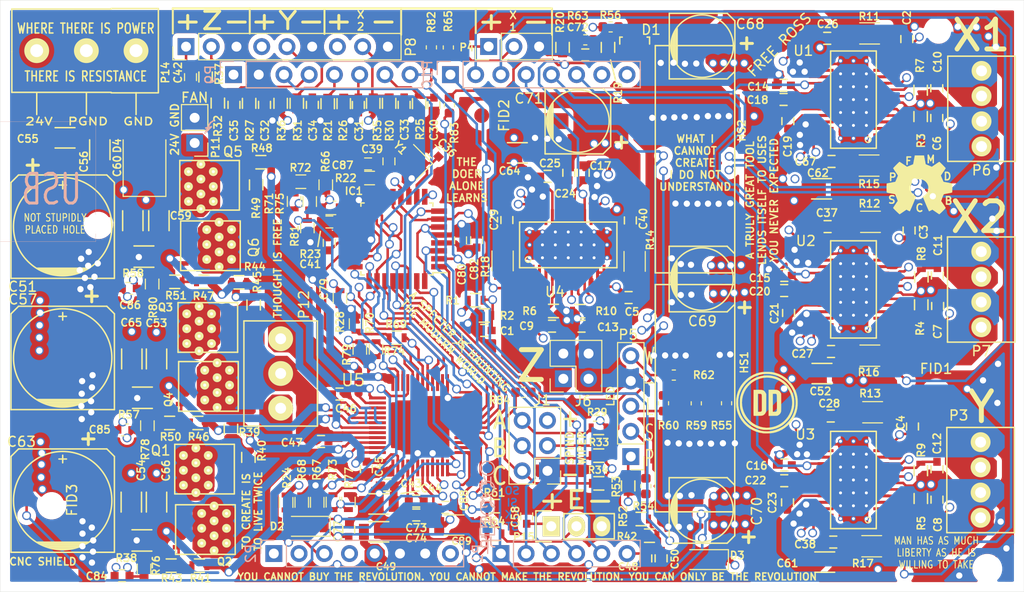
<source format=kicad_pcb>
(kicad_pcb (version 20171130) (host pcbnew "(5.1.9-0-10_14)")
  (layers (0 Front.Cu power) (1 S1 signal hide) (2 Power power hide) (3 GND power hide) (4 S2 signal hide) (31 Back.Cu power hide) (35 F.Paste user hide) (36 B.SilkS user hide) (37 F.SilkS user hide) (38 B.Mask user hide) (39 F.Mask user hide) (44 Edge.Cuts user))
  (net 0 "")
  (net 1 +24V)
  (net 2 /A5_PROBE)
  (net 3 /D10_LIMIT_Y)
  (net 4 /D11_SPIN_PWM)
  (net 5 /D12_LIMIT_Z)
  (net 6 /D2_STEP_X)
  (net 7 /D5_DIR_X)
  (net 8 /D6_DIR_Y)
  (net 9 /D7_DIR_Z)
  (net 10 /D8_STEP_EN_n)
  (net 11 /GHAZ)
  (net 12 /GHBZ)
  (net 13 /GHCZ)
  (net 14 /GLAZ)
  (net 15 /GLBZ)
  (net 16 /GLCZ)
  (net 17 /HALL_A)
  (net 18 /HALL_B)
  (net 19 /HALL_C)
  (net 20 /PHASE_A)
  (net 21 /PHASE_B)
  (net 22 /PHASE_C)
  (net 23 /PI_PRB)
  (net 24 /PI_YLIM)
  (net 25 /PI_ZLIM)
  (net 26 /PROBE_NOISY)
  (net 27 /YLIM)
  (net 28 /ZLIM)
  (net 29 GND)
  (net 30 VCC)
  (net 31 /CA)
  (net 32 /CC)
  (net 33 /CB)
  (net 34 /D13_SPIN_DIR)
  (net 35 /GHA)
  (net 36 /GLA)
  (net 37 /GHB)
  (net 38 /GLB)
  (net 39 /GLC)
  (net 40 /GHC)
  (net 41 /D4_STEP_Z)
  (net 42 /D3_STEP_Y)
  (net 43 /DECAY)
  (net 44 /X1_RCA)
  (net 45 /X2_RCA)
  (net 46 /Y_RCA)
  (net 47 /Z_RCA)
  (net 48 /X1_RCB)
  (net 49 /X2_RCB)
  (net 50 /Y_RCB)
  (net 51 /Z_RCB)
  (net 52 /X1_VGD)
  (net 53 /X2_VGD)
  (net 54 /Y_VGD)
  (net 55 /Z_VGD)
  (net 56 /X1_VCP)
  (net 57 /X1_CP1)
  (net 58 /X1_CP2)
  (net 59 /X2_VCP)
  (net 60 /X2_CP1)
  (net 61 /X2_CP2)
  (net 62 /Y_VCP)
  (net 63 /Y_CP1)
  (net 64 /Y_CP2)
  (net 65 /Z_VCP)
  (net 66 /Z_CP1)
  (net 67 /Z_CP2)
  (net 68 /Y_A1)
  (net 69 /Y_A2)
  (net 70 /Y_B1)
  (net 71 /Y_B2)
  (net 72 /Z_A1)
  (net 73 /Z_A2)
  (net 74 /Z_B1)
  (net 75 /Z_B2)
  (net 76 /X1_A1)
  (net 77 /X1_A2)
  (net 78 /X1_B1)
  (net 79 /X1_B2)
  (net 80 /X2_A1)
  (net 81 /X2_A2)
  (net 82 /X2_B1)
  (net 83 /X2_B2)
  (net 84 /X1_ISENB)
  (net 85 /X2_ISENB)
  (net 86 /Y_ISENB)
  (net 87 /Z_ISENB)
  (net 88 /X1_ISENA)
  (net 89 /X2_ISENA)
  (net 90 /Y_ISENA)
  (net 91 /Z_ISENA)
  (net 92 /2V5REF)
  (net 93 "Net-(D1-Pad3)")
  (net 94 /ARD_UNDEF)
  (net 95 /IOREF)
  (net 96 /3V3)
  (net 97 /ARD_VIN)
  (net 98 "Net-(P9-Pad1)")
  (net 99 "Net-(P10-Pad7)")
  (net 100 "Net-(P10-Pad8)")
  (net 101 "Net-(U1-Pad2)")
  (net 102 "Net-(U2-Pad2)")
  (net 103 "Net-(U3-Pad2)")
  (net 104 "Net-(U4-Pad2)")
  (net 105 /BLAC_XTAL1)
  (net 106 /BLAC_XTAL2)
  (net 107 /BLAC_aRef)
  (net 108 "Net-(U5-Pad26)")
  (net 109 /CSAM)
  (net 110 /CSAP)
  (net 111 /CSBM)
  (net 112 /CSBP)
  (net 113 /CSCM)
  (net 114 /CSCP)
  (net 115 /LSSA)
  (net 116 /LSSB)
  (net 117 /LSSC)
  (net 118 /ISET_A)
  (net 119 /ISET_B)
  (net 120 /ISET_C)
  (net 121 /CUR_A)
  (net 122 /CUR_B)
  (net 123 /CUR_C)
  (net 124 /CP2)
  (net 125 /CP1)
  (net 126 /SPIN_PWM_to_Analog)
  (net 127 /CHI)
  (net 128 /CLO)
  (net 129 /A4910Fault)
  (net 130 /BLO)
  (net 131 /ALO)
  (net 132 /AHI)
  (net 133 /BHI)
  (net 134 /a4910_SCK)
  (net 135 /a4910_SDI)
  (net 136 /a4910_SDO)
  (net 137 /a4910_STRn)
  (net 138 /AVCC)
  (net 139 /VREG)
  (net 140 /VBRG)
  (net 141 /D9_LIMIT_X2)
  (net 142 /PI_X2LIM)
  (net 143 /VREF_Steppers)
  (net 144 /ESTOP_Filtered)
  (net 145 /A3_64M1MISO)
  (net 146 /A2_LIMIT_X1)
  (net 147 /A4_SPINDLE_OVERLOAD)
  (net 148 /Spindle_Wiper)
  (net 149 /A1_Stepper_PMode)
  (net 150 /RESET_328p)
  (net 151 /X1LIM)
  (net 152 /24V_LED)
  (net 153 /5V_LED)
  (net 154 /X2LIM)
  (net 155 /ESTOP_n)
  (net 156 "Net-(IC1-Pad14)")
  (net 157 /BLDC_En)
  (net 158 /VREF_DIV)
  (net 159 /A0_STEP_X1_EN)
  (module MountingHole:MountingHole_2mm (layer Front.Cu) (at 194.2563 133.1078)
    (fp_text reference H4 hide)
    (fp_text value MountingHole)
    (pad "" np_thru_hole circle (at 0 0) (size 2 2) (drill 2) (layers *.Cu *.Mask))
  )
  (module MountingHole:MountingHole_2mm (layer Front.Cu) (at 100.0563 126.6328)
    (fp_text reference H2 hide)
    (fp_text value MountingHole)
    (pad "" np_thru_hole circle (at 0 0) (size 2 2) (drill 2) (layers *.Cu *.Mask))
  )
  (module MountingHole:MountingHole_2mm (layer Front.Cu) (at 104.7563 98.3828)
    (fp_text reference H3 hide)
    (fp_text value MountingHole)
    (pad "" np_thru_hole circle (at 0 0) (size 2 2) (drill 2) (layers *.Cu *.Mask))
  )
  (module MountingHole:MountingHole_2mm (layer Front.Cu) (at 189.3563 78.9578)
    (fp_text reference H1 hide)
    (fp_text value MountingHole)
    (pad "" np_thru_hole circle (at 0 0) (size 2 2) (drill 2) (layers *.Cu *.Mask))
  )
  (module Symbol:OSHW-Symbol_6.7x6mm_SilkScreen (layer Front.Cu) (at 187.4163 94.4328)
    (fp_text reference REF** hide)
    (fp_text value OSHW-Symbol_6.7x6mm_SilkScreen hide)
  )
  (module ILTC:ILTC (layer Front.Cu) (at 97.5663 125.5828 90)
    (fp_text reference ILTC1 hide)
    (fp_text value 0 hide)
    (pad 2 smd rect (at 0.5 0 90) (size 1 1) (layers Front.Cu) (net 1 +24V))
    (pad 1 smd rect (at -0.5 0 90) (size 1 1) (layers Front.Cu) (net 140 /VBRG))
  )
  (module DRV8818:DRV8818 (layer Front.Cu) (at 180.7872 105.2576 180)
    (fp_text reference U2 (at 4.8009 5.1948 180) (layer F.SilkS) (effects (font (size 1.00076 1.00076) (thickness 0.14986))))
    (fp_text value DRV8818 hide)
    (pad 29 thru_hole circle (at 1.3 -3.6 180) (size 0.5 0.5) (drill 0.3) (layers *.Cu *.Mask) (net 29 GND))
    (pad 29 thru_hole circle (at 0 -3.6 180) (size 0.5 0.5) (drill 0.3) (layers *.Cu *.Mask) (net 29 GND))
    (pad 29 thru_hole circle (at 1.3 -2.3 180) (size 0.5 0.5) (drill 0.3) (layers *.Cu *.Mask) (net 29 GND))
    (pad 29 thru_hole circle (at -1.3 -2.3 180) (size 0.5 0.5) (drill 0.3) (layers *.Cu *.Mask) (net 29 GND))
    (pad 29 thru_hole circle (at 0 -2.3 180) (size 0.5 0.5) (drill 0.3) (layers *.Cu *.Mask) (net 29 GND))
    (pad 29 thru_hole circle (at 1.3 -1 180) (size 0.5 0.5) (drill 0.3) (layers *.Cu *.Mask) (net 29 GND))
    (pad 29 thru_hole circle (at -1.3 -1 180) (size 0.5 0.5) (drill 0.3) (layers *.Cu *.Mask) (net 29 GND))
    (pad 29 thru_hole circle (at 0 -1 180) (size 0.5 0.5) (drill 0.3) (layers *.Cu *.Mask) (net 29 GND))
    (pad 29 thru_hole circle (at -1.3 4.2 180) (size 0.5 0.5) (drill 0.3) (layers *.Cu *.Mask) (net 29 GND))
    (pad 29 thru_hole circle (at 1.3 4.2 180) (size 0.5 0.5) (drill 0.3) (layers *.Cu *.Mask) (net 29 GND))
    (pad 29 thru_hole circle (at 0 4.2 180) (size 0.5 0.5) (drill 0.3) (layers *.Cu *.Mask) (net 29 GND))
    (pad 29 thru_hole circle (at -1.3 2.9 180) (size 0.5 0.5) (drill 0.3) (layers *.Cu *.Mask) (net 29 GND))
    (pad 29 thru_hole circle (at 1.3 2.9 180) (size 0.5 0.5) (drill 0.3) (layers *.Cu *.Mask) (net 29 GND))
    (pad 29 thru_hole circle (at 0 2.9 180) (size 0.5 0.5) (drill 0.3) (layers *.Cu *.Mask) (net 29 GND))
    (pad 29 thru_hole circle (at 1.3 1.6 180) (size 0.5 0.5) (drill 0.3) (layers *.Cu *.Mask) (net 29 GND))
    (pad 29 thru_hole circle (at -1.3 1.6 180) (size 0.5 0.5) (drill 0.3) (layers *.Cu *.Mask) (net 29 GND))
    (pad 29 thru_hole circle (at 0 1.6 180) (size 0.5 0.5) (drill 0.3) (layers *.Cu *.Mask) (net 29 GND))
    (pad 29 thru_hole circle (at 1.3 0.3 180) (size 0.5 0.5) (drill 0.3) (layers *.Cu *.Mask) (net 29 GND))
    (pad 29 thru_hole circle (at -1.3 0.3 180) (size 0.5 0.5) (drill 0.3) (layers *.Cu *.Mask) (net 29 GND))
    (pad 29 thru_hole circle (at -1.3 -3.6 180) (size 0.5 0.5) (drill 0.3) (layers *.Cu *.Mask) (net 29 GND))
    (pad 29 thru_hole circle (at 0 0.3 180) (size 0.5 0.5) (drill 0.3) (layers *.Cu *.Mask) (net 29 GND))
    (pad 7 smd rect (at -2.8 0 90) (size 0.3 1.6) (layers Front.Cu F.Paste F.Mask) (net 29 GND))
    (pad 8 smd rect (at -2.8 0.65 90) (size 0.3 1.6) (layers Front.Cu F.Paste F.Mask) (net 143 /VREF_Steppers))
    (pad 9 smd rect (at -2.8 1.3 90) (size 0.3 1.6) (layers Front.Cu F.Paste F.Mask) (net 49 /X2_RCB))
    (pad 10 smd rect (at -2.8 1.95 90) (size 0.3 1.6) (layers Front.Cu F.Paste F.Mask) (net 30 VCC))
    (pad 25 smd rect (at 2.8 -1.95 90) (size 0.3 1.6) (layers Front.Cu F.Paste F.Mask) (net 81 /X2_A2))
    (pad 4 smd rect (at -2.8 -1.95 90) (size 0.3 1.6) (layers Front.Cu F.Paste F.Mask) (net 80 /X2_A1))
    (pad 5 smd rect (at -2.8 -1.3 90) (size 0.3 1.6) (layers Front.Cu F.Paste F.Mask) (net 43 /DECAY))
    (pad 6 smd rect (at -2.8 -0.65 90) (size 0.3 1.6) (layers Front.Cu F.Paste F.Mask) (net 45 /X2_RCA))
    (pad 18 smd rect (at 2.8 2.6 90) (size 0.3 1.6) (layers Front.Cu F.Paste F.Mask) (net 83 /X2_B2))
    (pad 19 smd rect (at 2.8 1.95 90) (size 0.3 1.6) (layers Front.Cu F.Paste F.Mask) (net 6 /D2_STEP_X))
    (pad 20 smd rect (at 2.8 1.3 90) (size 0.3 1.6) (layers Front.Cu F.Paste F.Mask) (net 53 /X2_VGD))
    (pad 21 smd rect (at 2.8 0.65 90) (size 0.3 1.6) (layers Front.Cu F.Paste F.Mask) (net 29 GND))
    (pad 22 smd rect (at 2.8 0 90) (size 0.3 1.6) (layers Front.Cu F.Paste F.Mask) (net 59 /X2_VCP))
    (pad 23 smd rect (at 2.8 -0.65 90) (size 0.3 1.6) (layers Front.Cu F.Paste F.Mask) (net 60 /X2_CP1))
    (pad 11 smd rect (at -2.8 2.6 90) (size 0.3 1.6) (layers Front.Cu F.Paste F.Mask) (net 82 /X2_B1))
    (pad 24 smd rect (at 2.8 -1.3 90) (size 0.3 1.6) (layers Front.Cu F.Paste F.Mask) (net 61 /X2_CP2))
    (pad 3 smd rect (at -2.8 -2.6 90) (size 0.3 1.6) (layers Front.Cu F.Paste F.Mask) (net 7 /D5_DIR_X))
    (pad 12 smd rect (at -2.8 3.25 90) (size 0.3 1.6) (layers Front.Cu F.Paste F.Mask) (net 30 VCC))
    (pad 17 smd rect (at 2.8 3.25 90) (size 0.3 1.6) (layers Front.Cu F.Paste F.Mask) (net 144 /ESTOP_Filtered))
    (pad 26 smd rect (at 2.8 -2.6 90) (size 0.3 1.6) (layers Front.Cu F.Paste F.Mask) (net 10 /D8_STEP_EN_n))
    (pad 2 smd rect (at -2.8 -3.25 90) (size 0.3 1.6) (layers Front.Cu F.Paste F.Mask) (net 102 "Net-(U2-Pad2)"))
    (pad 13 smd rect (at -2.8 3.9 90) (size 0.3 1.6) (layers Front.Cu F.Paste F.Mask) (net 30 VCC))
    (pad 16 smd rect (at 2.8 3.9 90) (size 0.3 1.6) (layers Front.Cu F.Paste F.Mask) (net 29 GND))
    (pad 27 smd rect (at 2.8 -3.25 90) (size 0.3 1.6) (layers Front.Cu F.Paste F.Mask) (net 30 VCC))
    (pad 1 smd rect (at -2.8 -3.9 90) (size 0.3 1.6) (layers Front.Cu F.Paste F.Mask) (net 89 /X2_ISENA))
    (pad 14 smd rect (at -2.8 4.55 90) (size 0.3 1.6) (layers Front.Cu F.Paste F.Mask) (net 85 /X2_ISENB))
    (pad 15 smd rect (at 2.8 4.55 90) (size 0.3 1.6) (layers Front.Cu F.Paste F.Mask) (net 1 +24V))
    (pad 28 smd rect (at 2.8 -3.9 90) (size 0.3 1.6) (layers Front.Cu F.Paste F.Mask) (net 1 +24V))
    (pad 29 smd rect (at 0 0 180) (size 2.4 6.46) (layers Front.Cu F.Paste F.Mask) (net 29 GND))
  )
  (module "Custom Footprints:DD Logo" (layer Front.Cu) (at 172.0723 116.3828)
    (fp_text reference G*** hide)
    (fp_text value LOGO hide)
  )
  (module Capacitors_SMD:C_0603 (layer Front.Cu) (at 138.5443 86.3854 270)
    (fp_text reference C30 (at 2.5019 0 270) (layer F.SilkS) (effects (font (size 0.75 0.75))))
    (fp_text value 220n)
    (pad 1 smd rect (at -0.75 0 270) (size 0.8 0.75) (layers Front.Cu F.Paste F.Mask) (net 141 /D9_LIMIT_X2))
    (pad 2 smd rect (at 0.75 0 270) (size 0.8 0.75) (layers Front.Cu F.Paste F.Mask) (net 29 GND))
  )
  (module A3938:HeatSink (layer Front.Cu) (at 160.8328 127.3683 90)
    (fp_text reference HS1 (at 15.0495 8.9535 90) (layer F.SilkS) (effects (font (size 0.75 0.75))))
    (fp_text value Heat_Sink)
    (pad 2 smd rect (at 17.285 4 90) (size 1.4 9) (layers Front.Cu F.Paste F.Mask) (net 29 GND))
    (pad 1 smd rect (at 5.575 4 90) (size 1.4 9) (layers Front.Cu F.Paste F.Mask) (net 29 GND))
  )
  (module Capacitors_SMD:C_0603 (layer Front.Cu) (at 147.8863 127.8228 90)
    (fp_text reference C58 (at -0.05 -1.14 90) (layer F.SilkS) (effects (font (size 0.75 0.75))))
    (fp_text value 220n)
    (pad 2 smd rect (at 0.75 0 90) (size 0.8 0.75) (layers Front.Cu F.Paste F.Mask) (net 29 GND))
    (pad 1 smd rect (at -0.75 0 90) (size 0.8 0.75) (layers Front.Cu F.Paste F.Mask) (net 30 VCC))
  )
  (module Resistor_SMD:R_0603_1608Metric (layer Front.Cu) (at 168.0083 116.4273 90)
    (fp_text reference R55 (at -2.2415 -0.508 180) (layer F.SilkS) (effects (font (size 0.75 0.75))))
    (fp_text value 1k)
    (pad 2 smd roundrect (at 0.7875 0 90) (size 0.875 0.95) (layers Front.Cu F.Paste F.Mask) (net 1 +24V))
    (pad 1 smd roundrect (at -0.7875 0 90) (size 0.875 0.95) (layers Front.Cu F.Paste F.Mask) (net 152 /24V_LED))
  )
  (module Resistor_SMD:R_0603_1608Metric (layer Front.Cu) (at 164.9603 116.4348 90)
    (fp_text reference R59 (at -2.234 0 180) (layer F.SilkS) (effects (font (size 0.75 0.75))))
    (fp_text value 1k)
    (pad 2 smd roundrect (at 0.7875 0 90) (size 0.875 0.95) (layers Front.Cu F.Paste F.Mask) (net 1 +24V))
    (pad 1 smd roundrect (at -0.7875 0 90) (size 0.875 0.95) (layers Front.Cu F.Paste F.Mask) (net 152 /24V_LED))
  )
  (module Resistor_SMD:R_0603_1608Metric (layer Front.Cu) (at 161.6583 116.4273 90)
    (fp_text reference R60 (at -2.2415 0.508 180) (layer F.SilkS) (effects (font (size 0.75 0.75))))
    (fp_text value 1k)
    (pad 1 smd roundrect (at -0.7875 0 90) (size 0.875 0.95) (layers Front.Cu F.Paste F.Mask) (net 152 /24V_LED))
    (pad 2 smd roundrect (at 0.7875 0 90) (size 0.875 0.95) (layers Front.Cu F.Paste F.Mask) (net 1 +24V))
  )
  (module Capacitors_SMD:C_0603 (layer Front.Cu) (at 129.9663 129.1428 90)
    (fp_text reference C77 (at -0.194 -1.074 90) (layer F.SilkS) (effects (font (size 0.75 0.75))))
    (fp_text value 220n)
    (pad 1 smd rect (at -0.75 0 90) (size 0.8 0.75) (layers Front.Cu F.Paste F.Mask) (net 144 /ESTOP_Filtered))
    (pad 2 smd rect (at 0.75 0 90) (size 0.8 0.75) (layers Front.Cu F.Paste F.Mask) (net 29 GND))
  )
  (module Capacitors_SMD:C_1206 (layer Front.Cu) (at 108.1278 111.9632 270)
    (fp_text reference C65 (at -3.6604 0.0515) (layer F.SilkS) (effects (font (size 0.75 0.75))))
    (fp_text value 10u)
    (pad 1 smd rect (at -1.5 0 270) (size 1 1.6) (layers Front.Cu F.Paste F.Mask) (net 1 +24V))
    (pad 2 smd rect (at 1.5 0 270) (size 1 1.6) (layers Front.Cu F.Paste F.Mask) (net 116 /LSSB))
  )
  (module Capacitors_SMD:C_0603 (layer Front.Cu) (at 136.7663 127.6858)
    (fp_text reference C74 (at -0.01 2.347) (layer F.SilkS) (effects (font (size 0.75 0.75))))
    (fp_text value 220n)
    (pad 1 smd rect (at -0.75 0) (size 0.8 0.75) (layers Front.Cu F.Paste F.Mask) (net 124 /CP2))
    (pad 2 smd rect (at 0.75 0) (size 0.8 0.75) (layers Front.Cu F.Paste F.Mask) (net 125 /CP1))
  )
  (module Capacitors_SMD:C_0603 (layer Front.Cu) (at 143.6063 109.0928 180)
    (fp_text reference C1 (at -2.304 -0.06096 180) (layer F.SilkS) (effects (font (size 0.75 0.75))))
    (fp_text value 220n)
    (pad 1 smd rect (at -0.75 0 180) (size 0.8 0.75) (layers Front.Cu F.Paste F.Mask) (net 43 /DECAY))
    (pad 2 smd rect (at 0.75 0 180) (size 0.8 0.75) (layers Front.Cu F.Paste F.Mask) (net 29 GND))
  )
  (module Capacitors_SMD:C_0603 (layer Front.Cu) (at 186.1566 79.7306 90)
    (fp_text reference C2 (at 2.1478 0.0097 90) (layer F.SilkS) (effects (font (size 0.75 0.75))))
    (fp_text value 220n)
    (pad 1 smd rect (at -0.75 0 90) (size 0.8 0.75) (layers Front.Cu F.Paste F.Mask) (net 30 VCC))
    (pad 2 smd rect (at 0.75 0 90) (size 0.8 0.75) (layers Front.Cu F.Paste F.Mask) (net 29 GND))
  )
  (module Capacitors_SMD:C_0603 (layer Front.Cu) (at 186.3852 99.0219 90)
    (fp_text reference C3 (at -0.1609 1.4711 90) (layer F.SilkS) (effects (font (size 0.75 0.75))))
    (fp_text value 220n)
    (pad 1 smd rect (at -0.75 0 90) (size 0.8 0.75) (layers Front.Cu F.Paste F.Mask) (net 30 VCC))
    (pad 2 smd rect (at 0.75 0 90) (size 0.8 0.75) (layers Front.Cu F.Paste F.Mask) (net 29 GND))
  )
  (module Capacitors_SMD:C_0603 (layer Front.Cu) (at 186.7281 118.7704 90)
    (fp_text reference C4 (at 0.3976 -1.1818 90) (layer F.SilkS) (effects (font (size 0.75 0.75))))
    (fp_text value 220n)
    (pad 1 smd rect (at -0.75 0 90) (size 0.8 0.75) (layers Front.Cu F.Paste F.Mask) (net 30 VCC))
    (pad 2 smd rect (at 0.75 0 90) (size 0.8 0.75) (layers Front.Cu F.Paste F.Mask) (net 29 GND))
  )
  (module Capacitors_SMD:C_0603 (layer Front.Cu) (at 158.14548 105.7783)
    (fp_text reference C5 (at 0.34082 1.4345) (layer F.SilkS) (effects (font (size 0.75 0.75))))
    (fp_text value 220n)
    (pad 1 smd rect (at -0.75 0) (size 0.8 0.75) (layers Front.Cu F.Paste F.Mask) (net 30 VCC))
    (pad 2 smd rect (at 0.75 0) (size 0.8 0.75) (layers Front.Cu F.Paste F.Mask) (net 29 GND))
  )
  (module Capacitors_SMD:C_0603 (layer Front.Cu) (at 189.17158 87.68334 90)
    (fp_text reference C6 (at -2.55778 0.02794 90) (layer F.SilkS) (effects (font (size 0.75 0.75))))
    (fp_text value 680p)
    (pad 1 smd rect (at -0.75 0 90) (size 0.8 0.75) (layers Front.Cu F.Paste F.Mask) (net 44 /X1_RCA))
    (pad 2 smd rect (at 0.75 0 90) (size 0.8 0.75) (layers Front.Cu F.Paste F.Mask) (net 29 GND))
  )
  (module Capacitors_SMD:C_0603 (layer Front.Cu) (at 189.26048 106.6292 90)
    (fp_text reference C7 (at -2.58064 0.00508 90) (layer F.SilkS) (effects (font (size 0.75 0.75))))
    (fp_text value 680p)
    (pad 1 smd rect (at -0.75 0 90) (size 0.8 0.75) (layers Front.Cu F.Paste F.Mask) (net 45 /X2_RCA))
    (pad 2 smd rect (at 0.75 0 90) (size 0.8 0.75) (layers Front.Cu F.Paste F.Mask) (net 29 GND))
  )
  (module Capacitors_SMD:C_0603 (layer Front.Cu) (at 189.19444 126.14148 90)
    (fp_text reference C8 (at -2.52476 0.08636 90) (layer F.SilkS) (effects (font (size 0.75 0.75))))
    (fp_text value 680p)
    (pad 1 smd rect (at -0.75 0 90) (size 0.8 0.75) (layers Front.Cu F.Paste F.Mask) (net 46 /Y_RCA))
    (pad 2 smd rect (at 0.75 0 90) (size 0.8 0.75) (layers Front.Cu F.Paste F.Mask) (net 29 GND))
  )
  (module Capacitors_SMD:C_0603 (layer Front.Cu) (at 150.43658 108.6612)
    (fp_text reference C9 (at -2.5654 -0.0127) (layer F.SilkS) (effects (font (size 0.75 0.75))))
    (fp_text value 680p)
    (pad 1 smd rect (at -0.75 0) (size 0.8 0.75) (layers Front.Cu F.Paste F.Mask) (net 47 /Z_RCA))
    (pad 2 smd rect (at 0.75 0) (size 0.8 0.75) (layers Front.Cu F.Paste F.Mask) (net 29 GND))
  )
  (module Capacitors_SMD:C_0603 (layer Front.Cu) (at 189.17158 84.68614 270)
    (fp_text reference C10 (at -2.65334 -0.08472 270) (layer F.SilkS) (effects (font (size 0.75 0.75))))
    (fp_text value 680p)
    (pad 1 smd rect (at -0.75 0 270) (size 0.8 0.75) (layers Front.Cu F.Paste F.Mask) (net 48 /X1_RCB))
    (pad 2 smd rect (at 0.75 0 270) (size 0.8 0.75) (layers Front.Cu F.Paste F.Mask) (net 29 GND))
  )
  (module Capacitors_SMD:C_0603 (layer Front.Cu) (at 189.23508 103.5558 270)
    (fp_text reference C11 (at -3.06324 -0.06096 270) (layer F.SilkS) (effects (font (size 0.75 0.75))))
    (fp_text value 680p)
    (pad 1 smd rect (at -0.75 0 270) (size 0.8 0.75) (layers Front.Cu F.Paste F.Mask) (net 49 /X2_RCB))
    (pad 2 smd rect (at 0.75 0 270) (size 0.8 0.75) (layers Front.Cu F.Paste F.Mask) (net 29 GND))
  )
  (module Capacitors_SMD:C_0603 (layer Front.Cu) (at 189.19444 123.08078 270)
    (fp_text reference C12 (at -2.59798 -0.01186 270) (layer F.SilkS) (effects (font (size 0.75 0.75))))
    (fp_text value 680p)
    (pad 1 smd rect (at -0.75 0 270) (size 0.8 0.75) (layers Front.Cu F.Paste F.Mask) (net 50 /Y_RCB))
    (pad 2 smd rect (at 0.75 0 270) (size 0.8 0.75) (layers Front.Cu F.Paste F.Mask) (net 29 GND))
  )
  (module Capacitors_SMD:C_0603 (layer Front.Cu) (at 153.40838 108.6612 180)
    (fp_text reference C13 (at -2.66192 -0.1016 180) (layer F.SilkS) (effects (font (size 0.75 0.75))))
    (fp_text value 680p)
    (pad 1 smd rect (at -0.75 0 180) (size 0.8 0.75) (layers Front.Cu F.Paste F.Mask) (net 51 /Z_RCB))
    (pad 2 smd rect (at 0.75 0 180) (size 0.8 0.75) (layers Front.Cu F.Paste F.Mask) (net 29 GND))
  )
  (module Capacitors_SMD:C_0603 (layer Front.Cu) (at 173.736 84.3915 180)
    (fp_text reference C14 (at 2.5497 -0.1313 180) (layer F.SilkS) (effects (font (size 0.75 0.75))))
    (fp_text value 220n)
    (pad 1 smd rect (at -0.75 0 180) (size 0.8 0.75) (layers Front.Cu F.Paste F.Mask) (net 52 /X1_VGD))
    (pad 2 smd rect (at 0.75 0 180) (size 0.8 0.75) (layers Front.Cu F.Paste F.Mask) (net 29 GND))
  )
  (module Capacitors_SMD:C_0603 (layer Front.Cu) (at 173.81982 103.54818 180)
    (fp_text reference C15 (at 2.47352 -0.26462 180) (layer F.SilkS) (effects (font (size 0.75 0.75))))
    (fp_text value 220n)
    (pad 1 smd rect (at -0.75 0 180) (size 0.8 0.75) (layers Front.Cu F.Paste F.Mask) (net 53 /X2_VGD))
    (pad 2 smd rect (at 0.75 0 180) (size 0.8 0.75) (layers Front.Cu F.Paste F.Mask) (net 29 GND))
  )
  (module Capacitors_SMD:C_0603 (layer Front.Cu) (at 173.82744 122.64644 180)
    (fp_text reference C16 (at 2.80114 -0.07636 180) (layer F.SilkS) (effects (font (size 0.75 0.75))))
    (fp_text value 220n)
    (pad 1 smd rect (at -0.75 0 180) (size 0.8 0.75) (layers Front.Cu F.Paste F.Mask) (net 54 /Y_VGD))
    (pad 2 smd rect (at 0.75 0 180) (size 0.8 0.75) (layers Front.Cu F.Paste F.Mask) (net 29 GND))
  )
  (module Capacitors_SMD:C_0603 (layer Front.Cu) (at 153.57348 93.2053 90)
    (fp_text reference C17 (at 0.6985 1.73482 180) (layer F.SilkS) (effects (font (size 0.75 0.75))))
    (fp_text value 220n)
    (pad 1 smd rect (at -0.75 0 90) (size 0.8 0.75) (layers Front.Cu F.Paste F.Mask) (net 55 /Z_VGD))
    (pad 2 smd rect (at 0.75 0 90) (size 0.8 0.75) (layers Front.Cu F.Paste F.Mask) (net 29 GND))
  )
  (module Capacitors_SMD:C_0603 (layer Front.Cu) (at 173.7487 85.8139 180)
    (fp_text reference C18 (at 2.6224 -0.0489 180) (layer F.SilkS) (effects (font (size 0.75 0.75))))
    (fp_text value 220n)
    (pad 1 smd rect (at -0.75 0 180) (size 0.8 0.75) (layers Front.Cu F.Paste F.Mask) (net 56 /X1_VCP))
    (pad 2 smd rect (at 0.75 0 180) (size 0.8 0.75) (layers Front.Cu F.Paste F.Mask) (net 1 +24V))
  )
  (module Capacitors_SMD:C_0603 (layer Front.Cu) (at 174.1805 87.9983 270)
    (fp_text reference C19 (at 2.5545 0.0142 270) (layer F.SilkS) (effects (font (size 0.75 0.75))))
    (fp_text value 220n)
    (pad 1 smd rect (at -0.75 0 270) (size 0.8 0.75) (layers Front.Cu F.Paste F.Mask) (net 57 /X1_CP1))
    (pad 2 smd rect (at 0.75 0 270) (size 0.8 0.75) (layers Front.Cu F.Paste F.Mask) (net 58 /X1_CP2))
  )
  (module Capacitors_SMD:C_0603 (layer Front.Cu) (at 173.80712 105.07218 180)
    (fp_text reference C20 (at 2.46082 -0.09062 180) (layer F.SilkS) (effects (font (size 0.75 0.75))))
    (fp_text value 220n)
    (pad 1 smd rect (at -0.75 0 180) (size 0.8 0.75) (layers Front.Cu F.Paste F.Mask) (net 59 /X2_VCP))
    (pad 2 smd rect (at 0.75 0 180) (size 0.8 0.75) (layers Front.Cu F.Paste F.Mask) (net 1 +24V))
  )
  (module Capacitors_SMD:C_0603 (layer Front.Cu) (at 174.25162 107.33278 270)
    (fp_text reference C21 (at 0.03002 1.41532 270) (layer F.SilkS) (effects (font (size 0.75 0.75))))
    (fp_text value 220n)
    (pad 1 smd rect (at -0.75 0 270) (size 0.8 0.75) (layers Front.Cu F.Paste F.Mask) (net 60 /X2_CP1))
    (pad 2 smd rect (at 0.75 0 270) (size 0.8 0.75) (layers Front.Cu F.Paste F.Mask) (net 61 /X2_CP2))
  )
  (module Capacitors_SMD:C_0603 (layer Front.Cu) (at 173.81474 124.23394 180)
    (fp_text reference C22 (at 2.89844 0.03114 180) (layer F.SilkS) (effects (font (size 0.75 0.75))))
    (fp_text value 220n)
    (pad 1 smd rect (at -0.75 0 180) (size 0.8 0.75) (layers Front.Cu F.Paste F.Mask) (net 62 /Y_VCP))
    (pad 2 smd rect (at 0.75 0 180) (size 0.8 0.75) (layers Front.Cu F.Paste F.Mask) (net 1 +24V))
  )
  (module Capacitors_SMD:C_0603 (layer Front.Cu) (at 174.14748 126.4158 270)
    (fp_text reference C23 (at 0.037 1.52118 270) (layer F.SilkS) (effects (font (size 0.75 0.75))))
    (fp_text value 220n)
    (pad 1 smd rect (at -0.75 0 270) (size 0.8 0.75) (layers Front.Cu F.Paste F.Mask) (net 63 /Y_CP1))
    (pad 2 smd rect (at 0.75 0 270) (size 0.8 0.75) (layers Front.Cu F.Paste F.Mask) (net 64 /Y_CP2))
  )
  (module Capacitors_SMD:C_0603 (layer Front.Cu) (at 152.12568 93.2053 90)
    (fp_text reference C24 (at -2.0955 -0.37338 180) (layer F.SilkS) (effects (font (size 0.75 0.75))))
    (fp_text value 220n)
    (pad 1 smd rect (at -0.75 0 90) (size 0.8 0.75) (layers Front.Cu F.Paste F.Mask) (net 65 /Z_VCP))
    (pad 2 smd rect (at 0.75 0 90) (size 0.8 0.75) (layers Front.Cu F.Paste F.Mask) (net 1 +24V))
  )
  (module Capacitors_SMD:C_0603 (layer Front.Cu) (at 149.99208 93.5609 180)
    (fp_text reference C25 (at -0.23622 1.3081 180) (layer F.SilkS) (effects (font (size 0.75 0.75))))
    (fp_text value 220n)
    (pad 1 smd rect (at -0.75 0 180) (size 0.8 0.75) (layers Front.Cu F.Paste F.Mask) (net 66 /Z_CP1))
    (pad 2 smd rect (at 0.75 0 180) (size 0.8 0.75) (layers Front.Cu F.Paste F.Mask) (net 67 /Z_CP2))
  )
  (module Capacitors_SMD:C_0603 (layer Front.Cu) (at 178.1429 79.6544)
    (fp_text reference C26 (at 0.0508 -1.4351) (layer F.SilkS) (effects (font (size 0.75 0.75))))
    (fp_text value 220n)
    (pad 1 smd rect (at -0.75 0) (size 0.8 0.75) (layers Front.Cu F.Paste F.Mask) (net 1 +24V))
    (pad 2 smd rect (at 0.75 0) (size 0.8 0.75) (layers Front.Cu F.Paste F.Mask) (net 29 GND))
  )
  (module Capacitors_SMD:C_0603 (layer Front.Cu) (at 178.52644 111.2139)
    (fp_text reference C27 (at -2.89014 0.2289) (layer F.SilkS) (effects (font (size 0.75 0.75))))
    (fp_text value 220n)
    (pad 1 smd rect (at -0.75 0) (size 0.8 0.75) (layers Front.Cu F.Paste F.Mask) (net 1 +24V))
    (pad 2 smd rect (at 0.75 0) (size 0.8 0.75) (layers Front.Cu F.Paste F.Mask) (net 29 GND))
  )
  (module Capacitors_SMD:C_0603 (layer Front.Cu) (at 178.4985 117.7163)
    (fp_text reference C28 (at -0.14986 -1.2635) (layer F.SilkS) (effects (font (size 0.75 0.75))))
    (fp_text value 220n)
    (pad 1 smd rect (at -0.75 0) (size 0.8 0.75) (layers Front.Cu F.Paste F.Mask) (net 1 +24V))
    (pad 2 smd rect (at 0.75 0) (size 0.8 0.75) (layers Front.Cu F.Paste F.Mask) (net 29 GND))
  )
  (module Capacitors_SMD:C_0603 (layer Front.Cu) (at 145.88998 97.9678 270)
    (fp_text reference C29 (at -0.035 1.28368 270) (layer F.SilkS) (effects (font (size 0.75 0.75))))
    (fp_text value 220n)
    (pad 1 smd rect (at -0.75 0 270) (size 0.8 0.75) (layers Front.Cu F.Paste F.Mask) (net 1 +24V))
    (pad 2 smd rect (at 0.75 0 270) (size 0.8 0.75) (layers Front.Cu F.Paste F.Mask) (net 29 GND))
  )
  (module Capacitors_SMD:C_0603 (layer Front.Cu) (at 130.937 86.3727 270)
    (fp_text reference C31 (at 2.5781 -0.0693 270) (layer F.SilkS) (effects (font (size 0.75 0.75))))
    (fp_text value 220n)
    (pad 1 smd rect (at -0.75 0 270) (size 0.8 0.75) (layers Front.Cu F.Paste F.Mask) (net 3 /D10_LIMIT_Y))
    (pad 2 smd rect (at 0.75 0 270) (size 0.8 0.75) (layers Front.Cu F.Paste F.Mask) (net 29 GND))
  )
  (module Capacitors_SMD:C_0603 (layer Front.Cu) (at 121.4882 86.36 270)
    (fp_text reference C32 (at 2.5908 -0.0481 270) (layer F.SilkS) (effects (font (size 0.75 0.75))))
    (fp_text value 220n)
    (pad 1 smd rect (at -0.75 0 270) (size 0.8 0.75) (layers Front.Cu F.Paste F.Mask) (net 5 /D12_LIMIT_Z))
    (pad 2 smd rect (at 0.75 0 270) (size 0.8 0.75) (layers Front.Cu F.Paste F.Mask) (net 29 GND))
  )
  (module Capacitors_SMD:C_0603 (layer Front.Cu) (at 135.5471 86.36 270)
    (fp_text reference C33 (at 2.5028 -0.0492 270) (layer F.SilkS) (effects (font (size 0.75 0.75))))
    (fp_text value 220n)
    (pad 1 smd rect (at -0.75 0 270) (size 0.8 0.75) (layers Front.Cu F.Paste F.Mask) (net 142 /PI_X2LIM))
    (pad 2 smd rect (at 0.75 0 270) (size 0.8 0.75) (layers Front.Cu F.Paste F.Mask) (net 29 GND))
  )
  (module Capacitors_SMD:C_0603 (layer Front.Cu) (at 126.3063 86.3628 270)
    (fp_text reference C34 (at 2.588 -0.06 270) (layer F.SilkS) (effects (font (size 0.75 0.75))))
    (fp_text value 220n)
    (pad 1 smd rect (at -0.75 0 270) (size 0.8 0.75) (layers Front.Cu F.Paste F.Mask) (net 24 /PI_YLIM))
    (pad 2 smd rect (at 0.75 0 270) (size 0.8 0.75) (layers Front.Cu F.Paste F.Mask) (net 29 GND))
  )
  (module Capacitors_SMD:C_0603 (layer Front.Cu) (at 118.4148 86.36 90)
    (fp_text reference C35 (at -2.5908 0 90) (layer F.SilkS) (effects (font (size 0.75 0.75))))
    (fp_text value 220n)
    (pad 1 smd rect (at -0.75 0 90) (size 0.8 0.75) (layers Front.Cu F.Paste F.Mask) (net 25 /PI_ZLIM))
    (pad 2 smd rect (at 0.75 0 90) (size 0.8 0.75) (layers Front.Cu F.Paste F.Mask) (net 29 GND))
  )
  (module Capacitors_SMD:C_0603 (layer Front.Cu) (at 178.181 98.6282)
    (fp_text reference C37 (at -0.0762 -1.37668) (layer F.SilkS) (effects (font (size 0.75 0.75))))
    (fp_text value 220n)
    (pad 1 smd rect (at -0.75 0) (size 0.8 0.75) (layers Front.Cu F.Paste F.Mask) (net 1 +24V))
    (pad 2 smd rect (at 0.75 0) (size 0.8 0.75) (layers Front.Cu F.Paste F.Mask) (net 29 GND))
  )
  (module Capacitors_SMD:C_0603 (layer Front.Cu) (at 178.7525 130.4163)
    (fp_text reference C38 (at -2.8362 0.2265) (layer F.SilkS) (effects (font (size 0.75 0.75))))
    (fp_text value 220n)
    (pad 1 smd rect (at -0.75 0) (size 0.8 0.75) (layers Front.Cu F.Paste F.Mask) (net 1 +24V))
    (pad 2 smd rect (at 0.75 0) (size 0.8 0.75) (layers Front.Cu F.Paste F.Mask) (net 29 GND))
  )
  (module Capacitors_SMD:C_0603 (layer Front.Cu) (at 158.32328 98.0059 270)
    (fp_text reference C40 (at -0.1651 -1.30302 270) (layer F.SilkS) (effects (font (size 0.75 0.75))))
    (fp_text value 220n)
    (pad 1 smd rect (at -0.75 0 270) (size 0.8 0.75) (layers Front.Cu F.Paste F.Mask) (net 1 +24V))
    (pad 2 smd rect (at 0.75 0 270) (size 0.8 0.75) (layers Front.Cu F.Paste F.Mask) (net 29 GND))
  )
  (module Capacitors_SMD:C_0603 (layer Front.Cu) (at 133.84784 124.68352 180)
    (fp_text reference C43 (at -2.41046 0.17272 180) (layer F.SilkS) (effects (font (size 0.75 0.75))))
    (fp_text value 220n)
    (pad 1 smd rect (at -0.75 0 180) (size 0.8 0.75) (layers Front.Cu F.Paste F.Mask) (net 139 /VREG))
    (pad 2 smd rect (at 0.75 0 180) (size 0.8 0.75) (layers Front.Cu F.Paste F.Mask) (net 29 GND))
  )
  (module Capacitors_SMD:C_1206 (layer Front.Cu) (at 132.9944 126.57328 180)
    (fp_text reference C44 (at -5.2959 1.55448) (layer F.SilkS) (effects (font (size 0.75 0.75))))
    (fp_text value 10u)
    (pad 1 smd rect (at -1.5 0 180) (size 1 1.6) (layers Front.Cu F.Paste F.Mask) (net 139 /VREG))
    (pad 2 smd rect (at 1.5 0 180) (size 1 1.6) (layers Front.Cu F.Paste F.Mask) (net 29 GND))
  )
  (module Capacitors_SMD:C_0603 (layer Front.Cu) (at 131.7463 123.0628 270)
    (fp_text reference C45 (at -0.26 -1.28 270) (layer F.SilkS) (effects (font (size 0.7 0.7))))
    (fp_text value 33n)
    (pad 1 smd rect (at -0.75 0 270) (size 0.8 0.75) (layers Front.Cu F.Paste F.Mask) (net 31 /CA))
    (pad 2 smd rect (at 0.75 0 270) (size 0.8 0.75) (layers Front.Cu F.Paste F.Mask) (net 20 /PHASE_A))
  )
  (module Capacitors_SMD:C_0603 (layer Front.Cu) (at 129.0363 115.5028)
    (fp_text reference C46 (at 0.65 1.46) (layer F.SilkS) (effects (font (size 0.75 0.75))))
    (fp_text value 33n)
    (pad 1 smd rect (at -0.75 0) (size 0.8 0.75) (layers Front.Cu F.Paste F.Mask) (net 32 /CC))
    (pad 2 smd rect (at 0.75 0) (size 0.8 0.75) (layers Front.Cu F.Paste F.Mask) (net 22 /PHASE_C))
  )
  (module Capacitors_SMD:C_0603 (layer Front.Cu) (at 127.1763 120.2828 180)
    (fp_text reference C47 (at 2.94 -0.12 180) (layer F.SilkS) (effects (font (size 0.75 0.75))))
    (fp_text value 33n)
    (pad 1 smd rect (at -0.75 0 180) (size 0.8 0.75) (layers Front.Cu F.Paste F.Mask) (net 33 /CB))
    (pad 2 smd rect (at 0.75 0 180) (size 0.8 0.75) (layers Front.Cu F.Paste F.Mask) (net 21 /PHASE_B))
  )
  (module Capacitors_SMD:C_0603 (layer Front.Cu) (at 159.8763 132.0628 90)
    (fp_text reference C48 (at -0.83 -1.774 180) (layer F.SilkS) (effects (font (size 0.7 0.7))))
    (fp_text value 33n)
    (pad 1 smd rect (at -0.75 0 90) (size 0.8 0.75) (layers Front.Cu F.Paste F.Mask) (net 29 GND))
    (pad 2 smd rect (at 0.75 0 90) (size 0.8 0.75) (layers Front.Cu F.Paste F.Mask) (net 2 /A5_PROBE))
  )
  (module Capacitors_SMD:C_1206 (layer Front.Cu) (at 132.9963 129.3828)
    (fp_text reference C49 (at 0.722 3.51 180) (layer F.SilkS) (effects (font (size 0.7 0.7))))
    (fp_text value 10u)
    (pad 1 smd rect (at -1.5 0) (size 1 1.6) (layers Front.Cu F.Paste F.Mask) (net 30 VCC))
    (pad 2 smd rect (at 1.5 0) (size 1 1.6) (layers Front.Cu F.Paste F.Mask) (net 29 GND))
  )
  (module Capacitors_SMD:C_0603 (layer Front.Cu) (at 161.4163 132.0528 90)
    (fp_text reference C50 (at -0.078 1.388 270) (layer F.SilkS) (effects (font (size 0.7 0.7))))
    (fp_text value 33n)
    (pad 1 smd rect (at -0.75 0 90) (size 0.8 0.75) (layers Front.Cu F.Paste F.Mask) (net 29 GND))
    (pad 2 smd rect (at 0.75 0 90) (size 0.8 0.75) (layers Front.Cu F.Paste F.Mask) (net 23 /PI_PRB))
  )
  (module Capacitors_SMD:c_elec_10x10.5 (layer Front.Cu) (at 101.1663 98.6328 90)
    (fp_text reference C51 (at -6.046 -4.0327 180) (layer F.SilkS))
    (fp_text value 330u)
    (pad 1 smd rect (at 4.0005 0 90) (size 4.0005 2.4003) (layers Front.Cu F.Paste F.Mask) (net 1 +24V))
    (pad 2 smd rect (at -4.0005 0 90) (size 4.0005 2.4003) (layers Front.Cu F.Paste F.Mask) (net 29 GND))
  )
  (module Capacitors_SMD:C_1206 (layer Front.Cu) (at 177.61458 113.4364)
    (fp_text reference C52 (at -0.15828 1.7864) (layer F.SilkS) (effects (font (size 0.75 0.75))))
    (fp_text value 10u)
    (pad 1 smd rect (at -1.5 0) (size 1 1.6) (layers Front.Cu F.Paste F.Mask) (net 1 +24V))
    (pad 2 smd rect (at 1.5 0) (size 1 1.6) (layers Front.Cu F.Paste F.Mask) (net 29 GND))
  )
  (module Capacitors_SMD:C_1206 (layer Front.Cu) (at 110.617 111.9632 270)
    (fp_text reference C53 (at -3.6104 0.0127) (layer F.SilkS) (effects (font (size 0.75 0.75))))
    (fp_text value 10u)
    (pad 1 smd rect (at -1.5 0 270) (size 1 1.6) (layers Front.Cu F.Paste F.Mask) (net 1 +24V))
    (pad 2 smd rect (at 1.5 0 270) (size 1 1.6) (layers Front.Cu F.Paste F.Mask) (net 116 /LSSB))
  )
  (module Capacitors_SMD:C_1206 (layer Front.Cu) (at 108.077 126.3904 270)
    (fp_text reference C54 (at -3.2176 -0.9893 270) (layer F.SilkS) (effects (font (size 0.75 0.75))))
    (fp_text value 10u)
    (pad 1 smd rect (at -1.5 0 270) (size 1 1.6) (layers Front.Cu F.Paste F.Mask) (net 1 +24V))
    (pad 2 smd rect (at 1.5 0 270) (size 1 1.6) (layers Front.Cu F.Paste F.Mask) (net 115 /LSSA))
  )
  (module Capacitors_SMD:c_elec_10x10.5 (layer Front.Cu) (at 101.1682 111.8616 90)
    (fp_text reference C57 (at 5.8988 -4.0119 180) (layer F.SilkS))
    (fp_text value 330u)
    (pad 1 smd rect (at 4.0005 0 90) (size 4.0005 2.4003) (layers Front.Cu F.Paste F.Mask) (net 1 +24V))
    (pad 2 smd rect (at -4.0005 0 90) (size 4.0005 2.4003) (layers Front.Cu F.Paste F.Mask) (net 29 GND))
  )
  (module Capacitors_SMD:C_1206 (layer Front.Cu) (at 110.8563 98.0328 270)
    (fp_text reference C59 (at -0.5 -2.2) (layer F.SilkS) (effects (font (size 0.75 0.75))))
    (fp_text value 10u)
    (pad 1 smd rect (at -1.5 0 270) (size 1 1.6) (layers Front.Cu F.Paste F.Mask) (net 1 +24V))
    (pad 2 smd rect (at 1.5 0 270) (size 1 1.6) (layers Front.Cu F.Paste F.Mask) (net 117 /LSSC))
  )
  (module Capacitors_SMD:C_1206 (layer Front.Cu) (at 108.2294 98.0328 270)
    (fp_text reference C60 (at -5.5 1.5731 90) (layer F.SilkS) (effects (font (size 0.75 0.75))))
    (fp_text value 10u)
    (pad 1 smd rect (at -1.5 0 270) (size 1 1.6) (layers Front.Cu F.Paste F.Mask) (net 1 +24V))
    (pad 2 smd rect (at 1.5 0 270) (size 1 1.6) (layers Front.Cu F.Paste F.Mask) (net 117 /LSSC))
  )
  (module Capacitors_SMD:c_elec_10x10.5 (layer Front.Cu) (at 101.1682 126.238 90)
    (fp_text reference C63 (at 5.9352 -4.1519 180) (layer F.SilkS))
    (fp_text value 330u)
    (pad 1 smd rect (at 4.0005 0 90) (size 4.0005 2.4003) (layers Front.Cu F.Paste F.Mask) (net 1 +24V))
    (pad 2 smd rect (at -4.0005 0 90) (size 4.0005 2.4003) (layers Front.Cu F.Paste F.Mask) (net 29 GND))
  )
  (module Capacitors_SMD:C_1206 (layer Front.Cu) (at 146.94408 91.1987)
    (fp_text reference C64 (at -0.77978 1.8161) (layer F.SilkS) (effects (font (size 0.75 0.75))))
    (fp_text value 10u)
    (pad 1 smd rect (at -1.5 0) (size 1 1.6) (layers Front.Cu F.Paste F.Mask) (net 1 +24V))
    (pad 2 smd rect (at 1.5 0) (size 1 1.6) (layers Front.Cu F.Paste F.Mask) (net 29 GND))
  )
  (module Capacitors_SMD:C_1206 (layer Front.Cu) (at 110.617 126.3904 270)
    (fp_text reference C66 (at -3.1776 -0.9493 270) (layer F.SilkS) (effects (font (size 0.75 0.75))))
    (fp_text value 10u)
    (pad 1 smd rect (at -1.5 0 270) (size 1 1.6) (layers Front.Cu F.Paste F.Mask) (net 1 +24V))
    (pad 2 smd rect (at 1.5 0 270) (size 1 1.6) (layers Front.Cu F.Paste F.Mask) (net 115 /LSSA))
  )
  (module Capacitors_SMD:C_0603 (layer Front.Cu) (at 178.5747 92.0623)
    (fp_text reference C67 (at -2.6184 0.0205) (layer F.SilkS) (effects (font (size 0.75 0.75))))
    (fp_text value 220n)
    (pad 1 smd rect (at -0.75 0) (size 0.8 0.75) (layers Front.Cu F.Paste F.Mask) (net 1 +24V))
    (pad 2 smd rect (at 0.75 0) (size 0.8 0.75) (layers Front.Cu F.Paste F.Mask) (net 29 GND))
  )
  (module Capacitors_SMD:C_0603 (layer Front.Cu) (at 153.7843 81.3308 180)
    (fp_text reference C72 (at 0.762 2.794 180) (layer F.SilkS) (effects (font (size 0.75 0.75))))
    (fp_text value 220n)
    (pad 1 smd rect (at -0.75 0 180) (size 0.8 0.75) (layers Front.Cu F.Paste F.Mask) (net 143 /VREF_Steppers))
    (pad 2 smd rect (at 0.75 0 180) (size 0.8 0.75) (layers Front.Cu F.Paste F.Mask) (net 29 GND))
  )
  (module Capacitors_SMD:C_0603 (layer Front.Cu) (at 136.7663 126.2888)
    (fp_text reference C73 (at 0 2.694) (layer F.SilkS) (effects (font (size 0.75 0.75))))
    (fp_text value 220n)
    (pad 1 smd rect (at -0.75 0) (size 0.8 0.75) (layers Front.Cu F.Paste F.Mask) (net 124 /CP2))
    (pad 2 smd rect (at 0.75 0) (size 0.8 0.75) (layers Front.Cu F.Paste F.Mask) (net 125 /CP1))
  )
  (module Resistors_SMD:R_0603 (layer Front.Cu) (at 142.7463 106.0428)
    (fp_text reference R1 (at -2.31648 0.03048) (layer F.SilkS) (effects (font (size 0.75 0.75))))
    (fp_text value 1.47k)
    (pad 1 smd rect (at -0.75 0) (size 0.5 0.9) (layers Front.Cu F.Paste F.Mask) (net 30 VCC))
    (pad 2 smd rect (at 0.75 0) (size 0.5 0.9) (layers Front.Cu F.Paste F.Mask) (net 43 /DECAY))
  )
  (module Resistors_SMD:R_0603 (layer Front.Cu) (at 143.6163 107.5828 180)
    (fp_text reference R2 (at -2.294 -0.03048 180) (layer F.SilkS) (effects (font (size 0.75 0.75))))
    (fp_text value 1.47k)
    (pad 1 smd rect (at -0.75 0 180) (size 0.5 0.9) (layers Front.Cu F.Paste F.Mask) (net 43 /DECAY))
    (pad 2 smd rect (at 0.75 0 180) (size 0.5 0.9) (layers Front.Cu F.Paste F.Mask) (net 29 GND))
  )
  (module Resistors_SMD:R_0603 (layer Front.Cu) (at 187.54852 87.5411 90)
    (fp_text reference R3 (at -2.43586 0.04572 90) (layer F.SilkS) (effects (font (size 0.75 0.75))))
    (fp_text value 56k)
    (pad 1 smd rect (at -0.75 0 90) (size 0.5 0.9) (layers Front.Cu F.Paste F.Mask) (net 44 /X1_RCA))
    (pad 2 smd rect (at 0.75 0 90) (size 0.5 0.9) (layers Front.Cu F.Paste F.Mask) (net 29 GND))
  )
  (module Resistors_SMD:R_0603 (layer Front.Cu) (at 187.60948 106.5022 90)
    (fp_text reference R4 (at -2.3876 -0.11176 90) (layer F.SilkS) (effects (font (size 0.75 0.75))))
    (fp_text value 56k)
    (pad 1 smd rect (at -0.75 0 90) (size 0.5 0.9) (layers Front.Cu F.Paste F.Mask) (net 45 /X2_RCA))
    (pad 2 smd rect (at 0.75 0 90) (size 0.5 0.9) (layers Front.Cu F.Paste F.Mask) (net 29 GND))
  )
  (module Resistors_SMD:R_0603 (layer Front.Cu) (at 187.5663 126.02718 90)
    (fp_text reference R5 (at -2.49682 0.04826 90) (layer F.SilkS) (effects (font (size 0.75 0.75))))
    (fp_text value 56k)
    (pad 1 smd rect (at -0.75 0 90) (size 0.5 0.9) (layers Front.Cu F.Paste F.Mask) (net 46 /Y_RCA))
    (pad 2 smd rect (at 0.75 0 90) (size 0.5 0.9) (layers Front.Cu F.Paste F.Mask) (net 29 GND))
  )
  (module Resistors_SMD:R_0603 (layer Front.Cu) (at 150.58263 107.13085)
    (fp_text reference R6 (at -2.40665 0.00635) (layer F.SilkS) (effects (font (size 0.75 0.75))))
    (fp_text value 56k)
    (pad 1 smd rect (at -0.75 0) (size 0.5 0.9) (layers Front.Cu F.Paste F.Mask) (net 47 /Z_RCA))
    (pad 2 smd rect (at 0.75 0) (size 0.5 0.9) (layers Front.Cu F.Paste F.Mask) (net 29 GND))
  )
  (module Resistors_SMD:R_0603 (layer Front.Cu) (at 187.54852 84.8868 270)
    (fp_text reference R7 (at -2.46888 0.05588 270) (layer F.SilkS) (effects (font (size 0.75 0.75))))
    (fp_text value 56k)
    (pad 1 smd rect (at -0.75 0 270) (size 0.5 0.9) (layers Front.Cu F.Paste F.Mask) (net 48 /X1_RCB))
    (pad 2 smd rect (at 0.75 0 270) (size 0.5 0.9) (layers Front.Cu F.Paste F.Mask) (net 29 GND))
  )
  (module Resistors_SMD:R_0603 (layer Front.Cu) (at 187.62218 103.7082 270)
    (fp_text reference R8 (at -2.34696 -0.0127 270) (layer F.SilkS) (effects (font (size 0.75 0.75))))
    (fp_text value 56k)
    (pad 1 smd rect (at -0.75 0 270) (size 0.5 0.9) (layers Front.Cu F.Paste F.Mask) (net 49 /X2_RCB))
    (pad 2 smd rect (at 0.75 0 270) (size 0.5 0.9) (layers Front.Cu F.Paste F.Mask) (net 29 GND))
  )
  (module Resistors_SMD:R_0603 (layer Front.Cu) (at 187.5663 123.22302 270)
    (fp_text reference R9 (at -2.07022 -0.04 270) (layer F.SilkS) (effects (font (size 0.75 0.75))))
    (fp_text value 56k)
    (pad 1 smd rect (at -0.75 0 270) (size 0.5 0.9) (layers Front.Cu F.Paste F.Mask) (net 50 /Y_RCB))
    (pad 2 smd rect (at 0.75 0 270) (size 0.5 0.9) (layers Front.Cu F.Paste F.Mask) (net 29 GND))
  )
  (module Resistors_SMD:R_0603 (layer Front.Cu) (at 153.24328 107.1499 180)
    (fp_text reference R10 (at -2.65176 0.00254 180) (layer F.SilkS) (effects (font (size 0.75 0.75))))
    (fp_text value 56k)
    (pad 1 smd rect (at -0.75 0 180) (size 0.5 0.9) (layers Front.Cu F.Paste F.Mask) (net 51 /Z_RCB))
    (pad 2 smd rect (at 0.75 0 180) (size 0.5 0.9) (layers Front.Cu F.Paste F.Mask) (net 29 GND))
  )
  (module Resistors_SMD:R_0603 (layer Front.Cu) (at 156.0703 80.5688 90)
    (fp_text reference R19 (at -4.572 1.016 90) (layer F.SilkS) (effects (font (size 0.75 0.75))))
    (fp_text value 1k)
    (pad 1 smd rect (at -0.75 0 90) (size 0.5 0.9) (layers Front.Cu F.Paste F.Mask) (net 92 /2V5REF))
    (pad 2 smd rect (at 0.75 0 90) (size 0.5 0.9) (layers Front.Cu F.Paste F.Mask) (net 143 /VREF_Steppers))
  )
  (module Resistors_SMD:R_0603 (layer Front.Cu) (at 151.4983 80.5688 270)
    (fp_text reference R20 (at -2.54 0.254 270) (layer F.SilkS) (effects (font (size 0.75 0.75))))
    (fp_text value 1.47k)
    (pad 1 smd rect (at -0.75 0 270) (size 0.5 0.9) (layers Front.Cu F.Paste F.Mask) (net 158 /VREF_DIV))
    (pad 2 smd rect (at 0.75 0 270) (size 0.5 0.9) (layers Front.Cu F.Paste F.Mask) (net 29 GND))
  )
  (module Resistors_SMD:R_0603 (layer Front.Cu) (at 127.8509 86.2457 90)
    (fp_text reference R21 (at -2.7051 0.0254 90) (layer F.SilkS) (effects (font (size 0.75 0.75))))
    (fp_text value 56k)
    (pad 1 smd rect (at -0.75 0 90) (size 0.5 0.9) (layers Front.Cu F.Paste F.Mask) (net 126 /SPIN_PWM_to_Analog))
    (pad 2 smd rect (at 0.75 0 90) (size 0.5 0.9) (layers Front.Cu F.Paste F.Mask) (net 4 /D11_SPIN_PWM))
  )
  (module Resistors_SMD:R_0603 (layer Front.Cu) (at 137.0584 86.233 90)
    (fp_text reference R25 (at -2.5908 0.0889 90) (layer F.SilkS) (effects (font (size 0.75 0.75))))
    (fp_text value 1k)
    (pad 1 smd rect (at -0.75 0 90) (size 0.5 0.9) (layers Front.Cu F.Paste F.Mask) (net 142 /PI_X2LIM))
    (pad 2 smd rect (at 0.75 0 90) (size 0.5 0.9) (layers Front.Cu F.Paste F.Mask) (net 141 /D9_LIMIT_X2))
  )
  (module Resistors_SMD:R_0603 (layer Front.Cu) (at 129.4638 86.233 90)
    (fp_text reference R26 (at -2.7178 -0.0635 90) (layer F.SilkS) (effects (font (size 0.75 0.75))))
    (fp_text value 1k)
    (pad 1 smd rect (at -0.75 0 90) (size 0.5 0.9) (layers Front.Cu F.Paste F.Mask) (net 24 /PI_YLIM))
    (pad 2 smd rect (at 0.75 0 90) (size 0.5 0.9) (layers Front.Cu F.Paste F.Mask) (net 3 /D10_LIMIT_Y))
  )
  (module Resistors_SMD:R_0603 (layer Front.Cu) (at 119.9388 86.2076 90)
    (fp_text reference R27 (at -2.7432 0.0635 90) (layer F.SilkS) (effects (font (size 0.75 0.75))))
    (fp_text value 1k)
    (pad 1 smd rect (at -0.75 0 90) (size 0.5 0.9) (layers Front.Cu F.Paste F.Mask) (net 25 /PI_ZLIM))
    (pad 2 smd rect (at 0.75 0 90) (size 0.5 0.9) (layers Front.Cu F.Paste F.Mask) (net 5 /D12_LIMIT_Z))
  )
  (module Resistors_SMD:R_0603 (layer Front.Cu) (at 155.1263 118.9128 180)
    (fp_text reference R29 (at 0.15 1.58 180) (layer F.SilkS) (effects (font (size 0.7 0.7))))
    (fp_text value 1.47k)
    (pad 1 smd rect (at -0.75 0 180) (size 0.5 0.9) (layers Front.Cu F.Paste F.Mask) (net 30 VCC))
    (pad 2 smd rect (at 0.75 0 180) (size 0.5 0.9) (layers Front.Cu F.Paste F.Mask) (net 17 /HALL_A))
  )
  (module Resistors_SMD:R_0603 (layer Front.Cu) (at 134.0358 86.2076 270)
    (fp_text reference R30 (at 2.7452 -0.0505 270) (layer F.SilkS) (effects (font (size 0.75 0.75))))
    (fp_text value 1k)
    (pad 1 smd rect (at -0.75 0 270) (size 0.5 0.9) (layers Front.Cu F.Paste F.Mask) (net 154 /X2LIM))
    (pad 2 smd rect (at 0.75 0 270) (size 0.5 0.9) (layers Front.Cu F.Paste F.Mask) (net 142 /PI_X2LIM))
  )
  (module Resistors_SMD:R_0603 (layer Front.Cu) (at 124.7394 86.2076 270)
    (fp_text reference R31 (at 2.7432 -0.0889 270) (layer F.SilkS) (effects (font (size 0.75 0.75))))
    (fp_text value 1k)
    (pad 1 smd rect (at -0.75 0 270) (size 0.5 0.9) (layers Front.Cu F.Paste F.Mask) (net 27 /YLIM))
    (pad 2 smd rect (at 0.75 0 270) (size 0.5 0.9) (layers Front.Cu F.Paste F.Mask) (net 24 /PI_YLIM))
  )
  (module Resistors_SMD:R_0603 (layer Front.Cu) (at 116.7892 86.1822 270)
    (fp_text reference R32 (at 2.3006 -0.0171 270) (layer F.SilkS) (effects (font (size 0.75 0.75))))
    (fp_text value 1k)
    (pad 1 smd rect (at -0.75 0 270) (size 0.5 0.9) (layers Front.Cu F.Paste F.Mask) (net 28 /ZLIM))
    (pad 2 smd rect (at 0.75 0 270) (size 0.5 0.9) (layers Front.Cu F.Paste F.Mask) (net 25 /PI_ZLIM))
  )
  (module Resistors_SMD:R_0603 (layer Front.Cu) (at 155.1383 121.7068 180)
    (fp_text reference R33 (at -0.03048 1.34112 180) (layer F.SilkS) (effects (font (size 0.7 0.7))))
    (fp_text value 1.47k)
    (pad 1 smd rect (at -0.75 0 180) (size 0.5 0.9) (layers Front.Cu F.Paste F.Mask) (net 30 VCC))
    (pad 2 smd rect (at 0.75 0 180) (size 0.5 0.9) (layers Front.Cu F.Paste F.Mask) (net 18 /HALL_B))
  )
  (module Resistors_SMD:R_0603 (layer Front.Cu) (at 155.1503 124.5008 180)
    (fp_text reference R34 (at 0.07112 1.3462 180) (layer F.SilkS) (effects (font (size 0.7 0.7))))
    (fp_text value 1.47k)
    (pad 1 smd rect (at -0.75 0 180) (size 0.5 0.9) (layers Front.Cu F.Paste F.Mask) (net 30 VCC))
    (pad 2 smd rect (at 0.75 0 180) (size 0.5 0.9) (layers Front.Cu F.Paste F.Mask) (net 19 /HALL_C))
  )
  (module Resistors_SMD:R_0603 (layer Front.Cu) (at 132.4356 86.2076 270)
    (fp_text reference R35 (at 2.7452 -0.4207 270) (layer F.SilkS) (effects (font (size 0.75 0.75))))
    (fp_text value DNP)
    (pad 1 smd rect (at -0.75 0 270) (size 0.5 0.9) (layers Front.Cu F.Paste F.Mask) (net 154 /X2LIM))
    (pad 2 smd rect (at 0.75 0 270) (size 0.5 0.9) (layers Front.Cu F.Paste F.Mask) (net 30 VCC))
  )
  (module Resistors_SMD:R_0603 (layer Front.Cu) (at 123.1138 86.2076 270)
    (fp_text reference R36 (at 2.7432 -0.0925 270) (layer F.SilkS) (effects (font (size 0.75 0.75))))
    (fp_text value DNP)
    (pad 1 smd rect (at -0.75 0 270) (size 0.5 0.9) (layers Front.Cu F.Paste F.Mask) (net 27 /YLIM))
    (pad 2 smd rect (at 0.75 0 270) (size 0.5 0.9) (layers Front.Cu F.Paste F.Mask) (net 30 VCC))
  )
  (module Resistors_SMD:R_0603 (layer Front.Cu) (at 115.5563 83.5528 90)
    (fp_text reference R37 (at 0.29 1.37 90) (layer F.SilkS) (effects (font (size 0.75 0.75))))
    (fp_text value DNP)
    (pad 1 smd rect (at -0.75 0 90) (size 0.5 0.9) (layers Front.Cu F.Paste F.Mask) (net 28 /ZLIM))
    (pad 2 smd rect (at 0.75 0 90) (size 0.5 0.9) (layers Front.Cu F.Paste F.Mask) (net 30 VCC))
  )
  (module Resistors_SMD:R_0603 (layer Front.Cu) (at 118.11 119.0498 270)
    (fp_text reference R39 (at 0.303 -1.8563) (layer F.SilkS) (effects (font (size 0.75 0.75))))
    (fp_text value 47)
    (pad 1 smd rect (at -0.75 0 270) (size 0.5 0.9) (layers Front.Cu F.Paste F.Mask) (net 35 /GHA))
    (pad 2 smd rect (at 0.75 0 270) (size 0.5 0.9) (layers Front.Cu F.Paste F.Mask) (net 11 /GHAZ))
  )
  (module Resistors_SMD:R_0603 (layer Front.Cu) (at 119.8663 121.8828 90)
    (fp_text reference R40 (at 0.674 1.3505 90) (layer F.SilkS) (effects (font (size 0.75 0.75))))
    (fp_text value 470k)
    (pad 1 smd rect (at -0.75 0 90) (size 0.5 0.9) (layers Front.Cu F.Paste F.Mask) (net 20 /PHASE_A))
    (pad 2 smd rect (at 0.75 0 90) (size 0.5 0.9) (layers Front.Cu F.Paste F.Mask) (net 11 /GHAZ))
  )
  (module Resistors_SMD:R_0603 (layer Front.Cu) (at 114.935 132.7912 180)
    (fp_text reference R41 (at -0.1113 -1.2816 180) (layer F.SilkS) (effects (font (size 0.75 0.75))))
    (fp_text value 47)
    (pad 1 smd rect (at -0.75 0 180) (size 0.5 0.9) (layers Front.Cu F.Paste F.Mask) (net 36 /GLA))
    (pad 2 smd rect (at 0.75 0 180) (size 0.5 0.9) (layers Front.Cu F.Paste F.Mask) (net 14 /GLAZ))
  )
  (module Resistors_SMD:R_0603 (layer Front.Cu) (at 160.2463 129.7728)
    (fp_text reference R42 (at -2.27 0.072) (layer F.SilkS) (effects (font (size 0.7 0.7))))
    (fp_text value 47)
    (pad 1 smd rect (at -0.75 0) (size 0.5 0.9) (layers Front.Cu F.Paste F.Mask) (net 2 /A5_PROBE))
    (pad 2 smd rect (at 0.75 0) (size 0.5 0.9) (layers Front.Cu F.Paste F.Mask) (net 23 /PI_PRB))
  )
  (module Resistors_SMD:R_0603 (layer Front.Cu) (at 112.0902 132.7912 180)
    (fp_text reference R43 (at -0.0461 -1.2716 180) (layer F.SilkS) (effects (font (size 0.75 0.75))))
    (fp_text value 470k)
    (pad 1 smd rect (at -0.75 0 180) (size 0.5 0.9) (layers Front.Cu F.Paste F.Mask) (net 14 /GLAZ))
    (pad 2 smd rect (at 0.75 0 180) (size 0.5 0.9) (layers Front.Cu F.Paste F.Mask) (net 115 /LSSA))
  )
  (module Resistors_SMD:R_0603 (layer Front.Cu) (at 118.9228 104.2416)
    (fp_text reference R44 (at 1.5875 -1.5748) (layer F.SilkS) (effects (font (size 0.75 0.75))))
    (fp_text value 47)
    (pad 1 smd rect (at -0.75 0) (size 0.5 0.9) (layers Front.Cu F.Paste F.Mask) (net 37 /GHB))
    (pad 2 smd rect (at 0.75 0) (size 0.5 0.9) (layers Front.Cu F.Paste F.Mask) (net 12 /GHBZ))
  )
  (module Resistors_SMD:R_0603 (layer Front.Cu) (at 120.396 106.5276 90)
    (fp_text reference R45 (at 2.3368 0.3683 90) (layer F.SilkS) (effects (font (size 0.75 0.75))))
    (fp_text value 470k)
    (pad 1 smd rect (at -0.75 0 90) (size 0.5 0.9) (layers Front.Cu F.Paste F.Mask) (net 21 /PHASE_B))
    (pad 2 smd rect (at 0.75 0 90) (size 0.5 0.9) (layers Front.Cu F.Paste F.Mask) (net 12 /GHBZ))
  )
  (module Resistors_SMD:R_0603 (layer Front.Cu) (at 114.7826 118.4148 180)
    (fp_text reference R46 (at -0.0737 -1.398 180) (layer F.SilkS) (effects (font (size 0.75 0.75))))
    (fp_text value 47)
    (pad 1 smd rect (at -0.75 0 180) (size 0.5 0.9) (layers Front.Cu F.Paste F.Mask) (net 38 /GLB))
    (pad 2 smd rect (at 0.75 0 180) (size 0.5 0.9) (layers Front.Cu F.Paste F.Mask) (net 15 /GLBZ))
  )
  (module Resistors_SMD:R_0603 (layer Front.Cu) (at 115.3922 104.1908 180)
    (fp_text reference R47 (at 0.0381 -1.4478 180) (layer F.SilkS) (effects (font (size 0.75 0.75))))
    (fp_text value 47)
    (pad 1 smd rect (at -0.75 0 180) (size 0.5 0.9) (layers Front.Cu F.Paste F.Mask) (net 39 /GLC))
    (pad 2 smd rect (at 0.75 0 180) (size 0.5 0.9) (layers Front.Cu F.Paste F.Mask) (net 16 /GLCZ))
  )
  (module Resistors_SMD:R_0603 (layer Front.Cu) (at 121.1199 92.1385 180)
    (fp_text reference R48 (at -0.0864 1.4157 180) (layer F.SilkS) (effects (font (size 0.75 0.75))))
    (fp_text value 47)
    (pad 1 smd rect (at -0.75 0 180) (size 0.5 0.9) (layers Front.Cu F.Paste F.Mask) (net 40 /GHC))
    (pad 2 smd rect (at 0.75 0 180) (size 0.5 0.9) (layers Front.Cu F.Paste F.Mask) (net 13 /GHCZ))
  )
  (module Resistors_SMD:R_0603 (layer Front.Cu) (at 120.65 94.4245 90)
    (fp_text reference R49 (at -2.3383 -0.0037 90) (layer F.SilkS) (effects (font (size 0.75 0.75))))
    (fp_text value 470k)
    (pad 1 smd rect (at -0.75 0 90) (size 0.5 0.9) (layers Front.Cu F.Paste F.Mask) (net 22 /PHASE_C))
    (pad 2 smd rect (at 0.75 0 90) (size 0.5 0.9) (layers Front.Cu F.Paste F.Mask) (net 13 /GHCZ))
  )
  (module Resistors_SMD:R_0603 (layer Front.Cu) (at 111.9378 118.4148 180)
    (fp_text reference R50 (at -0.0985 -1.398 180) (layer F.SilkS) (effects (font (size 0.75 0.75))))
    (fp_text value 470k)
    (pad 1 smd rect (at -0.75 0 180) (size 0.5 0.9) (layers Front.Cu F.Paste F.Mask) (net 15 /GLBZ))
    (pad 2 smd rect (at 0.75 0 180) (size 0.5 0.9) (layers Front.Cu F.Paste F.Mask) (net 116 /LSSB))
  )
  (module Resistors_SMD:R_0603 (layer Front.Cu) (at 112.4458 104.1908 180)
    (fp_text reference R51 (at -0.1305 -1.392 180) (layer F.SilkS) (effects (font (size 0.75 0.75))))
    (fp_text value 470k)
    (pad 1 smd rect (at -0.75 0 180) (size 0.5 0.9) (layers Front.Cu F.Paste F.Mask) (net 16 /GLCZ))
    (pad 2 smd rect (at 0.75 0 180) (size 0.5 0.9) (layers Front.Cu F.Paste F.Mask) (net 117 /LSSC))
  )
  (module Resistors_SMD:R_0603 (layer Front.Cu) (at 159.3963 128.0928 180)
    (fp_text reference R52 (at 1.802 0.28 270) (layer F.SilkS) (effects (font (size 0.75 0.75))))
    (fp_text value 47)
    (pad 1 smd rect (at -0.75 0 180) (size 0.5 0.9) (layers Front.Cu F.Paste F.Mask) (net 23 /PI_PRB))
    (pad 2 smd rect (at 0.75 0 180) (size 0.5 0.9) (layers Front.Cu F.Paste F.Mask) (net 26 /PROBE_NOISY))
  )
  (module Resistors_SMD:R_0603 (layer Front.Cu) (at 158.1023 124.7528 90)
    (fp_text reference R53 (at -0.08 -1.206 270) (layer F.SilkS) (effects (font (size 0.75 0.75))))
    (fp_text value 1.47k)
    (pad 1 smd rect (at -0.75 0 90) (size 0.5 0.9) (layers Front.Cu F.Paste F.Mask) (net 30 VCC))
    (pad 2 smd rect (at 0.75 0 90) (size 0.5 0.9) (layers Front.Cu F.Paste F.Mask) (net 26 /PROBE_NOISY))
  )
  (module DRV8818:DRV8818 (layer Front.Cu) (at 180.7845 86.1314 180)
    (fp_text reference U1 (at 5.0482 5.2286 180) (layer F.SilkS) (effects (font (size 1.00076 1.00076) (thickness 0.14986))))
    (fp_text value DRV8818 hide)
    (pad 29 thru_hole circle (at 1.3 -3.6 180) (size 0.5 0.5) (drill 0.3) (layers *.Cu *.Mask) (net 29 GND))
    (pad 29 thru_hole circle (at 0 -3.6 180) (size 0.5 0.5) (drill 0.3) (layers *.Cu *.Mask) (net 29 GND))
    (pad 29 thru_hole circle (at 1.3 -2.3 180) (size 0.5 0.5) (drill 0.3) (layers *.Cu *.Mask) (net 29 GND))
    (pad 29 thru_hole circle (at -1.3 -2.3 180) (size 0.5 0.5) (drill 0.3) (layers *.Cu *.Mask) (net 29 GND))
    (pad 29 thru_hole circle (at 0 -2.3 180) (size 0.5 0.5) (drill 0.3) (layers *.Cu *.Mask) (net 29 GND))
    (pad 29 thru_hole circle (at 1.3 -1 180) (size 0.5 0.5) (drill 0.3) (layers *.Cu *.Mask) (net 29 GND))
    (pad 29 thru_hole circle (at -1.3 -1 180) (size 0.5 0.5) (drill 0.3) (layers *.Cu *.Mask) (net 29 GND))
    (pad 29 thru_hole circle (at 0 -1 180) (size 0.5 0.5) (drill 0.3) (layers *.Cu *.Mask) (net 29 GND))
    (pad 29 thru_hole circle (at -1.3 4.2 180) (size 0.5 0.5) (drill 0.3) (layers *.Cu *.Mask) (net 29 GND))
    (pad 29 thru_hole circle (at 1.3 4.2 180) (size 0.5 0.5) (drill 0.3) (layers *.Cu *.Mask) (net 29 GND))
    (pad 29 thru_hole circle (at 0 4.2 180) (size 0.5 0.5) (drill 0.3) (layers *.Cu *.Mask) (net 29 GND))
    (pad 29 thru_hole circle (at -1.3 2.9 180) (size 0.5 0.5) (drill 0.3) (layers *.Cu *.Mask) (net 29 GND))
    (pad 29 thru_hole circle (at 1.3 2.9 180) (size 0.5 0.5) (drill 0.3) (layers *.Cu *.Mask) (net 29 GND))
    (pad 29 thru_hole circle (at 0 2.9 180) (size 0.5 0.5) (drill 0.3) (layers *.Cu *.Mask) (net 29 GND))
    (pad 29 thru_hole circle (at 1.3 1.6 180) (size 0.5 0.5) (drill 0.3) (layers *.Cu *.Mask) (net 29 GND))
    (pad 29 thru_hole circle (at -1.3 1.6 180) (size 0.5 0.5) (drill 0.3) (layers *.Cu *.Mask) (net 29 GND))
    (pad 29 thru_hole circle (at 0 1.6 180) (size 0.5 0.5) (drill 0.3) (layers *.Cu *.Mask) (net 29 GND))
    (pad 29 thru_hole circle (at 1.3 0.3 180) (size 0.5 0.5) (drill 0.3) (layers *.Cu *.Mask) (net 29 GND))
    (pad 29 thru_hole circle (at -1.3 0.3 180) (size 0.5 0.5) (drill 0.3) (layers *.Cu *.Mask) (net 29 GND))
    (pad 29 thru_hole circle (at -1.3 -3.6 180) (size 0.5 0.5) (drill 0.3) (layers *.Cu *.Mask) (net 29 GND))
    (pad 29 thru_hole circle (at 0 0.3 180) (size 0.5 0.5) (drill 0.3) (layers *.Cu *.Mask) (net 29 GND))
    (pad 7 smd rect (at -2.8 0 90) (size 0.3 1.6) (layers Front.Cu F.Paste F.Mask) (net 29 GND))
    (pad 8 smd rect (at -2.8 0.65 90) (size 0.3 1.6) (layers Front.Cu F.Paste F.Mask) (net 143 /VREF_Steppers))
    (pad 9 smd rect (at -2.8 1.3 90) (size 0.3 1.6) (layers Front.Cu F.Paste F.Mask) (net 48 /X1_RCB))
    (pad 10 smd rect (at -2.8 1.95 90) (size 0.3 1.6) (layers Front.Cu F.Paste F.Mask) (net 30 VCC))
    (pad 25 smd rect (at 2.8 -1.95 90) (size 0.3 1.6) (layers Front.Cu F.Paste F.Mask) (net 77 /X1_A2))
    (pad 4 smd rect (at -2.8 -1.95 90) (size 0.3 1.6) (layers Front.Cu F.Paste F.Mask) (net 76 /X1_A1))
    (pad 5 smd rect (at -2.8 -1.3 90) (size 0.3 1.6) (layers Front.Cu F.Paste F.Mask) (net 43 /DECAY))
    (pad 6 smd rect (at -2.8 -0.65 90) (size 0.3 1.6) (layers Front.Cu F.Paste F.Mask) (net 44 /X1_RCA))
    (pad 18 smd rect (at 2.8 2.6 90) (size 0.3 1.6) (layers Front.Cu F.Paste F.Mask) (net 79 /X1_B2))
    (pad 19 smd rect (at 2.8 1.95 90) (size 0.3 1.6) (layers Front.Cu F.Paste F.Mask) (net 6 /D2_STEP_X))
    (pad 20 smd rect (at 2.8 1.3 90) (size 0.3 1.6) (layers Front.Cu F.Paste F.Mask) (net 52 /X1_VGD))
    (pad 21 smd rect (at 2.8 0.65 90) (size 0.3 1.6) (layers Front.Cu F.Paste F.Mask) (net 29 GND))
    (pad 22 smd rect (at 2.8 0 90) (size 0.3 1.6) (layers Front.Cu F.Paste F.Mask) (net 56 /X1_VCP))
    (pad 23 smd rect (at 2.8 -0.65 90) (size 0.3 1.6) (layers Front.Cu F.Paste F.Mask) (net 57 /X1_CP1))
    (pad 11 smd rect (at -2.8 2.6 90) (size 0.3 1.6) (layers Front.Cu F.Paste F.Mask) (net 78 /X1_B1))
    (pad 24 smd rect (at 2.8 -1.3 90) (size 0.3 1.6) (layers Front.Cu F.Paste F.Mask) (net 58 /X1_CP2))
    (pad 3 smd rect (at -2.8 -2.6 90) (size 0.3 1.6) (layers Front.Cu F.Paste F.Mask) (net 7 /D5_DIR_X))
    (pad 12 smd rect (at -2.8 3.25 90) (size 0.3 1.6) (layers Front.Cu F.Paste F.Mask) (net 30 VCC))
    (pad 17 smd rect (at 2.8 3.25 90) (size 0.3 1.6) (layers Front.Cu F.Paste F.Mask) (net 144 /ESTOP_Filtered))
    (pad 26 smd rect (at 2.8 -2.6 90) (size 0.3 1.6) (layers Front.Cu F.Paste F.Mask) (net 10 /D8_STEP_EN_n))
    (pad 2 smd rect (at -2.8 -3.25 90) (size 0.3 1.6) (layers Front.Cu F.Paste F.Mask) (net 101 "Net-(U1-Pad2)"))
    (pad 13 smd rect (at -2.8 3.9 90) (size 0.3 1.6) (layers Front.Cu F.Paste F.Mask) (net 30 VCC))
    (pad 16 smd rect (at 2.8 3.9 90) (size 0.3 1.6) (layers Front.Cu F.Paste F.Mask) (net 29 GND))
    (pad 27 smd rect (at 2.8 -3.25 90) (size 0.3 1.6) (layers Front.Cu F.Paste F.Mask) (net 159 /A0_STEP_X1_EN))
    (pad 1 smd rect (at -2.8 -3.9 90) (size 0.3 1.6) (layers Front.Cu F.Paste F.Mask) (net 88 /X1_ISENA))
    (pad 14 smd rect (at -2.8 4.55 90) (size 0.3 1.6) (layers Front.Cu F.Paste F.Mask) (net 84 /X1_ISENB))
    (pad 15 smd rect (at 2.8 4.55 90) (size 0.3 1.6) (layers Front.Cu F.Paste F.Mask) (net 1 +24V))
    (pad 28 smd rect (at 2.8 -3.9 90) (size 0.3 1.6) (layers Front.Cu F.Paste F.Mask) (net 1 +24V))
    (pad 29 smd rect (at 0 0 180) (size 2.4 6.46) (layers Front.Cu F.Paste F.Mask) (net 29 GND))
  )
  (module DRV8818:DRV8818 (layer Front.Cu) (at 180.7821 124.46 180)
    (fp_text reference U3 (at 4.8458 4.8872 180) (layer F.SilkS) (effects (font (size 1.00076 1.00076) (thickness 0.14986))))
    (fp_text value DRV8818 hide)
    (pad 29 thru_hole circle (at 1.3 -3.6 180) (size 0.5 0.5) (drill 0.3) (layers *.Cu *.Mask) (net 29 GND))
    (pad 29 thru_hole circle (at 0 -3.6 180) (size 0.5 0.5) (drill 0.3) (layers *.Cu *.Mask) (net 29 GND))
    (pad 29 thru_hole circle (at 1.3 -2.3 180) (size 0.5 0.5) (drill 0.3) (layers *.Cu *.Mask) (net 29 GND))
    (pad 29 thru_hole circle (at -1.3 -2.3 180) (size 0.5 0.5) (drill 0.3) (layers *.Cu *.Mask) (net 29 GND))
    (pad 29 thru_hole circle (at 0 -2.3 180) (size 0.5 0.5) (drill 0.3) (layers *.Cu *.Mask) (net 29 GND))
    (pad 29 thru_hole circle (at 1.3 -1 180) (size 0.5 0.5) (drill 0.3) (layers *.Cu *.Mask) (net 29 GND))
    (pad 29 thru_hole circle (at -1.3 -1 180) (size 0.5 0.5) (drill 0.3) (layers *.Cu *.Mask) (net 29 GND))
    (pad 29 thru_hole circle (at 0 -1 180) (size 0.5 0.5) (drill 0.3) (layers *.Cu *.Mask) (net 29 GND))
    (pad 29 thru_hole circle (at -1.3 4.2 180) (size 0.5 0.5) (drill 0.3) (layers *.Cu *.Mask) (net 29 GND))
    (pad 29 thru_hole circle (at 1.3 4.2 180) (size 0.5 0.5) (drill 0.3) (layers *.Cu *.Mask) (net 29 GND))
    (pad 29 thru_hole circle (at 0 4.2 180) (size 0.5 0.5) (drill 0.3) (layers *.Cu *.Mask) (net 29 GND))
    (pad 29 thru_hole circle (at -1.3 2.9 180) (size 0.5 0.5) (drill 0.3) (layers *.Cu *.Mask) (net 29 GND))
    (pad 29 thru_hole circle (at 1.3 2.9 180) (size 0.5 0.5) (drill 0.3) (layers *.Cu *.Mask) (net 29 GND))
    (pad 29 thru_hole circle (at 0 2.9 180) (size 0.5 0.5) (drill 0.3) (layers *.Cu *.Mask) (net 29 GND))
    (pad 29 thru_hole circle (at 1.3 1.6 180) (size 0.5 0.5) (drill 0.3) (layers *.Cu *.Mask) (net 29 GND))
    (pad 29 thru_hole circle (at -1.3 1.6 180) (size 0.5 0.5) (drill 0.3) (layers *.Cu *.Mask) (net 29 GND))
    (pad 29 thru_hole circle (at 0 1.6 180) (size 0.5 0.5) (drill 0.3) (layers *.Cu *.Mask) (net 29 GND))
    (pad 29 thru_hole circle (at 1.3 0.3 180) (size 0.5 0.5) (drill 0.3) (layers *.Cu *.Mask) (net 29 GND))
    (pad 29 thru_hole circle (at -1.3 0.3 180) (size 0.5 0.5) (drill 0.3) (layers *.Cu *.Mask) (net 29 GND))
    (pad 29 thru_hole circle (at -1.3 -3.6 180) (size 0.5 0.5) (drill 0.3) (layers *.Cu *.Mask) (net 29 GND))
    (pad 29 thru_hole circle (at 0 0.3 180) (size 0.5 0.5) (drill 0.3) (layers *.Cu *.Mask) (net 29 GND))
    (pad 7 smd rect (at -2.8 0 90) (size 0.3 1.6) (layers Front.Cu F.Paste F.Mask) (net 29 GND))
    (pad 8 smd rect (at -2.8 0.65 90) (size 0.3 1.6) (layers Front.Cu F.Paste F.Mask) (net 143 /VREF_Steppers))
    (pad 9 smd rect (at -2.8 1.3 90) (size 0.3 1.6) (layers Front.Cu F.Paste F.Mask) (net 50 /Y_RCB))
    (pad 10 smd rect (at -2.8 1.95 90) (size 0.3 1.6) (layers Front.Cu F.Paste F.Mask) (net 30 VCC))
    (pad 25 smd rect (at 2.8 -1.95 90) (size 0.3 1.6) (layers Front.Cu F.Paste F.Mask) (net 69 /Y_A2))
    (pad 4 smd rect (at -2.8 -1.95 90) (size 0.3 1.6) (layers Front.Cu F.Paste F.Mask) (net 68 /Y_A1))
    (pad 5 smd rect (at -2.8 -1.3 90) (size 0.3 1.6) (layers Front.Cu F.Paste F.Mask) (net 43 /DECAY))
    (pad 6 smd rect (at -2.8 -0.65 90) (size 0.3 1.6) (layers Front.Cu F.Paste F.Mask) (net 46 /Y_RCA))
    (pad 18 smd rect (at 2.8 2.6 90) (size 0.3 1.6) (layers Front.Cu F.Paste F.Mask) (net 71 /Y_B2))
    (pad 19 smd rect (at 2.8 1.95 90) (size 0.3 1.6) (layers Front.Cu F.Paste F.Mask) (net 42 /D3_STEP_Y))
    (pad 20 smd rect (at 2.8 1.3 90) (size 0.3 1.6) (layers Front.Cu F.Paste F.Mask) (net 54 /Y_VGD))
    (pad 21 smd rect (at 2.8 0.65 90) (size 0.3 1.6) (layers Front.Cu F.Paste F.Mask) (net 29 GND))
    (pad 22 smd rect (at 2.8 0 90) (size 0.3 1.6) (layers Front.Cu F.Paste F.Mask) (net 62 /Y_VCP))
    (pad 23 smd rect (at 2.8 -0.65 90) (size 0.3 1.6) (layers Front.Cu F.Paste F.Mask) (net 63 /Y_CP1))
    (pad 11 smd rect (at -2.8 2.6 90) (size 0.3 1.6) (layers Front.Cu F.Paste F.Mask) (net 70 /Y_B1))
    (pad 24 smd rect (at 2.8 -1.3 90) (size 0.3 1.6) (layers Front.Cu F.Paste F.Mask) (net 64 /Y_CP2))
    (pad 3 smd rect (at -2.8 -2.6 90) (size 0.3 1.6) (layers Front.Cu F.Paste F.Mask) (net 8 /D6_DIR_Y))
    (pad 12 smd rect (at -2.8 3.25 90) (size 0.3 1.6) (layers Front.Cu F.Paste F.Mask) (net 30 VCC))
    (pad 17 smd rect (at 2.8 3.25 90) (size 0.3 1.6) (layers Front.Cu F.Paste F.Mask) (net 144 /ESTOP_Filtered))
    (pad 26 smd rect (at 2.8 -2.6 90) (size 0.3 1.6) (layers Front.Cu F.Paste F.Mask) (net 10 /D8_STEP_EN_n))
    (pad 2 smd rect (at -2.8 -3.25 90) (size 0.3 1.6) (layers Front.Cu F.Paste F.Mask) (net 103 "Net-(U3-Pad2)"))
    (pad 13 smd rect (at -2.8 3.9 90) (size 0.3 1.6) (layers Front.Cu F.Paste F.Mask) (net 30 VCC))
    (pad 16 smd rect (at 2.8 3.9 90) (size 0.3 1.6) (layers Front.Cu F.Paste F.Mask) (net 29 GND))
    (pad 27 smd rect (at 2.8 -3.25 90) (size 0.3 1.6) (layers Front.Cu F.Paste F.Mask) (net 30 VCC))
    (pad 1 smd rect (at -2.8 -3.9 90) (size 0.3 1.6) (layers Front.Cu F.Paste F.Mask) (net 90 /Y_ISENA))
    (pad 14 smd rect (at -2.8 4.55 90) (size 0.3 1.6) (layers Front.Cu F.Paste F.Mask) (net 86 /Y_ISENB))
    (pad 15 smd rect (at 2.8 4.55 90) (size 0.3 1.6) (layers Front.Cu F.Paste F.Mask) (net 1 +24V))
    (pad 28 smd rect (at 2.8 -3.9 90) (size 0.3 1.6) (layers Front.Cu F.Paste F.Mask) (net 1 +24V))
    (pad 29 smd rect (at 0 0 180) (size 2.4 6.46) (layers Front.Cu F.Paste F.Mask) (net 29 GND))
  )
  (module DRV8818:DRV8818 (layer Front.Cu) (at 151.77008 100.4697 90)
    (fp_text reference U4 (at -4.7371 -1.03378 180) (layer F.SilkS) (effects (font (size 1.00076 1.00076) (thickness 0.14986))))
    (fp_text value DRV8818 hide)
    (pad 29 thru_hole circle (at 1.3 -3.6 90) (size 0.5 0.5) (drill 0.3) (layers *.Cu *.Mask) (net 29 GND))
    (pad 29 thru_hole circle (at 0 -3.6 90) (size 0.5 0.5) (drill 0.3) (layers *.Cu *.Mask) (net 29 GND))
    (pad 29 thru_hole circle (at 1.3 -2.3 90) (size 0.5 0.5) (drill 0.3) (layers *.Cu *.Mask) (net 29 GND))
    (pad 29 thru_hole circle (at -1.3 -2.3 90) (size 0.5 0.5) (drill 0.3) (layers *.Cu *.Mask) (net 29 GND))
    (pad 29 thru_hole circle (at 0 -2.3 90) (size 0.5 0.5) (drill 0.3) (layers *.Cu *.Mask) (net 29 GND))
    (pad 29 thru_hole circle (at 1.3 -1 90) (size 0.5 0.5) (drill 0.3) (layers *.Cu *.Mask) (net 29 GND))
    (pad 29 thru_hole circle (at -1.3 -1 90) (size 0.5 0.5) (drill 0.3) (layers *.Cu *.Mask) (net 29 GND))
    (pad 29 thru_hole circle (at 0 -1 90) (size 0.5 0.5) (drill 0.3) (layers *.Cu *.Mask) (net 29 GND))
    (pad 29 thru_hole circle (at -1.3 4.2 90) (size 0.5 0.5) (drill 0.3) (layers *.Cu *.Mask) (net 29 GND))
    (pad 29 thru_hole circle (at 1.3 4.2 90) (size 0.5 0.5) (drill 0.3) (layers *.Cu *.Mask) (net 29 GND))
    (pad 29 thru_hole circle (at 0 4.2 90) (size 0.5 0.5) (drill 0.3) (layers *.Cu *.Mask) (net 29 GND))
    (pad 29 thru_hole circle (at -1.3 2.9 90) (size 0.5 0.5) (drill 0.3) (layers *.Cu *.Mask) (net 29 GND))
    (pad 29 thru_hole circle (at 1.3 2.9 90) (size 0.5 0.5) (drill 0.3) (layers *.Cu *.Mask) (net 29 GND))
    (pad 29 thru_hole circle (at 0 2.9 90) (size 0.5 0.5) (drill 0.3) (layers *.Cu *.Mask) (net 29 GND))
    (pad 29 thru_hole circle (at 1.3 1.6 90) (size 0.5 0.5) (drill 0.3) (layers *.Cu *.Mask) (net 29 GND))
    (pad 29 thru_hole circle (at -1.3 1.6 90) (size 0.5 0.5) (drill 0.3) (layers *.Cu *.Mask) (net 29 GND))
    (pad 29 thru_hole circle (at 0 1.6 90) (size 0.5 0.5) (drill 0.3) (layers *.Cu *.Mask) (net 29 GND))
    (pad 29 thru_hole circle (at 1.3 0.3 90) (size 0.5 0.5) (drill 0.3) (layers *.Cu *.Mask) (net 29 GND))
    (pad 29 thru_hole circle (at -1.3 0.3 90) (size 0.5 0.5) (drill 0.3) (layers *.Cu *.Mask) (net 29 GND))
    (pad 29 thru_hole circle (at -1.3 -3.6 90) (size 0.5 0.5) (drill 0.3) (layers *.Cu *.Mask) (net 29 GND))
    (pad 29 thru_hole circle (at 0 0.3 90) (size 0.5 0.5) (drill 0.3) (layers *.Cu *.Mask) (net 29 GND))
    (pad 7 smd rect (at -2.8 0) (size 0.3 1.6) (layers Front.Cu F.Paste F.Mask) (net 29 GND))
    (pad 8 smd rect (at -2.8 0.65) (size 0.3 1.6) (layers Front.Cu F.Paste F.Mask) (net 143 /VREF_Steppers))
    (pad 9 smd rect (at -2.8 1.3) (size 0.3 1.6) (layers Front.Cu F.Paste F.Mask) (net 51 /Z_RCB))
    (pad 10 smd rect (at -2.8 1.95) (size 0.3 1.6) (layers Front.Cu F.Paste F.Mask) (net 30 VCC))
    (pad 25 smd rect (at 2.8 -1.95) (size 0.3 1.6) (layers Front.Cu F.Paste F.Mask) (net 73 /Z_A2))
    (pad 4 smd rect (at -2.8 -1.95) (size 0.3 1.6) (layers Front.Cu F.Paste F.Mask) (net 72 /Z_A1))
    (pad 5 smd rect (at -2.8 -1.3) (size 0.3 1.6) (layers Front.Cu F.Paste F.Mask) (net 43 /DECAY))
    (pad 6 smd rect (at -2.8 -0.65) (size 0.3 1.6) (layers Front.Cu F.Paste F.Mask) (net 47 /Z_RCA))
    (pad 18 smd rect (at 2.8 2.6) (size 0.3 1.6) (layers Front.Cu F.Paste F.Mask) (net 75 /Z_B2))
    (pad 19 smd rect (at 2.8 1.95) (size 0.3 1.6) (layers Front.Cu F.Paste F.Mask) (net 41 /D4_STEP_Z))
    (pad 20 smd rect (at 2.8 1.3) (size 0.3 1.6) (layers Front.Cu F.Paste F.Mask) (net 55 /Z_VGD))
    (pad 21 smd rect (at 2.8 0.65) (size 0.3 1.6) (layers Front.Cu F.Paste F.Mask) (net 29 GND))
    (pad 22 smd rect (at 2.8 0) (size 0.3 1.6) (layers Front.Cu F.Paste F.Mask) (net 65 /Z_VCP))
    (pad 23 smd rect (at 2.8 -0.65) (size 0.3 1.6) (layers Front.Cu F.Paste F.Mask) (net 66 /Z_CP1))
    (pad 11 smd rect (at -2.8 2.6) (size 0.3 1.6) (layers Front.Cu F.Paste F.Mask) (net 74 /Z_B1))
    (pad 24 smd rect (at 2.8 -1.3) (size 0.3 1.6) (layers Front.Cu F.Paste F.Mask) (net 67 /Z_CP2))
    (pad 3 smd rect (at -2.8 -2.6) (size 0.3 1.6) (layers Front.Cu F.Paste F.Mask) (net 9 /D7_DIR_Z))
    (pad 12 smd rect (at -2.8 3.25) (size 0.3 1.6) (layers Front.Cu F.Paste F.Mask) (net 30 VCC))
    (pad 17 smd rect (at 2.8 3.25) (size 0.3 1.6) (layers Front.Cu F.Paste F.Mask) (net 144 /ESTOP_Filtered))
    (pad 26 smd rect (at 2.8 -2.6) (size 0.3 1.6) (layers Front.Cu F.Paste F.Mask) (net 10 /D8_STEP_EN_n))
    (pad 2 smd rect (at -2.8 -3.25) (size 0.3 1.6) (layers Front.Cu F.Paste F.Mask) (net 104 "Net-(U4-Pad2)"))
    (pad 13 smd rect (at -2.8 3.9) (size 0.3 1.6) (layers Front.Cu F.Paste F.Mask) (net 30 VCC))
    (pad 16 smd rect (at 2.8 3.9) (size 0.3 1.6) (layers Front.Cu F.Paste F.Mask) (net 29 GND))
    (pad 27 smd rect (at 2.8 -3.25) (size 0.3 1.6) (layers Front.Cu F.Paste F.Mask) (net 30 VCC))
    (pad 1 smd rect (at -2.8 -3.9) (size 0.3 1.6) (layers Front.Cu F.Paste F.Mask) (net 91 /Z_ISENA))
    (pad 14 smd rect (at -2.8 4.55) (size 0.3 1.6) (layers Front.Cu F.Paste F.Mask) (net 87 /Z_ISENB))
    (pad 15 smd rect (at 2.8 4.55) (size 0.3 1.6) (layers Front.Cu F.Paste F.Mask) (net 1 +24V))
    (pad 28 smd rect (at 2.8 -3.9) (size 0.3 1.6) (layers Front.Cu F.Paste F.Mask) (net 1 +24V))
    (pad 29 smd rect (at 0 0 90) (size 2.4 6.46) (layers Front.Cu F.Paste F.Mask) (net 29 GND))
  )
  (module A3938:IRF5406 (layer Front.Cu) (at 114.3254 123.19 180)
    (fp_text reference Q1 (at 3.2991 2.0072) (layer F.SilkS))
    (fp_text value IRF5406 hide)
    (pad D thru_hole circle (at -0.25 -2.25 180) (size 0.889 0.889) (drill 0.3048) (layers *.Cu F.SilkS F.Mask) (net 1 +24V))
    (pad D thru_hole circle (at -0.25 2.25 180) (size 0.889 0.889) (drill 0.3048) (layers *.Cu F.SilkS F.Mask) (net 1 +24V))
    (pad D thru_hole circle (at 1 1.5 180) (size 0.889 0.889) (drill 0.3048) (layers *.Cu F.SilkS F.Mask) (net 1 +24V))
    (pad D thru_hole circle (at -0.25 0.75 180) (size 0.889 0.889) (drill 0.3048) (layers *.Cu F.SilkS F.Mask) (net 1 +24V))
    (pad D thru_hole circle (at -0.25 -0.75 180) (size 0.889 0.889) (drill 0.3048) (layers *.Cu F.SilkS F.Mask) (net 1 +24V))
    (pad D thru_hole circle (at -1.5 -1.5 180) (size 0.889 0.889) (drill 0.3048) (layers *.Cu F.SilkS F.Mask) (net 1 +24V))
    (pad D thru_hole circle (at 1 -1.5 180) (size 0.889 0.889) (drill 0.3048) (layers *.Cu F.SilkS F.Mask) (net 1 +24V))
    (pad D thru_hole circle (at 1 0 180) (size 0.889 0.889) (drill 0.3048) (layers *.Cu F.SilkS F.Mask) (net 1 +24V))
    (pad D thru_hole circle (at -1.5 0 180) (size 0.889 0.889) (drill 0.3048) (layers *.Cu F.SilkS F.Mask) (net 1 +24V))
    (pad D thru_hole circle (at -1.5 1.5 180) (size 0.889 0.889) (drill 0.3048) (layers *.Cu F.SilkS F.Mask) (net 1 +24V))
    (pad S smd rect (at -3.87 -1.905 180) (size 1.08 0.45) (layers Front.Cu F.Paste F.Mask) (net 20 /PHASE_A))
    (pad S smd rect (at -3.87 -0.635 180) (size 1.08 0.45) (layers Front.Cu F.Paste F.Mask) (net 20 /PHASE_A))
    (pad S smd rect (at -3.87 0.635 180) (size 1.08 0.45) (layers Front.Cu F.Paste F.Mask) (net 20 /PHASE_A))
    (pad D smd rect (at 1.77 -0.635 180) (size 0.65 0.45) (layers Front.Cu F.Paste F.Mask) (net 1 +24V))
    (pad D smd rect (at 1.77 0.635 180) (size 0.65 0.45) (layers Front.Cu F.Paste F.Mask) (net 1 +24V))
    (pad D smd rect (at 1.77 1.905 180) (size 0.65 0.45) (layers Front.Cu F.Paste F.Mask) (net 1 +24V))
    (pad G smd rect (at -3.87 1.905 180) (size 1.08 0.45) (layers Front.Cu F.Paste F.Mask) (net 11 /GHAZ))
    (pad D smd rect (at -0.325 0 180) (size 3.54 4.26) (layers Front.Cu F.Paste F.Mask) (net 1 +24V))
    (pad D smd rect (at 1.77 -1.905 180) (size 0.65 0.45) (layers Front.Cu F.Paste F.Mask) (net 1 +24V))
  )
  (module A3938:IRF5406 (layer Front.Cu) (at 116.6622 129.032)
    (fp_text reference Q2 (at 0.8001 3.3528 180) (layer F.SilkS) (effects (font (size 0.75 0.75))))
    (fp_text value IRF5406 hide)
    (pad D thru_hole circle (at -0.25 -2.25) (size 0.889 0.889) (drill 0.3048) (layers *.Cu F.SilkS F.Mask) (net 20 /PHASE_A))
    (pad D thru_hole circle (at -0.25 2.25) (size 0.889 0.889) (drill 0.3048) (layers *.Cu F.SilkS F.Mask) (net 20 /PHASE_A))
    (pad D thru_hole circle (at 1 1.5) (size 0.889 0.889) (drill 0.3048) (layers *.Cu F.SilkS F.Mask) (net 20 /PHASE_A))
    (pad D thru_hole circle (at -0.25 0.75) (size 0.889 0.889) (drill 0.3048) (layers *.Cu F.SilkS F.Mask) (net 20 /PHASE_A))
    (pad D thru_hole circle (at -0.25 -0.75) (size 0.889 0.889) (drill 0.3048) (layers *.Cu F.SilkS F.Mask) (net 20 /PHASE_A))
    (pad D thru_hole circle (at -1.5 -1.5) (size 0.889 0.889) (drill 0.3048) (layers *.Cu F.SilkS F.Mask) (net 20 /PHASE_A))
    (pad D thru_hole circle (at 1 -1.5) (size 0.889 0.889) (drill 0.3048) (layers *.Cu F.SilkS F.Mask) (net 20 /PHASE_A))
    (pad D thru_hole circle (at 1 0) (size 0.889 0.889) (drill 0.3048) (layers *.Cu F.SilkS F.Mask) (net 20 /PHASE_A))
    (pad D thru_hole circle (at -1.5 0) (size 0.889 0.889) (drill 0.3048) (layers *.Cu F.SilkS F.Mask) (net 20 /PHASE_A))
    (pad D thru_hole circle (at -1.5 1.5) (size 0.889 0.889) (drill 0.3048) (layers *.Cu F.SilkS F.Mask) (net 20 /PHASE_A))
    (pad S smd rect (at -3.87 -1.905) (size 1.08 0.45) (layers Front.Cu F.Paste F.Mask) (net 115 /LSSA))
    (pad S smd rect (at -3.87 -0.635) (size 1.08 0.45) (layers Front.Cu F.Paste F.Mask) (net 115 /LSSA))
    (pad S smd rect (at -3.87 0.635) (size 1.08 0.45) (layers Front.Cu F.Paste F.Mask) (net 115 /LSSA))
    (pad D smd rect (at 1.77 -0.635) (size 0.65 0.45) (layers Front.Cu F.Paste F.Mask) (net 20 /PHASE_A))
    (pad D smd rect (at 1.77 0.635) (size 0.65 0.45) (layers Front.Cu F.Paste F.Mask) (net 20 /PHASE_A))
    (pad D smd rect (at 1.77 1.905) (size 0.65 0.45) (layers Front.Cu F.Paste F.Mask) (net 20 /PHASE_A))
    (pad G smd rect (at -3.87 1.905) (size 1.08 0.45) (layers Front.Cu F.Paste F.Mask) (net 14 /GLAZ))
    (pad D smd rect (at -0.325 0) (size 3.54 4.26) (layers Front.Cu F.Paste F.Mask) (net 20 /PHASE_A))
    (pad D smd rect (at 1.77 -1.905) (size 0.65 0.45) (layers Front.Cu F.Paste F.Mask) (net 20 /PHASE_A))
  )
  (module A3938:IRF5406 (layer Front.Cu) (at 114.6556 108.9152 180)
    (fp_text reference Q3 (at 3.1393 2.1524) (layer F.SilkS) (effects (font (size 0.75 0.75))))
    (fp_text value IRF5406 hide)
    (pad D thru_hole circle (at -0.25 -2.25 180) (size 0.889 0.889) (drill 0.3048) (layers *.Cu F.SilkS F.Mask) (net 1 +24V))
    (pad D thru_hole circle (at -0.25 2.25 180) (size 0.889 0.889) (drill 0.3048) (layers *.Cu F.SilkS F.Mask) (net 1 +24V))
    (pad D thru_hole circle (at 1 1.5 180) (size 0.889 0.889) (drill 0.3048) (layers *.Cu F.SilkS F.Mask) (net 1 +24V))
    (pad D thru_hole circle (at -0.25 0.75 180) (size 0.889 0.889) (drill 0.3048) (layers *.Cu F.SilkS F.Mask) (net 1 +24V))
    (pad D thru_hole circle (at -0.25 -0.75 180) (size 0.889 0.889) (drill 0.3048) (layers *.Cu F.SilkS F.Mask) (net 1 +24V))
    (pad D thru_hole circle (at -1.5 -1.5 180) (size 0.889 0.889) (drill 0.3048) (layers *.Cu F.SilkS F.Mask) (net 1 +24V))
    (pad D thru_hole circle (at 1 -1.5 180) (size 0.889 0.889) (drill 0.3048) (layers *.Cu F.SilkS F.Mask) (net 1 +24V))
    (pad D thru_hole circle (at 1 0 180) (size 0.889 0.889) (drill 0.3048) (layers *.Cu F.SilkS F.Mask) (net 1 +24V))
    (pad D thru_hole circle (at -1.5 0 180) (size 0.889 0.889) (drill 0.3048) (layers *.Cu F.SilkS F.Mask) (net 1 +24V))
    (pad D thru_hole circle (at -1.5 1.5 180) (size 0.889 0.889) (drill 0.3048) (layers *.Cu F.SilkS F.Mask) (net 1 +24V))
    (pad S smd rect (at -3.87 -1.905 180) (size 1.08 0.45) (layers Front.Cu F.Paste F.Mask) (net 21 /PHASE_B))
    (pad S smd rect (at -3.87 -0.635 180) (size 1.08 0.45) (layers Front.Cu F.Paste F.Mask) (net 21 /PHASE_B))
    (pad S smd rect (at -3.87 0.635 180) (size 1.08 0.45) (layers Front.Cu F.Paste F.Mask) (net 21 /PHASE_B))
    (pad D smd rect (at 1.77 -0.635 180) (size 0.65 0.45) (layers Front.Cu F.Paste F.Mask) (net 1 +24V))
    (pad D smd rect (at 1.77 0.635 180) (size 0.65 0.45) (layers Front.Cu F.Paste F.Mask) (net 1 +24V))
    (pad D smd rect (at 1.77 1.905 180) (size 0.65 0.45) (layers Front.Cu F.Paste F.Mask) (net 1 +24V))
    (pad G smd rect (at -3.87 1.905 180) (size 1.08 0.45) (layers Front.Cu F.Paste F.Mask) (net 12 /GHBZ))
    (pad D smd rect (at -0.325 0 180) (size 3.54 4.26) (layers Front.Cu F.Paste F.Mask) (net 1 +24V))
    (pad D smd rect (at 1.77 -1.905 180) (size 0.65 0.45) (layers Front.Cu F.Paste F.Mask) (net 1 +24V))
  )
  (module A3938:IRF5406 (layer Front.Cu) (at 116.967 114.6048)
    (fp_text reference Q4 (at -5.1407 1.448 90) (layer F.SilkS) (effects (font (size 0.75 0.75))))
    (fp_text value IRF5406 hide)
    (pad D thru_hole circle (at -0.25 -2.25) (size 0.889 0.889) (drill 0.3048) (layers *.Cu F.SilkS F.Mask) (net 21 /PHASE_B))
    (pad D thru_hole circle (at -0.25 2.25) (size 0.889 0.889) (drill 0.3048) (layers *.Cu F.SilkS F.Mask) (net 21 /PHASE_B))
    (pad D thru_hole circle (at 1 1.5) (size 0.889 0.889) (drill 0.3048) (layers *.Cu F.SilkS F.Mask) (net 21 /PHASE_B))
    (pad D thru_hole circle (at -0.25 0.75) (size 0.889 0.889) (drill 0.3048) (layers *.Cu F.SilkS F.Mask) (net 21 /PHASE_B))
    (pad D thru_hole circle (at -0.25 -0.75) (size 0.889 0.889) (drill 0.3048) (layers *.Cu F.SilkS F.Mask) (net 21 /PHASE_B))
    (pad D thru_hole circle (at -1.5 -1.5) (size 0.889 0.889) (drill 0.3048) (layers *.Cu F.SilkS F.Mask) (net 21 /PHASE_B))
    (pad D thru_hole circle (at 1 -1.5) (size 0.889 0.889) (drill 0.3048) (layers *.Cu F.SilkS F.Mask) (net 21 /PHASE_B))
    (pad D thru_hole circle (at 1 0) (size 0.889 0.889) (drill 0.3048) (layers *.Cu F.SilkS F.Mask) (net 21 /PHASE_B))
    (pad D thru_hole circle (at -1.5 0) (size 0.889 0.889) (drill 0.3048) (layers *.Cu F.SilkS F.Mask) (net 21 /PHASE_B))
    (pad D thru_hole circle (at -1.5 1.5) (size 0.889 0.889) (drill 0.3048) (layers *.Cu F.SilkS F.Mask) (net 21 /PHASE_B))
    (pad S smd rect (at -3.87 -1.905) (size 1.08 0.45) (layers Front.Cu F.Paste F.Mask) (net 116 /LSSB))
    (pad S smd rect (at -3.87 -0.635) (size 1.08 0.45) (layers Front.Cu F.Paste F.Mask) (net 116 /LSSB))
    (pad S smd rect (at -3.87 0.635) (size 1.08 0.45) (layers Front.Cu F.Paste F.Mask) (net 116 /LSSB))
    (pad D smd rect (at 1.77 -0.635) (size 0.65 0.45) (layers Front.Cu F.Paste F.Mask) (net 21 /PHASE_B))
    (pad D smd rect (at 1.77 0.635) (size 0.65 0.45) (layers Front.Cu F.Paste F.Mask) (net 21 /PHASE_B))
    (pad D smd rect (at 1.77 1.905) (size 0.65 0.45) (layers Front.Cu F.Paste F.Mask) (net 21 /PHASE_B))
    (pad G smd rect (at -3.87 1.905) (size 1.08 0.45) (layers Front.Cu F.Paste F.Mask) (net 15 /GLBZ))
    (pad D smd rect (at -0.325 0) (size 3.54 4.26) (layers Front.Cu F.Paste F.Mask) (net 21 /PHASE_B))
    (pad D smd rect (at 1.77 -1.905) (size 0.65 0.45) (layers Front.Cu F.Paste F.Mask) (net 21 /PHASE_B))
  )
  (module A3938:IRF5406 (layer Front.Cu) (at 114.8334 94.5896 180)
    (fp_text reference Q5 (at -3.4729 3.5068) (layer F.SilkS))
    (fp_text value IRF5406 hide)
    (pad D thru_hole circle (at -0.25 -2.25 180) (size 0.889 0.889) (drill 0.3048) (layers *.Cu F.SilkS F.Mask) (net 1 +24V))
    (pad D thru_hole circle (at -0.25 2.25 180) (size 0.889 0.889) (drill 0.3048) (layers *.Cu F.SilkS F.Mask) (net 1 +24V))
    (pad D thru_hole circle (at 1 1.5 180) (size 0.889 0.889) (drill 0.3048) (layers *.Cu F.SilkS F.Mask) (net 1 +24V))
    (pad D thru_hole circle (at -0.25 0.75 180) (size 0.889 0.889) (drill 0.3048) (layers *.Cu F.SilkS F.Mask) (net 1 +24V))
    (pad D thru_hole circle (at -0.25 -0.75 180) (size 0.889 0.889) (drill 0.3048) (layers *.Cu F.SilkS F.Mask) (net 1 +24V))
    (pad D thru_hole circle (at -1.5 -1.5 180) (size 0.889 0.889) (drill 0.3048) (layers *.Cu F.SilkS F.Mask) (net 1 +24V))
    (pad D thru_hole circle (at 1 -1.5 180) (size 0.889 0.889) (drill 0.3048) (layers *.Cu F.SilkS F.Mask) (net 1 +24V))
    (pad D thru_hole circle (at 1 0 180) (size 0.889 0.889) (drill 0.3048) (layers *.Cu F.SilkS F.Mask) (net 1 +24V))
    (pad D thru_hole circle (at -1.5 0 180) (size 0.889 0.889) (drill 0.3048) (layers *.Cu F.SilkS F.Mask) (net 1 +24V))
    (pad D thru_hole circle (at -1.5 1.5 180) (size 0.889 0.889) (drill 0.3048) (layers *.Cu F.SilkS F.Mask) (net 1 +24V))
    (pad S smd rect (at -3.87 -1.905 180) (size 1.08 0.45) (layers Front.Cu F.Paste F.Mask) (net 22 /PHASE_C))
    (pad S smd rect (at -3.87 -0.635 180) (size 1.08 0.45) (layers Front.Cu F.Paste F.Mask) (net 22 /PHASE_C))
    (pad S smd rect (at -3.87 0.635 180) (size 1.08 0.45) (layers Front.Cu F.Paste F.Mask) (net 22 /PHASE_C))
    (pad D smd rect (at 1.77 -0.635 180) (size 0.65 0.45) (layers Front.Cu F.Paste F.Mask) (net 1 +24V))
    (pad D smd rect (at 1.77 0.635 180) (size 0.65 0.45) (layers Front.Cu F.Paste F.Mask) (net 1 +24V))
    (pad D smd rect (at 1.77 1.905 180) (size 0.65 0.45) (layers Front.Cu F.Paste F.Mask) (net 1 +24V))
    (pad G smd rect (at -3.87 1.905 180) (size 1.08 0.45) (layers Front.Cu F.Paste F.Mask) (net 13 /GHCZ))
    (pad D smd rect (at -0.325 0 180) (size 3.54 4.26) (layers Front.Cu F.Paste F.Mask) (net 1 +24V))
    (pad D smd rect (at 1.77 -1.905 180) (size 0.65 0.45) (layers Front.Cu F.Paste F.Mask) (net 1 +24V))
  )
  (module A3938:IRF5406 (layer Front.Cu) (at 117.1702 100.4316)
    (fp_text reference Q6 (at 3.2258 0.2921 90) (layer F.SilkS))
    (fp_text value IRF5406 hide)
    (pad D thru_hole circle (at -0.25 -2.25) (size 0.889 0.889) (drill 0.3048) (layers *.Cu F.SilkS F.Mask) (net 22 /PHASE_C))
    (pad D thru_hole circle (at -0.25 2.25) (size 0.889 0.889) (drill 0.3048) (layers *.Cu F.SilkS F.Mask) (net 22 /PHASE_C))
    (pad D thru_hole circle (at 1 1.5) (size 0.889 0.889) (drill 0.3048) (layers *.Cu F.SilkS F.Mask) (net 22 /PHASE_C))
    (pad D thru_hole circle (at -0.25 0.75) (size 0.889 0.889) (drill 0.3048) (layers *.Cu F.SilkS F.Mask) (net 22 /PHASE_C))
    (pad D thru_hole circle (at -0.25 -0.75) (size 0.889 0.889) (drill 0.3048) (layers *.Cu F.SilkS F.Mask) (net 22 /PHASE_C))
    (pad D thru_hole circle (at -1.5 -1.5) (size 0.889 0.889) (drill 0.3048) (layers *.Cu F.SilkS F.Mask) (net 22 /PHASE_C))
    (pad D thru_hole circle (at 1 -1.5) (size 0.889 0.889) (drill 0.3048) (layers *.Cu F.SilkS F.Mask) (net 22 /PHASE_C))
    (pad D thru_hole circle (at 1 0) (size 0.889 0.889) (drill 0.3048) (layers *.Cu F.SilkS F.Mask) (net 22 /PHASE_C))
    (pad D thru_hole circle (at -1.5 0) (size 0.889 0.889) (drill 0.3048) (layers *.Cu F.SilkS F.Mask) (net 22 /PHASE_C))
    (pad D thru_hole circle (at -1.5 1.5) (size 0.889 0.889) (drill 0.3048) (layers *.Cu F.SilkS F.Mask) (net 22 /PHASE_C))
    (pad S smd rect (at -3.87 -1.905) (size 1.08 0.45) (layers Front.Cu F.Paste F.Mask) (net 117 /LSSC))
    (pad S smd rect (at -3.87 -0.635) (size 1.08 0.45) (layers Front.Cu F.Paste F.Mask) (net 117 /LSSC))
    (pad S smd rect (at -3.87 0.635) (size 1.08 0.45) (layers Front.Cu F.Paste F.Mask) (net 117 /LSSC))
    (pad D smd rect (at 1.77 -0.635) (size 0.65 0.45) (layers Front.Cu F.Paste F.Mask) (net 22 /PHASE_C))
    (pad D smd rect (at 1.77 0.635) (size 0.65 0.45) (layers Front.Cu F.Paste F.Mask) (net 22 /PHASE_C))
    (pad D smd rect (at 1.77 1.905) (size 0.65 0.45) (layers Front.Cu F.Paste F.Mask) (net 22 /PHASE_C))
    (pad G smd rect (at -3.87 1.905) (size 1.08 0.45) (layers Front.Cu F.Paste F.Mask) (net 16 /GLCZ))
    (pad D smd rect (at -0.325 0) (size 3.54 4.26) (layers Front.Cu F.Paste F.Mask) (net 22 /PHASE_C))
    (pad D smd rect (at 1.77 -1.905) (size 0.65 0.45) (layers Front.Cu F.Paste F.Mask) (net 22 /PHASE_C))
  )
  (module Resistors_SMD:R_1206 (layer Front.Cu) (at 109.1438 130.2512)
    (fp_text reference R38 (at -1.5675 1.7716) (layer F.SilkS) (effects (font (size 0.75 0.75))))
    (fp_text value .005)
    (pad 1 smd rect (at -1.45 0) (size 0.9 1.7) (layers Front.Cu F.Paste F.Mask) (net 29 GND))
    (pad 2 smd rect (at 1.45 0) (size 0.9 1.7) (layers Front.Cu F.Paste F.Mask) (net 115 /LSSA))
  )
  (module Resistors_SMD:R_1206 (layer Front.Cu) (at 109.1946 115.8748)
    (fp_text reference R57 (at -1.3683 1.698) (layer F.SilkS) (effects (font (size 0.75 0.75))))
    (fp_text value .005)
    (pad 1 smd rect (at -1.45 0) (size 0.9 1.7) (layers Front.Cu F.Paste F.Mask) (net 29 GND))
    (pad 2 smd rect (at 1.45 0) (size 0.9 1.7) (layers Front.Cu F.Paste F.Mask) (net 116 /LSSB))
  )
  (module Resistors_SMD:R_1206 (layer Front.Cu) (at 109.347 101.6508)
    (fp_text reference R58 (at -1.0907 1.682) (layer F.SilkS) (effects (font (size 0.75 0.75))))
    (fp_text value .005)
    (pad 1 smd rect (at -1.45 0) (size 0.9 1.7) (layers Front.Cu F.Paste F.Mask) (net 29 GND))
    (pad 2 smd rect (at 1.45 0) (size 0.9 1.7) (layers Front.Cu F.Paste F.Mask) (net 117 /LSSC))
  )
  (module Capacitors_SMD:C_1206 (layer Front.Cu) (at 101.4063 89.6828)
    (fp_text reference C55 (at -3.75 0.1 180) (layer F.SilkS) (effects (font (size 0.75 0.75))))
    (fp_text value 10u)
    (pad 1 smd rect (at -1.5 0) (size 1 1.6) (layers Front.Cu F.Paste F.Mask) (net 1 +24V))
    (pad 2 smd rect (at 1.5 0) (size 1 1.6) (layers Front.Cu F.Paste F.Mask) (net 29 GND))
  )
  (module Capacitors_SMD:C_1206 (layer Front.Cu) (at 104.9063 90.8828 90)
    (fp_text reference C56 (at -1.2 -1.6 270) (layer F.SilkS) (effects (font (size 0.75 0.75))))
    (fp_text value 10u)
    (pad 1 smd rect (at -1.5 0 90) (size 1 1.6) (layers Front.Cu F.Paste F.Mask) (net 1 +24V))
    (pad 2 smd rect (at 1.5 0 90) (size 1 1.6) (layers Front.Cu F.Paste F.Mask) (net 29 GND))
  )
  (module A3938:Pin_A98335-ND_1x04 (layer Front.Cu) (at 193.5861 127.9675 180)
    (fp_text reference P3 (at 2.2098 10.3147 180) (layer F.SilkS))
    (fp_text value CONN_01X04)
    (pad 3 thru_hole circle (at 0 5.08 180) (size 2 2) (drill 1.1) (layers *.Cu *.Mask F.SilkS) (net 70 /Y_B1))
    (pad 4 thru_hole circle (at 0 7.62 180) (size 2 2) (drill 1.1) (layers *.Cu *.Mask F.SilkS) (net 71 /Y_B2))
    (pad 2 thru_hole circle (at 0 2.54 180) (size 2 2) (drill 1.1) (layers *.Cu *.Mask F.SilkS) (net 69 /Y_A2))
    (pad 1 thru_hole circle (at 0 0 180) (size 2 2) (drill 1.1) (layers *.Cu *.Mask F.SilkS) (net 68 /Y_A1))
  )
  (module A3938:Pin_A98335-ND_1x04 (layer Front.Cu) (at 193.68008 90.55354 180)
    (fp_text reference P6 (at 0 -2.4 180) (layer F.SilkS))
    (fp_text value CONN_01X04)
    (pad 3 thru_hole circle (at 0 5.08 180) (size 2 2) (drill 1.1) (layers *.Cu *.Mask F.SilkS) (net 78 /X1_B1))
    (pad 4 thru_hole circle (at 0 7.62 180) (size 2 2) (drill 1.1) (layers *.Cu *.Mask F.SilkS) (net 79 /X1_B2))
    (pad 2 thru_hole circle (at 0 2.54 180) (size 2 2) (drill 1.1) (layers *.Cu *.Mask F.SilkS) (net 77 /X1_A2))
    (pad 1 thru_hole circle (at 0 0 180) (size 2 2) (drill 1.1) (layers *.Cu *.Mask F.SilkS) (net 76 /X1_A1))
  )
  (module A3938:Pin_A98335-ND_1x04 (layer Front.Cu) (at 193.65214 108.77042 180)
    (fp_text reference P7 (at 0 -2.4 180) (layer F.SilkS))
    (fp_text value CONN_01X04)
    (pad 3 thru_hole circle (at 0 5.08 180) (size 2 2) (drill 1.1) (layers *.Cu *.Mask F.SilkS) (net 82 /X2_B1))
    (pad 4 thru_hole circle (at 0 7.62 180) (size 2 2) (drill 1.1) (layers *.Cu *.Mask F.SilkS) (net 83 /X2_B2))
    (pad 2 thru_hole circle (at 0 2.54 180) (size 2 2) (drill 1.1) (layers *.Cu *.Mask F.SilkS) (net 81 /X2_A2))
    (pad 1 thru_hole circle (at 0 0 180) (size 2 2) (drill 1.1) (layers *.Cu *.Mask F.SilkS) (net 80 /X2_A1))
  )
  (module A3938:c_elec_493-3953-2-ND_6.3x7.7 (layer Front.Cu) (at 165.5445 80.4418)
    (fp_text reference C68 (at 4.84124 -2.23012) (layer F.SilkS))
    (fp_text value 100u)
    (pad 1 smd rect (at 2.75082 0) (size 3.59918 1.6002) (layers Front.Cu F.Paste F.Mask) (net 1 +24V))
    (pad 2 smd rect (at -2.75082 0) (size 3.59918 1.6002) (layers Front.Cu F.Paste F.Mask) (net 29 GND))
  )
  (module A3938:c_elec_493-3953-2-ND_6.3x7.7 (layer Front.Cu) (at 165.5318 103.9114)
    (fp_text reference C69 (at 0.04064 4.24434) (layer F.SilkS))
    (fp_text value 100u)
    (pad 1 smd rect (at 2.75082 0) (size 3.59918 1.6002) (layers Front.Cu F.Paste F.Mask) (net 1 +24V))
    (pad 2 smd rect (at -2.75082 0) (size 3.59918 1.6002) (layers Front.Cu F.Paste F.Mask) (net 29 GND))
  )
  (module A3938:c_elec_493-3953-2-ND_6.3x7.7 (layer Front.Cu) (at 165.5318 127.2286)
    (fp_text reference C70 (at 5.5245 0.0762 90) (layer F.SilkS))
    (fp_text value 100u)
    (pad 1 smd rect (at 2.75082 0) (size 3.59918 1.6002) (layers Front.Cu F.Paste F.Mask) (net 1 +24V))
    (pad 2 smd rect (at -2.75082 0) (size 3.59918 1.6002) (layers Front.Cu F.Paste F.Mask) (net 29 GND))
  )
  (module A3938:c_elec_493-3953-2-ND_6.3x7.7 (layer Front.Cu) (at 153.04008 87.9983)
    (fp_text reference C71 (at -4.93378 -2.2855) (layer F.SilkS))
    (fp_text value 100u)
    (pad 1 smd rect (at 2.75082 0) (size 3.59918 1.6002) (layers Front.Cu F.Paste F.Mask) (net 1 +24V))
    (pad 2 smd rect (at -2.75082 0) (size 3.59918 1.6002) (layers Front.Cu F.Paste F.Mask) (net 29 GND))
  )
  (module A3938:HeatSink (layer Front.Cu) (at 160.8328 103.2891 90)
    (fp_text reference HS2 (at 14.3383 8.6995 90) (layer F.SilkS) (effects (font (size 0.75 0.75))))
    (fp_text value Heat_Sink)
    (pad 2 smd rect (at 17.285 4 90) (size 1.4 9) (layers Front.Cu F.Paste F.Mask) (net 29 GND))
    (pad 1 smd rect (at 5.575 4 90) (size 1.4 9) (layers Front.Cu F.Paste F.Mask) (net 29 GND))
  )
  (module Capacitors_SMD:C_1206 (layer Front.Cu) (at 177.89398 132.4356)
    (fp_text reference C61 (at -3.75768 0.1172) (layer F.SilkS) (effects (font (size 0.75 0.75))))
    (fp_text value 10u)
    (pad 1 smd rect (at -1.5 0) (size 1 1.6) (layers Front.Cu F.Paste F.Mask) (net 1 +24V))
    (pad 2 smd rect (at 1.5 0) (size 1 1.6) (layers Front.Cu F.Paste F.Mask) (net 29 GND))
  )
  (module Capacitors_SMD:C_1206 (layer Front.Cu) (at 177.5714 94.8182)
    (fp_text reference C62 (at -0.3651 -1.5954) (layer F.SilkS) (effects (font (size 0.75 0.75))))
    (fp_text value 10u)
    (pad 1 smd rect (at -1.5 0) (size 1 1.6) (layers Front.Cu F.Paste F.Mask) (net 1 +24V))
    (pad 2 smd rect (at 1.5 0) (size 1 1.6) (layers Front.Cu F.Paste F.Mask) (net 29 GND))
  )
  (module "Custom Footprints:Pin_Header_277-1578-ND_3x01" (layer Front.Cu) (at 98.552 80.899 90)
    (fp_text reference P14 (at -2.2098 12.9543 90) (layer F.SilkS) (effects (font (size 0.75 0.75))))
    (fp_text value CONN_01X03)
    (pad 3 thru_hole circle (at 0 10 90) (size 2.5 2.5) (drill 1.3) (layers *.Cu *.Mask F.SilkS) (net 29 GND))
    (pad 2 thru_hole circle (at 0 5 90) (size 2.5 2.5) (drill 1.3) (layers *.Cu *.Mask F.SilkS) (net 29 GND))
    (pad 1 thru_hole circle (at 0 0 90) (size 2.5 2.5) (drill 1.3) (layers *.Cu *.Mask F.SilkS) (net 1 +24V))
  )
  (module "Custom Footprints:277-1722-ND" (layer Front.Cu) (at 123.1138 116.9289 180)
    (fp_text reference P12 (at -2.3425 10.4361 270) (layer F.SilkS))
    (fp_text value CONN_01X03 hide)
    (pad 1 thru_hole circle (at 0 0 180) (size 2.5 2.5) (drill 1.1) (layers *.Cu *.Mask F.SilkS) (net 20 /PHASE_A))
    (pad 2 thru_hole circle (at 0 3.5 180) (size 2.5 2.5) (drill 1.1) (layers *.Cu *.Mask F.SilkS) (net 21 /PHASE_B))
    (pad 3 thru_hole circle (at 0 7 180) (size 2.5 2.5) (drill 1.1) (layers *.Cu *.Mask F.SilkS) (net 22 /PHASE_C))
  )
  (module Resistors_SMD:R_0603 (layer Front.Cu) (at 144.6403 126.7968 180)
    (fp_text reference R61 (at 0 1.35 180) (layer F.SilkS) (effects (font (size 0.75 0.75))))
    (fp_text value 1.47k)
    (pad 1 smd rect (at -0.75 0 180) (size 0.5 0.9) (layers Front.Cu F.Paste F.Mask) (net 29 GND))
    (pad 2 smd rect (at 0.75 0 180) (size 0.5 0.9) (layers Front.Cu F.Paste F.Mask) (net 155 /ESTOP_n))
  )
  (module Resistors_SMD:R_0603 (layer Front.Cu) (at 144.6403 129.5908 180)
    (fp_text reference R64 (at 0 1.27 180) (layer F.SilkS) (effects (font (size 0.75 0.75))))
    (fp_text value 47)
    (pad 1 smd rect (at -0.75 0 180) (size 0.5 0.9) (layers Front.Cu F.Paste F.Mask) (net 155 /ESTOP_n))
    (pad 2 smd rect (at 0.75 0 180) (size 0.5 0.9) (layers Front.Cu F.Paste F.Mask) (net 144 /ESTOP_Filtered))
  )
  (module Socket_Strips:Socket_Strip_Straight_1x03 (layer Front.Cu) (at 150.3563 128.8228)
    (fp_text reference P15 (at -2.75 1.08 180) (layer F.SilkS) (effects (font (size 0.75 0.75))))
    (fp_text value CONN_01X03)
    (pad 1 thru_hole rect (at 0 0) (size 1.7272 2.032) (drill 1.016) (layers *.Cu *.Mask F.SilkS) (net 30 VCC))
    (pad 2 thru_hole oval (at 2.54 0) (size 1.7272 2.032) (drill 1.016) (layers *.Cu *.Mask F.SilkS) (net 155 /ESTOP_n))
    (pad 3 thru_hole oval (at 5.08 0) (size 1.7272 2.032) (drill 1.016) (layers *.Cu *.Mask F.SilkS) (net 29 GND))
  )
  (module Capacitors_SMD:C_0603 (layer Front.Cu) (at 114.0363 83.5628 270)
    (fp_text reference C42 (at -0.454 1.26 270) (layer F.SilkS) (effects (font (size 0.75 0.75))))
    (fp_text value 220n)
    (pad 2 smd rect (at 0.75 0 270) (size 0.8 0.75) (layers Front.Cu F.Paste F.Mask) (net 29 GND))
    (pad 1 smd rect (at -0.75 0 270) (size 0.8 0.75) (layers Front.Cu F.Paste F.Mask) (net 30 VCC))
  )
  (module Housings_QFP:TQFP-32_7x7mm_Pitch0.8mm (layer Front.Cu) (at 134.81812 99.87026 180)
    (fp_text reference IC1 (at 4.33182 4.82746 180) (layer F.SilkS) (effects (font (size 0.75 0.75))))
    (fp_text value ATMEGA16M1-A)
    (pad 1 smd rect (at -4.25 -2.8 180) (size 1.6 0.55) (layers Front.Cu F.Paste F.Mask) (net 145 /A3_64M1MISO))
    (pad 2 smd rect (at -4.25 -2 180) (size 1.6 0.55) (layers Front.Cu F.Paste F.Mask) (net 146 /A2_LIMIT_X1))
    (pad 3 smd rect (at -4.25 -1.2 180) (size 1.6 0.55) (layers Front.Cu F.Paste F.Mask) (net 18 /HALL_B))
    (pad 4 smd rect (at -4.25 -0.4 180) (size 1.6 0.55) (layers Front.Cu F.Paste F.Mask) (net 30 VCC))
    (pad 5 smd rect (at -4.25 0.4 180) (size 1.6 0.55) (layers Front.Cu F.Paste F.Mask) (net 29 GND))
    (pad 6 smd rect (at -4.25 1.2 180) (size 1.6 0.55) (layers Front.Cu F.Paste F.Mask) (net 17 /HALL_A))
    (pad 7 smd rect (at -4.25 2 180) (size 1.6 0.55) (layers Front.Cu F.Paste F.Mask) (net 147 /A4_SPINDLE_OVERLOAD))
    (pad 8 smd rect (at -4.25 2.8 180) (size 1.6 0.55) (layers Front.Cu F.Paste F.Mask) (net 127 /CHI))
    (pad 9 smd rect (at -2.8 4.25 270) (size 1.6 0.55) (layers Front.Cu F.Paste F.Mask) (net 128 /CLO))
    (pad 10 smd rect (at -2 4.25 270) (size 1.6 0.55) (layers Front.Cu F.Paste F.Mask) (net 105 /BLAC_XTAL1))
    (pad 11 smd rect (at -1.2 4.25 270) (size 1.6 0.55) (layers Front.Cu F.Paste F.Mask) (net 106 /BLAC_XTAL2))
    (pad 12 smd rect (at -0.4 4.25 270) (size 1.6 0.55) (layers Front.Cu F.Paste F.Mask) (net 147 /A4_SPINDLE_OVERLOAD))
    (pad 13 smd rect (at 0.4 4.25 270) (size 1.6 0.55) (layers Front.Cu F.Paste F.Mask) (net 123 /CUR_C))
    (pad 14 smd rect (at 1.2 4.25 270) (size 1.6 0.55) (layers Front.Cu F.Paste F.Mask) (net 156 "Net-(IC1-Pad14)"))
    (pad 15 smd rect (at 2 4.25 270) (size 1.6 0.55) (layers Front.Cu F.Paste F.Mask) (net 121 /CUR_A))
    (pad 16 smd rect (at 2.8 4.25 270) (size 1.6 0.55) (layers Front.Cu F.Paste F.Mask) (net 126 /SPIN_PWM_to_Analog))
    (pad 17 smd rect (at 4.25 2.8 180) (size 1.6 0.55) (layers Front.Cu F.Paste F.Mask) (net 123 /CUR_C))
    (pad 18 smd rect (at 4.25 2 180) (size 1.6 0.55) (layers Front.Cu F.Paste F.Mask) (net 122 /CUR_B))
    (pad 19 smd rect (at 4.25 1.2 180) (size 1.6 0.55) (layers Front.Cu F.Paste F.Mask) (net 138 /AVCC))
    (pad 20 smd rect (at 4.25 0.4 180) (size 1.6 0.55) (layers Front.Cu F.Paste F.Mask) (net 29 GND))
    (pad 21 smd rect (at 4.25 -0.4 180) (size 1.6 0.55) (layers Front.Cu F.Paste F.Mask) (net 107 /BLAC_aRef))
    (pad 22 smd rect (at 4.25 -1.2 180) (size 1.6 0.55) (layers Front.Cu F.Paste F.Mask) (net 122 /CUR_B))
    (pad 23 smd rect (at 4.25 -2 180) (size 1.6 0.55) (layers Front.Cu F.Paste F.Mask) (net 34 /D13_SPIN_DIR))
    (pad 24 smd rect (at 4.25 -2.8 180) (size 1.6 0.55) (layers Front.Cu F.Paste F.Mask) (net 157 /BLDC_En))
    (pad 25 smd rect (at 2.8 -4.25 270) (size 1.6 0.55) (layers Front.Cu F.Paste F.Mask) (net 129 /A4910Fault))
    (pad 26 smd rect (at 2 -4.25 270) (size 1.6 0.55) (layers Front.Cu F.Paste F.Mask) (net 121 /CUR_A))
    (pad 27 smd rect (at 1.2 -4.25 270) (size 1.6 0.55) (layers Front.Cu F.Paste F.Mask) (net 130 /BLO))
    (pad 28 smd rect (at 0.4 -4.25 270) (size 1.6 0.55) (layers Front.Cu F.Paste F.Mask) (net 131 /ALO))
    (pad 29 smd rect (at -0.4 -4.25 270) (size 1.6 0.55) (layers Front.Cu F.Paste F.Mask) (net 132 /AHI))
    (pad 30 smd rect (at -1.2 -4.25 270) (size 1.6 0.55) (layers Front.Cu F.Paste F.Mask) (net 133 /BHI))
    (pad 31 smd rect (at -2 -4.25 270) (size 1.6 0.55) (layers Front.Cu F.Paste F.Mask) (net 159 /A0_STEP_X1_EN))
    (pad 32 smd rect (at -2.8 -4.25 270) (size 1.6 0.55) (layers Front.Cu F.Paste F.Mask) (net 17 /HALL_A))
  )
  (module Crystals:Crystal_SMD_2016-4pin_2.0x1.6mm (layer Front.Cu) (at 136.6393 92.1258 135)
    (fp_text reference Y1 (at 2.047781 -0.035355 135) (layer F.SilkS) (effects (font (size 0.75 0.75))))
    (fp_text value 16M)
    (pad 1 smd rect (at -0.7 0.55 135) (size 0.9 0.8) (layers Front.Cu F.Paste F.Mask) (net 105 /BLAC_XTAL1))
    (pad 2 smd rect (at 0.7 0.55 135) (size 0.9 0.8) (layers Front.Cu F.Paste F.Mask) (net 29 GND))
    (pad 3 smd rect (at 0.7 -0.55 135) (size 0.9 0.8) (layers Front.Cu F.Paste F.Mask) (net 106 /BLAC_XTAL2))
    (pad 4 smd rect (at -0.7 -0.55 135) (size 0.9 0.8) (layers Front.Cu F.Paste F.Mask) (net 29 GND))
  )
  (module Capacitors_SMD:C_0603 (layer Front.Cu) (at 107.1463 133.8028 180)
    (fp_text reference C84 (at 2.56 -0.05 180) (layer F.SilkS) (effects (font (size 0.75 0.75))))
    (fp_text value 680p)
    (pad 2 smd rect (at 0.75 0 180) (size 0.8 0.75) (layers Front.Cu F.Paste F.Mask) (net 109 /CSAM))
    (pad 1 smd rect (at -0.75 0 180) (size 0.8 0.75) (layers Front.Cu F.Paste F.Mask) (net 110 /CSAP))
  )
  (module Capacitors_SMD:C_0603 (layer Front.Cu) (at 107.4263 119.1128 180)
    (fp_text reference C85 (at 2.53 0.03 180) (layer F.SilkS) (effects (font (size 0.75 0.75))))
    (fp_text value 680p)
    (pad 2 smd rect (at 0.75 0 180) (size 0.8 0.75) (layers Front.Cu F.Paste F.Mask) (net 111 /CSBM))
    (pad 1 smd rect (at -0.75 0 180) (size 0.8 0.75) (layers Front.Cu F.Paste F.Mask) (net 112 /CSBP))
  )
  (module Capacitors_SMD:C_0603 (layer Front.Cu) (at 107.87634 104.85882 180)
    (fp_text reference C86 (at -0.07996 -1.67398 180) (layer F.SilkS) (effects (font (size 0.75 0.75))))
    (fp_text value 680p)
    (pad 2 smd rect (at 0.75 0 180) (size 0.8 0.75) (layers Front.Cu F.Paste F.Mask) (net 113 /CSCM))
    (pad 1 smd rect (at -0.75 0 180) (size 0.8 0.75) (layers Front.Cu F.Paste F.Mask) (net 114 /CSCP))
  )
  (module Resistors_SMD:R_0603 (layer Front.Cu) (at 129.0863 105.8328 90)
    (fp_text reference R28 (at -2.41 0.01 90) (layer F.SilkS) (effects (font (size 0.75 0.75))))
    (fp_text value DNP)
    (pad 1 smd rect (at -0.75 0 90) (size 0.5 0.9) (layers Front.Cu F.Paste F.Mask) (net 119 /ISET_B))
    (pad 2 smd rect (at 0.75 0 90) (size 0.5 0.9) (layers Front.Cu F.Paste F.Mask) (net 30 VCC))
  )
  (module Resistors_SMD:R_0603 (layer Front.Cu) (at 127.6563 94.4128 270)
    (fp_text reference R66 (at -2.3505 0.0213 270) (layer F.SilkS) (effects (font (size 0.75 0.75))))
    (fp_text value DNP)
    (pad 1 smd rect (at -0.75 0 270) (size 0.5 0.9) (layers Front.Cu F.Paste F.Mask) (net 120 /ISET_C))
    (pad 2 smd rect (at 0.75 0 270) (size 0.5 0.9) (layers Front.Cu F.Paste F.Mask) (net 30 VCC))
  )
  (module Resistors_SMD:R_0603 (layer Front.Cu) (at 126.7963 126.4128 270)
    (fp_text reference R67 (at -3.28 0.04 270) (layer F.SilkS) (effects (font (size 0.75 0.75))))
    (fp_text value 24.3k)
    (pad 1 smd rect (at -0.75 0 270) (size 0.5 0.9) (layers Front.Cu F.Paste F.Mask) (net 110 /CSAP))
    (pad 2 smd rect (at 0.75 0 270) (size 0.5 0.9) (layers Front.Cu F.Paste F.Mask) (net 118 /ISET_A))
  )
  (module Resistors_SMD:R_0603 (layer Front.Cu) (at 125.2363 126.4128 270)
    (fp_text reference R68 (at -3.26 -0.01 270) (layer F.SilkS) (effects (font (size 0.75 0.75))))
    (fp_text value 47)
    (pad 1 smd rect (at -0.75 0 270) (size 0.5 0.9) (layers Front.Cu F.Paste F.Mask) (net 29 GND))
    (pad 2 smd rect (at 0.75 0 270) (size 0.5 0.9) (layers Front.Cu F.Paste F.Mask) (net 118 /ISET_A))
  )
  (module Resistors_SMD:R_0603 (layer Front.Cu) (at 134.7963 109.8328 180)
    (fp_text reference R69 (at 0.062 1.37 180) (layer F.SilkS) (effects (font (size 0.75 0.75))))
    (fp_text value 24.3k)
    (pad 1 smd rect (at -0.75 0 180) (size 0.5 0.9) (layers Front.Cu F.Paste F.Mask) (net 112 /CSBP))
    (pad 2 smd rect (at 0.75 0 180) (size 0.5 0.9) (layers Front.Cu F.Paste F.Mask) (net 119 /ISET_B))
  )
  (module Resistors_SMD:R_0603 (layer Front.Cu) (at 130.7063 108.4128 270)
    (fp_text reference R70 (at -0.07 -1.38 270) (layer F.SilkS) (effects (font (size 0.75 0.75))))
    (fp_text value 47)
    (pad 1 smd rect (at -0.75 0 270) (size 0.5 0.9) (layers Front.Cu F.Paste F.Mask) (net 29 GND))
    (pad 2 smd rect (at 0.75 0 270) (size 0.5 0.9) (layers Front.Cu F.Paste F.Mask) (net 119 /ISET_B))
  )
  (module Resistors_SMD:R_0603 (layer Front.Cu) (at 124.4663 96.0928 90)
    (fp_text reference R71 (at -0.21 -2.51 90) (layer F.SilkS) (effects (font (size 0.75 0.75))))
    (fp_text value 24.3k)
    (pad 1 smd rect (at -0.75 0 90) (size 0.5 0.9) (layers Front.Cu F.Paste F.Mask) (net 114 /CSCP))
    (pad 2 smd rect (at 0.75 0 90) (size 0.5 0.9) (layers Front.Cu F.Paste F.Mask) (net 120 /ISET_C))
  )
  (module Resistors_SMD:R_0603 (layer Front.Cu) (at 125.1463 94.1028)
    (fp_text reference R72 (at -0.0386 -1.4055) (layer F.SilkS) (effects (font (size 0.75 0.75))))
    (fp_text value 47)
    (pad 1 smd rect (at -0.75 0) (size 0.5 0.9) (layers Front.Cu F.Paste F.Mask) (net 29 GND))
    (pad 2 smd rect (at 0.75 0) (size 0.5 0.9) (layers Front.Cu F.Paste F.Mask) (net 120 /ISET_C))
  )
  (module Resistors_SMD:R_0603 (layer Front.Cu) (at 128.3763 126.3928 90)
    (fp_text reference R73 (at 3.27 -0.02 90) (layer F.SilkS) (effects (font (size 0.75 0.75))))
    (fp_text value 24.3k)
    (pad 1 smd rect (at -0.75 0 90) (size 0.5 0.9) (layers Front.Cu F.Paste F.Mask) (net 109 /CSAM))
    (pad 2 smd rect (at 0.75 0 90) (size 0.5 0.9) (layers Front.Cu F.Paste F.Mask) (net 121 /CUR_A))
  )
  (module Resistors_SMD:R_0603 (layer Front.Cu) (at 132.7163 110.9828 270)
    (fp_text reference R74 (at 0.19 -1.84) (layer F.SilkS) (effects (font (size 0.75 0.75))))
    (fp_text value 24.3k)
    (pad 1 smd rect (at -0.75 0 270) (size 0.5 0.9) (layers Front.Cu F.Paste F.Mask) (net 111 /CSBM))
    (pad 2 smd rect (at 0.75 0 270) (size 0.5 0.9) (layers Front.Cu F.Paste F.Mask) (net 122 /CUR_B))
  )
  (module Resistors_SMD:R_0603 (layer Front.Cu) (at 126.0363 96.1028 90)
    (fp_text reference R75 (at -0.21 -3.01 90) (layer F.SilkS) (effects (font (size 0.75 0.75))))
    (fp_text value 24.3k)
    (pad 1 smd rect (at -0.75 0 90) (size 0.5 0.9) (layers Front.Cu F.Paste F.Mask) (net 113 /CSCM))
    (pad 2 smd rect (at 0.75 0 90) (size 0.5 0.9) (layers Front.Cu F.Paste F.Mask) (net 123 /CUR_C))
  )
  (module Resistors_SMD:R_0603 (layer Front.Cu) (at 109.3563 133.1328 270)
    (fp_text reference R76 (at -0.34 -1.22 90) (layer F.SilkS) (effects (font (size 0.7 0.7))))
    (fp_text value 1.47k)
    (pad 1 smd rect (at -0.75 0 270) (size 0.5 0.9) (layers Front.Cu F.Paste F.Mask) (net 115 /LSSA))
    (pad 2 smd rect (at 0.75 0 270) (size 0.5 0.9) (layers Front.Cu F.Paste F.Mask) (net 110 /CSAP))
  )
  (module Resistors_SMD:R_0603 (layer Front.Cu) (at 129.9363 126.3928 270)
    (fp_text reference R77 (at -2.45 -0.06 270) (layer F.SilkS) (effects (font (size 0.75 0.75))))
    (fp_text value 1.47k)
    (pad 1 smd rect (at -0.75 0 270) (size 0.5 0.9) (layers Front.Cu F.Paste F.Mask) (net 29 GND))
    (pad 2 smd rect (at 0.75 0 270) (size 0.5 0.9) (layers Front.Cu F.Paste F.Mask) (net 109 /CSAM))
  )
  (module Resistors_SMD:R_0603 (layer Front.Cu) (at 109.6963 118.6928 270)
    (fp_text reference R78 (at 2.39 0.21 270) (layer F.SilkS) (effects (font (size 0.75 0.75))))
    (fp_text value 1.47k)
    (pad 1 smd rect (at -0.75 0 270) (size 0.5 0.9) (layers Front.Cu F.Paste F.Mask) (net 116 /LSSB))
    (pad 2 smd rect (at 0.75 0 270) (size 0.5 0.9) (layers Front.Cu F.Paste F.Mask) (net 112 /CSBP))
  )
  (module Resistors_SMD:R_0603 (layer Front.Cu) (at 131.0863 110.9928 90)
    (fp_text reference R79 (at -0.55 -1.31 90) (layer F.SilkS) (effects (font (size 0.75 0.75))))
    (fp_text value 1.47k)
    (pad 1 smd rect (at -0.75 0 90) (size 0.5 0.9) (layers Front.Cu F.Paste F.Mask) (net 29 GND))
    (pad 2 smd rect (at 0.75 0 90) (size 0.5 0.9) (layers Front.Cu F.Paste F.Mask) (net 111 /CSBM))
  )
  (module Resistors_SMD:R_0603 (layer Front.Cu) (at 110.17504 104.41432 270)
    (fp_text reference R80 (at 2.35848 -0.10126 270) (layer F.SilkS) (effects (font (size 0.75 0.75))))
    (fp_text value 1.47k)
    (pad 1 smd rect (at -0.75 0 270) (size 0.5 0.9) (layers Front.Cu F.Paste F.Mask) (net 117 /LSSC))
    (pad 2 smd rect (at 0.75 0 270) (size 0.5 0.9) (layers Front.Cu F.Paste F.Mask) (net 114 /CSCP))
  )
  (module Resistors_SMD:R_0603 (layer Front.Cu) (at 125.8063 98.7528 90)
    (fp_text reference R81 (at -0.81 -1.28 90) (layer F.SilkS) (effects (font (size 0.75 0.75))))
    (fp_text value 1.47k)
    (pad 1 smd rect (at -0.75 0 90) (size 0.5 0.9) (layers Front.Cu F.Paste F.Mask) (net 29 GND))
    (pad 2 smd rect (at 0.75 0 90) (size 0.5 0.9) (layers Front.Cu F.Paste F.Mask) (net 113 /CSCM))
  )
  (module Capacitors_SMD:C_0603 (layer Front.Cu) (at 138.4808 91.0463 315)
    (fp_text reference C36 (at 0.715592 -1.229659 135) (layer F.SilkS) (effects (font (size 0.75 0.75))))
    (fp_text value 12p)
    (pad 2 smd rect (at 0.75 0 315) (size 0.8 0.75) (layers Front.Cu F.Paste F.Mask) (net 105 /BLAC_XTAL1))
    (pad 1 smd rect (at -0.75 0 315) (size 0.8 0.75) (layers Front.Cu F.Paste F.Mask) (net 29 GND))
  )
  (module Capacitors_SMD:C_0603 (layer Front.Cu) (at 134.0163 92.0528 90)
    (fp_text reference C39 (at 1.23 -1.69) (layer F.SilkS) (effects (font (size 0.75 0.75))))
    (fp_text value 12p)
    (pad 2 smd rect (at 0.75 0 90) (size 0.8 0.75) (layers Front.Cu F.Paste F.Mask) (net 29 GND))
    (pad 1 smd rect (at -0.75 0 90) (size 0.8 0.75) (layers Front.Cu F.Paste F.Mask) (net 106 /BLAC_XTAL2))
  )
  (module Capacitors_SMD:C_0603 (layer Front.Cu) (at 128.0163 98.1628 180)
    (fp_text reference C41 (at 1.918 -4.25 180) (layer F.SilkS) (effects (font (size 0.75 0.75))))
    (fp_text value 220n)
    (pad 2 smd rect (at 0.75 0 180) (size 0.8 0.75) (layers Front.Cu F.Paste F.Mask) (net 29 GND))
    (pad 1 smd rect (at -0.75 0 180) (size 0.8 0.75) (layers Front.Cu F.Paste F.Mask) (net 138 /AVCC))
  )
  (module Capacitors_SMD:C_0603 (layer Front.Cu) (at 128.0063 100.2728 270)
    (fp_text reference C79 (at 4.66 0.53 270) (layer F.SilkS) (effects (font (size 0.75 0.75))))
    (fp_text value 33n)
    (pad 2 smd rect (at 0.75 0 270) (size 0.8 0.75) (layers Front.Cu F.Paste F.Mask) (net 107 /BLAC_aRef))
    (pad 1 smd rect (at -0.75 0 270) (size 0.8 0.75) (layers Front.Cu F.Paste F.Mask) (net 29 GND))
  )
  (module Capacitors_SMD:C_0603 (layer Front.Cu) (at 141.224 100.00742 90)
    (fp_text reference C80 (at -3.42538 0.1323 90) (layer F.SilkS) (effects (font (size 0.75 0.75))))
    (fp_text value 220n)
    (pad 2 smd rect (at 0.75 0 90) (size 0.8 0.75) (layers Front.Cu F.Paste F.Mask) (net 29 GND))
    (pad 1 smd rect (at -0.75 0 90) (size 0.8 0.75) (layers Front.Cu F.Paste F.Mask) (net 30 VCC))
  )
  (module Capacitors_SMD:C_0603 (layer Front.Cu) (at 142.8496 99.9871 90)
    (fp_text reference C82 (at -2.9457 -0.2433 90) (layer F.SilkS) (effects (font (size 0.75 0.75))))
    (fp_text value 220n)
    (pad 2 smd rect (at 0.75 0 90) (size 0.8 0.75) (layers Front.Cu F.Paste F.Mask) (net 29 GND))
    (pad 1 smd rect (at -0.75 0 90) (size 0.8 0.75) (layers Front.Cu F.Paste F.Mask) (net 30 VCC))
  )
  (module Capacitors_SMD:C_0603 (layer Front.Cu) (at 131.9163 92.3128 180)
    (fp_text reference C87 (at 2.57 -0.13 180) (layer F.SilkS) (effects (font (size 0.75 0.75))))
    (fp_text value 220n)
    (pad 2 smd rect (at 0.75 0 180) (size 0.8 0.75) (layers Front.Cu F.Paste F.Mask) (net 126 /SPIN_PWM_to_Analog))
    (pad 1 smd rect (at -0.75 0 180) (size 0.8 0.75) (layers Front.Cu F.Paste F.Mask) (net 29 GND))
  )
  (module Capacitors_SMD:C_0603 (layer Front.Cu) (at 139.6873 126.9238)
    (fp_text reference C88 (at 1.909 -0.701 90) (layer F.SilkS) (effects (font (size 0.75 0.75))))
    (fp_text value 220n)
    (pad 2 smd rect (at 0.75 0) (size 0.8 0.75) (layers Front.Cu F.Paste F.Mask) (net 29 GND))
    (pad 1 smd rect (at -0.75 0) (size 0.8 0.75) (layers Front.Cu F.Paste F.Mask) (net 1 +24V))
  )
  (module Capacitors_SMD:C_1206 (layer Front.Cu) (at 140.5763 128.7018)
    (fp_text reference C89 (at 0.75 1.611) (layer F.SilkS) (effects (font (size 0.7 0.7))))
    (fp_text value 10u)
    (pad 1 smd rect (at -1.5 0) (size 1 1.6) (layers Front.Cu F.Paste F.Mask) (net 1 +24V))
    (pad 2 smd rect (at 1.5 0) (size 1 1.6) (layers Front.Cu F.Paste F.Mask) (net 29 GND))
  )
  (module A3938:SOT-23 (layer Front.Cu) (at 158.7563 80.18204)
    (fp_text reference D1 (at 1.651 -1.397) (layer F.SilkS))
    (fp_text value LM4040)
    (pad 1 smd rect (at -0.95 1.00076) (size 0.8001 0.8001) (layers Front.Cu F.Paste F.Mask) (net 92 /2V5REF))
    (pad 2 smd rect (at 0.95 1.00076) (size 0.8001 0.8001) (layers Front.Cu F.Paste F.Mask) (net 29 GND))
    (pad 3 smd rect (at 0 -0.99822) (size 0.8001 0.8001) (layers Front.Cu F.Paste F.Mask) (net 93 "Net-(D1-Pad3)"))
  )
  (module Resistors_SMD:R_1206 (layer Front.Cu) (at 182.4101 79.1591 180)
    (fp_text reference R11 (at 0.0138 1.7063 180) (layer F.SilkS) (effects (font (size 0.75 0.75))))
    (fp_text value 0.09)
    (pad 1 smd rect (at -1.45 0 180) (size 0.9 1.7) (layers Front.Cu F.Paste F.Mask) (net 84 /X1_ISENB))
    (pad 2 smd rect (at 1.45 0 180) (size 0.9 1.7) (layers Front.Cu F.Paste F.Mask) (net 29 GND))
  )
  (module Resistors_SMD:R_1206 (layer Front.Cu) (at 182.499 98.1456 180)
    (fp_text reference R12 (at 0.1027 1.8328 180) (layer F.SilkS) (effects (font (size 0.75 0.75))))
    (fp_text value 0.09)
    (pad 1 smd rect (at -1.45 0 180) (size 0.9 1.7) (layers Front.Cu F.Paste F.Mask) (net 85 /X2_ISENB))
    (pad 2 smd rect (at 1.45 0 180) (size 0.9 1.7) (layers Front.Cu F.Paste F.Mask) (net 29 GND))
  )
  (module Resistors_SMD:R_1206 (layer Front.Cu) (at 182.7149 117.3353 180)
    (fp_text reference R13 (at 0.2586 1.8925 180) (layer F.SilkS) (effects (font (size 0.75 0.75))))
    (fp_text value 0.09)
    (pad 1 smd rect (at -1.45 0 180) (size 0.9 1.7) (layers Front.Cu F.Paste F.Mask) (net 86 /Y_ISENB))
    (pad 2 smd rect (at 1.45 0 180) (size 0.9 1.7) (layers Front.Cu F.Paste F.Mask) (net 29 GND))
  )
  (module Resistors_SMD:R_1206 (layer Front.Cu) (at 158.75508 102.1334 90)
    (fp_text reference R14 (at 2.1506 1.56122 90) (layer F.SilkS) (effects (font (size 0.7 0.7))))
    (fp_text value 0.09)
    (pad 1 smd rect (at -1.45 0 90) (size 0.9 1.7) (layers Front.Cu F.Paste F.Mask) (net 87 /Z_ISENB))
    (pad 2 smd rect (at 1.45 0 90) (size 0.9 1.7) (layers Front.Cu F.Paste F.Mask) (net 29 GND))
  )
  (module Resistors_SMD:R_1206 (layer Front.Cu) (at 182.3593 92.4814 180)
    (fp_text reference R15 (at 0 -1.85 180) (layer F.SilkS) (effects (font (size 0.75 0.75))))
    (fp_text value 0.09)
    (pad 1 smd rect (at -1.45 0 180) (size 0.9 1.7) (layers Front.Cu F.Paste F.Mask) (net 88 /X1_ISENA))
    (pad 2 smd rect (at 1.45 0 180) (size 0.9 1.7) (layers Front.Cu F.Paste F.Mask) (net 29 GND))
  )
  (module Resistors_SMD:R_1206 (layer Front.Cu) (at 182.4355 111.633 180)
    (fp_text reference R16 (at 0.1192 -1.6698 180) (layer F.SilkS) (effects (font (size 0.75 0.75))))
    (fp_text value 0.09)
    (pad 1 smd rect (at -1.45 0 180) (size 0.9 1.7) (layers Front.Cu F.Paste F.Mask) (net 89 /X2_ISENA))
    (pad 2 smd rect (at 1.45 0 180) (size 0.9 1.7) (layers Front.Cu F.Paste F.Mask) (net 29 GND))
  )
  (module Resistors_SMD:R_1206 (layer Front.Cu) (at 182.62092 130.8354 180)
    (fp_text reference R17 (at 0.89662 -1.7374 180) (layer F.SilkS) (effects (font (size 0.75 0.75))))
    (fp_text value 0.09)
    (pad 1 smd rect (at -1.45 0 180) (size 0.9 1.7) (layers Front.Cu F.Paste F.Mask) (net 90 /Y_ISENA))
    (pad 2 smd rect (at 1.45 0 180) (size 0.9 1.7) (layers Front.Cu F.Paste F.Mask) (net 29 GND))
  )
  (module Resistors_SMD:R_1206 (layer Front.Cu) (at 145.45818 102.0826 90)
    (fp_text reference R18 (at -0.5842 -1.73188 90) (layer F.SilkS) (effects (font (size 0.75 0.75))))
    (fp_text value 0.09)
    (pad 1 smd rect (at -1.45 0 90) (size 0.9 1.7) (layers Front.Cu F.Paste F.Mask) (net 91 /Z_ISENA))
    (pad 2 smd rect (at 1.45 0 90) (size 0.9 1.7) (layers Front.Cu F.Paste F.Mask) (net 29 GND))
  )
  (module Resistors_SMD:R_0603 (layer Front.Cu) (at 132.0663 93.7328)
    (fp_text reference R22 (at -2.4 0.01) (layer F.SilkS) (effects (font (size 0.75 0.75))))
    (fp_text value 56k)
    (pad 1 smd rect (at -0.75 0) (size 0.5 0.9) (layers Front.Cu F.Paste F.Mask) (net 126 /SPIN_PWM_to_Analog))
    (pad 2 smd rect (at 0.75 0) (size 0.5 0.9) (layers Front.Cu F.Paste F.Mask) (net 29 GND))
  )
  (module Resistors_SMD:R_0603 (layer Front.Cu) (at 128.1663 96.7428)
    (fp_text reference R23 (at -2.068 4.654) (layer F.SilkS) (effects (font (size 0.75 0.75))))
    (fp_text value 47)
    (pad 1 smd rect (at -0.75 0) (size 0.5 0.9) (layers Front.Cu F.Paste F.Mask) (net 30 VCC))
    (pad 2 smd rect (at 0.75 0) (size 0.5 0.9) (layers Front.Cu F.Paste F.Mask) (net 138 /AVCC))
  )
  (module Resistors_SMD:R_0603 (layer Front.Cu) (at 123.6663 126.4228 90)
    (fp_text reference R24 (at 2.48 0.08 90) (layer F.SilkS) (effects (font (size 0.75 0.75))))
    (fp_text value DNP)
    (pad 1 smd rect (at -0.75 0 90) (size 0.5 0.9) (layers Front.Cu F.Paste F.Mask) (net 118 /ISET_A))
    (pad 2 smd rect (at 0.75 0 90) (size 0.5 0.9) (layers Front.Cu F.Paste F.Mask) (net 30 VCC))
  )
  (module Connector_PinHeader_2.54mm:PinHeader_2x03_P2.54mm_Vertical (layer Front.Cu) (at 149.9743 123.2408 180)
    (fp_text reference J1 (at 0.508 7.112 180) (layer F.SilkS))
    (fp_text value Conn_02x03_Odd_Even)
    (pad 6 thru_hole oval (at 2.54 5.08 180) (size 1.7 1.7) (drill 1) (layers *.Cu *.Mask) (net 17 /HALL_A))
    (pad 5 thru_hole oval (at 0 5.08 180) (size 1.7 1.7) (drill 1) (layers *.Cu *.Mask) (net 30 VCC))
    (pad 4 thru_hole oval (at 2.54 2.54 180) (size 1.7 1.7) (drill 1) (layers *.Cu *.Mask) (net 18 /HALL_B))
    (pad 3 thru_hole oval (at 0 2.54 180) (size 1.7 1.7) (drill 1) (layers *.Cu *.Mask) (net 148 /Spindle_Wiper))
    (pad 2 thru_hole oval (at 2.54 0 180) (size 1.7 1.7) (drill 1) (layers *.Cu *.Mask) (net 19 /HALL_C))
    (pad 1 thru_hole rect (at 0 0 180) (size 1.7 1.7) (drill 1) (layers *.Cu *.Mask) (net 29 GND))
  )
  (module Connector_PinHeader_2.54mm:PinHeader_2x02_P2.54mm_Vertical (layer Front.Cu) (at 151.5763 113.9628 90)
    (fp_text reference J6 (at -2.25 2 180) (layer F.SilkS))
    (fp_text value Conn_02x02_Top_Bottom)
    (pad 1 thru_hole rect (at 0 0 90) (size 1.7 1.7) (drill 1) (layers *.Cu *.Mask) (net 72 /Z_A1))
    (pad 2 thru_hole oval (at 2.54 0 90) (size 1.7 1.7) (drill 1) (layers *.Cu *.Mask) (net 73 /Z_A2))
    (pad 3 thru_hole oval (at 0 2.54 90) (size 1.7 1.7) (drill 1) (layers *.Cu *.Mask) (net 74 /Z_B1))
    (pad 4 thru_hole oval (at 2.54 2.54 90) (size 1.7 1.7) (drill 1) (layers *.Cu *.Mask) (net 75 /Z_B2))
  )
  (module Connector_PinHeader_2.54mm:PinHeader_1x03_P2.54mm_Vertical (layer Front.Cu) (at 144.0563 80.4828 90)
    (fp_text reference P4 (at -0.086 -2.21 180) (layer F.SilkS) (effects (font (size 0.75 0.75))))
    (fp_text value CONN_01X03)
    (pad 1 thru_hole rect (at 0 0 90) (size 1.7 1.7) (drill 1) (layers *.Cu *.Mask) (net 30 VCC))
    (pad 2 thru_hole oval (at 0 2.54 90) (size 1.7 1.7) (drill 1) (layers *.Cu *.Mask) (net 151 /X1LIM))
    (pad 3 thru_hole oval (at 0 5.08 90) (size 1.7 1.7) (drill 1) (layers *.Cu *.Mask) (net 29 GND))
  )
  (module Resistor_SMD:R_0603_1608Metric (layer Front.Cu) (at 159.8863 124.7803 90)
    (fp_text reference R54 (at -2.0125 -0.25) (layer F.SilkS) (effects (font (size 0.75 0.75))))
    (fp_text value 1k)
    (pad 1 smd roundrect (at -0.7875 0 90) (size 0.875 0.95) (layers Front.Cu F.Paste F.Mask) (net 30 VCC))
    (pad 2 smd roundrect (at 0.7875 0 90) (size 0.875 0.95) (layers Front.Cu F.Paste F.Mask) (net 153 /5V_LED))
  )
  (module Resistor_SMD:R_0603_1608Metric (layer Front.Cu) (at 156.3388 78.5028)
    (fp_text reference R56 (at -0.0255 -1.17) (layer F.SilkS) (effects (font (size 0.75 0.75))))
    (fp_text value 1k)
    (pad 2 smd roundrect (at 0.7875 0) (size 0.875 0.95) (layers Front.Cu F.Paste F.Mask) (net 92 /2V5REF))
    (pad 1 smd roundrect (at -0.7875 0) (size 0.875 0.95) (layers Front.Cu F.Paste F.Mask) (net 30 VCC))
  )
  (module Resistor_SMD:R_0603_1608Metric (layer Front.Cu) (at 162.6998 113.5888 180)
    (fp_text reference R62 (at -3.0225 0 180) (layer F.SilkS) (effects (font (size 0.75 0.75))))
    (fp_text value DNP)
    (pad 2 smd roundrect (at 0.7875 0 180) (size 0.875 0.95) (layers Front.Cu F.Paste F.Mask) (net 148 /Spindle_Wiper))
    (pad 1 smd roundrect (at -0.7875 0 180) (size 0.875 0.95) (layers Front.Cu F.Paste F.Mask) (net 29 GND))
  )
  (module Resistor_SMD:R_0603_1608Metric (layer Front.Cu) (at 153.7843 79.8068 180)
    (fp_text reference R63 (at 0.758 2.414 180) (layer F.SilkS) (effects (font (size 0.75 0.75))))
    (fp_text value 1k)
    (pad 1 smd roundrect (at -0.7875 0 180) (size 0.875 0.95) (layers Front.Cu F.Paste F.Mask) (net 143 /VREF_Steppers))
    (pad 2 smd roundrect (at 0.7875 0 180) (size 0.875 0.95) (layers Front.Cu F.Paste F.Mask) (net 158 /VREF_DIV))
  )
  (module Resistor_SMD:R_0603_1608Metric (layer Front.Cu) (at 139.9963 80.5753 90)
    (fp_text reference R65 (at 2.6425 -0.01 -90) (layer F.SilkS) (effects (font (size 0.75 0.75))))
    (fp_text value DNP)
    (pad 2 smd roundrect (at 0.7875 0 90) (size 0.875 0.95) (layers Front.Cu F.Paste F.Mask) (net 30 VCC))
    (pad 1 smd roundrect (at -0.7875 0 90) (size 0.875 0.95) (layers Front.Cu F.Paste F.Mask) (net 151 /X1LIM))
  )
  (module Resistor_SMD:R_0603_1608Metric (layer Front.Cu) (at 138.2903 80.5688 90)
    (fp_text reference R82 (at 2.54 0 90) (layer F.SilkS) (effects (font (size 0.75 0.75))))
    (fp_text value 1.47k)
    (pad 1 smd roundrect (at -0.7875 0 90) (size 0.875 0.95) (layers Front.Cu F.Paste F.Mask) (net 146 /A2_LIMIT_X1))
    (pad 2 smd roundrect (at 0.7875 0 90) (size 0.875 0.95) (layers Front.Cu F.Paste F.Mask) (net 151 /X1LIM))
  )
  (module Resistor_SMD:R_0603_1608Metric (layer Front.Cu) (at 140.1063 86.3953 90)
    (fp_text reference R83 (at -2.7875 0.5 90) (layer F.SilkS) (effects (font (size 0.75 0.75))))
    (fp_text value 1k)
    (pad 1 smd roundrect (at -0.7875 0 90) (size 0.875 0.95) (layers Front.Cu F.Paste F.Mask) (net 149 /A1_Stepper_PMode))
    (pad 2 smd roundrect (at 0.7875 0 90) (size 0.875 0.95) (layers Front.Cu F.Paste F.Mask) (net 143 /VREF_Steppers))
  )
  (module Resistor_SMD:R_0603_1608Metric (layer Front.Cu) (at 147.5538 115.3228 180)
    (fp_text reference R84 (at 2.4055 -0.806 180) (layer F.SilkS) (effects (font (size 0.75 0.75))))
    (fp_text value 1.47k)
    (pad 1 smd roundrect (at -0.7875 0 180) (size 0.875 0.95) (layers Front.Cu F.Paste F.Mask) (net 145 /A3_64M1MISO))
    (pad 2 smd roundrect (at 0.7875 0 180) (size 0.875 0.95) (layers Front.Cu F.Paste F.Mask) (net 19 /HALL_C))
  )
  (module A3938:A4910-LQFP_48 (layer Front.Cu) (at 137.16 118.6434 90)
    (fp_text reference U5 (at 4.5466 -6.7437 180) (layer F.SilkS) (effects (font (size 1.2 1.2))))
    (fp_text value A4910)
    (pad 1 smd rect (at -4.3 -2.75 180) (size 0.3 1.7) (layers Front.Cu F.Paste F.Mask) (net 20 /PHASE_A) (clearance 0.15))
    (pad 2 smd rect (at -4.3 -2.25 180) (size 0.3 1.7) (layers Front.Cu F.Paste F.Mask) (net 31 /CA) (clearance 0.15))
    (pad 3 smd rect (at -4.3 -1.75 180) (size 0.3 1.7) (layers Front.Cu F.Paste F.Mask) (net 139 /VREG) (clearance 0.15))
    (pad 4 smd rect (at -4.3 -1.25 180) (size 0.3 1.7) (layers Front.Cu F.Paste F.Mask) (net 124 /CP2) (clearance 0.15))
    (pad 5 smd rect (at -4.3 -0.75 180) (size 0.3 1.7) (layers Front.Cu F.Paste F.Mask) (net 125 /CP1) (clearance 0.15))
    (pad 6 smd rect (at -4.3 -0.25 180) (size 0.3 1.7) (layers Front.Cu F.Paste F.Mask) (net 29 GND) (clearance 0.15))
    (pad 7 smd rect (at -4.3 0.25 180) (size 0.3 1.7) (layers Front.Cu F.Paste F.Mask) (net 1 +24V) (clearance 0.15))
    (pad 8 smd rect (at -4.3 0.75 180) (size 0.3 1.7) (layers Front.Cu F.Paste F.Mask) (net 140 /VBRG) (clearance 0.15))
    (pad 9 smd rect (at -4.3 1.25 180) (size 0.3 1.7) (layers Front.Cu F.Paste F.Mask) (net 29 GND) (clearance 0.15))
    (pad 10 smd rect (at -4.3 1.75 180) (size 0.3 1.7) (layers Front.Cu F.Paste F.Mask) (net 30 VCC) (clearance 0.15))
    (pad 11 smd rect (at -4.3 2.25 180) (size 0.3 1.7) (layers Front.Cu F.Paste F.Mask) (net 144 /ESTOP_Filtered) (clearance 0.15))
    (pad 12 smd rect (at -4.3 2.75 180) (size 0.3 1.7) (layers Front.Cu F.Paste F.Mask) (net 157 /BLDC_En) (clearance 0.15))
    (pad 13 smd rect (at -2.75 4.3 90) (size 0.3 1.7) (layers Front.Cu F.Paste F.Mask) (net 137 /a4910_STRn) (clearance 0.15))
    (pad 14 smd rect (at -2.25 4.3 90) (size 0.3 1.7) (layers Front.Cu F.Paste F.Mask) (net 134 /a4910_SCK) (clearance 0.15))
    (pad 15 smd rect (at -1.75 4.3 90) (size 0.3 1.7) (layers Front.Cu F.Paste F.Mask) (net 135 /a4910_SDI) (clearance 0.15))
    (pad 16 smd rect (at -1.25 4.3 90) (size 0.3 1.7) (layers Front.Cu F.Paste F.Mask) (net 136 /a4910_SDO) (clearance 0.15))
    (pad 17 smd rect (at -0.75 4.3 90) (size 0.3 1.7) (layers Front.Cu F.Paste F.Mask) (net 129 /A4910Fault) (clearance 0.15))
    (pad 18 smd rect (at -0.25 4.3 90) (size 0.3 1.7) (layers Front.Cu F.Paste F.Mask) (net 132 /AHI) (clearance 0.15))
    (pad 19 smd rect (at 0.25 4.3 90) (size 0.3 1.7) (layers Front.Cu F.Paste F.Mask) (net 131 /ALO) (clearance 0.15))
    (pad 20 smd rect (at 0.75 4.3 90) (size 0.3 1.7) (layers Front.Cu F.Paste F.Mask) (net 133 /BHI) (clearance 0.15))
    (pad 21 smd rect (at 1.25 4.3 90) (size 0.3 1.7) (layers Front.Cu F.Paste F.Mask) (net 130 /BLO) (clearance 0.15))
    (pad 22 smd rect (at 1.75 4.3 90) (size 0.3 1.7) (layers Front.Cu F.Paste F.Mask) (net 127 /CHI) (clearance 0.15))
    (pad 23 smd rect (at 2.25 4.3 90) (size 0.3 1.7) (layers Front.Cu F.Paste F.Mask) (net 128 /CLO) (clearance 0.15))
    (pad 24 smd rect (at 2.75 4.3 90) (size 0.3 1.7) (layers Front.Cu F.Paste F.Mask) (net 29 GND) (clearance 0.15))
    (pad 25 smd rect (at 4.3 2.75 180) (size 0.3 1.7) (layers Front.Cu F.Paste F.Mask) (net 29 GND) (clearance 0.15))
    (pad 26 smd rect (at 4.3 2.25 180) (size 0.3 1.7) (layers Front.Cu F.Paste F.Mask) (net 108 "Net-(U5-Pad26)") (clearance 0.15))
    (pad 27 smd rect (at 4.3 1.75 180) (size 0.3 1.7) (layers Front.Cu F.Paste F.Mask) (net 114 /CSCP) (clearance 0.15))
    (pad 28 smd rect (at 4.3 1.25 180) (size 0.3 1.7) (layers Front.Cu F.Paste F.Mask) (net 113 /CSCM) (clearance 0.15))
    (pad 29 smd rect (at 4.3 0.75 180) (size 0.3 1.7) (layers Front.Cu F.Paste F.Mask) (net 123 /CUR_C) (clearance 0.15))
    (pad 30 smd rect (at 4.3 0.25 180) (size 0.3 1.7) (layers Front.Cu F.Paste F.Mask) (net 112 /CSBP) (clearance 0.15))
    (pad 31 smd rect (at 4.3 -0.25 180) (size 0.3 1.7) (layers Front.Cu F.Paste F.Mask) (net 111 /CSBM) (clearance 0.15))
    (pad 32 smd rect (at 4.3 -0.75 180) (size 0.3 1.7) (layers Front.Cu F.Paste F.Mask) (net 122 /CUR_B) (clearance 0.15))
    (pad 33 smd rect (at 4.3 -1.25 180) (size 0.3 1.7) (layers Front.Cu F.Paste F.Mask) (net 110 /CSAP) (clearance 0.15))
    (pad 34 smd rect (at 4.3 -1.75 180) (size 0.3 1.7) (layers Front.Cu F.Paste F.Mask) (net 109 /CSAM) (clearance 0.15))
    (pad 35 smd rect (at 4.3 -2.25 180) (size 0.3 1.7) (layers Front.Cu F.Paste F.Mask) (net 121 /CUR_A) (clearance 0.15))
    (pad 36 smd rect (at 4.3 -2.75 180) (size 0.3 1.7) (layers Front.Cu F.Paste F.Mask) (net 117 /LSSC) (clearance 0.15))
    (pad 37 smd rect (at 2.75 -4.3 90) (size 0.3 1.7) (layers Front.Cu F.Paste F.Mask) (net 39 /GLC) (clearance 0.15))
    (pad 38 smd rect (at 2.25 -4.3 90) (size 0.3 1.7) (layers Front.Cu F.Paste F.Mask) (net 40 /GHC) (clearance 0.15))
    (pad 39 smd rect (at 1.75 -4.3 90) (size 0.3 1.7) (layers Front.Cu F.Paste F.Mask) (net 22 /PHASE_C) (clearance 0.15))
    (pad 40 smd rect (at 1.25 -4.3 90) (size 0.3 1.7) (layers Front.Cu F.Paste F.Mask) (net 32 /CC) (clearance 0.15))
    (pad 41 smd rect (at 0.75 -4.3 90) (size 0.3 1.7) (layers Front.Cu F.Paste F.Mask) (net 116 /LSSB) (clearance 0.15))
    (pad 42 smd rect (at 0.25 -4.3 90) (size 0.3 1.7) (layers Front.Cu F.Paste F.Mask) (net 38 /GLB) (clearance 0.15))
    (pad 43 smd rect (at -0.25 -4.3 90) (size 0.3 1.7) (layers Front.Cu F.Paste F.Mask) (net 37 /GHB) (clearance 0.15))
    (pad 44 smd rect (at -0.75 -4.3 90) (size 0.3 1.7) (layers Front.Cu F.Paste F.Mask) (net 21 /PHASE_B) (clearance 0.15))
    (pad 45 smd rect (at -1.25 -4.3 90) (size 0.3 1.7) (layers Front.Cu F.Paste F.Mask) (net 33 /CB) (clearance 0.15))
    (pad 46 smd rect (at -1.75 -4.3 90) (size 0.3 1.7) (layers Front.Cu F.Paste F.Mask) (net 115 /LSSA) (clearance 0.15))
    (pad 47 smd rect (at -2.25 -4.3 90) (size 0.3 1.7) (layers Front.Cu F.Paste F.Mask) (net 36 /GLA) (clearance 0.15))
    (pad 48 smd rect (at -2.75 -4.3 90) (size 0.3 1.7) (layers Front.Cu F.Paste F.Mask) (net 35 /GHA) (clearance 0.15))
    (pad 49 smd rect (at 0 0 90) (size 5 5) (layers Front.Cu F.Paste F.Mask) (net 29 GND))
  )
  (module TestPoint:TestPoint_Pad_D1.0mm (layer Back.Cu) (at 143.9418 126.9873)
    (fp_text reference J2 (at 0 1.448) (layer B.SilkS) (effects (justify mirror)))
    (fp_text value 4910SCK)
    (pad 1 smd circle (at 0 0) (size 1 1) (layers Back.Cu B.Mask) (net 134 /a4910_SCK))
  )
  (module TestPoint:TestPoint_Pad_D1.0mm (layer Back.Cu) (at 143.9418 124.9807)
    (fp_text reference J3 (at 0 1.448) (layer B.SilkS) (effects (justify mirror)))
    (fp_text value 4910SDI)
    (pad 1 smd circle (at 0 0) (size 1 1) (layers Back.Cu B.Mask) (net 135 /a4910_SDI))
  )
  (module TestPoint:TestPoint_Pad_D1.0mm (layer Back.Cu) (at 143.9363 122.9828)
    (fp_text reference J4 (at 0 1.448) (layer B.SilkS) (effects (justify mirror)))
    (fp_text value 4910SDO)
    (pad 1 smd circle (at 0 0) (size 1 1) (layers Back.Cu B.Mask) (net 136 /a4910_SDO))
  )
  (module TestPoint:TestPoint_Pad_1.0x1.0mm (layer Back.Cu) (at 143.9418 128.9939)
    (fp_text reference J5 (at 0 1.448) (layer B.SilkS) (effects (justify mirror)))
    (fp_text value 4910STR)
    (pad 1 smd rect (at 0 0) (size 1 1) (layers Back.Cu B.Mask) (net 137 /a4910_STRn))
  )
  (module Connector_PinHeader_2.54mm:PinHeader_1x05_P2.54mm_Vertical (layer Front.Cu) (at 158.3663 121.8028 180)
    (fp_text reference P5 (at 0.264 12.278 180) (layer F.SilkS))
    (fp_text value CONN_01X05)
    (pad 1 thru_hole rect (at 0 0 180) (size 1.7 1.7) (drill 1) (layers *.Cu *.Mask) (net 26 /PROBE_NOISY))
    (pad 2 thru_hole oval (at 0 2.54 180) (size 1.7 1.7) (drill 1) (layers *.Cu *.Mask) (net 153 /5V_LED))
    (pad 3 thru_hole oval (at 0 5.08 180) (size 1.7 1.7) (drill 1) (layers *.Cu *.Mask) (net 152 /24V_LED))
    (pad 4 thru_hole oval (at 0 7.62 180) (size 1.7 1.7) (drill 1) (layers *.Cu *.Mask) (net 29 GND))
    (pad 5 thru_hole oval (at 0 10.16 180) (size 1.7 1.7) (drill 1) (layers *.Cu *.Mask) (net 148 /Spindle_Wiper))
  )
  (module Diode_SMD:D_SOD-123 (layer Front.Cu) (at 125.8443 128.8288 180)
    (fp_text reference D2 (at 3.088 0 180) (layer F.SilkS) (effects (font (size 0.75 0.75))))
    (fp_text value "6V Zener")
    (pad 2 smd rect (at 1.65 0 180) (size 0.9 1.2) (layers Front.Cu F.Paste F.Mask) (net 150 /RESET_328p))
    (pad 1 smd rect (at -1.65 0 180) (size 0.9 1.2) (layers Front.Cu F.Paste F.Mask) (net 144 /ESTOP_Filtered))
  )
  (module Diode_SMD:D_SOD-123 (layer Front.Cu) (at 165.9463 132.1828 180)
    (fp_text reference D3 (at -3.13 0.43 180) (layer F.SilkS) (effects (font (size 0.75 0.75))))
    (fp_text value "6V Zener")
    (pad 1 smd rect (at -1.65 0 180) (size 0.9 1.2) (layers Front.Cu F.Paste F.Mask) (net 30 VCC))
    (pad 2 smd rect (at 1.65 0 180) (size 0.9 1.2) (layers Front.Cu F.Paste F.Mask) (net 29 GND))
  )
  (module Diode_SMD:D_SMB (layer Front.Cu) (at 109.4063 92.0328 90)
    (fp_text reference D4 (at 1.55 -2.75 270) (layer F.SilkS) (effects (font (size 0.75 0.75))))
    (fp_text value D_Zener)
    (pad 1 smd rect (at -2.15 0 90) (size 2.5 2.3) (layers Front.Cu F.Paste F.Mask) (net 1 +24V))
    (pad 2 smd rect (at 2.15 0 90) (size 2.5 2.3) (layers Front.Cu F.Paste F.Mask) (net 29 GND))
  )
  (module Connector_PinHeader_2.54mm:PinHeader_1x06_P2.54mm_Vertical (layer Back.Cu) (at 145.2863 131.5728 270)
    (fp_text reference P1 (at 0 2.33 90) (layer B.SilkS) (effects (justify mirror)))
    (fp_text value CONN_6)
    (pad 1 thru_hole rect (at 0 0 270) (size 1.7 1.7) (drill 1) (layers *.Cu *.Mask) (net 159 /A0_STEP_X1_EN))
    (pad 2 thru_hole oval (at 0 -2.54 270) (size 1.7 1.7) (drill 1) (layers *.Cu *.Mask) (net 149 /A1_Stepper_PMode))
    (pad 3 thru_hole oval (at 0 -5.08 270) (size 1.7 1.7) (drill 1) (layers *.Cu *.Mask) (net 146 /A2_LIMIT_X1))
    (pad 4 thru_hole oval (at 0 -7.62 270) (size 1.7 1.7) (drill 1) (layers *.Cu *.Mask) (net 145 /A3_64M1MISO))
    (pad 5 thru_hole oval (at 0 -10.16 270) (size 1.7 1.7) (drill 1) (layers *.Cu *.Mask) (net 147 /A4_SPINDLE_OVERLOAD))
    (pad 6 thru_hole oval (at 0 -12.7 270) (size 1.7 1.7) (drill 1) (layers *.Cu *.Mask) (net 2 /A5_PROBE))
  )
  (module Connector_PinHeader_2.54mm:PinHeader_1x08_P2.54mm_Vertical (layer Back.Cu) (at 122.4263 131.5728 270)
    (fp_text reference P2 (at 0 2.33 90) (layer B.SilkS) (effects (justify mirror)))
    (fp_text value CONN_8)
    (pad 1 thru_hole rect (at 0 0 270) (size 1.7 1.7) (drill 1) (layers *.Cu *.Mask) (net 94 /ARD_UNDEF))
    (pad 2 thru_hole oval (at 0 -2.54 270) (size 1.7 1.7) (drill 1) (layers *.Cu *.Mask) (net 95 /IOREF))
    (pad 3 thru_hole oval (at 0 -5.08 270) (size 1.7 1.7) (drill 1) (layers *.Cu *.Mask) (net 150 /RESET_328p))
    (pad 4 thru_hole oval (at 0 -7.62 270) (size 1.7 1.7) (drill 1) (layers *.Cu *.Mask) (net 96 /3V3))
    (pad 5 thru_hole oval (at 0 -10.16 270) (size 1.7 1.7) (drill 1) (layers *.Cu *.Mask) (net 30 VCC))
    (pad 6 thru_hole oval (at 0 -12.7 270) (size 1.7 1.7) (drill 1) (layers *.Cu *.Mask) (net 29 GND))
    (pad 7 thru_hole oval (at 0 -15.24 270) (size 1.7 1.7) (drill 1) (layers *.Cu *.Mask) (net 29 GND))
    (pad 8 thru_hole oval (at 0 -17.78 270) (size 1.7 1.7) (drill 1) (layers *.Cu *.Mask) (net 97 /ARD_VIN))
  )
  (module Connector_PinHeader_2.54mm:PinHeader_1x09_P2.54mm_Vertical (layer Front.Cu) (at 113.5863 80.4928 90)
    (fp_text reference P8 (at -0.04 22.62 90) (layer F.SilkS))
    (fp_text value CONN_9)
    (pad 1 thru_hole rect (at 0 0 90) (size 1.7 1.7) (drill 1) (layers *.Cu *.Mask) (net 30 VCC))
    (pad 2 thru_hole oval (at 0 2.54 90) (size 1.7 1.7) (drill 1) (layers *.Cu *.Mask) (net 28 /ZLIM))
    (pad 3 thru_hole oval (at 0 5.08 90) (size 1.7 1.7) (drill 1) (layers *.Cu *.Mask) (net 29 GND))
    (pad 4 thru_hole oval (at 0 7.62 90) (size 1.7 1.7) (drill 1) (layers *.Cu *.Mask) (net 30 VCC))
    (pad 5 thru_hole oval (at 0 10.16 90) (size 1.7 1.7) (drill 1) (layers *.Cu *.Mask) (net 27 /YLIM))
    (pad 6 thru_hole oval (at 0 12.7 90) (size 1.7 1.7) (drill 1) (layers *.Cu *.Mask) (net 29 GND))
    (pad 7 thru_hole oval (at 0 15.24 90) (size 1.7 1.7) (drill 1) (layers *.Cu *.Mask) (net 30 VCC))
    (pad 8 thru_hole oval (at 0 17.78 90) (size 1.7 1.7) (drill 1) (layers *.Cu *.Mask) (net 154 /X2LIM))
    (pad 9 thru_hole oval (at 0 20.32 90) (size 1.7 1.7) (drill 1) (layers *.Cu *.Mask) (net 29 GND))
  )
  (module Connector_PinHeader_2.54mm:PinHeader_1x08_P2.54mm_Vertical (layer Back.Cu) (at 118.3663 83.3128 270)
    (fp_text reference P9 (at 0 2.33 90) (layer B.SilkS) (effects (justify mirror)))
    (fp_text value CONN_8)
    (pad 1 thru_hole rect (at 0 0 270) (size 1.7 1.7) (drill 1) (layers *.Cu *.Mask) (net 98 "Net-(P9-Pad1)"))
    (pad 2 thru_hole oval (at 0 -2.54 270) (size 1.7 1.7) (drill 1) (layers *.Cu *.Mask) (net 29 GND))
    (pad 3 thru_hole oval (at 0 -5.08 270) (size 1.7 1.7) (drill 1) (layers *.Cu *.Mask) (net 34 /D13_SPIN_DIR))
    (pad 4 thru_hole oval (at 0 -7.62 270) (size 1.7 1.7) (drill 1) (layers *.Cu *.Mask) (net 5 /D12_LIMIT_Z))
    (pad 5 thru_hole oval (at 0 -10.16 270) (size 1.7 1.7) (drill 1) (layers *.Cu *.Mask) (net 4 /D11_SPIN_PWM))
    (pad 6 thru_hole oval (at 0 -12.7 270) (size 1.7 1.7) (drill 1) (layers *.Cu *.Mask) (net 3 /D10_LIMIT_Y))
    (pad 7 thru_hole oval (at 0 -15.24 270) (size 1.7 1.7) (drill 1) (layers *.Cu *.Mask) (net 141 /D9_LIMIT_X2))
    (pad 8 thru_hole oval (at 0 -17.78 270) (size 1.7 1.7) (drill 1) (layers *.Cu *.Mask) (net 10 /D8_STEP_EN_n))
  )
  (module Connector_PinHeader_2.54mm:PinHeader_1x08_P2.54mm_Vertical (layer Back.Cu) (at 140.2063 83.3128 270)
    (fp_text reference P10 (at 0 2.33 90) (layer B.SilkS) (effects (justify mirror)))
    (fp_text value CONN_8)
    (pad 8 thru_hole oval (at 0 -17.78 270) (size 1.7 1.7) (drill 1) (layers *.Cu *.Mask) (net 100 "Net-(P10-Pad8)"))
    (pad 7 thru_hole oval (at 0 -15.24 270) (size 1.7 1.7) (drill 1) (layers *.Cu *.Mask) (net 99 "Net-(P10-Pad7)"))
    (pad 6 thru_hole oval (at 0 -12.7 270) (size 1.7 1.7) (drill 1) (layers *.Cu *.Mask) (net 6 /D2_STEP_X))
    (pad 5 thru_hole oval (at 0 -10.16 270) (size 1.7 1.7) (drill 1) (layers *.Cu *.Mask) (net 42 /D3_STEP_Y))
    (pad 4 thru_hole oval (at 0 -7.62 270) (size 1.7 1.7) (drill 1) (layers *.Cu *.Mask) (net 41 /D4_STEP_Z))
    (pad 3 thru_hole oval (at 0 -5.08 270) (size 1.7 1.7) (drill 1) (layers *.Cu *.Mask) (net 7 /D5_DIR_X))
    (pad 2 thru_hole oval (at 0 -2.54 270) (size 1.7 1.7) (drill 1) (layers *.Cu *.Mask) (net 8 /D6_DIR_Y))
    (pad 1 thru_hole rect (at 0 0 270) (size 1.7 1.7) (drill 1) (layers *.Cu *.Mask) (net 9 /D7_DIR_Z))
  )
  (module Connector_PinHeader_2.54mm:PinHeader_1x02_P2.54mm_Vertical (layer Front.Cu) (at 114.4563 90.2028 180)
    (fp_text reference P11 (at -2.1 -0.43 270) (layer F.SilkS) (effects (font (size 0.75 0.75))))
    (fp_text value CONN_2)
    (pad 1 thru_hole rect (at 0 0 180) (size 1.7 1.7) (drill 1) (layers *.Cu *.Mask) (net 1 +24V))
    (pad 2 thru_hole oval (at 0 2.54 180) (size 1.7 1.7) (drill 1) (layers *.Cu *.Mask) (net 29 GND))
  )
  (module Fiducial:Fiducial_1.5mm_Mask3mm (layer Front.Cu) (at 189.1063 115.4328)
    (fp_text reference FID1 (at 0 -2.4765) (layer F.SilkS))
    (fp_text value Fiducial)
    (pad "" smd circle (at 0 0) (size 1.5 1.5) (layers Front.Cu F.Mask) (clearance 0.75))
  )
  (module Fiducial:Fiducial_1.5mm_Mask3mm (layer Front.Cu) (at 143.3563 87.4328)
    (fp_text reference FID2 (at 2.25 0 90) (layer F.SilkS))
    (fp_text value Fiducial)
    (pad "" smd circle (at 0 0) (size 1.5 1.5) (layers Front.Cu F.Mask) (clearance 0.75))
  )
  (module Fiducial:Fiducial_1.5mm_Mask3mm (layer Front.Cu) (at 104.3563 126.1828)
    (fp_text reference FID3 (at -2.25 0 90) (layer F.SilkS))
    (fp_text value Fiducial)
    (pad "" smd circle (at 0 0) (size 1.5 1.5) (layers Front.Cu F.Mask) (clearance 0.75))
  )
  (gr_text "NOT STUPIDLY\nPLACED HOLE" (at 100.4063 98.3328) (layer F.SilkS) (effects (font (size 0.75 0.6) (thickness 0.1))))
  (gr_line (start 108.5563 85.1328) (end 108.5563 87.3328) (layer F.SilkS) (width 0.15))
  (gr_line (start 103.5563 85.1328) (end 103.5563 87.3328) (layer F.SilkS) (width 0.15))
  (gr_line (start 98.5563 85.1328) (end 98.5563 87.3328) (layer F.SilkS) (width 0.15))
  (gr_line (start 94.869 75.8063) (end 197.9549 75.8063) (angle 90) (layer Edge.Cuts) (width 0.0254))
  (gr_line (start 137.0203 125.2728) (end 135.2423 125.5268) (layer F.SilkS) (width 0.15))
  (gr_text "A TRULY GREAT TOOL\nLENDS ITSELF TO USES\nYOU NEVER EXPECTED" (at 171.5863 95.9528 90) (layer F.SilkS) (effects (font (size 0.75 0.75))))
  (gr_text + (at 141.3563 110.1728) (layer F.SilkS) (effects (font (size 2.5 2.5) (thickness 0.1))))
  (gr_line (start 126.8603 100.6348) (end 127.1143 99.1108) (layer F.SilkS) (width 0.15))
  (gr_text "FREE ROSS" (at 173.3423 80.3148 45) (layer F.SilkS) (effects (font (size 1 1))))
  (gr_text "THOUGHT IS FREE" (at 122.8163 102.8228 90) (layer F.SilkS) (effects (font (size 0.75 0.75))))
  (gr_text "SO\nSI\nCK\nST" (at 146.4183 127.0508) (layer Back.Cu) (effects (font (size 0.75 0.75)) (justify mirror)))
  (gr_text "MAN HAS AS MUCH\nLIBERTY AS HE IS\nWILLING TO TAKE" (at 189.1313 131.4828) (layer F.SilkS) (effects (font (size 0.75 0.6) (thickness 0.1))))
  (gr_text "A SPECTER IS HAUNTING\nTHE MODERN WORLD" (at 135.7503 105.7148 -45) (layer F.SilkS) (effects (font (size 0.75 0.75)) (justify left)))
  (gr_text "YOU CANNOT BUY THE REVOLUTION. YOU CANNOT MAKE THE REVOLUTION. YOU CAN ONLY BE THE REVOLUTION" (at 147.9423 133.9088) (layer F.SilkS) (effects (font (size 0.7 0.7))))
  (gr_text "CNC SHIELD" (at 99.1743 132.3848) (layer F.SilkS) (effects (font (size 0.75 0.75))))
  (gr_text C (at 187.4263 96.7528) (layer F.SilkS) (effects (font (size 0.75 0.75))))
  (gr_text B (at 190.3563 96.0228) (layer F.SilkS) (effects (font (size 0.75 0.75))))
  (gr_text D (at 190.2463 93.5728) (layer F.SilkS) (effects (font (size 0.75 0.75))))
  (gr_text M (at 188.5663 91.8528) (layer F.SilkS) (effects (font (size 0.75 0.75))))
  (gr_text F (at 186.3263 92.0228) (layer F.SilkS) (effects (font (size 0.75 0.75))))
  (gr_text P (at 184.7263 93.6528) (layer F.SilkS) (effects (font (size 0.75 0.75))))
  (gr_text S (at 184.6463 95.9228) (layer F.SilkS) (effects (font (size 0.75 0.75))))
  (gr_text JTS (at 131.5563 117.7328) (layer Back.Cu) (effects (font (size 1.5 1.5) (thickness 0.25)) (justify mirror)))
  (gr_text "W\n-\nL\nS\nP" (at 160.2363 116.8228) (layer F.SilkS) (effects (font (size 1.6 1))))
  (gr_text "+\n\n-" (at 152.2603 120.7008) (layer F.SilkS) (effects (font (size 1.75 1.5) (thickness 0.25))))
  (gr_text "SPIND\nWIPER" (at 152.8263 120.9528 90) (layer F.SilkS) (effects (font (size 0.75 0.75))))
  (gr_text +E- (at 148.8663 126.1728) (layer F.SilkS) (effects (font (size 1.75 2.25) (thickness 0.3)) (justify left)))
  (gr_line (start 156.8323 83.8708) (end 156.3243 81.8388) (layer F.SilkS) (width 0.15))
  (gr_text "+ -" (at 142.7313 77.9078) (layer F.SilkS) (effects (font (size 1.75 2.25) (thickness 0.3)) (justify left)))
  (gr_line (start 116.1363 88.5728) (end 115.5663 88.6928) (layer B.SilkS) (width 0.15))
  (gr_line (start 115.5063 89.1928) (end 116.1363 88.5728) (layer B.SilkS) (width 0.15))
  (gr_line (start 116.0163 88.1828) (end 115.5063 89.1928) (layer B.SilkS) (width 0.15))
  (gr_line (start 116.3463 87.9528) (end 116.0163 88.1828) (layer B.SilkS) (width 0.15))
  (gr_text "X\n1" (at 146.5063 77.9328) (layer F.SilkS) (effects (font (size 0.75 0.75))))
  (gr_text "X\n2" (at 131.1663 77.8828) (layer F.SilkS) (effects (font (size 0.75 0.75))))
  (gr_text "WHERE THERE IS POWER\n\n\nTHERE IS RESISTANCE" (at 103.4923 81.0768) (layer F.SilkS) (effects (font (size 1 0.75))))
  (gr_text "THE\nDOER\nALONE\nLEARNS" (at 141.8563 93.9328) (layer F.SilkS) (effects (font (size 0.75 0.75))))
  (gr_text "WHAT I\nCANNOT\nCREATE\nI DO NOT\nUNDERSTAND" (at 164.8563 92.2028) (layer F.SilkS) (effects (font (size 0.75 0.75))))
  (gr_text "RevC " (at 196.5063 132.8828 90) (layer Front.Cu) (effects (font (size 0.75 0.75) (thickness 0.1))))
  (gr_line (start 127.5263 79.2128) (end 127.5263 76.6728) (angle 90) (layer F.SilkS) (width 0.2))
  (gr_text "TO CREATE IS\nTO LIVE TWICE" (at 120.2563 127.3048 90) (layer F.SilkS) (effects (font (size 0.75 0.75))))
  (gr_line (start 112.2553 79.1718) (end 112.3823 79.1718) (angle 90) (layer F.SilkS) (width 0.0254))
  (gr_line (start 112.2553 76.6318) (end 112.2553 79.1718) (angle 90) (layer F.SilkS) (width 0.2))
  (gr_line (start 120.0023 76.6318) (end 120.0023 79.1718) (angle 90) (layer F.SilkS) (width 0.2))
  (gr_line (start 135.2423 76.6318) (end 135.2423 79.2988) (angle 90) (layer F.SilkS) (width 0.2))
  (gr_line (start 142.7563 76.7198) (end 142.7563 79.1328) (angle 90) (layer F.SilkS) (width 0.2))
  (gr_line (start 150.4313 76.6328) (end 150.4313 79.2998) (angle 90) (layer F.SilkS) (width 0.2))
  (gr_line (start 112.2553 76.6318) (end 150.3553 76.6318) (angle 90) (layer F.SilkS) (width 0.2))
  (gr_text LED (at 156.3243 114.6048 90) (layer F.SilkS) (effects (font (size 0.75 0.75)) (justify right)))
  (gr_text Z (at 148.3563 112.6628) (layer F.SilkS) (effects (font (size 3 3) (thickness 0.5))))
  (gr_text Y (at 193.6623 116.8146) (layer F.SilkS) (effects (font (size 3 3) (thickness 0.5))))
  (gr_text X2 (at 193.4718 97.663) (layer F.SilkS) (effects (font (size 3 3) (thickness 0.5))))
  (gr_text X1 (at 193.6496 79.3623) (layer F.SilkS) (effects (font (size 3 3) (thickness 0.5))))
  (gr_line (start 94.869 135.4201) (end 94.869 75.8063) (angle 90) (layer Edge.Cuts) (width 0.0254))
  (gr_line (start 197.9549 135.4201) (end 94.869 135.4201) (angle 90) (layer Edge.Cuts) (width 0.0254))
  (gr_line (start 197.9549 75.8063) (end 197.9549 135.4201) (angle 90) (layer Edge.Cuts) (width 0.0254))
  (gr_text + (at 170.0403 80.0608) (layer F.SilkS) (effects (font (size 1.5 1.5) (thickness 0.3))))
  (gr_text + (at 169.8263 106.6728) (layer F.SilkS) (effects (font (size 1.5 1.5) (thickness 0.3))))
  (gr_text "+Z-+Y-+ -" (at 112.1664 77.8891) (layer F.SilkS) (effects (font (size 1.75 2.25) (thickness 0.3)) (justify left)))
  (gr_line (start 104.4956 88.0618) (end 94.8817 88.0618) (angle 90) (layer B.SilkS) (width 0.0254))
  (gr_line (start 104.4956 100.1395) (end 104.4956 88.0618) (angle 90) (layer B.SilkS) (width 0.0254))
  (gr_line (start 94.8817 100.1395) (end 104.4956 100.1395) (angle 90) (layer B.SilkS) (width 0.0254))
  (gr_text USB (at 100.0379 94.8817) (layer B.SilkS) (effects (font (size 3 2) (thickness 0.3)) (justify mirror)))
  (gr_text GrBLDCv3 (at 96.3803 133.9088) (layer Front.Cu) (effects (font (size 0.8 0.8)) (justify left)))
  (gr_text + (at 104.0928 105.5282) (layer F.SilkS) (effects (font (size 1.5 1.5) (thickness 0.3))))
  (gr_text + (at 103.7499 119.9173) (layer F.SilkS) (effects (font (size 1.5 1.5) (thickness 0.3))))
  (gr_text + (at 170.2344 129.7979) (layer F.SilkS) (effects (font (size 1.5 1.5) (thickness 0.3))))
  (gr_text + (at 98.1563 92.3328) (layer F.SilkS) (effects (font (size 1.5 1.5) (thickness 0.3))))
  (gr_text + (at 157.42158 90.043) (layer F.SilkS) (effects (font (size 1.5 1.5) (thickness 0.3))))
  (gr_text "24V  PGND  GND" (at 103.8563 88.0328) (layer F.SilkS) (effects (font (size 0.75 1))))
  (gr_text "24V GND" (at 112.4563 88.8328 90) (layer F.SilkS) (effects (font (size 0.8 0.8))))
  (gr_text FAN (at 114.4563 85.6328) (layer F.SilkS) (effects (font (size 0.9906 0.9906) (thickness 0.1524))))
  (gr_text "A\nB\nC" (at 145.1483 120.9548) (layer F.SilkS) (effects (font (size 1.75 1.5) (thickness 0.25))))
  (segment (start 187.65774 90.15984) (end 187.62472 90.15984) (width 0.254) (layer Back.Cu) (net 0))
  (segment (start 137.41 122.9434) (end 137.41 124.6965) (width 0.254) (layer Front.Cu) (net 1))
  (segment (start 138.4863 125.7728) (end 137.41 124.6965) (width 0.254) (layer Front.Cu) (net 1))
  (segment (start 138.4863 125.7728) (end 138.4863 126.4728) (width 0.254) (layer Front.Cu) (net 1))
  (segment (start 138.9373 126.9238) (end 138.4863 126.4728) (width 0.254) (layer Front.Cu) (net 1))
  (segment (start 137.41 124.6965) (end 137.4763 124.7628) (width 0.254) (layer Front.Cu) (net 1))
  (segment (start 139.0763 128.7018) (end 139.0763 127.0628) (width 0.508) (layer Front.Cu) (net 1))
  (segment (start 139.0763 127.0628) (end 138.9373 126.9238) (width 0.508) (layer Front.Cu) (net 1))
  (segment (start 138.6713 126.6578) (end 138.9373 126.9238) (width 0.254) (layer Front.Cu) (net 1))
  (segment (start 155.7909 87.9983) (end 155.7909 90.22588) (width 0.508) (layer Front.Cu) (net 1))
  (via (at 155.78328 90.2335) (size 0.889) (drill 0.635) (layers Front.Cu Back.Cu) (net 1))
  (segment (start 155.7909 90.22588) (end 155.78328 90.2335) (width 0.508) (layer Front.Cu) (net 1))
  (via (at 170.7769 87.503) (size 0.889) (drill 0.635) (layers Front.Cu Back.Cu) (net 1))
  (segment (start 148.20138 85.7504) (end 153.543 85.7504) (width 0.254) (layer Front.Cu) (net 1))
  (segment (start 155.7909 87.9983) (end 153.543 85.7504) (width 0.254) (layer Front.Cu) (net 1))
  (segment (start 145.44408 88.5077) (end 148.20138 85.7504) (width 0.254) (layer Front.Cu) (net 1))
  (segment (start 145.44408 88.5077) (end 145.44408 91.1987) (width 0.254) (layer Front.Cu) (net 1))
  (segment (start 174.5869 113.9444) (end 174.5869 114.173) (width 0.254) (layer Front.Cu) (net 1))
  (via (at 174.5869 113.9444) (size 0.889) (drill 0.635) (layers Front.Cu Back.Cu) (net 1))
  (via (at 173.7995 114.9604) (size 0.889) (drill 0.635) (layers Front.Cu Back.Cu) (net 1))
  (segment (start 174.5869 114.173) (end 173.7995 114.9604) (width 0.254) (layer Front.Cu) (net 1))
  (segment (start 174.5869 113.9444) (end 174.5869 113.8428) (width 0.254) (layer Front.Cu) (net 1))
  (segment (start 175.0949 113.4364) (end 174.5869 113.9444) (width 0.254) (layer Front.Cu) (net 1))
  (segment (start 176.11458 113.4364) (end 175.0949 113.4364) (width 0.254) (layer Front.Cu) (net 1))
  (via (at 173.7614 113.0173) (size 0.889) (drill 0.635) (layers Front.Cu Back.Cu) (net 1))
  (segment (start 174.5869 113.8428) (end 173.7614 113.0173) (width 0.254) (layer Front.Cu) (net 1))
  (segment (start 176.0714 94.8182) (end 176.0714 95.5435) (width 0.254) (layer Front.Cu) (net 1))
  (segment (start 177.8247 92.0623) (end 177.8247 93.0649) (width 0.1524) (layer Front.Cu) (net 1))
  (segment (start 168.29532 80.4418) (end 170.5737 80.4418) (width 0.1524) (layer Front.Cu) (net 1))
  (segment (start 168.29532 80.4418) (end 171.6151 80.4418) (width 0.1524) (layer Front.Cu) (net 1))
  (segment (start 168.29532 80.4418) (end 172.6565 80.4418) (width 0.1524) (layer Front.Cu) (net 1))
  (segment (start 177.9845 81.5814) (end 177.9845 81.1597) (width 0.1524) (layer Front.Cu) (net 1))
  (via (at 177.4063 80.5815) (size 0.889) (drill 0.635) (layers Front.Cu Back.Cu) (net 1))
  (segment (start 177.9845 81.1597) (end 177.4063 80.5815) (width 0.1524) (layer Front.Cu) (net 1))
  (segment (start 168.29532 80.4418) (end 168.29532 80.67802) (width 0.508) (layer Front.Cu) (net 1))
  (segment (start 168.29532 80.67802) (end 169.7863 82.169) (width 0.508) (layer Front.Cu) (net 1))
  (via (at 169.7863 82.169) (size 0.889) (drill 0.635) (layers Front.Cu Back.Cu) (net 1))
  (segment (start 168.29532 80.4418) (end 168.29532 81.69402) (width 0.508) (layer Front.Cu) (net 1))
  (via (at 168.7322 82.1309) (size 0.889) (drill 0.635) (layers Front.Cu Back.Cu) (net 1))
  (segment (start 168.29532 81.69402) (end 168.7322 82.1309) (width 0.508) (layer Front.Cu) (net 1))
  (segment (start 168.29532 80.4418) (end 168.29532 81.55178) (width 0.508) (layer Front.Cu) (net 1))
  (via (at 167.7162 82.1309) (size 0.889) (drill 0.635) (layers Front.Cu Back.Cu) (net 1))
  (segment (start 168.29532 81.55178) (end 167.7162 82.1309) (width 0.508) (layer Front.Cu) (net 1))
  (segment (start 168.29532 80.4418) (end 168.29532 80.52308) (width 0.508) (layer Front.Cu) (net 1))
  (segment (start 168.29532 80.52308) (end 166.6494 82.169) (width 0.508) (layer Front.Cu) (net 1))
  (via (at 166.6494 82.169) (size 0.889) (drill 0.635) (layers Front.Cu Back.Cu) (net 1))
  (segment (start 145.44408 91.1987) (end 145.44408 89.3304) (width 0.508) (layer Front.Cu) (net 1))
  (segment (start 157.68828 97.5995) (end 156.96438 96.8756) (width 0.508) (layer Front.Cu) (net 1))
  (via (at 156.96438 96.8756) (size 0.889) (drill 0.635) (layers Front.Cu Back.Cu) (net 1))
  (segment (start 157.68828 97.6697) (end 157.68828 97.5995) (width 0.508) (layer Front.Cu) (net 1))
  (segment (start 101.1682 122.2375) (end 101.1682 123.0503) (width 0.508) (layer Front.Cu) (net 1))
  (segment (start 101.1682 123.0503) (end 99.1235 125.095) (width 0.508) (layer Front.Cu) (net 1))
  (via (at 99.1235 125.095) (size 0.889) (drill 0.635) (layers Front.Cu Back.Cu) (net 1))
  (segment (start 101.1682 122.2375) (end 100.6475 122.2375) (width 0.508) (layer Front.Cu) (net 1))
  (segment (start 100.6475 122.2375) (end 98.9965 123.8885) (width 0.508) (layer Front.Cu) (net 1))
  (via (at 98.9965 123.8885) (size 0.889) (drill 0.635) (layers Front.Cu Back.Cu) (net 1))
  (segment (start 101.1682 122.2375) (end 99.3902 122.2375) (width 0.508) (layer Front.Cu) (net 1))
  (via (at 99.0346 122.5931) (size 0.889) (drill 0.635) (layers Front.Cu Back.Cu) (net 1))
  (segment (start 99.3902 122.2375) (end 99.0346 122.5931) (width 0.508) (layer Front.Cu) (net 1))
  (segment (start 101.1682 122.2375) (end 99.8474 122.2375) (width 0.508) (layer Front.Cu) (net 1))
  (segment (start 99.06 121.4501) (end 99.06 121.4755) (width 0.508) (layer Back.Cu) (net 1))
  (via (at 99.06 121.4501) (size 0.889) (drill 0.635) (layers Front.Cu Back.Cu) (net 1))
  (segment (start 99.8474 122.2375) (end 99.06 121.4501) (width 0.508) (layer Front.Cu) (net 1))
  (segment (start 101.1682 122.2375) (end 100.8507 122.2375) (width 0.508) (layer Front.Cu) (net 1))
  (segment (start 100.8507 122.2375) (end 98.933 120.3198) (width 0.508) (layer Front.Cu) (net 1))
  (via (at 98.933 120.3198) (size 0.889) (drill 0.635) (layers Front.Cu Back.Cu) (net 1))
  (segment (start 101.1682 107.8611) (end 101.1682 108.7755) (width 0.508) (layer Front.Cu) (net 1))
  (segment (start 101.1682 108.7755) (end 98.8187 111.125) (width 0.508) (layer Front.Cu) (net 1))
  (via (at 98.8187 111.125) (size 0.889) (drill 0.635) (layers Front.Cu Back.Cu) (net 1))
  (segment (start 101.1682 107.8611) (end 100.7618 107.8611) (width 0.508) (layer Front.Cu) (net 1))
  (segment (start 100.7618 107.8611) (end 98.8187 109.8042) (width 0.508) (layer Front.Cu) (net 1))
  (via (at 98.8187 109.8042) (size 0.889) (drill 0.635) (layers Front.Cu Back.Cu) (net 1))
  (segment (start 101.1682 107.8611) (end 99.5553 107.8611) (width 0.508) (layer Front.Cu) (net 1))
  (via (at 98.8441 108.5723) (size 0.889) (drill 0.635) (layers Front.Cu Back.Cu) (net 1))
  (segment (start 99.5553 107.8611) (end 98.8441 108.5723) (width 0.508) (layer Front.Cu) (net 1))
  (segment (start 101.1682 107.8611) (end 99.441 107.8611) (width 0.508) (layer Front.Cu) (net 1))
  (via (at 98.8949 107.315) (size 0.889) (drill 0.635) (layers Front.Cu Back.Cu) (net 1))
  (segment (start 99.441 107.8611) (end 98.8949 107.315) (width 0.508) (layer Front.Cu) (net 1))
  (segment (start 101.1682 107.8611) (end 100.6602 107.8611) (width 0.508) (layer Front.Cu) (net 1))
  (segment (start 100.6602 107.8611) (end 98.8822 106.0831) (width 0.508) (layer Front.Cu) (net 1))
  (via (at 98.8822 106.0831) (size 0.889) (drill 0.635) (layers Front.Cu Back.Cu) (net 1))
  (via (at 170.0403 125.73) (size 0.889) (drill 0.635) (layers Front.Cu Back.Cu) (net 1))
  (segment (start 170.0403 125.73) (end 168.5417 127.2286) (width 0.762) (layer Front.Cu) (net 1))
  (segment (start 168.28262 127.2286) (end 168.5163 127.2286) (width 0.762) (layer Front.Cu) (net 1))
  (segment (start 168.5163 127.2286) (end 169.8879 128.6002) (width 0.762) (layer Front.Cu) (net 1))
  (via (at 169.8879 128.6002) (size 0.889) (drill 0.635) (layers Front.Cu Back.Cu) (net 1))
  (segment (start 168.28262 127.2286) (end 168.28262 128.11252) (width 0.762) (layer Front.Cu) (net 1))
  (via (at 168.8084 128.6383) (size 0.889) (drill 0.635) (layers Front.Cu Back.Cu) (net 1))
  (segment (start 168.28262 128.11252) (end 168.8084 128.6383) (width 0.762) (layer Front.Cu) (net 1))
  (segment (start 168.28262 127.2286) (end 168.28262 128.13538) (width 0.762) (layer Front.Cu) (net 1))
  (via (at 167.7416 128.6764) (size 0.889) (drill 0.635) (layers Front.Cu Back.Cu) (net 1))
  (segment (start 168.28262 128.13538) (end 167.7416 128.6764) (width 0.762) (layer Front.Cu) (net 1))
  (segment (start 168.28262 127.2286) (end 168.1734 127.2286) (width 0.762) (layer Front.Cu) (net 1))
  (segment (start 168.1734 127.2286) (end 166.7256 128.6764) (width 0.762) (layer Front.Cu) (net 1))
  (segment (start 166.6875 128.6383) (end 166.6875 128.6129) (width 0.762) (layer Back.Cu) (net 1))
  (segment (start 166.7256 128.6764) (end 166.6875 128.6383) (width 0.762) (layer Back.Cu) (net 1))
  (via (at 166.7256 128.6764) (size 0.889) (drill 0.635) (layers Front.Cu Back.Cu) (net 1))
  (segment (start 168.28262 127.2286) (end 168.5417 127.2286) (width 0.762) (layer Front.Cu) (net 1))
  (segment (start 168.28262 127.2286) (end 168.28262 126.40818) (width 0.762) (layer Front.Cu) (net 1))
  (via (at 168.9481 125.7427) (size 0.889) (drill 0.635) (layers Front.Cu Back.Cu) (net 1))
  (segment (start 168.28262 126.40818) (end 168.9481 125.7427) (width 0.762) (layer Front.Cu) (net 1))
  (segment (start 168.28262 127.2286) (end 168.28262 126.27102) (width 0.762) (layer Front.Cu) (net 1))
  (via (at 167.8178 125.8062) (size 0.889) (drill 0.635) (layers Front.Cu Back.Cu) (net 1))
  (segment (start 168.28262 126.27102) (end 167.8178 125.8062) (width 0.762) (layer Front.Cu) (net 1))
  (segment (start 168.28262 127.2286) (end 168.148 127.2286) (width 0.762) (layer Front.Cu) (net 1))
  (segment (start 168.148 127.2286) (end 166.7256 125.8062) (width 0.762) (layer Front.Cu) (net 1))
  (via (at 166.7256 125.8062) (size 0.889) (drill 0.635) (layers Front.Cu Back.Cu) (net 1))
  (via (at 169.4688 102.5017) (size 0.889) (drill 0.635) (layers Front.Cu Back.Cu) (net 1))
  (segment (start 168.28262 103.68788) (end 169.4688 102.5017) (width 0.762) (layer Front.Cu) (net 1))
  (segment (start 168.28262 103.9114) (end 168.4909 103.9114) (width 0.762) (layer Front.Cu) (net 1))
  (segment (start 168.4909 103.9114) (end 169.8244 105.2449) (width 0.762) (layer Front.Cu) (net 1))
  (via (at 169.8244 105.2449) (size 0.889) (drill 0.635) (layers Front.Cu Back.Cu) (net 1))
  (segment (start 168.28262 103.9114) (end 168.28262 104.84612) (width 0.762) (layer Front.Cu) (net 1))
  (via (at 168.7576 105.3211) (size 0.889) (drill 0.635) (layers Front.Cu Back.Cu) (net 1))
  (segment (start 168.28262 104.84612) (end 168.7576 105.3211) (width 0.762) (layer Front.Cu) (net 1))
  (segment (start 168.28262 103.9114) (end 168.28262 104.76738) (width 0.762) (layer Front.Cu) (net 1))
  (via (at 167.7289 105.3211) (size 0.889) (drill 0.635) (layers Front.Cu Back.Cu) (net 1))
  (segment (start 168.28262 104.76738) (end 167.7289 105.3211) (width 0.762) (layer Front.Cu) (net 1))
  (segment (start 168.28262 103.9114) (end 168.1607 103.9114) (width 0.762) (layer Front.Cu) (net 1))
  (segment (start 168.1607 103.9114) (end 166.6875 105.3846) (width 0.762) (layer Front.Cu) (net 1))
  (via (at 166.6875 105.3846) (size 0.889) (drill 0.635) (layers Front.Cu Back.Cu) (net 1))
  (segment (start 168.28262 103.9114) (end 168.28262 103.68788) (width 0.762) (layer Front.Cu) (net 1))
  (segment (start 168.28262 103.9114) (end 168.28262 102.68458) (width 0.762) (layer Front.Cu) (net 1))
  (via (at 168.4274 102.5398) (size 0.889) (drill 0.635) (layers Front.Cu Back.Cu) (net 1))
  (segment (start 168.28262 102.68458) (end 168.4274 102.5398) (width 0.762) (layer Front.Cu) (net 1))
  (segment (start 168.28262 103.9114) (end 168.28262 103.36022) (width 0.762) (layer Front.Cu) (net 1))
  (segment (start 168.28262 103.36022) (end 167.4622 102.5398) (width 0.762) (layer Front.Cu) (net 1))
  (via (at 167.4622 102.5398) (size 0.889) (drill 0.635) (layers Front.Cu Back.Cu) (net 1))
  (segment (start 168.28262 103.9114) (end 167.8559 103.9114) (width 0.508) (layer Front.Cu) (net 1))
  (segment (start 167.8559 103.9114) (end 166.4843 102.5398) (width 0.508) (layer Front.Cu) (net 1))
  (via (at 166.4843 102.5398) (size 0.889) (drill 0.635) (layers Front.Cu Back.Cu) (net 1))
  (segment (start 155.7909 87.9983) (end 155.7909 89.14892) (width 0.508) (layer Front.Cu) (net 1))
  (segment (start 155.7909 89.14892) (end 157.09138 90.4494) (width 0.508) (layer Front.Cu) (net 1))
  (segment (start 157.10408 90.4367) (end 157.10408 90.2462) (width 0.508) (layer Back.Cu) (net 1))
  (segment (start 157.09138 90.4494) (end 157.10408 90.4367) (width 0.508) (layer Back.Cu) (net 1))
  (via (at 157.09138 90.4494) (size 0.889) (drill 0.635) (layers Front.Cu Back.Cu) (net 1))
  (segment (start 155.7909 87.9983) (end 155.7909 89.14638) (width 0.508) (layer Front.Cu) (net 1))
  (segment (start 155.7909 89.14638) (end 154.66568 90.2716) (width 0.508) (layer Front.Cu) (net 1))
  (via (at 154.66568 90.2716) (size 0.889) (drill 0.635) (layers Front.Cu Back.Cu) (net 1))
  (segment (start 152.12568 92.4553) (end 152.12568 91.66352) (width 0.508) (layer Front.Cu) (net 1))
  (segment (start 152.12568 91.66352) (end 155.7909 87.9983) (width 0.508) (layer Front.Cu) (net 1))
  (segment (start 98.9062 81.2532) (end 98.552 80.899) (width 0.508) (layer Front.Cu) (net 1))
  (segment (start 101.219 93.5863) (end 101.6776 93.5863) (width 0.508) (layer Front.Cu) (net 1))
  (segment (start 101.219 93.5863) (end 101.219 93.3196) (width 0.508) (layer Front.Cu) (net 1))
  (segment (start 101.219 93.3196) (end 98.9062 91.0068) (width 0.508) (layer Front.Cu) (net 1))
  (segment (start 98.9062 91.0068) (end 98.9062 88.0237) (width 0.508) (layer Front.Cu) (net 1))
  (segment (start 176.39398 132.4356) (end 173.48962 132.4356) (width 0.254) (layer Front.Cu) (net 1))
  (segment (start 173.48962 132.4356) (end 168.28262 127.2286) (width 0.254) (layer Front.Cu) (net 1))
  (segment (start 178.0025 130.4163) (end 178.0025 130.82708) (width 0.254) (layer Front.Cu) (net 1))
  (segment (start 178.0025 130.82708) (end 176.39398 132.4356) (width 0.254) (layer Front.Cu) (net 1))
  (segment (start 173.06474 124.23394) (end 171.27728 124.23394) (width 0.254) (layer Front.Cu) (net 1))
  (segment (start 171.27728 124.23394) (end 171.05376 124.45746) (width 0.254) (layer Front.Cu) (net 1))
  (segment (start 171.05376 124.45746) (end 168.28262 127.2286) (width 0.254) (layer Front.Cu) (net 1))
  (segment (start 177.7485 117.7163) (end 177.32502 117.7163) (width 0.254) (layer Front.Cu) (net 1))
  (segment (start 176.11458 116.50586) (end 176.11458 113.4364) (width 0.254) (layer Front.Cu) (net 1))
  (segment (start 177.32502 117.7163) (end 176.11458 116.50586) (width 0.254) (layer Front.Cu) (net 1))
  (segment (start 177.9821 119.91) (end 177.9821 117.9499) (width 0.254) (layer Front.Cu) (net 1))
  (segment (start 177.9821 117.9499) (end 177.7485 117.7163) (width 0.254) (layer Front.Cu) (net 1))
  (segment (start 178.0025 130.4163) (end 178.0025 128.3804) (width 0.254) (layer Front.Cu) (net 1))
  (segment (start 178.0025 128.3804) (end 177.9821 128.36) (width 0.254) (layer Front.Cu) (net 1))
  (segment (start 176.11458 113.4364) (end 175.66132 113.4364) (width 0.254) (layer Front.Cu) (net 1))
  (segment (start 175.66132 113.4364) (end 171.17568 108.95076) (width 0.254) (layer Front.Cu) (net 1))
  (segment (start 171.17568 108.95076) (end 171.17568 105.20172) (width 0.254) (layer Front.Cu) (net 1))
  (segment (start 173.05712 105.07218) (end 169.4434 105.07218) (width 0.254) (layer Front.Cu) (net 1))
  (segment (start 169.4434 105.07218) (end 168.28262 103.9114) (width 0.254) (layer Front.Cu) (net 1))
  (segment (start 177.9872 100.7076) (end 177.9872 100.27082) (width 0.254) (layer Front.Cu) (net 1))
  (segment (start 177.431 99.71462) (end 177.431 98.6282) (width 0.254) (layer Front.Cu) (net 1))
  (segment (start 177.9872 100.27082) (end 177.431 99.71462) (width 0.254) (layer Front.Cu) (net 1))
  (segment (start 177.77644 111.2139) (end 177.77644 111.45082) (width 0.254) (layer Front.Cu) (net 1))
  (segment (start 177.77644 111.45082) (end 176.11458 113.11268) (width 0.254) (layer Front.Cu) (net 1))
  (segment (start 176.11458 113.11268) (end 176.11458 113.4364) (width 0.254) (layer Front.Cu) (net 1))
  (segment (start 177.77644 111.2139) (end 177.77644 109.36836) (width 0.254) (layer Front.Cu) (net 1))
  (segment (start 177.77644 109.36836) (end 177.9872 109.1576) (width 0.254) (layer Front.Cu) (net 1))
  (segment (start 158.32328 96.1771) (end 158.32328 96.0501) (width 0.254) (layer Front.Cu) (net 1))
  (segment (start 158.32328 97.2559) (end 158.32328 96.1771) (width 0.508) (layer Front.Cu) (net 1))
  (segment (start 157.09138 89.29878) (end 155.7909 87.9983) (width 0.254) (layer Front.Cu) (net 1))
  (segment (start 157.09138 94.8182) (end 157.09138 89.29878) (width 0.254) (layer Front.Cu) (net 1))
  (segment (start 158.32328 96.0501) (end 157.09138 94.8182) (width 0.254) (layer Front.Cu) (net 1))
  (segment (start 168.28262 103.9114) (end 168.28262 103.76408) (width 0.254) (layer Front.Cu) (net 1))
  (segment (start 168.28262 103.76408) (end 174.7781 97.2686) (width 0.254) (layer Front.Cu) (net 1))
  (segment (start 174.7781 97.2686) (end 176.0714 97.2686) (width 0.254) (layer Front.Cu) (net 1))
  (segment (start 172.9987 85.8139) (end 172.1231 85.8139) (width 0.254) (layer Front.Cu) (net 1))
  (segment (start 172.1231 85.8139) (end 171.5516 85.2424) (width 0.254) (layer Front.Cu) (net 1))
  (segment (start 170.9293 83.07578) (end 168.29532 80.4418) (width 0.254) (layer Front.Cu) (net 1))
  (segment (start 171.5516 85.2424) (end 170.9293 84.6201) (width 0.254) (layer Front.Cu) (net 1))
  (segment (start 170.9293 84.6201) (end 170.9293 83.07578) (width 0.254) (layer Front.Cu) (net 1))
  (segment (start 176.0714 94.8182) (end 176.0714 97.2686) (width 0.254) (layer Front.Cu) (net 1))
  (segment (start 176.0714 97.2686) (end 177.431 98.6282) (width 0.254) (layer Front.Cu) (net 1))
  (segment (start 177.8247 93.0649) (end 176.0714 94.8182) (width 0.254) (layer Front.Cu) (net 1))
  (segment (start 177.8247 92.0623) (end 177.8247 90.1912) (width 0.254) (layer Front.Cu) (net 1))
  (segment (start 177.8247 90.1912) (end 177.9845 90.0314) (width 0.254) (layer Front.Cu) (net 1))
  (segment (start 177.9845 81.5814) (end 177.5045 81.5814) (width 0.254) (layer Front.Cu) (net 1))
  (segment (start 177.5045 81.5814) (end 176.3649 80.4418) (width 0.254) (layer Front.Cu) (net 1))
  (segment (start 176.3649 80.4418) (end 168.29532 80.4418) (width 0.254) (layer Front.Cu) (net 1))
  (segment (start 177.9845 81.5814) (end 177.9845 80.246) (width 0.254) (layer Front.Cu) (net 1))
  (segment (start 177.9845 80.246) (end 177.3929 79.6544) (width 0.254) (layer Front.Cu) (net 1))
  (segment (start 145.88998 97.2178) (end 145.88998 91.6446) (width 0.508) (layer Front.Cu) (net 1))
  (segment (start 145.88998 91.6446) (end 145.44408 91.1987) (width 0.508) (layer Front.Cu) (net 1))
  (segment (start 158.32328 96.393) (end 158.32328 97.2559) (width 0.508) (layer Front.Cu) (net 1))
  (segment (start 156.32008 97.6697) (end 157.68828 97.6697) (width 0.254) (layer Front.Cu) (net 1))
  (segment (start 157.68828 97.6697) (end 157.90948 97.6697) (width 0.254) (layer Front.Cu) (net 1))
  (segment (start 157.90948 97.6697) (end 158.32328 97.2559) (width 0.254) (layer Front.Cu) (net 1))
  (segment (start 116.1556 107.4152) (end 115.6556 107.4152) (width 0.254) (layer Front.Cu) (net 1))
  (segment (start 115.6556 107.4152) (end 114.9056 108.1652) (width 0.254) (layer Front.Cu) (net 1))
  (segment (start 112.5554 125.095) (end 112.9204 125.095) (width 0.254) (layer Front.Cu) (net 1))
  (segment (start 112.9204 125.095) (end 113.3254 124.69) (width 0.254) (layer Front.Cu) (net 1))
  (segment (start 114.5754 120.94) (end 114.5754 122.44) (width 0.254) (layer Front.Cu) (net 1))
  (segment (start 101.1682 107.8611) (end 101.0031 107.8611) (width 0.254) (layer Front.Cu) (net 1))
  (segment (start 101.0031 107.8611) (end 97.155 111.7092) (width 0.254) (layer Front.Cu) (net 1))
  (segment (start 97.155 118.2243) (end 101.1682 122.2375) (width 0.254) (layer Front.Cu) (net 1))
  (segment (start 97.155 111.7092) (end 97.155 118.2243) (width 0.254) (layer Front.Cu) (net 1))
  (segment (start 101.219 93.5863) (end 100.2284 93.5863) (width 0.254) (layer Front.Cu) (net 1))
  (segment (start 100.2284 93.5863) (end 97.3455 96.4692) (width 0.254) (layer Front.Cu) (net 1))
  (segment (start 97.3455 104.0384) (end 101.1682 107.8611) (width 0.254) (layer Front.Cu) (net 1))
  (segment (start 97.3455 96.4692) (end 97.3455 104.0384) (width 0.254) (layer Front.Cu) (net 1))
  (segment (start 114.9056 109.6652) (end 114.4056 109.6652) (width 0.254) (layer Front.Cu) (net 1))
  (segment (start 114.4056 109.6652) (end 113.6556 108.9152) (width 0.254) (layer Front.Cu) (net 1))
  (segment (start 114.9056 108.1652) (end 114.9056 109.6652) (width 0.254) (layer Front.Cu) (net 1))
  (segment (start 114.9056 106.6652) (end 114.9056 108.1652) (width 0.254) (layer Front.Cu) (net 1))
  (segment (start 115.6556 107.4152) (end 114.9056 106.6652) (width 0.254) (layer Front.Cu) (net 1))
  (segment (start 116.1556 108.9152) (end 116.1556 107.4152) (width 0.254) (layer Front.Cu) (net 1))
  (segment (start 116.1556 110.4152) (end 116.1556 108.9152) (width 0.254) (layer Front.Cu) (net 1))
  (segment (start 114.9056 111.1652) (end 115.4056 111.1652) (width 0.254) (layer Front.Cu) (net 1))
  (segment (start 115.4056 111.1652) (end 116.1556 110.4152) (width 0.254) (layer Front.Cu) (net 1))
  (segment (start 114.9056 109.6652) (end 114.9056 111.1652) (width 0.254) (layer Front.Cu) (net 1))
  (segment (start 113.6556 110.4152) (end 114.1556 110.4152) (width 0.254) (layer Front.Cu) (net 1))
  (segment (start 114.1556 110.4152) (end 114.9056 109.6652) (width 0.254) (layer Front.Cu) (net 1))
  (segment (start 114.9056 106.6652) (end 114.4056 106.6652) (width 0.254) (layer Front.Cu) (net 1))
  (segment (start 114.4056 106.6652) (end 113.6556 107.4152) (width 0.254) (layer Front.Cu) (net 1))
  (segment (start 112.5347 107.4152) (end 112.5347 107.3611) (width 0.254) (layer Front.Cu) (net 1))
  (segment (start 112.5347 107.3611) (end 112.8856 107.0102) (width 0.254) (layer Front.Cu) (net 1))
  (segment (start 108.1278 108.0135) (end 108.7261 107.4152) (width 0.254) (layer Front.Cu) (net 1))
  (segment (start 110.617 122.6312) (end 111.0107 122.2375) (width 0.254) (layer Front.Cu) (net 1))
  (segment (start 108.077 122.5677) (end 108.4072 122.2375) (width 0.254) (layer Front.Cu) (net 1))
  (segment (start 110.617 110.4632) (end 108.1278 110.4632) (width 0.254) (layer Front.Cu) (net 1))
  (segment (start 112.8856 108.2802) (end 112.8856 107.0102) (width 0.254) (layer Front.Cu) (net 1))
  (segment (start 112.8856 109.5502) (end 112.8856 108.2802) (width 0.254) (layer Front.Cu) (net 1))
  (segment (start 112.8856 110.8202) (end 112.8856 109.5502) (width 0.254) (layer Front.Cu) (net 1))
  (segment (start 113.6556 110.4152) (end 110.665 110.4152) (width 0.254) (layer Front.Cu) (net 1))
  (segment (start 110.665 110.4152) (end 110.617 110.4632) (width 0.254) (layer Front.Cu) (net 1))
  (segment (start 101.5097 93.2956) (end 101.219 93.5863) (width 0.254) (layer Front.Cu) (net 1))
  (segment (start 115.0834 95.3396) (end 115.0834 93.8396) (width 0.254) (layer Front.Cu) (net 1))
  (segment (start 116.3334 96.0896) (end 115.8334 96.0896) (width 0.254) (layer Front.Cu) (net 1))
  (segment (start 115.8334 96.0896) (end 115.0834 95.3396) (width 0.254) (layer Front.Cu) (net 1))
  (segment (start 115.8334 96.0896) (end 115.0834 96.8396) (width 0.254) (layer Front.Cu) (net 1))
  (segment (start 116.3334 94.5896) (end 116.3334 96.0896) (width 0.254) (layer Front.Cu) (net 1))
  (segment (start 116.3334 93.0896) (end 116.3334 94.5896) (width 0.254) (layer Front.Cu) (net 1))
  (segment (start 115.0834 92.3396) (end 115.5834 92.3396) (width 0.254) (layer Front.Cu) (net 1))
  (segment (start 115.5834 92.3396) (end 116.3334 93.0896) (width 0.254) (layer Front.Cu) (net 1))
  (segment (start 113.8334 93.0896) (end 114.3334 93.0896) (width 0.254) (layer Front.Cu) (net 1))
  (segment (start 114.3334 93.0896) (end 115.0834 92.3396) (width 0.254) (layer Front.Cu) (net 1))
  (segment (start 113.8334 94.5896) (end 113.8334 93.0896) (width 0.254) (layer Front.Cu) (net 1))
  (segment (start 115.0834 95.3396) (end 114.5834 95.3396) (width 0.254) (layer Front.Cu) (net 1))
  (segment (start 114.5834 95.3396) (end 113.8334 94.5896) (width 0.254) (layer Front.Cu) (net 1))
  (segment (start 115.0834 96.8396) (end 115.0834 95.3396) (width 0.254) (layer Front.Cu) (net 1))
  (segment (start 115.0834 96.8396) (end 114.5834 96.8396) (width 0.254) (layer Front.Cu) (net 1))
  (segment (start 114.5834 96.8396) (end 113.8334 96.0896) (width 0.254) (layer Front.Cu) (net 1))
  (segment (start 113.0634 96.4946) (end 111.228 96.4946) (width 0.254) (layer Front.Cu) (net 1))
  (segment (start 111.228 96.4946) (end 110.871 96.1376) (width 0.254) (layer Front.Cu) (net 1))
  (segment (start 113.0634 95.2246) (end 113.0634 94.6611) (width 0.254) (layer Front.Cu) (net 1))
  (segment (start 113.0634 94.6611) (end 112.3569 93.9546) (width 0.254) (layer Front.Cu) (net 1))
  (segment (start 113.0634 92.6846) (end 113.0634 92.9306) (width 0.254) (layer Front.Cu) (net 1))
  (segment (start 113.0634 92.9306) (end 112.0394 93.9546) (width 0.254) (layer Front.Cu) (net 1))
  (segment (start 113.8334 93.0896) (end 113.8334 93.1846) (width 0.254) (layer Front.Cu) (net 1))
  (segment (start 113.8334 93.1846) (end 113.0634 93.9546) (width 0.254) (layer Front.Cu) (net 1))
  (segment (start 110.871 96.1376) (end 110.871 94.3102) (width 0.254) (layer Front.Cu) (net 1))
  (segment (start 110.871 94.3102) (end 110.5154 93.9546) (width 0.254) (layer Front.Cu) (net 1))
  (segment (start 113.0634 93.9546) (end 112.3569 93.9546) (width 0.254) (layer Front.Cu) (net 1))
  (segment (start 112.3569 93.9546) (end 112.0394 93.9546) (width 0.254) (layer Front.Cu) (net 1))
  (segment (start 112.0394 93.9546) (end 110.5154 93.9546) (width 0.254) (layer Front.Cu) (net 1))
  (segment (start 110.5154 93.9546) (end 108.4453 93.9546) (width 0.254) (layer Front.Cu) (net 1))
  (segment (start 101.5873 93.9546) (end 101.219 93.5863) (width 0.254) (layer Front.Cu) (net 1))
  (segment (start 101.1682 122.2375) (end 108.4072 122.2375) (width 0.254) (layer Front.Cu) (net 1))
  (segment (start 108.4072 122.2375) (end 111.0107 122.2375) (width 0.254) (layer Front.Cu) (net 1))
  (segment (start 111.0107 122.2375) (end 112.3729 122.2375) (width 0.254) (layer Front.Cu) (net 1))
  (segment (start 112.3729 122.2375) (end 113.3254 123.19) (width 0.254) (layer Front.Cu) (net 1))
  (segment (start 113.6556 107.4152) (end 112.5347 107.4152) (width 0.254) (layer Front.Cu) (net 1))
  (segment (start 112.5347 107.4152) (end 108.7261 107.4152) (width 0.254) (layer Front.Cu) (net 1))
  (segment (start 108.7261 107.4152) (end 101.6141 107.4152) (width 0.254) (layer Front.Cu) (net 1))
  (segment (start 101.6141 107.4152) (end 101.1682 107.8611) (width 0.254) (layer Front.Cu) (net 1))
  (segment (start 147.87008 97.6697) (end 147.43338 97.6697) (width 0.254) (layer Front.Cu) (net 1))
  (segment (start 146.98148 97.2178) (end 145.88998 97.2178) (width 0.254) (layer Front.Cu) (net 1))
  (segment (start 147.43338 97.6697) (end 146.98148 97.2178) (width 0.254) (layer Front.Cu) (net 1))
  (segment (start 98.9062 87.6727) (end 98.9062 81.2532) (width 0.508) (layer Front.Cu) (net 1))
  (segment (start 98.9062 88.0237) (end 98.9062 87.6727) (width 0.508) (layer Front.Cu) (net 1))
  (segment (start 101.219 93.5863) (end 101.219 93.3041) (width 0.508) (layer Front.Cu) (net 1))
  (via (at 108.1278 109.2073) (size 0.889) (drill 0.635) (layers Front.Cu Back.Cu) (net 1))
  (segment (start 108.1278 109.2073) (end 108.1278 108.0135) (width 0.254) (layer Front.Cu) (net 1))
  (segment (start 108.1278 110.4632) (end 108.1278 109.2073) (width 0.254) (layer Front.Cu) (net 1))
  (via (at 110.6043 109.2708) (size 0.889) (drill 0.635) (layers Front.Cu Back.Cu) (net 1))
  (segment (start 110.617 109.2835) (end 110.6043 109.2708) (width 0.508) (layer Front.Cu) (net 1))
  (segment (start 110.617 110.4632) (end 110.617 109.2835) (width 0.508) (layer Front.Cu) (net 1))
  (via (at 108.077 123.4821) (size 0.889) (drill 0.635) (layers Front.Cu Back.Cu) (net 1))
  (segment (start 108.077 123.4821) (end 108.077 122.5677) (width 0.254) (layer Front.Cu) (net 1))
  (segment (start 108.077 124.8904) (end 108.077 123.4821) (width 0.254) (layer Front.Cu) (net 1))
  (via (at 110.617 123.4821) (size 0.889) (drill 0.635) (layers Front.Cu Back.Cu) (net 1))
  (segment (start 110.617 123.4821) (end 110.617 122.6312) (width 0.254) (layer Front.Cu) (net 1))
  (segment (start 110.617 124.8904) (end 110.617 123.4821) (width 0.254) (layer Front.Cu) (net 1))
  (segment (start 171.05376 120.42648) (end 171.05376 124.45746) (width 0.254) (layer Front.Cu) (net 1))
  (segment (start 174.24744 117.2328) (end 171.05376 120.42648) (width 0.254) (layer Front.Cu) (net 1))
  (segment (start 177.265 117.2328) (end 174.24744 117.2328) (width 0.254) (layer Front.Cu) (net 1))
  (segment (start 177.7485 117.7163) (end 177.265 117.2328) (width 0.254) (layer Front.Cu) (net 1))
  (segment (start 168.6877 114.9604) (end 168.0083 115.6398) (width 0.254) (layer Front.Cu) (net 1))
  (segment (start 173.7995 114.9604) (end 168.6877 114.9604) (width 0.254) (layer Front.Cu) (net 1))
  (segment (start 168.0083 115.6398) (end 161.6583 115.6398) (width 0.254) (layer Front.Cu) (net 1))
  (via (at 107.3063 94.9128) (size 0.889) (drill 0.635) (layers Front.Cu Back.Cu) (net 1))
  (segment (start 108.2294 95.8359) (end 107.3063 94.9128) (width 0.508) (layer Front.Cu) (net 1))
  (segment (start 108.2294 96.0868) (end 108.2294 95.8359) (width 0.508) (layer Front.Cu) (net 1))
  (segment (start 106.8481 94.4546) (end 106.8481 93.9546) (width 0.508) (layer Front.Cu) (net 1))
  (segment (start 107.3063 94.9128) (end 106.8481 94.4546) (width 0.508) (layer Front.Cu) (net 1))
  (segment (start 106.8481 93.9546) (end 101.5873 93.9546) (width 0.254) (layer Front.Cu) (net 1))
  (segment (start 108.4453 93.9546) (end 106.8481 93.9546) (width 0.254) (layer Front.Cu) (net 1))
  (segment (start 173.9644 92.5828) (end 171.5516 90.17) (width 0.254) (layer Front.Cu) (net 1))
  (segment (start 176.4413 92.5828) (end 173.9644 92.5828) (width 0.254) (layer Front.Cu) (net 1))
  (segment (start 171.5516 90.17) (end 171.5516 85.2424) (width 0.254) (layer Front.Cu) (net 1))
  (segment (start 176.9618 92.0623) (end 176.4413 92.5828) (width 0.254) (layer Front.Cu) (net 1))
  (segment (start 177.8247 92.0623) (end 176.9618 92.0623) (width 0.254) (layer Front.Cu) (net 1))
  (segment (start 139.6073 128.7018) (end 140.1663 128.1428) (width 0.508) (layer Front.Cu) (net 1))
  (via (at 140.1663 128.1428) (size 0.889) (drill 0.635) (layers Front.Cu Back.Cu) (net 1))
  (segment (start 139.0763 128.7018) (end 139.6073 128.7018) (width 0.508) (layer Front.Cu) (net 1))
  (via (at 174.8063 96.0128) (size 0.889) (drill 0.635) (layers Front.Cu Back.Cu) (net 1))
  (segment (start 176.0009 94.8182) (end 174.8063 96.0128) (width 0.508) (layer Front.Cu) (net 1))
  (segment (start 176.0714 94.8182) (end 176.0009 94.8182) (width 0.508) (layer Front.Cu) (net 1))
  (via (at 173.6663 93.8128) (size 0.889) (drill 0.635) (layers Front.Cu Back.Cu) (net 1))
  (segment (start 173.6663 94.234396) (end 173.6663 93.8128) (width 0.254) (layer Front.Cu) (net 1))
  (segment (start 174.464704 95.0328) (end 173.6663 94.234396) (width 0.254) (layer Front.Cu) (net 1))
  (segment (start 175.8568 95.0328) (end 174.464704 95.0328) (width 0.254) (layer Front.Cu) (net 1))
  (segment (start 176.0714 94.8182) (end 175.8568 95.0328) (width 0.254) (layer Front.Cu) (net 1))
  (via (at 109.5563 95.9328) (size 0.889) (drill 0.635) (layers Front.Cu Back.Cu) (net 1))
  (segment (start 110.871 96.1376) (end 110.6662 95.9328) (width 0.508) (layer Front.Cu) (net 1))
  (segment (start 110.6662 95.9328) (end 109.5563 95.9328) (width 0.508) (layer Front.Cu) (net 1))
  (segment (start 108.2294 96.5328) (end 108.4563 96.5328) (width 0.254) (layer Front.Cu) (net 1))
  (segment (start 109.0563 95.9328) (end 109.5563 95.9328) (width 0.254) (layer Front.Cu) (net 1))
  (segment (start 108.4563 96.5328) (end 109.0563 95.9328) (width 0.254) (layer Front.Cu) (net 1))
  (segment (start 109.5563 94.5828) (end 109.9563 94.1828) (width 0.254) (layer Front.Cu) (net 1))
  (segment (start 109.5563 95.9328) (end 109.5563 94.5828) (width 0.254) (layer Front.Cu) (net 1))
  (segment (start 114.4563 91.7125) (end 115.0834 92.3396) (width 0.254) (layer Front.Cu) (net 1))
  (segment (start 114.4563 90.2028) (end 114.4563 91.7125) (width 0.254) (layer Front.Cu) (net 1))
  (segment (start 109.4063 94.1828) (end 109.5313 94.1828) (width 0.508) (layer Front.Cu) (net 1))
  (segment (start 113.5113 90.2028) (end 114.4563 90.2028) (width 0.508) (layer Front.Cu) (net 1))
  (segment (start 109.5313 94.1828) (end 113.5113 90.2028) (width 0.508) (layer Front.Cu) (net 1))
  (segment (start 103.5058 92.3828) (end 101.2563 94.6323) (width 0.508) (layer Front.Cu) (net 1))
  (segment (start 104.9063 92.3828) (end 103.5058 92.3828) (width 0.508) (layer Front.Cu) (net 1))
  (segment (start 107.6063 92.3828) (end 109.4063 94.1828) (width 0.508) (layer Front.Cu) (net 1))
  (segment (start 104.9063 92.3828) (end 107.6063 92.3828) (width 0.508) (layer Front.Cu) (net 1))
  (segment (start 145.44408 91.1987) (end 145.44408 90.84502) (width 0.508) (layer Front.Cu) (net 1))
  (via (at 146.6063 89.6828) (size 0.889) (drill 0.635) (layers Front.Cu Back.Cu) (net 1))
  (segment (start 145.44408 90.84502) (end 146.6063 89.6828) (width 0.508) (layer Front.Cu) (net 1))
  (via (at 146.6063 92.1828) (size 0.889) (drill 0.635) (layers Front.Cu Back.Cu) (net 1))
  (segment (start 145.6222 91.1987) (end 146.6063 92.1828) (width 0.508) (layer Front.Cu) (net 1))
  (segment (start 145.44408 91.1987) (end 145.6222 91.1987) (width 0.508) (layer Front.Cu) (net 1))
  (segment (start 159.6171 131.572) (end 159.8763 131.3128) (width 0.254) (layer Front.Cu) (net 2))
  (segment (start 157.988 131.572) (end 159.6171 131.572) (width 0.254) (layer Front.Cu) (net 2))
  (segment (start 159.4963 129.7728) (end 159.4963 129.9688) (width 0.254) (layer Front.Cu) (net 2))
  (segment (start 159.8763 130.3488) (end 159.8763 131.3128) (width 0.254) (layer Front.Cu) (net 2))
  (segment (start 159.4963 129.9688) (end 159.8763 130.3488) (width 0.254) (layer Front.Cu) (net 2))
  (segment (start 130.937 85.6227) (end 130.937 83.439) (width 0.254) (layer Front.Cu) (net 3))
  (segment (start 130.937 83.439) (end 131.064 83.312) (width 0.254) (layer Front.Cu) (net 3))
  (segment (start 129.4638 85.483) (end 130.7973 85.483) (width 0.254) (layer Front.Cu) (net 3))
  (segment (start 130.7973 85.483) (end 130.937 85.6227) (width 0.254) (layer Front.Cu) (net 3))
  (segment (start 128.5263 84.8528) (end 128.5263 83.3128) (width 0.254) (layer Front.Cu) (net 4))
  (segment (start 127.8834 85.4957) (end 128.5263 84.8528) (width 0.254) (layer Front.Cu) (net 4))
  (segment (start 127.8509 85.4957) (end 127.8834 85.4957) (width 0.254) (layer Front.Cu) (net 4))
  (segment (start 121.4882 85.61) (end 121.4882 85.217) (width 0.254) (layer Front.Cu) (net 5))
  (segment (start 121.4882 85.217) (end 122.1486 84.5566) (width 0.254) (layer Front.Cu) (net 5))
  (segment (start 124.7394 84.5566) (end 125.984 83.312) (width 0.254) (layer Front.Cu) (net 5))
  (segment (start 122.1486 84.5566) (end 124.7394 84.5566) (width 0.254) (layer Front.Cu) (net 5))
  (segment (start 119.9388 85.4576) (end 121.3358 85.4576) (width 0.254) (layer Front.Cu) (net 5))
  (segment (start 121.3358 85.4576) (end 121.4882 85.61) (width 0.254) (layer Front.Cu) (net 5))
  (segment (start 152.908 83.312) (end 152.908 83.24088) (width 0.254) (layer Back.Cu) (net 6))
  (segment (start 175.96104 103.41102) (end 175.93818 103.41102) (width 0.254) (layer Back.Cu) (net 6))
  (segment (start 176.06446 103.3076) (end 175.96104 103.41102) (width 0.254) (layer Front.Cu) (net 6))
  (segment (start 177.9872 103.3076) (end 176.06446 103.3076) (width 0.254) (layer Front.Cu) (net 6))
  (via (at 175.96104 103.41102) (size 0.889) (drill 0.635) (layers Front.Cu Back.Cu) (net 6))
  (segment (start 175.8696 84.3407) (end 175.7426 84.3407) (width 0.254) (layer Back.Cu) (net 6))
  (segment (start 176.0289 84.1814) (end 175.8696 84.3407) (width 0.254) (layer Front.Cu) (net 6))
  (via (at 175.8696 84.3407) (size 0.889) (drill 0.635) (layers Front.Cu Back.Cu) (net 6))
  (segment (start 177.9845 84.1814) (end 176.0289 84.1814) (width 0.254) (layer Front.Cu) (net 6))
  (segment (start 169.8563 86.3428) (end 168.6035 85.09) (width 0.254) (layer Back.Cu) (net 6))
  (segment (start 169.8563 88.7128) (end 169.8563 86.3428) (width 0.254) (layer Back.Cu) (net 6))
  (segment (start 167.3163 91.2528) (end 169.8563 88.7128) (width 0.254) (layer Back.Cu) (net 6))
  (segment (start 167.3163 93.1628) (end 167.3163 91.2528) (width 0.254) (layer Back.Cu) (net 6))
  (segment (start 175.96104 103.41102) (end 174.77452 103.41102) (width 0.254) (layer Back.Cu) (net 6))
  (segment (start 174.77452 103.41102) (end 171.6463 100.2828) (width 0.254) (layer Back.Cu) (net 6))
  (segment (start 171.6463 100.2828) (end 171.6463 96.9628) (width 0.254) (layer Back.Cu) (net 6))
  (segment (start 168.5463 94.3928) (end 167.3163 93.1628) (width 0.254) (layer Back.Cu) (net 6))
  (segment (start 169.0763 94.3928) (end 168.5463 94.3928) (width 0.254) (layer Back.Cu) (net 6))
  (segment (start 171.6463 96.9628) (end 169.0763 94.3928) (width 0.254) (layer Back.Cu) (net 6))
  (segment (start 154.6788 85.0828) (end 152.908 83.312) (width 0.254) (layer Back.Cu) (net 6))
  (segment (start 168.5363 85.0828) (end 154.6788 85.0828) (width 0.254) (layer Back.Cu) (net 6))
  (segment (start 168.6163 85.0828) (end 168.3463 85.0828) (width 0.254) (layer Back.Cu) (net 6))
  (segment (start 169.3584 84.3407) (end 168.6163 85.0828) (width 0.254) (layer Back.Cu) (net 6))
  (segment (start 175.8696 84.3407) (end 169.3584 84.3407) (width 0.254) (layer Back.Cu) (net 6))
  (segment (start 184.72562 107.8576) (end 184.84596 107.97794) (width 0.254) (layer Front.Cu) (net 7))
  (segment (start 184.84596 107.97794) (end 184.84596 109.73816) (width 0.254) (layer Front.Cu) (net 7))
  (segment (start 184.84596 109.73816) (end 185.5216 110.4138) (width 0.254) (layer Front.Cu) (net 7))
  (segment (start 184.72562 107.8576) (end 183.5872 107.8576) (width 0.254) (layer Front.Cu) (net 7))
  (segment (start 183.5845 88.7314) (end 184.6291 88.7314) (width 0.254) (layer Front.Cu) (net 7))
  (segment (start 184.79008 90.44686) (end 185.43651 91.09329) (width 0.254) (layer Front.Cu) (net 7))
  (segment (start 184.79008 88.89238) (end 184.79008 90.44686) (width 0.254) (layer Front.Cu) (net 7))
  (segment (start 184.6291 88.7314) (end 184.79008 88.89238) (width 0.254) (layer Front.Cu) (net 7))
  (segment (start 188.1124 94.9071) (end 188.7728 95.5675) (width 0.254) (layer Front.Cu) (net 7))
  (via (at 188.7728 95.5675) (size 0.889) (drill 0.635) (layers Front.Cu Back.Cu) (net 7))
  (segment (start 188.7982 95.5929) (end 188.7728 95.5675) (width 0.254) (layer Back.Cu) (net 7))
  (segment (start 188.1124 93.7641) (end 188.1124 94.9071) (width 0.254) (layer Front.Cu) (net 7))
  (segment (start 185.44159 91.09329) (end 188.1124 93.7641) (width 0.254) (layer Front.Cu) (net 7))
  (segment (start 185.43651 91.09329) (end 185.44159 91.09329) (width 0.254) (layer Front.Cu) (net 7))
  (segment (start 185.43651 91.09329) (end 185.44032 91.0971) (width 0.254) (layer Front.Cu) (net 7))
  (segment (start 194.2719 95.5929) (end 196.0499 93.8149) (width 0.254) (layer Back.Cu) (net 7))
  (segment (start 194.2719 95.5929) (end 188.7982 95.5929) (width 0.254) (layer Back.Cu) (net 7))
  (segment (start 196.0245 93.8657) (end 196.0499 93.8657) (width 0.254) (layer Back.Cu) (net 7))
  (segment (start 196.0499 93.8403) (end 196.0245 93.8657) (width 0.254) (layer Back.Cu) (net 7))
  (segment (start 196.0499 93.8149) (end 196.0499 93.8403) (width 0.254) (layer Back.Cu) (net 7))
  (segment (start 147.6002 77.5589) (end 145.288 79.8711) (width 0.254) (layer Back.Cu) (net 7))
  (segment (start 194.183 77.5589) (end 147.6002 77.5589) (width 0.254) (layer Back.Cu) (net 7))
  (segment (start 145.288 79.8711) (end 145.288 83.312) (width 0.254) (layer Back.Cu) (net 7))
  (segment (start 196.0499 79.4258) (end 194.183 77.5589) (width 0.254) (layer Back.Cu) (net 7))
  (segment (start 196.0499 93.8657) (end 196.0499 79.4258) (width 0.254) (layer Back.Cu) (net 7))
  (via (at 186.11982 114.16928) (size 0.889) (drill 0.635) (layers Front.Cu Back.Cu) (net 7))
  (segment (start 185.5216 113.57106) (end 186.11982 114.16928) (width 0.254) (layer Front.Cu) (net 7))
  (segment (start 185.5216 110.4138) (end 185.5216 113.57106) (width 0.254) (layer Front.Cu) (net 7))
  (segment (start 196.0499 110.1979) (end 196.0499 93.8657) (width 0.254) (layer Back.Cu) (net 7))
  (segment (start 186.11982 114.16928) (end 192.07852 114.16928) (width 0.254) (layer Back.Cu) (net 7))
  (segment (start 192.07852 114.16928) (end 196.0499 110.1979) (width 0.254) (layer Back.Cu) (net 7))
  (via (at 185.9026 133.6421) (size 0.889) (drill 0.635) (layers Front.Cu Back.Cu) (net 8))
  (segment (start 142.748 83.312) (end 142.748 83.2231) (width 0.254) (layer Back.Cu) (net 8))
  (segment (start 142.748 79.1591) (end 142.748 83.312) (width 0.254) (layer Back.Cu) (net 8))
  (segment (start 144.9578 76.9493) (end 142.748 79.1591) (width 0.254) (layer Back.Cu) (net 8))
  (segment (start 194.9831 76.9493) (end 144.9578 76.9493) (width 0.254) (layer Back.Cu) (net 8))
  (segment (start 196.6595 78.6257) (end 194.9831 76.9493) (width 0.254) (layer Back.Cu) (net 8))
  (segment (start 196.6595 128.905) (end 196.6595 78.6257) (width 0.254) (layer Back.Cu) (net 8))
  (segment (start 195.1817 130.3828) (end 196.6595 128.905) (width 0.254) (layer Back.Cu) (net 8))
  (segment (start 192.8963 130.3828) (end 195.1817 130.3828) (width 0.254) (layer Back.Cu) (net 8))
  (segment (start 189.637 133.6421) (end 192.8963 130.3828) (width 0.254) (layer Back.Cu) (net 8))
  (segment (start 185.9026 133.6421) (end 189.637 133.6421) (width 0.254) (layer Back.Cu) (net 8))
  (segment (start 185.9026 130.1623) (end 185.9026 133.6421) (width 0.254) (layer Front.Cu) (net 8))
  (segment (start 185.79592 130.06324) (end 185.80354 130.06324) (width 0.254) (layer Front.Cu) (net 8))
  (segment (start 184.9813 129.24862) (end 185.79592 130.06324) (width 0.254) (layer Front.Cu) (net 8))
  (segment (start 184.4585 127.06) (end 184.9813 127.5828) (width 0.254) (layer Front.Cu) (net 8))
  (segment (start 184.9813 127.5828) (end 184.9813 129.24862) (width 0.254) (layer Front.Cu) (net 8))
  (segment (start 185.80354 130.06324) (end 185.9026 130.1623) (width 0.254) (layer Front.Cu) (net 8))
  (segment (start 183.5821 127.06) (end 184.4585 127.06) (width 0.254) (layer Front.Cu) (net 8))
  (segment (start 144.0688 104.2543) (end 144.0688 95.8728) (width 0.254) (layer Back.Cu) (net 9))
  (segment (start 144.0688 95.8728) (end 144.0688 95.8723) (width 0.254) (layer Back.Cu) (net 9))
  (segment (start 144.5133 104.6988) (end 144.0688 104.2543) (width 0.254) (layer Back.Cu) (net 9))
  (segment (start 144.5133 104.8258) (end 144.5133 104.6988) (width 0.254) (layer Back.Cu) (net 9))
  (segment (start 147.5486 104.5845) (end 147.50288 104.63022) (width 0.254) (layer Front.Cu) (net 9))
  (segment (start 149.17008 104.2762) (end 148.86178 104.5845) (width 0.254) (layer Front.Cu) (net 9))
  (segment (start 149.17008 103.2697) (end 149.17008 104.2762) (width 0.254) (layer Front.Cu) (net 9))
  (segment (start 147.3073 104.8258) (end 144.5133 104.8258) (width 0.254) (layer Front.Cu) (net 9))
  (segment (start 147.50288 104.63022) (end 147.3073 104.8258) (width 0.254) (layer Front.Cu) (net 9))
  (segment (start 148.86178 104.5845) (end 147.5486 104.5845) (width 0.254) (layer Front.Cu) (net 9))
  (via (at 144.5133 104.8258) (size 0.889) (drill 0.635) (layers Front.Cu Back.Cu) (net 9))
  (segment (start 143.48067 87.45843) (end 143.4846 87.46236) (width 0.254) (layer Back.Cu) (net 9))
  (segment (start 143.48067 90.03717) (end 143.48067 87.45843) (width 0.254) (layer Back.Cu) (net 9))
  (segment (start 144.7163 91.2728) (end 143.48067 90.03717) (width 0.254) (layer Back.Cu) (net 9))
  (segment (start 144.7163 93.3228) (end 144.7163 91.2728) (width 0.254) (layer Back.Cu) (net 9))
  (segment (start 144.0688 93.9703) (end 144.7163 93.3228) (width 0.254) (layer Back.Cu) (net 9))
  (segment (start 144.0688 95.8728) (end 144.0688 93.9703) (width 0.254) (layer Back.Cu) (net 9))
  (segment (start 143.48067 86.75717) (end 143.48067 87.45843) (width 0.254) (layer Back.Cu) (net 9))
  (segment (start 140.208 83.4845) (end 143.48067 86.75717) (width 0.254) (layer Back.Cu) (net 9))
  (segment (start 140.208 83.312) (end 140.208 83.4845) (width 0.254) (layer Back.Cu) (net 9))
  (via (at 143.8263 92.8028) (size 0.889) (drill 0.635) (layers Front.Cu Back.Cu) (net 10))
  (segment (start 143.50238 93.12672) (end 143.8263 92.8028) (width 0.254) (layer Back.Cu) (net 10))
  (segment (start 143.50238 95.7228) (end 143.50238 93.12672) (width 0.254) (layer Back.Cu) (net 10))
  (segment (start 143.50238 95.67672) (end 143.50238 95.7228) (width 0.254) (layer Back.Cu) (net 10))
  (via (at 162.2933 130.2766) (size 0.889) (drill 0.635) (layers Front.Cu Back.Cu) (net 10))
  (segment (start 176.785356 127.06) (end 177.9821 127.06) (width 0.254) (layer Front.Cu) (net 10))
  (segment (start 176.785356 127.06) (end 176.253138 127.592218) (width 0.254) (layer Front.Cu) (net 10))
  (segment (start 176.253138 127.592218) (end 176.253138 128.714502) (width 0.254) (layer Front.Cu) (net 10))
  (segment (start 176.253138 128.714502) (end 175.5267 129.44094) (width 0.254) (layer Front.Cu) (net 10))
  (segment (start 175.5267 129.44094) (end 175.5267 129.51714) (width 0.254) (layer Front.Cu) (net 10))
  (via (at 175.5267 129.51714) (size 0.889) (drill 0.635) (layers Front.Cu Back.Cu) (net 10))
  (segment (start 148.41728 95.7961) (end 147.83308 95.7961) (width 0.254) (layer Front.Cu) (net 10))
  (segment (start 149.17008 97.6697) (end 149.17008 96.5489) (width 0.254) (layer Front.Cu) (net 10))
  (segment (start 149.17008 96.5489) (end 148.41728 95.7961) (width 0.254) (layer Front.Cu) (net 10))
  (segment (start 147.28698 95.25) (end 147.28698 95.2373) (width 0.254) (layer Back.Cu) (net 10))
  (via (at 147.28698 95.25) (size 0.889) (drill 0.635) (layers Front.Cu Back.Cu) (net 10))
  (segment (start 147.83308 95.7961) (end 147.28698 95.25) (width 0.254) (layer Front.Cu) (net 10))
  (segment (start 176.831076 107.8576) (end 176.28108 108.407596) (width 0.254) (layer Front.Cu) (net 10))
  (segment (start 176.28108 108.407596) (end 176.28108 109.17174) (width 0.254) (layer Front.Cu) (net 10))
  (segment (start 176.28108 109.17174) (end 175.42002 110.0328) (width 0.254) (layer Front.Cu) (net 10))
  (segment (start 175.42002 110.0328) (end 175.42002 110.15472) (width 0.254) (layer Front.Cu) (net 10))
  (via (at 175.42002 110.15472) (size 0.889) (drill 0.635) (layers Front.Cu Back.Cu) (net 10))
  (segment (start 176.831076 107.8576) (end 177.9872 107.8576) (width 0.254) (layer Front.Cu) (net 10))
  (segment (start 160.0263 128.0096) (end 162.2933 130.2766) (width 0.254) (layer Back.Cu) (net 10))
  (segment (start 160.0263 116.6128) (end 160.0263 128.0096) (width 0.254) (layer Back.Cu) (net 10))
  (segment (start 143.50238 106.24336) (end 144.1763 106.91728) (width 0.254) (layer Back.Cu) (net 10))
  (segment (start 149.4863 115.4528) (end 158.8663 115.4528) (width 0.254) (layer Back.Cu) (net 10))
  (segment (start 158.8663 115.4528) (end 160.0263 116.6128) (width 0.254) (layer Back.Cu) (net 10))
  (segment (start 144.1763 110.1428) (end 149.4863 115.4528) (width 0.254) (layer Back.Cu) (net 10))
  (segment (start 144.1763 106.91728) (end 144.1763 110.1428) (width 0.254) (layer Back.Cu) (net 10))
  (segment (start 143.50238 95.7228) (end 143.50238 106.24336) (width 0.254) (layer Back.Cu) (net 10))
  (segment (start 177.9845 88.7314) (end 176.7677 88.7314) (width 0.254) (layer Front.Cu) (net 10))
  (segment (start 176.7677 88.7314) (end 176.231801 89.267299) (width 0.254) (layer Front.Cu) (net 10))
  (segment (start 176.231801 89.267299) (end 176.231801 90.757299) (width 0.254) (layer Front.Cu) (net 10))
  (via (at 175.4363 91.5928) (size 0.889) (drill 0.635) (layers Front.Cu Back.Cu) (net 10))
  (segment (start 176.231801 90.797299) (end 175.4363 91.5928) (width 0.254) (layer Front.Cu) (net 10))
  (segment (start 176.231801 90.757299) (end 176.231801 90.797299) (width 0.254) (layer Front.Cu) (net 10))
  (segment (start 143.8263 91.2428) (end 143.8263 92.8028) (width 0.254) (layer Back.Cu) (net 10))
  (segment (start 142.8623 90.2788) (end 143.8263 91.2428) (width 0.254) (layer Back.Cu) (net 10))
  (segment (start 142.8623 88.296701) (end 142.8623 90.2788) (width 0.254) (layer Back.Cu) (net 10))
  (segment (start 136.144 83.312) (end 138.1855 83.312) (width 0.254) (layer Back.Cu) (net 10))
  (segment (start 138.7063 84.140701) (end 142.8623 88.296701) (width 0.254) (layer Back.Cu) (net 10))
  (segment (start 138.1855 83.312) (end 138.7063 83.8328) (width 0.254) (layer Back.Cu) (net 10))
  (segment (start 138.7063 83.8328) (end 138.7063 84.140701) (width 0.254) (layer Back.Cu) (net 10))
  (segment (start 119.8663 121.1328) (end 118.3476 121.1328) (width 0.254) (layer Front.Cu) (net 11))
  (segment (start 118.3476 121.1328) (end 118.1954 121.285) (width 0.254) (layer Front.Cu) (net 11))
  (segment (start 118.1954 121.285) (end 118.1954 119.8852) (width 0.254) (layer Front.Cu) (net 11))
  (segment (start 118.1954 119.8852) (end 118.11 119.7998) (width 0.254) (layer Front.Cu) (net 11))
  (segment (start 118.1594 119.8492) (end 118.11 119.7998) (width 0.254) (layer Front.Cu) (net 11))
  (segment (start 120.1808 105.7776) (end 118.9482 107.0102) (width 0.762) (layer Front.Cu) (net 12))
  (segment (start 118.9482 107.0102) (end 118.5256 107.0102) (width 0.762) (layer Front.Cu) (net 12))
  (segment (start 119.6728 104.2416) (end 119.7356 104.2416) (width 0.762) (layer Front.Cu) (net 12))
  (segment (start 119.7356 104.2416) (end 120.396 104.902) (width 0.762) (layer Front.Cu) (net 12))
  (segment (start 118.5376 107.0222) (end 118.5256 107.0102) (width 0.254) (layer Front.Cu) (net 12))
  (segment (start 120.396 105.7776) (end 120.1808 105.7776) (width 0.762) (layer Front.Cu) (net 12))
  (segment (start 120.396 104.902) (end 120.396 105.7776) (width 0.762) (layer Front.Cu) (net 12))
  (segment (start 118.7034 92.6846) (end 119.8238 92.6846) (width 0.254) (layer Front.Cu) (net 13))
  (segment (start 119.8238 92.6846) (end 120.3699 92.1385) (width 0.254) (layer Front.Cu) (net 13))
  (segment (start 120.65 92.4186) (end 120.3699 92.1385) (width 0.254) (layer Front.Cu) (net 13))
  (segment (start 120.65 93.6745) (end 120.65 92.4186) (width 0.254) (layer Front.Cu) (net 13))
  (segment (start 114.185 132.7912) (end 112.8402 132.7912) (width 0.254) (layer Front.Cu) (net 14))
  (segment (start 112.8402 132.7912) (end 112.8402 130.985) (width 0.254) (layer Front.Cu) (net 14))
  (segment (start 112.8402 130.985) (end 112.7922 130.937) (width 0.254) (layer Front.Cu) (net 14))
  (segment (start 114.0326 118.4148) (end 112.6878 118.4148) (width 0.254) (layer Front.Cu) (net 15))
  (segment (start 113.097 116.5098) (end 113.097 118.0056) (width 0.254) (layer Front.Cu) (net 15))
  (segment (start 113.097 118.0056) (end 112.6878 118.4148) (width 0.254) (layer Front.Cu) (net 15))
  (segment (start 113.1958 104.1908) (end 114.6422 104.1908) (width 0.254) (layer Front.Cu) (net 16))
  (segment (start 113.3002 102.3366) (end 113.3002 104.0864) (width 0.254) (layer Front.Cu) (net 16))
  (segment (start 113.3002 104.0864) (end 113.1958 104.1908) (width 0.254) (layer Front.Cu) (net 16))
  (segment (start 137.61812 102.37562) (end 137.61812 104.12026) (width 0.254) (layer Front.Cu) (net 17))
  (segment (start 136.8933 99.3058) (end 136.8933 101.6508) (width 0.254) (layer Front.Cu) (net 17))
  (segment (start 137.52884 98.67026) (end 136.8933 99.3058) (width 0.254) (layer Front.Cu) (net 17))
  (segment (start 136.8933 101.6508) (end 137.61812 102.37562) (width 0.254) (layer Front.Cu) (net 17))
  (segment (start 139.06812 98.67026) (end 137.52884 98.67026) (width 0.254) (layer Front.Cu) (net 17))
  (via (at 137.6663 98.8028) (size 0.889) (drill 0.635) (layers Front.Cu Back.Cu) (net 17))
  (segment (start 154.3763 118.96036) (end 154.3763 118.9128) (width 0.254) (layer Front.Cu) (net 17))
  (segment (start 153.90586 119.4308) (end 154.3763 118.96036) (width 0.254) (layer Front.Cu) (net 17))
  (segment (start 148.7043 119.4308) (end 153.90586 119.4308) (width 0.254) (layer Front.Cu) (net 17))
  (segment (start 147.4343 118.1608) (end 148.7043 119.4308) (width 0.254) (layer Front.Cu) (net 17))
  (segment (start 146.6463 117.3728) (end 147.4343 118.1608) (width 0.254) (layer Back.Cu) (net 17))
  (segment (start 146.6463 115.6728) (end 146.6463 117.3728) (width 0.254) (layer Back.Cu) (net 17))
  (segment (start 139.8963 108.9228) (end 146.6463 115.6728) (width 0.254) (layer Back.Cu) (net 17))
  (segment (start 139.8963 103.8828) (end 139.8963 108.9228) (width 0.254) (layer Back.Cu) (net 17))
  (segment (start 138.7863 99.9228) (end 138.7863 102.7728) (width 0.254) (layer Back.Cu) (net 17))
  (segment (start 138.7863 102.7728) (end 139.8963 103.8828) (width 0.254) (layer Back.Cu) (net 17))
  (segment (start 137.6663 98.8028) (end 138.7863 99.9228) (width 0.254) (layer Back.Cu) (net 17))
  (segment (start 137.75376 101.07026) (end 137.7463 101.0628) (width 0.508) (layer Front.Cu) (net 18))
  (via (at 137.7463 101.0628) (size 0.889) (drill 0.635) (layers Front.Cu Back.Cu) (net 18))
  (segment (start 139.06812 101.07026) (end 137.75376 101.07026) (width 0.508) (layer Front.Cu) (net 18))
  (segment (start 148.7043 121.9708) (end 147.4343 120.7008) (width 0.254) (layer Front.Cu) (net 18))
  (segment (start 154.1243 121.9708) (end 154.3883 121.7068) (width 0.254) (layer Front.Cu) (net 18))
  (segment (start 148.7043 121.9708) (end 154.1243 121.9708) (width 0.254) (layer Front.Cu) (net 18))
  (segment (start 145.8463 119.1128) (end 147.4343 120.7008) (width 0.254) (layer Back.Cu) (net 18))
  (segment (start 145.8463 115.6428) (end 145.8463 119.1128) (width 0.254) (layer Back.Cu) (net 18))
  (segment (start 139.3663 109.1628) (end 145.8463 115.6428) (width 0.254) (layer Back.Cu) (net 18))
  (segment (start 139.3663 104.6128) (end 139.3663 109.1628) (width 0.254) (layer Back.Cu) (net 18))
  (segment (start 137.7463 102.9928) (end 139.3663 104.6128) (width 0.254) (layer Back.Cu) (net 18))
  (segment (start 137.7463 101.0628) (end 137.7463 102.9928) (width 0.254) (layer Back.Cu) (net 18))
  (segment (start 148.6943 124.5008) (end 147.4343 123.2408) (width 0.254) (layer Front.Cu) (net 19))
  (segment (start 154.4003 124.5008) (end 148.6943 124.5008) (width 0.254) (layer Front.Cu) (net 19))
  (segment (start 147.4343 123.2408) (end 146.9143 123.2408) (width 0.254) (layer Front.Cu) (net 19))
  (segment (start 146.9143 123.2408) (end 145.6763 122.0028) (width 0.254) (layer Front.Cu) (net 19))
  (segment (start 145.6763 122.0028) (end 145.6763 117.9928) (width 0.254) (layer Front.Cu) (net 19))
  (segment (start 146.7663 116.9028) (end 146.3313 117.3378) (width 0.254) (layer Front.Cu) (net 19))
  (segment (start 146.7663 115.3228) (end 146.7663 116.9028) (width 0.254) (layer Front.Cu) (net 19))
  (segment (start 145.6763 117.9928) (end 146.3313 117.3378) (width 0.254) (layer Front.Cu) (net 19))
  (segment (start 124.8863 122.3228) (end 123.1138 120.5503) (width 0.762) (layer Front.Cu) (net 20))
  (segment (start 128.6063 122.3228) (end 124.8863 122.3228) (width 0.762) (layer Front.Cu) (net 20))
  (segment (start 130.0963 123.8128) (end 128.6063 122.3228) (width 0.762) (layer Front.Cu) (net 20))
  (segment (start 119.8663 122.6328) (end 121.0313 122.6328) (width 0.254) (layer Front.Cu) (net 20))
  (segment (start 121.0313 122.6328) (end 123.1138 120.5503) (width 0.254) (layer Front.Cu) (net 20))
  (segment (start 119.8663 122.6328) (end 118.2732 122.6328) (width 0.254) (layer Front.Cu) (net 20))
  (segment (start 118.2732 122.6328) (end 118.1954 122.555) (width 0.254) (layer Front.Cu) (net 20))
  (segment (start 123.1138 120.5503) (end 123.1138 116.9289) (width 0.762) (layer Front.Cu) (net 20))
  (segment (start 115.1622 130.532) (end 115.1622 129.032) (width 0.254) (layer Front.Cu) (net 20))
  (segment (start 116.4122 131.282) (end 115.9122 131.282) (width 0.254) (layer Front.Cu) (net 20))
  (segment (start 115.9122 131.282) (end 115.1622 130.532) (width 0.254) (layer Front.Cu) (net 20))
  (segment (start 116.4122 129.782) (end 116.4122 131.282) (width 0.254) (layer Front.Cu) (net 20))
  (segment (start 117.6622 130.532) (end 117.6622 130.357) (width 0.254) (layer Front.Cu) (net 20))
  (segment (start 117.6622 130.357) (end 117.0872 129.782) (width 0.254) (layer Front.Cu) (net 20))
  (segment (start 117.0872 129.782) (end 116.4122 129.782) (width 0.254) (layer Front.Cu) (net 20))
  (segment (start 118.4322 130.937) (end 118.0672 130.937) (width 0.254) (layer Front.Cu) (net 20))
  (segment (start 118.0672 130.937) (end 117.6622 130.532) (width 0.254) (layer Front.Cu) (net 20))
  (segment (start 118.4322 129.667) (end 118.4322 130.937) (width 0.254) (layer Front.Cu) (net 20))
  (segment (start 118.4322 128.397) (end 118.4322 129.3669) (width 0.254) (layer Front.Cu) (net 20))
  (segment (start 118.4322 129.3669) (end 118.5037 129.4384) (width 0.254) (layer Front.Cu) (net 20))
  (segment (start 117.6622 129.032) (end 117.7972 129.032) (width 0.254) (layer Front.Cu) (net 20))
  (segment (start 117.7972 129.032) (end 118.4322 128.397) (width 0.254) (layer Front.Cu) (net 20))
  (segment (start 116.4122 128.282) (end 116.9122 128.282) (width 0.254) (layer Front.Cu) (net 20))
  (segment (start 116.9122 128.282) (end 117.6622 129.032) (width 0.254) (layer Front.Cu) (net 20))
  (segment (start 115.1622 127.532) (end 115.6622 127.532) (width 0.254) (layer Front.Cu) (net 20))
  (segment (start 115.6622 127.532) (end 116.4122 128.282) (width 0.254) (layer Front.Cu) (net 20))
  (segment (start 116.4122 126.782) (end 115.9122 126.782) (width 0.254) (layer Front.Cu) (net 20))
  (segment (start 115.9122 126.782) (end 115.1622 127.532) (width 0.254) (layer Front.Cu) (net 20))
  (segment (start 117.6622 127.532) (end 117.1622 127.532) (width 0.254) (layer Front.Cu) (net 20))
  (segment (start 117.1622 127.532) (end 116.4122 126.782) (width 0.254) (layer Front.Cu) (net 20))
  (segment (start 118.1954 125.095) (end 118.1954 126.9988) (width 0.254) (layer Front.Cu) (net 20))
  (segment (start 118.1954 126.9988) (end 117.6622 127.532) (width 0.254) (layer Front.Cu) (net 20))
  (segment (start 118.1954 123.825) (end 118.1954 125.095) (width 0.254) (layer Front.Cu) (net 20))
  (segment (start 118.1954 122.555) (end 118.1954 123.825) (width 0.254) (layer Front.Cu) (net 20))
  (segment (start 134.41 122.9434) (end 134.41 123.4691) (width 0.254) (layer Front.Cu) (net 20))
  (segment (start 131.7463 123.8128) (end 130.0963 123.8128) (width 0.762) (layer Front.Cu) (net 20))
  (segment (start 131.7463 123.7128) (end 132.0063 123.4528) (width 0.762) (layer Front.Cu) (net 20))
  (segment (start 131.7463 123.8128) (end 131.7463 123.7128) (width 0.762) (layer Front.Cu) (net 20))
  (segment (start 132.021299 123.347801) (end 133.401299 123.347801) (width 0.762) (layer Front.Cu) (net 20))
  (segment (start 132.0063 123.3628) (end 132.021299 123.347801) (width 0.762) (layer Front.Cu) (net 20))
  (segment (start 132.0063 123.4528) (end 132.0063 123.3628) (width 0.762) (layer Front.Cu) (net 20))
  (segment (start 134.378399 122.9428) (end 134.378999 122.9434) (width 0.254) (layer Front.Cu) (net 20))
  (segment (start 133.8563 122.9428) (end 134.378399 122.9428) (width 0.254) (layer Front.Cu) (net 20))
  (segment (start 133.451299 123.347801) (end 133.8563 122.9428) (width 0.254) (layer Front.Cu) (net 20))
  (segment (start 133.401299 123.347801) (end 133.451299 123.347801) (width 0.254) (layer Front.Cu) (net 20))
  (segment (start 124.7394 114.3889) (end 123.1138 114.3889) (width 0.254) (layer Front.Cu) (net 21))
  (segment (start 126.123 118.5795) (end 126.123 115.7725) (width 0.254) (layer Front.Cu) (net 21))
  (segment (start 120.396 107.2776) (end 120.396 107.95) (width 0.762) (layer Front.Cu) (net 21))
  (segment (start 120.396 107.95) (end 120.0658 108.2802) (width 0.762) (layer Front.Cu) (net 21))
  (segment (start 121.25 114.3889) (end 122.1538 114.3889) (width 1.016) (layer Front.Cu) (net 21))
  (segment (start 122.1538 114.3889) (end 123.1138 113.4289) (width 1.016) (layer Front.Cu) (net 21))
  (segment (start 120.0658 108.2802) (end 118.5256 108.2802) (width 0.762) (layer Front.Cu) (net 21))
  (segment (start 118.737 115.2398) (end 120.396 115.2398) (width 0.254) (layer Front.Cu) (net 21))
  (segment (start 121.2469 114.3889) (end 121.25 114.3889) (width 0.254) (layer Front.Cu) (net 21))
  (segment (start 121.25 114.3889) (end 123.1138 114.3889) (width 0.254) (layer Front.Cu) (net 21))
  (segment (start 120.396 115.2398) (end 121.2469 114.3889) (width 0.254) (layer Front.Cu) (net 21))
  (segment (start 115.467 114.6048) (end 115.467 113.1048) (width 0.254) (layer Front.Cu) (net 21))
  (segment (start 115.467 116.1048) (end 115.467 114.6048) (width 0.254) (layer Front.Cu) (net 21))
  (segment (start 116.717 116.8548) (end 116.217 116.8548) (width 0.254) (layer Front.Cu) (net 21))
  (segment (start 116.217 116.8548) (end 115.467 116.1048) (width 0.254) (layer Front.Cu) (net 21))
  (segment (start 116.717 115.3548) (end 116.717 116.8548) (width 0.254) (layer Front.Cu) (net 21))
  (segment (start 116.717 113.8548) (end 116.717 115.3548) (width 0.254) (layer Front.Cu) (net 21))
  (segment (start 116.717 112.3548) (end 116.717 113.8548) (width 0.254) (layer Front.Cu) (net 21))
  (segment (start 116.717 112.3548) (end 116.717 114.5298) (width 0.254) (layer Front.Cu) (net 21))
  (segment (start 116.717 114.5298) (end 116.642 114.6048) (width 0.254) (layer Front.Cu) (net 21))
  (segment (start 117.967 113.1048) (end 117.467 113.1048) (width 0.254) (layer Front.Cu) (net 21))
  (segment (start 117.467 113.1048) (end 116.717 112.3548) (width 0.254) (layer Front.Cu) (net 21))
  (segment (start 117.967 114.6048) (end 117.967 113.1048) (width 0.254) (layer Front.Cu) (net 21))
  (segment (start 117.967 116.1048) (end 117.967 114.6048) (width 0.254) (layer Front.Cu) (net 21))
  (segment (start 118.737 116.5098) (end 118.372 116.5098) (width 0.254) (layer Front.Cu) (net 21))
  (segment (start 118.372 116.5098) (end 117.967 116.1048) (width 0.254) (layer Front.Cu) (net 21))
  (segment (start 118.737 115.2398) (end 118.737 116.5098) (width 0.254) (layer Front.Cu) (net 21))
  (segment (start 118.737 113.9698) (end 118.737 115.2398) (width 0.254) (layer Front.Cu) (net 21))
  (segment (start 126.4263 118.8828) (end 126.123 118.5795) (width 0.254) (layer Front.Cu) (net 21))
  (segment (start 126.4263 120.2828) (end 126.4263 118.8828) (width 0.254) (layer Front.Cu) (net 21))
  (segment (start 127.3157 119.3934) (end 126.4263 120.2828) (width 0.254) (layer Front.Cu) (net 21))
  (segment (start 128.1857 119.3934) (end 127.3157 119.3934) (width 0.254) (layer Front.Cu) (net 21))
  (segment (start 129.3557 119.3934) (end 129.337266 119.3934) (width 0.254) (layer Front.Cu) (net 21))
  (segment (start 132.86 119.3934) (end 129.3557 119.3934) (width 0.254) (layer Front.Cu) (net 21))
  (segment (start 129.3557 119.3934) (end 128.1857 119.3934) (width 0.254) (layer Front.Cu) (net 21))
  (segment (start 126.4263 120.2828) (end 126.878299 120.2828) (width 0.508) (layer Front.Cu) (net 21))
  (segment (start 126.878299 120.2828) (end 127.018299 120.1428) (width 0.508) (layer Front.Cu) (net 21))
  (segment (start 127.018299 120.1428) (end 127.018299 119.6778) (width 0.508) (layer Front.Cu) (net 21))
  (segment (start 127.018299 119.6778) (end 127.2963 119.399799) (width 0.508) (layer Front.Cu) (net 21))
  (segment (start 128.179301 119.399799) (end 128.1857 119.3934) (width 0.508) (layer Front.Cu) (net 21))
  (segment (start 127.2963 119.399799) (end 128.179301 119.399799) (width 0.508) (layer Front.Cu) (net 21))
  (segment (start 126.4263 120.2828) (end 125.7863 120.2828) (width 0.508) (layer Front.Cu) (net 21))
  (segment (start 125.7863 120.2828) (end 125.0563 119.5528) (width 0.508) (layer Front.Cu) (net 21))
  (segment (start 125.0563 114.7058) (end 124.8348 114.4843) (width 0.508) (layer Front.Cu) (net 21))
  (segment (start 124.8348 114.4843) (end 124.7394 114.3889) (width 0.254) (layer Front.Cu) (net 21))
  (segment (start 125.0563 119.5528) (end 125.0563 114.7058) (width 0.508) (layer Front.Cu) (net 21))
  (segment (start 126.123 115.7725) (end 124.8348 114.4843) (width 0.254) (layer Front.Cu) (net 21))
  (segment (start 123.1138 109.9289) (end 123.1138 104.7877) (width 0.254) (layer Front.Cu) (net 22))
  (segment (start 120.2577 101.9316) (end 123.1138 104.7877) (width 0.254) (layer Front.Cu) (net 22))
  (segment (start 120.2577 101.9316) (end 118.1702 101.9316) (width 0.254) (layer Front.Cu) (net 22))
  (segment (start 115.6702 98.9316) (end 116.1702 98.9316) (width 0.254) (layer Front.Cu) (net 22))
  (segment (start 116.1702 98.9316) (end 116.9202 99.6816) (width 0.254) (layer Front.Cu) (net 22))
  (segment (start 116.9202 98.1816) (end 116.4202 98.1816) (width 0.254) (layer Front.Cu) (net 22))
  (segment (start 116.4202 98.1816) (end 115.6702 98.9316) (width 0.254) (layer Front.Cu) (net 22))
  (segment (start 116.9202 99.6816) (end 116.9202 98.1816) (width 0.254) (layer Front.Cu) (net 22))
  (segment (start 116.9202 101.1816) (end 116.9202 99.6816) (width 0.254) (layer Front.Cu) (net 22))
  (segment (start 115.6702 100.4316) (end 116.1702 100.4316) (width 0.254) (layer Front.Cu) (net 22))
  (segment (start 116.1702 100.4316) (end 116.9202 101.1816) (width 0.254) (layer Front.Cu) (net 22))
  (segment (start 115.6702 101.9316) (end 115.6702 100.4316) (width 0.254) (layer Front.Cu) (net 22))
  (segment (start 116.9202 102.6816) (end 116.4202 102.6816) (width 0.254) (layer Front.Cu) (net 22))
  (segment (start 116.4202 102.6816) (end 115.6702 101.9316) (width 0.254) (layer Front.Cu) (net 22))
  (segment (start 118.1702 101.9316) (end 117.6702 101.9316) (width 0.254) (layer Front.Cu) (net 22))
  (segment (start 117.6702 101.9316) (end 116.9202 102.6816) (width 0.254) (layer Front.Cu) (net 22))
  (segment (start 118.9402 102.3366) (end 118.5752 102.3366) (width 0.254) (layer Front.Cu) (net 22))
  (segment (start 118.5752 102.3366) (end 118.1702 101.9316) (width 0.254) (layer Front.Cu) (net 22))
  (segment (start 118.9402 101.0666) (end 118.9402 102.3366) (width 0.254) (layer Front.Cu) (net 22))
  (segment (start 120.65 95.1745) (end 118.7535 95.1745) (width 0.254) (layer Front.Cu) (net 22))
  (segment (start 118.7535 95.1745) (end 118.7034 95.2246) (width 0.254) (layer Front.Cu) (net 22))
  (segment (start 118.7034 95.2246) (end 118.7034 93.9546) (width 0.254) (layer Front.Cu) (net 22))
  (segment (start 118.7034 96.4946) (end 118.7034 95.2246) (width 0.254) (layer Front.Cu) (net 22))
  (segment (start 118.9402 101.0666) (end 118.8052 101.0666) (width 0.254) (layer Front.Cu) (net 22))
  (segment (start 118.8052 101.0666) (end 118.1702 100.4316) (width 0.254) (layer Front.Cu) (net 22))
  (segment (start 118.9402 99.7966) (end 118.9402 99.7016) (width 0.254) (layer Front.Cu) (net 22))
  (segment (start 118.9402 99.7016) (end 118.1702 98.9316) (width 0.254) (layer Front.Cu) (net 22))
  (segment (start 118.7034 96.4946) (end 118.7034 98.3984) (width 0.254) (layer Front.Cu) (net 22))
  (segment (start 118.7034 98.3984) (end 118.1702 98.9316) (width 0.254) (layer Front.Cu) (net 22))
  (segment (start 129.7363 115.5028) (end 129.7863 115.5028) (width 0.508) (layer Front.Cu) (net 22))
  (segment (start 129.3863 114.7328) (end 129.3863 115.1528) (width 0.508) (layer Front.Cu) (net 22))
  (segment (start 124.5824 109.9289) (end 129.3863 114.7328) (width 0.508) (layer Front.Cu) (net 22))
  (segment (start 129.3863 115.1528) (end 129.7363 115.5028) (width 0.508) (layer Front.Cu) (net 22))
  (segment (start 123.1138 109.9289) (end 124.5824 109.9289) (width 0.508) (layer Front.Cu) (net 22))
  (segment (start 129.7863 115.5028) (end 129.7863 115.5328) (width 0.254) (layer Front.Cu) (net 22))
  (segment (start 132.8294 116.8628) (end 132.86 116.8934) (width 0.254) (layer Front.Cu) (net 22))
  (segment (start 131.1463 116.8928) (end 132.8494 116.8928) (width 0.254) (layer Front.Cu) (net 22))
  (segment (start 129.7863 115.5328) (end 131.1463 116.8928) (width 0.254) (layer Front.Cu) (net 22))
  (segment (start 161.2863 130.0628) (end 160.9963 129.7728) (width 0.254) (layer Front.Cu) (net 23))
  (segment (start 161.2863 131.3028) (end 161.2863 130.0628) (width 0.254) (layer Front.Cu) (net 23))
  (segment (start 160.9963 129.7728) (end 160.9963 129.4368) (width 0.254) (layer Front.Cu) (net 23))
  (segment (start 160.9963 129.4368) (end 160.3883 128.8288) (width 0.254) (layer Front.Cu) (net 23))
  (segment (start 160.3883 128.3348) (end 160.1463 128.0928) (width 0.254) (layer Front.Cu) (net 23))
  (segment (start 160.3883 128.8288) (end 160.3883 128.3348) (width 0.254) (layer Front.Cu) (net 23))
  (segment (start 129.4638 86.983) (end 129.4638 86.4503) (width 0.254) (layer Front.Cu) (net 24))
  (segment (start 126.9263 86.2328) (end 126.3063 85.6128) (width 0.254) (layer Front.Cu) (net 24))
  (segment (start 129.2463 86.2328) (end 126.9263 86.2328) (width 0.254) (layer Front.Cu) (net 24))
  (segment (start 129.4638 86.4503) (end 129.2463 86.2328) (width 0.254) (layer Front.Cu) (net 24))
  (segment (start 124.7394 86.9659) (end 124.7394 86.9576) (width 0.254) (layer Front.Cu) (net 24))
  (segment (start 124.7394 86.9576) (end 124.9615 86.9576) (width 0.254) (layer Front.Cu) (net 24))
  (segment (start 124.9615 86.9576) (end 126.3063 85.6128) (width 0.254) (layer Front.Cu) (net 24))
  (segment (start 118.4148 87.11) (end 119.7864 87.11) (width 0.254) (layer Front.Cu) (net 25))
  (segment (start 119.7864 87.11) (end 119.9388 86.9576) (width 0.254) (layer Front.Cu) (net 25))
  (segment (start 116.7892 86.9322) (end 118.237 86.9322) (width 0.254) (layer Front.Cu) (net 25))
  (segment (start 118.237 86.9322) (end 118.4148 87.11) (width 0.254) (layer Front.Cu) (net 25))
  (segment (start 157.79496 122.37414) (end 158.3663 121.8028) (width 0.254) (layer Front.Cu) (net 26))
  (segment (start 158.6463 128.0928) (end 158.6463 128.3568) (width 0.254) (layer Front.Cu) (net 26))
  (segment (start 158.1023 122.0668) (end 158.3663 121.8028) (width 0.254) (layer Front.Cu) (net 26))
  (segment (start 158.1023 124.0028) (end 158.1023 122.0668) (width 0.254) (layer Front.Cu) (net 26))
  (segment (start 158.6463 128.0928) (end 158.6463 127.8488) (width 0.254) (layer Front.Cu) (net 26))
  (segment (start 157.8483 124.0028) (end 158.1023 124.0028) (width 0.254) (layer Front.Cu) (net 26))
  (segment (start 157.2563 124.5948) (end 157.8483 124.0028) (width 0.254) (layer Front.Cu) (net 26))
  (segment (start 157.2563 126.6828) (end 157.2563 124.5948) (width 0.254) (layer Front.Cu) (net 26))
  (segment (start 158.6463 128.0728) (end 157.2563 126.6828) (width 0.254) (layer Front.Cu) (net 26))
  (segment (start 158.6463 128.0928) (end 158.6463 128.0728) (width 0.254) (layer Front.Cu) (net 26))
  (segment (start 126.6063 81.8388) (end 125.0923 81.8388) (width 0.254) (layer Front.Cu) (net 27))
  (segment (start 127.2563 84.0028) (end 127.2563 82.4888) (width 0.254) (layer Front.Cu) (net 27))
  (segment (start 126.5882 84.6709) (end 127.2563 84.0028) (width 0.254) (layer Front.Cu) (net 27))
  (segment (start 125.5261 84.6709) (end 126.5882 84.6709) (width 0.254) (layer Front.Cu) (net 27))
  (segment (start 127.2563 82.4888) (end 126.6063 81.8388) (width 0.254) (layer Front.Cu) (net 27))
  (segment (start 125.0923 81.8388) (end 123.7463 80.4928) (width 0.254) (layer Front.Cu) (net 27))
  (segment (start 124.7394 85.4576) (end 125.5261 84.6709) (width 0.254) (layer Front.Cu) (net 27))
  (segment (start 123.1138 85.4576) (end 124.7394 85.4576) (width 0.254) (layer Front.Cu) (net 27))
  (segment (start 115.6598 84.3028) (end 116.7892 85.4322) (width 0.254) (layer Front.Cu) (net 28))
  (segment (start 115.5563 84.3028) (end 115.6598 84.3028) (width 0.254) (layer Front.Cu) (net 28))
  (segment (start 116.7003 82.2833) (end 116.7003 83.1588) (width 0.254) (layer Front.Cu) (net 28))
  (segment (start 116.1288 81.7118) (end 116.7003 82.2833) (width 0.254) (layer Front.Cu) (net 28))
  (segment (start 116.7003 83.1588) (end 115.5563 84.3028) (width 0.254) (layer Front.Cu) (net 28))
  (segment (start 116.1288 80.4926) (end 116.1288 81.7118) (width 0.254) (layer Front.Cu) (net 28))
  (segment (start 126.2888 80.4926) (end 126.2888 80.9879) (width 0.254) (layer Front.Cu) (net 29))
  (via (at 195.2752 116.3955) (size 0.889) (drill 0.635) (layers Front.Cu Back.Cu) (net 29))
  (segment (start 181.0893 113.4364) (end 181.7878 114.1349) (width 0.254) (layer Front.Cu) (net 29))
  (via (at 181.7878 114.1349) (size 0.889) (drill 0.635) (layers Front.Cu Back.Cu) (net 29))
  (segment (start 181.0893 113.4364) (end 179.11458 113.4364) (width 0.254) (layer Front.Cu) (net 29))
  (segment (start 195.72605 128.23825) (end 195.6054 128.3589) (width 0.508) (layer Front.Cu) (net 29))
  (segment (start 195.72605 128.23825) (end 196.00545 128.23825) (width 0.508) (layer Front.Cu) (net 29))
  (via (at 195.6054 128.3589) (size 0.889) (drill 0.635) (layers Front.Cu Back.Cu) (net 29))
  (via (at 196.1863 131.0528) (size 0.889) (drill 0.635) (layers Front.Cu Back.Cu) (net 29))
  (segment (start 196.00545 128.23825) (end 195.5419 128.7018) (width 0.508) (layer Front.Cu) (net 29))
  (segment (start 133.0263 125.5228) (end 133.0263 126.9628) (width 0.254) (layer Front.Cu) (net 29))
  (segment (start 133.3763 127.6328) (end 134.4963 128.7528) (width 0.254) (layer Front.Cu) (net 29))
  (segment (start 133.3763 127.3128) (end 133.3763 127.6328) (width 0.254) (layer Front.Cu) (net 29))
  (segment (start 133.0263 126.9628) (end 133.3763 127.3128) (width 0.254) (layer Front.Cu) (net 29))
  (segment (start 134.4963 128.7528) (end 134.4963 129.3828) (width 0.254) (layer Front.Cu) (net 29))
  (segment (start 138.41 121.4701) (end 138.4173 121.4628) (width 0.254) (layer Front.Cu) (net 29))
  (via (at 138.4173 121.4628) (size 0.889) (drill 0.635) (layers Front.Cu Back.Cu) (net 29))
  (segment (start 138.41 121.4701) (end 138.41 121.5898) (width 0.254) (layer Front.Cu) (net 29))
  (segment (start 142.0763 128.7018) (end 142.0763 128.2968) (width 0.508) (layer Front.Cu) (net 29))
  (segment (start 142.0763 128.2968) (end 140.7033 126.9238) (width 0.508) (layer Front.Cu) (net 29))
  (segment (start 140.7033 126.9238) (end 140.4373 126.9238) (width 0.508) (layer Front.Cu) (net 29))
  (segment (start 103.8782 132.7228) (end 104.1146 132.4864) (width 0.762) (layer Front.Cu) (net 29))
  (segment (start 125.8063 99.5028) (end 125.8063 99.9028) (width 0.508) (layer Front.Cu) (net 29))
  (via (at 126.1063 100.2028) (size 0.889) (drill 0.635) (layers Front.Cu Back.Cu) (net 29))
  (segment (start 125.8063 99.9028) (end 126.1063 100.2028) (width 0.508) (layer Front.Cu) (net 29))
  (segment (start 126.6863 100.9728) (end 126.6863 100.4928) (width 0.508) (layer Front.Cu) (net 29))
  (segment (start 126.6863 100.4928) (end 127.6563 99.5228) (width 0.508) (layer Front.Cu) (net 29))
  (segment (start 127.6563 99.5228) (end 128.0063 99.5228) (width 0.508) (layer Front.Cu) (net 29))
  (segment (start 127.2663 98.1628) (end 127.2663 98.9528) (width 0.508) (layer Front.Cu) (net 29))
  (segment (start 127.2663 98.9528) (end 126.0163 100.2028) (width 0.508) (layer Front.Cu) (net 29))
  (segment (start 126.0163 100.2028) (end 125.9163 100.2028) (width 0.508) (layer Front.Cu) (net 29))
  (segment (start 125.9163 100.2028) (end 126.5963 100.2028) (width 0.508) (layer Front.Cu) (net 29))
  (segment (start 127.2763 99.5228) (end 128.0063 99.5228) (width 0.508) (layer Front.Cu) (net 29))
  (segment (start 126.5963 100.2028) (end 127.2763 99.5228) (width 0.508) (layer Front.Cu) (net 29))
  (segment (start 125.9163 100.2028) (end 126.0163 100.2028) (width 0.508) (layer Front.Cu) (net 29))
  (segment (start 126.0163 100.2028) (end 126.7163 99.5028) (width 0.508) (layer Front.Cu) (net 29))
  (segment (start 125.9163 100.2028) (end 125.7463 100.2028) (width 0.508) (layer Front.Cu) (net 29))
  (segment (start 125.7463 100.2028) (end 125.0463 99.5028) (width 0.508) (layer Front.Cu) (net 29))
  (segment (start 125.9163 100.2028) (end 125.9163 99.6128) (width 0.508) (layer Front.Cu) (net 29))
  (segment (start 125.9163 99.6128) (end 125.8063 99.5028) (width 0.508) (layer Front.Cu) (net 29))
  (segment (start 126.6863 101.9828) (end 126.6863 100.9728) (width 0.762) (layer Front.Cu) (net 29))
  (segment (start 125.9163 100.2028) (end 125.8063 100.0928) (width 0.508) (layer Front.Cu) (net 29))
  (segment (start 126.6863 100.9728) (end 125.9163 100.2028) (width 0.762) (layer Front.Cu) (net 29))
  (segment (start 107.6938 130.2512) (end 108.61294 130.2512) (width 0.508) (layer Front.Cu) (net 29))
  (via (at 108.61802 130.24612) (size 0.889) (drill 0.635) (layers Front.Cu Back.Cu) (net 29))
  (segment (start 108.61294 130.2512) (end 108.61802 130.24612) (width 0.508) (layer Front.Cu) (net 29))
  (segment (start 107.7446 115.8748) (end 108.64342 115.8748) (width 0.508) (layer Front.Cu) (net 29))
  (via (at 108.6739 115.90528) (size 0.889) (drill 0.635) (layers Front.Cu Back.Cu) (net 29))
  (segment (start 108.64342 115.8748) (end 108.6739 115.90528) (width 0.508) (layer Front.Cu) (net 29))
  (segment (start 107.897 101.6508) (end 108.78566 101.6508) (width 0.508) (layer Front.Cu) (net 29))
  (via (at 108.83138 101.69652) (size 0.889) (drill 0.635) (layers Front.Cu Back.Cu) (net 29))
  (segment (start 108.78566 101.6508) (end 108.83138 101.69652) (width 0.508) (layer Front.Cu) (net 29))
  (segment (start 140.4373 126.9238) (end 140.4373 125.9198) (width 0.508) (layer Front.Cu) (net 29))
  (via (at 140.5763 125.7808) (size 0.889) (drill 0.635) (layers Front.Cu Back.Cu) (net 29))
  (segment (start 140.4373 125.9198) (end 140.5763 125.7808) (width 0.508) (layer Front.Cu) (net 29))
  (segment (start 162.78098 127.2286) (end 162.78098 128.22682) (width 0.508) (layer Front.Cu) (net 29))
  (via (at 162.1409 128.8669) (size 0.889) (drill 0.635) (layers Front.Cu Back.Cu) (net 29))
  (segment (start 162.78098 128.22682) (end 162.1409 128.8669) (width 0.508) (layer Front.Cu) (net 29))
  (via (at 128.8034 132.6896) (size 0.889) (drill 0.635) (layers Front.Cu Back.Cu) (net 29))
  (segment (start 126.6263 124.7028) (end 126.6263 124.4908) (width 0.254) (layer Front.Cu) (net 29))
  (segment (start 128.6383 123.4948) (end 129.4003 124.2568) (width 0.254) (layer Front.Cu) (net 29))
  (segment (start 127.6223 123.4948) (end 128.6383 123.4948) (width 0.254) (layer Front.Cu) (net 29))
  (segment (start 126.6263 124.4908) (end 127.6223 123.4948) (width 0.254) (layer Front.Cu) (net 29))
  (segment (start 125.0463 99.5028) (end 125.8063 99.5028) (width 0.508) (layer Front.Cu) (net 29))
  (segment (start 124.3963 94.1028) (end 124.3963 93.8428) (width 0.254) (layer Front.Cu) (net 29))
  (segment (start 124.3963 93.8428) (end 125.6563 92.5828) (width 0.254) (layer Front.Cu) (net 29))
  (segment (start 130.9863 95.1428) (end 130.9863 95.9528) (width 0.254) (layer Front.Cu) (net 29))
  (segment (start 128.4263 92.5828) (end 130.9863 95.1428) (width 0.254) (layer Front.Cu) (net 29))
  (segment (start 125.6563 92.5828) (end 128.4263 92.5828) (width 0.254) (layer Front.Cu) (net 29))
  (segment (start 125.8063 99.5028) (end 126.7163 99.5028) (width 0.508) (layer Front.Cu) (net 29))
  (segment (start 126.7163 99.5028) (end 127.9863 99.5028) (width 0.508) (layer Front.Cu) (net 29))
  (segment (start 127.9863 99.5028) (end 128.0063 99.5228) (width 0.508) (layer Front.Cu) (net 29))
  (segment (start 129.9363 125.6428) (end 130.56392 125.6428) (width 0.508) (layer Front.Cu) (net 29))
  (via (at 126.6263 124.7028) (size 0.889) (drill 0.635) (layers Front.Cu Back.Cu) (net 29))
  (segment (start 126.2963 124.7028) (end 126.6263 124.7028) (width 0.508) (layer Front.Cu) (net 29))
  (segment (start 125.3363 125.6628) (end 126.2963 124.7028) (width 0.508) (layer Front.Cu) (net 29))
  (segment (start 125.2363 125.6628) (end 125.3363 125.6628) (width 0.508) (layer Front.Cu) (net 29))
  (via (at 132.2863 112.6928) (size 0.889) (drill 0.635) (layers Front.Cu Back.Cu) (net 29))
  (segment (start 131.8763 112.6928) (end 132.2863 112.6928) (width 0.508) (layer Front.Cu) (net 29))
  (segment (start 131.0863 111.9028) (end 131.8763 112.6928) (width 0.508) (layer Front.Cu) (net 29))
  (segment (start 131.0863 111.7428) (end 131.0863 111.9028) (width 0.508) (layer Front.Cu) (net 29))
  (via (at 130.1863 106.9428) (size 0.889) (drill 0.635) (layers Front.Cu Back.Cu) (net 29))
  (segment (start 133.09784 125.45126) (end 133.0263 125.5228) (width 0.762) (layer Front.Cu) (net 29))
  (segment (start 133.09784 124.68352) (end 133.09784 125.45126) (width 0.762) (layer Front.Cu) (net 29))
  (via (at 133.0263 125.5228) (size 0.889) (drill 0.635) (layers Front.Cu Back.Cu) (net 29))
  (segment (start 132.8163 93.7328) (end 132.8163 92.4628) (width 0.254) (layer Front.Cu) (net 29))
  (segment (start 132.8163 92.4628) (end 133.9763 91.3028) (width 0.254) (layer Front.Cu) (net 29))
  (segment (start 133.9763 91.3028) (end 134.0163 91.3028) (width 0.254) (layer Front.Cu) (net 29))
  (segment (start 130.8862 87.1735) (end 130.937 87.1227) (width 0.254) (layer Front.Cu) (net 29))
  (segment (start 128.0063 99.5228) (end 128.0063 98.9028) (width 0.508) (layer Front.Cu) (net 29))
  (segment (start 128.0063 98.9028) (end 127.2663 98.1628) (width 0.508) (layer Front.Cu) (net 29))
  (segment (start 130.56812 99.47026) (end 128.05884 99.47026) (width 0.508) (layer Front.Cu) (net 29))
  (segment (start 128.05884 99.47026) (end 128.0063 99.5228) (width 0.508) (layer Front.Cu) (net 29))
  (segment (start 140.4373 126.9238) (end 140.4373 127.0628) (width 0.508) (layer Front.Cu) (net 29))
  (segment (start 140.4373 127.0628) (end 142.0763 128.7018) (width 0.508) (layer Front.Cu) (net 29))
  (via (at 139.9413 115.8934) (size 0.889) (drill 0.635) (layers Front.Cu Back.Cu) (net 29))
  (segment (start 139.9413 115.8934) (end 139.9413 115.8748) (width 0.254) (layer Back.Cu) (net 29))
  (via (at 136.91 121.4628) (size 0.889) (drill 0.635) (layers Front.Cu Back.Cu) (net 29))
  (segment (start 136.91 121.4628) (end 136.8933 121.4628) (width 0.254) (layer Back.Cu) (net 29))
  (segment (start 134.4963 129.3828) (end 134.4963 130.9403) (width 0.762) (layer Front.Cu) (net 29))
  (segment (start 134.4963 130.9403) (end 135.128 131.572) (width 0.762) (layer Front.Cu) (net 29))
  (segment (start 141.224 98.5151) (end 141.3363 98.4028) (width 0.762) (layer Front.Cu) (net 29))
  (via (at 141.3363 98.4028) (size 0.889) (drill 0.635) (layers Front.Cu Back.Cu) (net 29))
  (segment (start 141.224 99.25742) (end 141.224 98.5151) (width 0.762) (layer Front.Cu) (net 29))
  (via (at 136.3063 93.7628) (size 0.889) (drill 0.635) (layers Front.Cu Back.Cu) (net 29))
  (segment (start 136.745366 93.323734) (end 136.3063 93.7628) (width 0.254) (layer Front.Cu) (net 29))
  (segment (start 134.0163 91.3028) (end 134.1463 91.3028) (width 0.254) (layer Front.Cu) (net 29))
  (segment (start 134.1463 91.3028) (end 134.4663 90.9828) (width 0.254) (layer Front.Cu) (net 29))
  (segment (start 134.4663 90.9828) (end 135.8773 90.9828) (width 0.254) (layer Front.Cu) (net 29))
  (segment (start 136.745366 93.009683) (end 136.745366 93.323734) (width 0.254) (layer Front.Cu) (net 29))
  (segment (start 152.49328 107.3919) (end 151.88438 108.0008) (width 0.508) (layer Front.Cu) (net 29))
  (via (at 151.93438 108.0508) (size 0.889) (drill 0.635) (layers Front.Cu Back.Cu) (net 29))
  (via (at 141.9663 108.4028) (size 0.889) (drill 0.635) (layers Front.Cu Back.Cu) (net 29))
  (segment (start 141.9663 108.4028) (end 142.6563 109.0928) (width 0.508) (layer Front.Cu) (net 29))
  (segment (start 142.8563 109.0928) (end 142.6563 109.0928) (width 0.508) (layer Front.Cu) (net 29))
  (segment (start 142.8563 109.0928) (end 142.7763 109.0928) (width 0.508) (layer Front.Cu) (net 29))
  (segment (start 142.8563 109.0928) (end 142.8563 107.5928) (width 0.508) (layer Front.Cu) (net 29))
  (segment (start 142.8563 107.5928) (end 142.8663 107.5828) (width 0.508) (layer Front.Cu) (net 29))
  (segment (start 130.53558 99.5028) (end 130.56812 99.47026) (width 0.254) (layer Front.Cu) (net 29))
  (segment (start 130.56812 99.47026) (end 131.72826 99.47026) (width 0.254) (layer Front.Cu) (net 29))
  (via (at 132.19684 99.93884) (size 0.889) (drill 0.635) (layers Front.Cu Back.Cu) (net 29))
  (segment (start 131.72826 99.47026) (end 132.19684 99.93884) (width 0.254) (layer Front.Cu) (net 29))
  (segment (start 131.0633 95.8758) (end 130.9863 95.9528) (width 0.254) (layer Front.Cu) (net 29))
  (via (at 130.9863 95.9528) (size 0.889) (drill 0.635) (layers Front.Cu Back.Cu) (net 29))
  (segment (start 136.533234 91.241917) (end 137.224523 91.241917) (width 0.254) (layer Front.Cu) (net 29))
  (segment (start 137.224523 91.241917) (end 137.95047 90.51597) (width 0.254) (layer Front.Cu) (net 29))
  (segment (start 135.8773 90.9828) (end 136.136417 91.241917) (width 0.254) (layer Front.Cu) (net 29))
  (segment (start 136.136417 91.241917) (end 136.533234 91.241917) (width 0.254) (layer Front.Cu) (net 29))
  (segment (start 141.46 115.8934) (end 139.9413 115.8934) (width 0.254) (layer Front.Cu) (net 29))
  (segment (start 139.9413 115.8934) (end 139.91 115.8934) (width 0.254) (layer Front.Cu) (net 29))
  (segment (start 139.91 115.8934) (end 137.16 118.6434) (width 0.254) (layer Front.Cu) (net 29))
  (segment (start 139.91 114.3434) (end 139.91 115.8934) (width 0.254) (layer Front.Cu) (net 29))
  (segment (start 139.91 115.8934) (end 137.16 118.6434) (width 0.254) (layer Front.Cu) (net 29))
  (segment (start 136.91 122.9434) (end 136.91 121.4628) (width 0.254) (layer Front.Cu) (net 29))
  (segment (start 136.91 121.4628) (end 136.91 118.8934) (width 0.254) (layer Front.Cu) (net 29))
  (segment (start 136.91 118.8934) (end 137.16 118.6434) (width 0.254) (layer Front.Cu) (net 29))
  (segment (start 138.41 122.9434) (end 138.41 121.5898) (width 0.254) (layer Front.Cu) (net 29))
  (segment (start 138.41 121.5898) (end 138.41 119.8934) (width 0.254) (layer Front.Cu) (net 29))
  (segment (start 138.41 119.8934) (end 137.16 118.6434) (width 0.254) (layer Front.Cu) (net 29))
  (segment (start 153.88406 92.4553) (end 154.1145 92.22486) (width 0.508) (layer Front.Cu) (net 29))
  (segment (start 154.1145 92.22486) (end 155.61564 92.22486) (width 0.508) (layer Front.Cu) (net 29))
  (segment (start 155.61564 92.22486) (end 156.12618 92.7354) (width 0.508) (layer Front.Cu) (net 29))
  (segment (start 156.12618 92.7354) (end 156.12618 93.36786) (width 0.508) (layer Front.Cu) (net 29))
  (via (at 156.12618 93.36786) (size 0.889) (drill 0.635) (layers Front.Cu Back.Cu) (net 29))
  (via (at 162.8648 96.3041) (size 0.889) (drill 0.635) (layers Front.Cu Back.Cu) (net 29))
  (segment (start 139.06812 99.47026) (end 141.01116 99.47026) (width 0.508) (layer Front.Cu) (net 29))
  (segment (start 141.01116 99.47026) (end 141.224 99.25742) (width 0.508) (layer Front.Cu) (net 29))
  (via (at 161.3789 82.1309) (size 0.889) (drill 0.635) (layers Front.Cu Back.Cu) (net 29))
  (segment (start 161.3789 82.1309) (end 162.79368 80.71612) (width 0.508) (layer Front.Cu) (net 29))
  (segment (start 138.5443 87.1354) (end 138.5443 87.03494) (width 0.254) (layer Front.Cu) (net 29))
  (segment (start 141.224 99.25742) (end 142.82928 99.25742) (width 0.508) (layer Front.Cu) (net 29))
  (segment (start 142.82928 99.25742) (end 142.8496 99.2371) (width 0.508) (layer Front.Cu) (net 29))
  (segment (start 166.1287 87.4903) (end 166.1287 96.3041) (width 0.508) (layer Front.Cu) (net 29))
  (via (at 166.1287 87.4903) (size 0.889) (drill 0.635) (layers Front.Cu Back.Cu) (net 29))
  (segment (start 164.8328 86.1944) (end 166.1287 87.4903) (width 0.508) (layer Front.Cu) (net 29))
  (via (at 166.1414 96.3168) (size 0.889) (drill 0.635) (layers Front.Cu Back.Cu) (net 29))
  (segment (start 166.1414 96.3168) (end 164.8328 97.6254) (width 0.508) (layer Front.Cu) (net 29))
  (segment (start 166.1287 96.3041) (end 166.1414 96.3168) (width 0.508) (layer Front.Cu) (net 29))
  (via (at 162.7505 87.6173) (size 0.889) (drill 0.635) (layers Front.Cu Back.Cu) (net 29))
  (segment (start 164.3637 86.0041) (end 162.7505 87.6173) (width 0.508) (layer Front.Cu) (net 29))
  (segment (start 162.8648 96.3041) (end 164.2748 97.7141) (width 0.508) (layer Front.Cu) (net 29))
  (segment (start 162.7505 96.1898) (end 162.8648 96.3041) (width 0.508) (layer Front.Cu) (net 29))
  (segment (start 153.57348 92.4553) (end 153.88406 92.4553) (width 0.508) (layer Front.Cu) (net 29))
  (segment (start 162.79368 80.4418) (end 162.79368 81.98104) (width 0.508) (layer Front.Cu) (net 29))
  (segment (start 162.62858 82.0801) (end 162.60318 82.0801) (width 0.508) (layer Back.Cu) (net 29))
  (segment (start 162.6616 82.11312) (end 162.62858 82.0801) (width 0.508) (layer Back.Cu) (net 29))
  (via (at 162.6616 82.11312) (size 0.889) (drill 0.635) (layers Front.Cu Back.Cu) (net 29))
  (segment (start 162.79368 81.98104) (end 162.6616 82.11312) (width 0.508) (layer Front.Cu) (net 29))
  (segment (start 162.192 86.0041) (end 160.528 87.6681) (width 0.508) (layer Front.Cu) (net 29))
  (via (at 160.528 87.6681) (size 0.889) (drill 0.635) (layers Front.Cu Back.Cu) (net 29))
  (via (at 160.6931 111.6203) (size 0.889) (drill 0.635) (layers Front.Cu Back.Cu) (net 29))
  (via (at 164.3253 128.9177) (size 0.889) (drill 0.635) (layers Front.Cu Back.Cu) (net 29))
  (segment (start 162.78098 127.37338) (end 164.3253 128.9177) (width 0.508) (layer Front.Cu) (net 29))
  (segment (start 193.8274 114.1222) (end 193.8274 113.9698) (width 0.508) (layer Front.Cu) (net 29))
  (via (at 193.8274 114.1222) (size 0.889) (drill 0.635) (layers Front.Cu Back.Cu) (net 29))
  (segment (start 195.2752 116.3955) (end 195.2752 115.57) (width 0.508) (layer Front.Cu) (net 29))
  (segment (start 195.2752 115.57) (end 193.8274 114.1222) (width 0.508) (layer Front.Cu) (net 29))
  (via (at 195.3387 112.4585) (size 0.889) (drill 0.635) (layers Front.Cu Back.Cu) (net 29))
  (segment (start 193.8274 113.9698) (end 195.3387 112.4585) (width 0.508) (layer Front.Cu) (net 29))
  (segment (start 194.7672 97.8281) (end 194.7672 98.6282) (width 0.508) (layer Front.Cu) (net 29))
  (segment (start 194.0052 97.0661) (end 194.7672 97.8281) (width 0.508) (layer Front.Cu) (net 29))
  (via (at 194.7672 97.8281) (size 0.889) (drill 0.635) (layers Front.Cu Back.Cu) (net 29))
  (via (at 195.199 99.06) (size 0.889) (drill 0.635) (layers Front.Cu Back.Cu) (net 29))
  (segment (start 194.7672 98.6282) (end 195.199 99.06) (width 0.508) (layer Front.Cu) (net 29))
  (segment (start 194.8688 93.6371) (end 194.0052 94.5007) (width 0.508) (layer Front.Cu) (net 29))
  (segment (start 194.8688 93.6371) (end 194.8688 92.9767) (width 0.508) (layer Front.Cu) (net 29))
  (segment (start 194.0052 97.0661) (end 194.0052 94.5007) (width 0.508) (layer Front.Cu) (net 29))
  (via (at 195.1736 92.6719) (size 0.889) (drill 0.635) (layers Front.Cu Back.Cu) (net 29))
  (segment (start 194.8688 92.9767) (end 195.1736 92.6719) (width 0.508) (layer Front.Cu) (net 29))
  (segment (start 194.3735 79.4639) (end 194.3735 79.7687) (width 0.508) (layer Front.Cu) (net 29))
  (segment (start 193.4464 78.5368) (end 194.3735 79.4639) (width 0.508) (layer Front.Cu) (net 29))
  (via (at 194.3735 79.4639) (size 0.889) (drill 0.635) (layers Front.Cu Back.Cu) (net 29))
  (segment (start 191.2874 78.486) (end 193.1035 78.486) (width 0.508) (layer Front.Cu) (net 29))
  (segment (start 191.2366 78.4352) (end 191.2874 78.486) (width 0.508) (layer Front.Cu) (net 29))
  (via (at 191.2874 78.486) (size 0.889) (drill 0.635) (layers Front.Cu Back.Cu) (net 29))
  (via (at 193.1543 78.5368) (size 0.889) (drill 0.635) (layers Front.Cu Back.Cu) (net 29))
  (segment (start 193.1035 78.486) (end 193.1543 78.5368) (width 0.508) (layer Front.Cu) (net 29))
  (segment (start 193.1543 78.5368) (end 193.4464 78.5368) (width 0.508) (layer Front.Cu) (net 29))
  (via (at 195.1228 80.518) (size 0.889) (drill 0.635) (layers Front.Cu Back.Cu) (net 29))
  (segment (start 194.3735 79.7687) (end 195.1228 80.518) (width 0.508) (layer Front.Cu) (net 29))
  (segment (start 193.8274 97.0661) (end 194.0052 97.0661) (width 0.508) (layer Front.Cu) (net 29))
  (segment (start 195.2752 116.3955) (end 195.2752 117.5385) (width 0.508) (layer Front.Cu) (net 29))
  (segment (start 196.4563 127.7874) (end 196.00545 128.23825) (width 0.508) (layer Front.Cu) (net 29))
  (segment (start 196.4563 118.7196) (end 196.4563 127.7874) (width 0.508) (layer Front.Cu) (net 29))
  (segment (start 195.2752 117.5385) (end 196.4563 118.7196) (width 0.508) (layer Front.Cu) (net 29))
  (segment (start 190.881 97.0661) (end 193.8274 97.0661) (width 0.508) (layer Front.Cu) (net 29))
  (segment (start 193.8274 97.0661) (end 193.9544 97.0661) (width 0.508) (layer Front.Cu) (net 29))
  (segment (start 193.9544 97.0661) (end 196.4182 99.5299) (width 0.508) (layer Front.Cu) (net 29))
  (segment (start 196.4182 99.5299) (end 196.4182 115.2525) (width 0.508) (layer Front.Cu) (net 29))
  (segment (start 196.4182 115.2525) (end 195.2752 116.3955) (width 0.508) (layer Front.Cu) (net 29))
  (segment (start 189.6752 98.2719) (end 190.881 97.0661) (width 0.508) (layer Front.Cu) (net 29))
  (via (at 190.881 97.0661) (size 0.889) (drill 0.635) (layers Front.Cu Back.Cu) (net 29))
  (segment (start 186.3852 98.2719) (end 189.6752 98.2719) (width 0.508) (layer Front.Cu) (net 29))
  (segment (start 186.1566 78.9806) (end 186.3732 78.9806) (width 0.254) (layer Front.Cu) (net 29))
  (segment (start 186.3732 78.9806) (end 186.944 78.4098) (width 0.254) (layer Front.Cu) (net 29))
  (segment (start 186.9186 78.4352) (end 186.9186 78.4606) (width 0.254) (layer Back.Cu) (net 29))
  (segment (start 186.944 78.4098) (end 186.9186 78.4352) (width 0.254) (layer Back.Cu) (net 29))
  (via (at 186.9186 78.4606) (size 0.889) (drill 0.635) (layers Front.Cu Back.Cu) (net 29))
  (segment (start 186.9186 78.4606) (end 186.9186 78.3971) (width 0.254) (layer Front.Cu) (net 29))
  (segment (start 179.11458 113.4364) (end 179.705 113.4364) (width 0.254) (layer Front.Cu) (net 29))
  (segment (start 179.705 113.4364) (end 180.3908 114.1222) (width 0.254) (layer Front.Cu) (net 29))
  (via (at 180.3908 114.1222) (size 0.889) (drill 0.635) (layers Front.Cu Back.Cu) (net 29))
  (segment (start 172.986 84.3915) (end 172.986 83.5413) (width 0.508) (layer Front.Cu) (net 29))
  (via (at 173.2534 83.2739) (size 0.889) (drill 0.635) (layers Front.Cu Back.Cu) (net 29))
  (segment (start 172.986 83.5413) (end 173.2534 83.2739) (width 0.508) (layer Front.Cu) (net 29))
  (segment (start 187.5663 123.97302) (end 187.5663 124.6505) (width 0.508) (layer Front.Cu) (net 29))
  (via (at 187.5663 124.6505) (size 0.889) (drill 0.635) (layers Front.Cu Back.Cu) (net 29))
  (segment (start 187.54852 85.6368) (end 187.8337 85.6368) (width 0.508) (layer Front.Cu) (net 29))
  (segment (start 187.8337 85.6368) (end 188.4045 86.2076) (width 0.508) (layer Front.Cu) (net 29))
  (via (at 188.5045 86.2076) (size 0.889) (drill 0.635) (layers Front.Cu Back.Cu) (net 29))
  (segment (start 187.54852 85.6368) (end 187.54852 86.24062) (width 0.508) (layer Front.Cu) (net 29))
  (via (at 187.5536 86.2457) (size 0.889) (drill 0.635) (layers Front.Cu Back.Cu) (net 29))
  (segment (start 187.54852 86.24062) (end 187.5536 86.2457) (width 0.508) (layer Front.Cu) (net 29))
  (segment (start 187.62218 104.4582) (end 187.8972 104.4582) (width 0.508) (layer Front.Cu) (net 29))
  (segment (start 187.8972 104.4582) (end 188.468 105.029) (width 0.508) (layer Front.Cu) (net 29))
  (via (at 188.568 105.029) (size 0.889) (drill 0.635) (layers Front.Cu Back.Cu) (net 29))
  (segment (start 187.62218 104.4582) (end 187.62218 105.08742) (width 0.508) (layer Front.Cu) (net 29))
  (via (at 187.5917 105.1179) (size 0.889) (drill 0.635) (layers Front.Cu Back.Cu) (net 29))
  (segment (start 187.62218 105.08742) (end 187.5917 105.1179) (width 0.508) (layer Front.Cu) (net 29))
  (segment (start 162.0777 97.7141) (end 160.6677 96.3041) (width 0.508) (layer Front.Cu) (net 29))
  (segment (start 150.28926 87.9983) (end 150.28926 88.12022) (width 0.508) (layer Front.Cu) (net 29))
  (segment (start 150.28926 88.12022) (end 148.72208 89.6874) (width 0.508) (layer Front.Cu) (net 29))
  (via (at 148.72208 89.6874) (size 0.889) (drill 0.635) (layers Front.Cu Back.Cu) (net 29))
  (segment (start 150.28926 87.9983) (end 150.28926 89.45372) (width 0.508) (layer Front.Cu) (net 29))
  (via (at 149.96668 89.7763) (size 0.889) (drill 0.635) (layers Front.Cu Back.Cu) (net 29))
  (segment (start 150.28926 89.45372) (end 149.96668 89.7763) (width 0.508) (layer Front.Cu) (net 29))
  (segment (start 150.28926 87.9983) (end 150.28926 89.00668) (width 0.508) (layer Front.Cu) (net 29))
  (segment (start 151.10968 89.8271) (end 151.10968 89.7636) (width 0.508) (layer Back.Cu) (net 29))
  (via (at 151.10968 89.8271) (size 0.889) (drill 0.635) (layers Front.Cu Back.Cu) (net 29))
  (segment (start 150.28926 89.00668) (end 151.10968 89.8271) (width 0.508) (layer Front.Cu) (net 29))
  (segment (start 152.65838 108.6612) (end 152.65838 108.1793) (width 0.508) (layer Front.Cu) (net 29))
  (via (at 152.96388 107.8738) (size 0.889) (drill 0.635) (layers Front.Cu Back.Cu) (net 29))
  (segment (start 152.65838 108.1793) (end 152.96388 107.8738) (width 0.508) (layer Front.Cu) (net 29))
  (segment (start 152.49328 107.1499) (end 152.49328 107.3919) (width 0.508) (layer Front.Cu) (net 29))
  (segment (start 152.49328 107.1499) (end 151.84628 107.1499) (width 0.508) (layer Front.Cu) (net 29))
  (segment (start 151.82723 107.13085) (end 151.82088 107.1372) (width 0.508) (layer Back.Cu) (net 29))
  (via (at 151.87723 107.13085) (size 0.889) (drill 0.635) (layers Front.Cu Back.Cu) (net 29))
  (segment (start 151.84628 107.1499) (end 151.82723 107.13085) (width 0.508) (layer Front.Cu) (net 29))
  (segment (start 162.78098 127.2286) (end 162.78098 127.37338) (width 0.508) (layer Front.Cu) (net 29))
  (segment (start 162.78098 127.2286) (end 162.78098 128.46558) (width 0.508) (layer Front.Cu) (net 29))
  (via (at 163.195 128.8796) (size 0.889) (drill 0.635) (layers Front.Cu Back.Cu) (net 29))
  (segment (start 162.78098 128.46558) (end 163.195 128.8796) (width 0.508) (layer Front.Cu) (net 29))
  (segment (start 162.78098 127.2286) (end 162.687 127.2286) (width 0.508) (layer Front.Cu) (net 29))
  (segment (start 162.78098 127.2286) (end 162.941 127.2286) (width 0.508) (layer Front.Cu) (net 29))
  (segment (start 162.941 127.2286) (end 164.4777 125.6919) (width 0.508) (layer Front.Cu) (net 29))
  (via (at 164.4777 125.6919) (size 0.889) (drill 0.635) (layers Front.Cu Back.Cu) (net 29))
  (segment (start 162.78098 127.2286) (end 162.78098 126.28372) (width 0.508) (layer Front.Cu) (net 29))
  (via (at 163.3093 125.7554) (size 0.889) (drill 0.635) (layers Front.Cu Back.Cu) (net 29))
  (segment (start 162.78098 126.28372) (end 163.3093 125.7554) (width 0.508) (layer Front.Cu) (net 29))
  (segment (start 162.78098 127.2286) (end 162.78098 126.38278) (width 0.508) (layer Front.Cu) (net 29))
  (segment (start 162.78098 127.2286) (end 162.6235 127.2286) (width 0.508) (layer Front.Cu) (net 29))
  (segment (start 164.8328 121.7933) (end 167.5127 121.7933) (width 0.508) (layer Front.Cu) (net 29))
  (segment (start 167.5127 121.7933) (end 168.8465 120.4595) (width 0.508) (layer Front.Cu) (net 29))
  (segment (start 168.8338 120.4722) (end 168.783 120.4722) (width 0.508) (layer Back.Cu) (net 29))
  (segment (start 168.8465 120.4595) (end 168.8338 120.4722) (width 0.508) (layer Back.Cu) (net 29))
  (via (at 168.8465 120.4595) (size 0.889) (drill 0.635) (layers Front.Cu Back.Cu) (net 29))
  (segment (start 164.8328 121.7933) (end 166.3062 121.7933) (width 0.508) (layer Front.Cu) (net 29))
  (segment (start 166.3062 121.7933) (end 167.64 120.4595) (width 0.508) (layer Front.Cu) (net 29))
  (via (at 167.64 120.4595) (size 0.889) (drill 0.635) (layers Front.Cu Back.Cu) (net 29))
  (segment (start 164.8328 121.7933) (end 165.1505 121.7933) (width 0.508) (layer Front.Cu) (net 29))
  (segment (start 165.1505 121.7933) (end 166.4462 120.4976) (width 0.508) (layer Front.Cu) (net 29))
  (via (at 166.4462 120.4976) (size 0.889) (drill 0.635) (layers Front.Cu Back.Cu) (net 29))
  (segment (start 164.8328 121.7933) (end 164.8328 120.9934) (width 0.508) (layer Front.Cu) (net 29))
  (via (at 165.354 120.4722) (size 0.889) (drill 0.635) (layers Front.Cu Back.Cu) (net 29))
  (segment (start 164.8328 120.9934) (end 165.354 120.4722) (width 0.508) (layer Front.Cu) (net 29))
  (segment (start 164.8328 121.7933) (end 164.8328 121.094) (width 0.508) (layer Front.Cu) (net 29))
  (segment (start 164.8328 121.094) (end 164.2618 120.523) (width 0.508) (layer Front.Cu) (net 29))
  (via (at 164.2618 120.523) (size 0.889) (drill 0.635) (layers Front.Cu Back.Cu) (net 29))
  (segment (start 164.8328 121.7933) (end 164.5161 121.7933) (width 0.508) (layer Front.Cu) (net 29))
  (segment (start 164.5161 121.7933) (end 163.195 120.4722) (width 0.508) (layer Front.Cu) (net 29))
  (via (at 163.195 120.4722) (size 0.889) (drill 0.635) (layers Front.Cu Back.Cu) (net 29))
  (segment (start 164.8328 121.7933) (end 163.4493 121.7933) (width 0.508) (layer Front.Cu) (net 29))
  (segment (start 163.4493 121.7933) (end 162.0647 120.4087) (width 0.508) (layer Front.Cu) (net 29))
  (via (at 162.0647 120.4087) (size 0.889) (drill 0.635) (layers Front.Cu Back.Cu) (net 29))
  (segment (start 164.8328 121.7933) (end 162.1031 121.7933) (width 0.508) (layer Front.Cu) (net 29))
  (segment (start 164.8328 110.0833) (end 166.9539 110.0833) (width 0.508) (layer Front.Cu) (net 29))
  (segment (start 166.9539 110.0833) (end 168.3766 111.506) (width 0.508) (layer Front.Cu) (net 29))
  (via (at 168.3766 111.506) (size 0.889) (drill 0.635) (layers Front.Cu Back.Cu) (net 29))
  (segment (start 164.8328 110.0833) (end 165.849 110.0833) (width 0.508) (layer Front.Cu) (net 29))
  (segment (start 165.849 110.0833) (end 167.3225 111.5568) (width 0.508) (layer Front.Cu) (net 29))
  (segment (start 164.8328 110.0833) (end 164.8328 110.1974) (width 0.508) (layer Front.Cu) (net 29))
  (segment (start 164.8328 110.0833) (end 164.8328 110.681) (width 0.508) (layer Front.Cu) (net 29))
  (segment (start 164.8328 110.681) (end 163.8935 111.6203) (width 0.508) (layer Front.Cu) (net 29))
  (via (at 163.8935 111.6203) (size 0.889) (drill 0.635) (layers Front.Cu Back.Cu) (net 29))
  (segment (start 164.8328 110.0833) (end 164.3891 110.0833) (width 0.508) (layer Front.Cu) (net 29))
  (segment (start 164.3891 110.0833) (end 162.8521 111.6203) (width 0.508) (layer Front.Cu) (net 29))
  (via (at 162.8521 111.6203) (size 0.889) (drill 0.635) (layers Front.Cu Back.Cu) (net 29))
  (segment (start 164.8328 110.0833) (end 163.3477 110.0833) (width 0.508) (layer Front.Cu) (net 29))
  (segment (start 163.3477 110.0833) (end 161.8234 111.6076) (width 0.508) (layer Front.Cu) (net 29))
  (via (at 161.8234 111.6076) (size 0.889) (drill 0.635) (layers Front.Cu Back.Cu) (net 29))
  (segment (start 164.8328 110.0833) (end 162.2301 110.0833) (width 0.508) (layer Front.Cu) (net 29))
  (segment (start 162.2301 110.0833) (end 160.6931 111.6203) (width 0.508) (layer Front.Cu) (net 29))
  (segment (start 162.78098 103.9114) (end 162.8902 103.9114) (width 0.508) (layer Front.Cu) (net 29))
  (segment (start 162.8902 103.9114) (end 164.465 105.4862) (width 0.508) (layer Front.Cu) (net 29))
  (via (at 164.465 105.4862) (size 0.889) (drill 0.635) (layers Front.Cu Back.Cu) (net 29))
  (segment (start 162.78098 103.9114) (end 162.78098 104.90708) (width 0.508) (layer Front.Cu) (net 29))
  (via (at 163.3982 105.5243) (size 0.889) (drill 0.635) (layers Front.Cu Back.Cu) (net 29))
  (segment (start 162.78098 104.90708) (end 163.3982 105.5243) (width 0.508) (layer Front.Cu) (net 29))
  (segment (start 162.78098 103.9114) (end 162.78098 104.08412) (width 0.508) (layer Front.Cu) (net 29))
  (segment (start 162.78098 103.9114) (end 162.9918 103.9114) (width 0.508) (layer Front.Cu) (net 29))
  (segment (start 162.9918 103.9114) (end 164.4269 102.4763) (width 0.508) (layer Front.Cu) (net 29))
  (via (at 164.4269 102.4763) (size 0.889) (drill 0.635) (layers Front.Cu Back.Cu) (net 29))
  (segment (start 162.78098 103.9114) (end 162.78098 103.03002) (width 0.508) (layer Front.Cu) (net 29))
  (via (at 163.4109 102.4001) (size 0.889) (drill 0.635) (layers Front.Cu Back.Cu) (net 29))
  (segment (start 162.78098 103.03002) (end 163.4109 102.4001) (width 0.508) (layer Front.Cu) (net 29))
  (segment (start 162.78098 103.9114) (end 162.78098 102.88778) (width 0.508) (layer Front.Cu) (net 29))
  (segment (start 162.78098 103.9114) (end 162.7251 103.9114) (width 0.508) (layer Front.Cu) (net 29))
  (segment (start 164.8328 97.7141) (end 166.9412 97.7141) (width 0.508) (layer Front.Cu) (net 29))
  (segment (start 166.9412 97.7141) (end 168.3766 96.2787) (width 0.508) (layer Front.Cu) (net 29))
  (segment (start 168.3766 96.2787) (end 168.3766 96.2914) (width 0.508) (layer Back.Cu) (net 29))
  (via (at 168.3766 96.2787) (size 0.889) (drill 0.635) (layers Front.Cu Back.Cu) (net 29))
  (segment (start 164.8328 97.7141) (end 165.8236 97.7141) (width 0.508) (layer Front.Cu) (net 29))
  (segment (start 165.8236 97.7141) (end 167.2082 96.3295) (width 0.508) (layer Front.Cu) (net 29))
  (segment (start 167.2082 96.3295) (end 167.2336 96.3549) (width 0.508) (layer Back.Cu) (net 29))
  (via (at 167.2082 96.3295) (size 0.889) (drill 0.635) (layers Front.Cu Back.Cu) (net 29))
  (segment (start 164.8328 97.7141) (end 164.8328 97.6254) (width 0.508) (layer Front.Cu) (net 29))
  (segment (start 164.8328 97.7141) (end 164.8328 96.584) (width 0.508) (layer Front.Cu) (net 29))
  (via (at 165.0873 96.3295) (size 0.889) (drill 0.635) (layers Front.Cu Back.Cu) (net 29))
  (segment (start 164.8328 96.584) (end 165.0873 96.3295) (width 0.508) (layer Front.Cu) (net 29))
  (segment (start 164.8328 97.7141) (end 164.8328 97.1418) (width 0.508) (layer Front.Cu) (net 29))
  (segment (start 164.8328 97.1418) (end 164.0078 96.3168) (width 0.508) (layer Front.Cu) (net 29))
  (via (at 164.0078 96.3168) (size 0.889) (drill 0.635) (layers Front.Cu Back.Cu) (net 29))
  (segment (start 164.8328 97.7141) (end 164.2748 97.7141) (width 0.508) (layer Front.Cu) (net 29))
  (segment (start 164.8328 97.7141) (end 163.2715 97.7141) (width 0.508) (layer Front.Cu) (net 29))
  (segment (start 163.2715 97.7141) (end 161.8107 96.2533) (width 0.508) (layer Front.Cu) (net 29))
  (segment (start 164.8328 97.7141) (end 162.0777 97.7141) (width 0.508) (layer Front.Cu) (net 29))
  (segment (start 164.8328 86.0041) (end 166.7507 86.0041) (width 0.508) (layer Front.Cu) (net 29))
  (segment (start 166.7507 86.0041) (end 168.2369 87.4903) (width 0.508) (layer Front.Cu) (net 29))
  (via (at 168.2369 87.4903) (size 0.889) (drill 0.635) (layers Front.Cu Back.Cu) (net 29))
  (segment (start 164.8328 86.0041) (end 165.6585 86.0041) (width 0.508) (layer Front.Cu) (net 29))
  (segment (start 165.6585 86.0041) (end 167.1574 87.503) (width 0.508) (layer Front.Cu) (net 29))
  (via (at 167.1574 87.503) (size 0.889) (drill 0.635) (layers Front.Cu Back.Cu) (net 29))
  (segment (start 164.8328 86.0041) (end 164.8328 86.1944) (width 0.508) (layer Front.Cu) (net 29))
  (segment (start 164.8328 86.0041) (end 164.8328 87.4263) (width 0.508) (layer Front.Cu) (net 29))
  (segment (start 165.0111 87.6046) (end 164.9984 87.5919) (width 0.508) (layer Back.Cu) (net 29))
  (via (at 165.0111 87.6046) (size 0.889) (drill 0.635) (layers Front.Cu Back.Cu) (net 29))
  (segment (start 164.8328 87.4263) (end 165.0111 87.6046) (width 0.508) (layer Front.Cu) (net 29))
  (segment (start 164.8328 86.0041) (end 164.8328 86.5256) (width 0.508) (layer Front.Cu) (net 29))
  (segment (start 164.8328 86.5256) (end 163.7919 87.5665) (width 0.508) (layer Front.Cu) (net 29))
  (via (at 163.7919 87.5665) (size 0.889) (drill 0.635) (layers Front.Cu Back.Cu) (net 29))
  (segment (start 164.8328 86.0041) (end 164.3637 86.0041) (width 0.508) (layer Front.Cu) (net 29))
  (segment (start 164.8328 86.0041) (end 163.3223 86.0041) (width 0.508) (layer Front.Cu) (net 29))
  (segment (start 163.3223 86.0041) (end 161.671 87.6554) (width 0.508) (layer Front.Cu) (net 29))
  (via (at 161.671 87.6554) (size 0.889) (drill 0.635) (layers Front.Cu Back.Cu) (net 29))
  (segment (start 164.8328 86.0041) (end 162.192 86.0041) (width 0.508) (layer Front.Cu) (net 29))
  (segment (start 162.79368 80.4418) (end 162.79368 80.71612) (width 0.508) (layer Front.Cu) (net 29))
  (segment (start 162.79368 80.4418) (end 162.79368 81.19618) (width 0.508) (layer Front.Cu) (net 29))
  (segment (start 162.79368 81.19618) (end 163.8173 82.2198) (width 0.508) (layer Front.Cu) (net 29))
  (via (at 163.8173 82.2198) (size 0.889) (drill 0.635) (layers Front.Cu Back.Cu) (net 29))
  (segment (start 162.79368 80.4418) (end 163.2077 80.4418) (width 0.508) (layer Front.Cu) (net 29))
  (segment (start 163.2077 80.4418) (end 164.9603 82.1944) (width 0.508) (layer Front.Cu) (net 29))
  (via (at 164.9603 82.1944) (size 0.889) (drill 0.635) (layers Front.Cu Back.Cu) (net 29))
  (segment (start 164.8328 82.48092) (end 162.79368 80.4418) (width 0.508) (layer Front.Cu) (net 29))
  (segment (start 164.8328 86.0041) (end 164.8328 82.48092) (width 0.508) (layer Front.Cu) (net 29))
  (segment (start 162.79368 80.4418) (end 162.941 80.4418) (width 0.508) (layer Front.Cu) (net 29))
  (via (at 103.0859 118.0211) (size 0.889) (drill 0.635) (layers Front.Cu Back.Cu) (net 29))
  (segment (start 101.1682 116.1034) (end 103.0859 118.0211) (width 0.508) (layer Front.Cu) (net 29))
  (via (at 103.1621 128.3208) (size 0.889) (drill 0.635) (layers Front.Cu Back.Cu) (net 29))
  (segment (start 103.1621 128.3208) (end 101.2444 130.2385) (width 0.508) (layer Front.Cu) (net 29))
  (via (at 104.1781 113.6015) (size 0.889) (drill 0.635) (layers Front.Cu Back.Cu) (net 29))
  (segment (start 104.1781 113.6015) (end 101.9175 115.8621) (width 0.508) (layer Front.Cu) (net 29))
  (segment (start 101.1682 130.2385) (end 101.8667 130.2385) (width 0.508) (layer Front.Cu) (net 29))
  (segment (start 101.1682 130.2385) (end 103.0732 130.2385) (width 0.508) (layer Front.Cu) (net 29))
  (via (at 104.2162 131.3815) (size 0.889) (drill 0.635) (layers Front.Cu Back.Cu) (net 29))
  (segment (start 103.0732 130.2385) (end 104.2162 131.3815) (width 0.508) (layer Front.Cu) (net 29))
  (segment (start 101.1682 130.2385) (end 104.2289 130.2385) (width 0.508) (layer Front.Cu) (net 29))
  (via (at 104.2416 130.2512) (size 0.889) (drill 0.635) (layers Front.Cu Back.Cu) (net 29))
  (segment (start 104.2289 130.2385) (end 104.2416 130.2512) (width 0.508) (layer Front.Cu) (net 29))
  (segment (start 101.1682 130.2385) (end 102.8192 130.2385) (width 0.508) (layer Front.Cu) (net 29))
  (via (at 104.1019 128.9558) (size 0.889) (drill 0.635) (layers Front.Cu Back.Cu) (net 29))
  (segment (start 102.8192 130.2385) (end 104.1019 128.9558) (width 0.508) (layer Front.Cu) (net 29))
  (segment (start 101.1682 130.2385) (end 101.4349 130.2385) (width 0.508) (layer Front.Cu) (net 29))
  (via (at 103.15575 130.82905) (size 0.889) (drill 0.635) (layers Front.Cu Back.Cu) (net 29))
  (segment (start 103.15575 130.82905) (end 103.1621 130.8354) (width 0.508) (layer Back.Cu) (net 29))
  (segment (start 101.1682 130.2385) (end 102.5652 130.2385) (width 0.508) (layer Front.Cu) (net 29))
  (segment (start 102.5652 130.2385) (end 103.15575 130.82905) (width 0.508) (layer Front.Cu) (net 29))
  (segment (start 103.15575 130.82905) (end 103.1748 130.8481) (width 0.508) (layer Front.Cu) (net 29))
  (segment (start 101.1682 130.2385) (end 102.489 130.2385) (width 0.508) (layer Front.Cu) (net 29))
  (via (at 103.1621 129.5654) (size 0.889) (drill 0.635) (layers Front.Cu Back.Cu) (net 29))
  (segment (start 102.489 130.2385) (end 103.1621 129.5654) (width 0.508) (layer Front.Cu) (net 29))
  (segment (start 101.1682 130.2385) (end 101.2444 130.2385) (width 0.508) (layer Front.Cu) (net 29))
  (segment (start 101.1682 115.8621) (end 101.9175 115.8621) (width 0.508) (layer Front.Cu) (net 29))
  (segment (start 101.1682 115.8621) (end 102.5652 115.8621) (width 0.508) (layer Front.Cu) (net 29))
  (via (at 104.0384 117.3353) (size 0.889) (drill 0.635) (layers Front.Cu Back.Cu) (net 29))
  (segment (start 102.5652 115.8621) (end 104.0384 117.3353) (width 0.508) (layer Front.Cu) (net 29))
  (segment (start 101.1682 115.8621) (end 103.6701 115.8621) (width 0.508) (layer Front.Cu) (net 29))
  (via (at 104.0257 116.2177) (size 0.889) (drill 0.635) (layers Front.Cu Back.Cu) (net 29))
  (segment (start 103.6701 115.8621) (end 104.0257 116.2177) (width 0.508) (layer Front.Cu) (net 29))
  (segment (start 101.1682 115.8621) (end 103.0859 115.8621) (width 0.508) (layer Front.Cu) (net 29))
  (via (at 104.1146 114.8334) (size 0.889) (drill 0.635) (layers Front.Cu Back.Cu) (net 29))
  (segment (start 103.0859 115.8621) (end 104.1146 114.8334) (width 0.508) (layer Front.Cu) (net 29))
  (segment (start 101.1682 115.8621) (end 101.1682 116.1034) (width 0.508) (layer Front.Cu) (net 29))
  (segment (start 101.1682 115.8621) (end 102.1969 115.8621) (width 0.508) (layer Front.Cu) (net 29))
  (segment (start 102.1969 115.8621) (end 103.0478 116.713) (width 0.508) (layer Front.Cu) (net 29))
  (via (at 103.0478 116.713) (size 0.889) (drill 0.635) (layers Front.Cu Back.Cu) (net 29))
  (segment (start 101.1682 115.8621) (end 102.6922 115.8621) (width 0.508) (layer Front.Cu) (net 29))
  (segment (start 103.0859 115.4684) (end 102.9589 115.4684) (width 0.508) (layer Back.Cu) (net 29))
  (via (at 103.0859 115.4684) (size 0.889) (drill 0.635) (layers Front.Cu Back.Cu) (net 29))
  (segment (start 102.6922 115.8621) (end 103.0859 115.4684) (width 0.508) (layer Front.Cu) (net 29))
  (segment (start 101.1682 115.8621) (end 101.4603 115.8621) (width 0.508) (layer Front.Cu) (net 29))
  (segment (start 101.4603 115.8621) (end 103.124 114.1984) (width 0.508) (layer Front.Cu) (net 29))
  (via (at 103.124 114.1984) (size 0.889) (drill 0.635) (layers Front.Cu Back.Cu) (net 29))
  (via (at 103.7844 101.1809) (size 0.889) (drill 0.635) (layers Front.Cu Back.Cu) (net 29))
  (segment (start 103.378 101.5873) (end 101.219 101.5873) (width 0.508) (layer Front.Cu) (net 29))
  (segment (start 103.378 101.5873) (end 103.7844 101.1809) (width 0.508) (layer Front.Cu) (net 29))
  (segment (start 101.219 101.5873) (end 103.9495 101.5873) (width 0.508) (layer Front.Cu) (net 29))
  (segment (start 104.7115 102.3493) (end 104.7242 102.3493) (width 0.508) (layer Back.Cu) (net 29))
  (segment (start 104.6988 102.3366) (end 104.7115 102.3493) (width 0.508) (layer Back.Cu) (net 29))
  (via (at 104.6988 102.3366) (size 0.889) (drill 0.635) (layers Front.Cu Back.Cu) (net 29))
  (segment (start 103.9495 101.5873) (end 104.6988 102.3366) (width 0.508) (layer Front.Cu) (net 29))
  (segment (start 102.2731 101.5873) (end 104.3686 103.6828) (width 0.508) (layer Front.Cu) (net 29))
  (segment (start 104.3686 103.6828) (end 104.3686 103.7209) (width 0.508) (layer Back.Cu) (net 29))
  (via (at 104.3686 103.6828) (size 0.889) (drill 0.635) (layers Front.Cu Back.Cu) (net 29))
  (segment (start 101.219 101.5873) (end 101.4476 101.5873) (width 0.508) (layer Front.Cu) (net 29))
  (segment (start 101.4476 101.5873) (end 102.8827 103.0224) (width 0.508) (layer Front.Cu) (net 29))
  (via (at 102.8827 103.0224) (size 0.889) (drill 0.635) (layers Front.Cu Back.Cu) (net 29))
  (segment (start 101.219 101.5873) (end 101.219 101.6127) (width 0.508) (layer Front.Cu) (net 29))
  (segment (start 101.219 101.6127) (end 103.4034 103.7971) (width 0.508) (layer Front.Cu) (net 29))
  (segment (start 103.4034 103.7971) (end 103.4034 103.8098) (width 0.508) (layer Back.Cu) (net 29))
  (via (at 103.4034 103.7971) (size 0.889) (drill 0.635) (layers Front.Cu Back.Cu) (net 29))
  (segment (start 103.7082 102.5525) (end 103.5812 102.5525) (width 0.508) (layer Back.Cu) (net 29))
  (segment (start 103.7336 102.5779) (end 103.7082 102.5525) (width 0.508) (layer Back.Cu) (net 29))
  (via (at 103.7336 102.5779) (size 0.889) (drill 0.635) (layers Front.Cu Back.Cu) (net 29))
  (segment (start 186.7281 118.0204) (end 186.7281 116.27358) (width 0.254) (layer Front.Cu) (net 29))
  (segment (start 183.44248 115.10772) (end 181.2149 117.3353) (width 0.254) (layer Front.Cu) (net 29))
  (segment (start 185.56224 115.10772) (end 183.44248 115.10772) (width 0.254) (layer Front.Cu) (net 29))
  (segment (start 186.7281 116.27358) (end 185.56224 115.10772) (width 0.254) (layer Front.Cu) (net 29))
  (segment (start 186.1566 78.9806) (end 186.1566 78.21676) (width 0.254) (layer Front.Cu) (net 29))
  (segment (start 181.11216 77.54112) (end 180.9101 77.74318) (width 0.254) (layer Front.Cu) (net 29))
  (segment (start 185.48096 77.54112) (end 181.11216 77.54112) (width 0.254) (layer Front.Cu) (net 29))
  (segment (start 186.1566 78.21676) (end 185.48096 77.54112) (width 0.254) (layer Front.Cu) (net 29))
  (segment (start 189.19444 125.39148) (end 187.6806 125.39148) (width 0.254) (layer Front.Cu) (net 29))
  (segment (start 187.6806 125.39148) (end 187.5663 125.27718) (width 0.254) (layer Front.Cu) (net 29))
  (segment (start 187.5663 123.97302) (end 189.0522 123.97302) (width 0.254) (layer Front.Cu) (net 29))
  (segment (start 189.0522 123.97302) (end 189.19444 123.83078) (width 0.254) (layer Front.Cu) (net 29))
  (segment (start 187.5663 125.27718) (end 187.35294 125.27718) (width 0.254) (layer Front.Cu) (net 29))
  (segment (start 187.35294 125.27718) (end 186.80754 124.73178) (width 0.254) (layer Front.Cu) (net 29))
  (segment (start 183.5821 124.46) (end 185.78576 124.46) (width 0.254) (layer Front.Cu) (net 29))
  (segment (start 186.80754 124.73178) (end 187.5663 123.97302) (width 0.254) (layer Front.Cu) (net 29))
  (segment (start 186.05754 124.73178) (end 186.80754 124.73178) (width 0.254) (layer Front.Cu) (net 29))
  (segment (start 185.78576 124.46) (end 186.05754 124.73178) (width 0.254) (layer Front.Cu) (net 29))
  (segment (start 179.39398 132.4356) (end 179.39398 130.52482) (width 0.254) (layer Front.Cu) (net 29))
  (segment (start 179.39398 130.52482) (end 179.5025 130.4163) (width 0.254) (layer Front.Cu) (net 29))
  (segment (start 179.5025 130.4163) (end 180.70182 130.4163) (width 0.254) (layer Front.Cu) (net 29))
  (segment (start 180.70182 130.4163) (end 181.12092 130.8354) (width 0.254) (layer Front.Cu) (net 29))
  (segment (start 181.12092 130.8354) (end 181.12092 128.39882) (width 0.254) (layer Front.Cu) (net 29))
  (segment (start 181.12092 128.39882) (end 180.7821 128.06) (width 0.254) (layer Front.Cu) (net 29))
  (segment (start 181.2149 117.3353) (end 181.2149 119.8272) (width 0.254) (layer Front.Cu) (net 29))
  (segment (start 181.2149 119.8272) (end 180.7821 120.26) (width 0.254) (layer Front.Cu) (net 29))
  (segment (start 179.4821 126.76) (end 179.4821 128.06) (width 0.254) (layer Front.Cu) (net 29))
  (segment (start 179.4821 125.46) (end 179.4821 126.76) (width 0.254) (layer Front.Cu) (net 29))
  (segment (start 179.4821 124.16) (end 179.4821 125.46) (width 0.254) (layer Front.Cu) (net 29))
  (segment (start 177.9821 120.56) (end 179.1821 120.56) (width 0.254) (layer Front.Cu) (net 29))
  (segment (start 179.1821 120.56) (end 179.4821 120.26) (width 0.254) (layer Front.Cu) (net 29))
  (segment (start 177.9821 123.81) (end 179.1321 123.81) (width 0.254) (layer Front.Cu) (net 29))
  (segment (start 179.1321 123.81) (end 179.4821 124.16) (width 0.254) (layer Front.Cu) (net 29))
  (segment (start 179.4821 122.86) (end 179.4821 124.16) (width 0.254) (layer Front.Cu) (net 29))
  (segment (start 179.4821 122.86) (end 179.4821 121.56) (width 0.254) (layer Front.Cu) (net 29))
  (segment (start 179.4821 121.56) (end 179.4821 120.26) (width 0.254) (layer Front.Cu) (net 29))
  (segment (start 182.0821 121.56) (end 182.0821 120.26) (width 0.254) (layer Front.Cu) (net 29))
  (segment (start 180.7821 121.56) (end 180.7821 120.26) (width 0.254) (layer Front.Cu) (net 29))
  (segment (start 180.7821 122.86) (end 180.7821 121.56) (width 0.254) (layer Front.Cu) (net 29))
  (segment (start 180.7821 124.16) (end 180.7821 122.86) (width 0.254) (layer Front.Cu) (net 29))
  (segment (start 180.7821 126.76) (end 180.7821 125.46) (width 0.254) (layer Front.Cu) (net 29))
  (segment (start 180.7821 125.46) (end 180.7821 124.16) (width 0.254) (layer Front.Cu) (net 29))
  (segment (start 180.7821 128.06) (end 180.7821 126.76) (width 0.254) (layer Front.Cu) (net 29))
  (segment (start 183.5821 124.46) (end 182.3821 124.46) (width 0.254) (layer Front.Cu) (net 29))
  (segment (start 182.3821 124.46) (end 182.0821 124.16) (width 0.254) (layer Front.Cu) (net 29))
  (segment (start 182.0821 122.86) (end 182.0821 121.56) (width 0.254) (layer Front.Cu) (net 29))
  (segment (start 182.0821 124.16) (end 182.0821 122.86) (width 0.254) (layer Front.Cu) (net 29))
  (segment (start 182.0821 125.46) (end 182.0821 124.16) (width 0.254) (layer Front.Cu) (net 29))
  (segment (start 182.0821 126.76) (end 182.0821 125.46) (width 0.254) (layer Front.Cu) (net 29))
  (segment (start 182.0821 128.06) (end 182.0821 126.76) (width 0.254) (layer Front.Cu) (net 29))
  (segment (start 180.7821 128.06) (end 182.0821 128.06) (width 0.254) (layer Front.Cu) (net 29))
  (segment (start 179.4821 128.06) (end 180.7821 128.06) (width 0.254) (layer Front.Cu) (net 29))
  (segment (start 179.2485 117.7163) (end 180.8339 117.7163) (width 0.254) (layer Front.Cu) (net 29))
  (segment (start 180.8339 117.7163) (end 181.2149 117.3353) (width 0.254) (layer Front.Cu) (net 29))
  (segment (start 179.11458 113.4364) (end 179.11458 117.58238) (width 0.254) (layer Front.Cu) (net 29))
  (segment (start 179.11458 117.58238) (end 179.2485 117.7163) (width 0.254) (layer Front.Cu) (net 29))
  (segment (start 183.5872 105.2576) (end 185.547 105.2576) (width 0.254) (layer Front.Cu) (net 29))
  (segment (start 187.34602 105.48874) (end 187.60948 105.7522) (width 0.254) (layer Front.Cu) (net 29))
  (segment (start 185.77814 105.48874) (end 187.34602 105.48874) (width 0.254) (layer Front.Cu) (net 29))
  (segment (start 185.547 105.2576) (end 185.77814 105.48874) (width 0.254) (layer Front.Cu) (net 29))
  (segment (start 189.26048 105.8792) (end 187.73648 105.8792) (width 0.254) (layer Front.Cu) (net 29))
  (segment (start 187.73648 105.8792) (end 187.60948 105.7522) (width 0.254) (layer Front.Cu) (net 29))
  (segment (start 189.23508 104.3058) (end 189.23508 105.8538) (width 0.254) (layer Front.Cu) (net 29))
  (segment (start 189.23508 105.8538) (end 189.26048 105.8792) (width 0.254) (layer Front.Cu) (net 29))
  (segment (start 187.62218 104.4582) (end 189.08268 104.4582) (width 0.254) (layer Front.Cu) (net 29))
  (segment (start 189.08268 104.4582) (end 189.23508 104.3058) (width 0.254) (layer Front.Cu) (net 29))
  (segment (start 180.9355 111.633) (end 180.9355 109.0059) (width 0.254) (layer Front.Cu) (net 29))
  (segment (start 180.9355 109.0059) (end 180.7872 108.8576) (width 0.254) (layer Front.Cu) (net 29))
  (segment (start 180.9355 111.633) (end 179.69554 111.633) (width 0.254) (layer Front.Cu) (net 29))
  (segment (start 179.69554 111.633) (end 179.27644 111.2139) (width 0.254) (layer Front.Cu) (net 29))
  (segment (start 179.11458 113.4364) (end 179.11458 111.37576) (width 0.254) (layer Front.Cu) (net 29))
  (segment (start 179.11458 111.37576) (end 179.27644 111.2139) (width 0.254) (layer Front.Cu) (net 29))
  (segment (start 183.5872 105.2576) (end 182.3872 105.2576) (width 0.254) (layer Front.Cu) (net 29))
  (segment (start 182.3872 105.2576) (end 182.0872 104.9576) (width 0.254) (layer Front.Cu) (net 29))
  (segment (start 177.9872 104.6076) (end 179.1372 104.6076) (width 0.254) (layer Front.Cu) (net 29))
  (segment (start 179.1372 104.6076) (end 179.4872 104.9576) (width 0.254) (layer Front.Cu) (net 29))
  (segment (start 179.4872 107.5576) (end 179.4872 108.8576) (width 0.254) (layer Front.Cu) (net 29))
  (segment (start 179.4872 106.2576) (end 179.4872 107.5576) (width 0.254) (layer Front.Cu) (net 29))
  (segment (start 179.4872 104.9576) (end 179.4872 106.2576) (width 0.254) (layer Front.Cu) (net 29))
  (segment (start 179.4872 103.6576) (end 179.4872 104.9576) (width 0.254) (layer Front.Cu) (net 29))
  (segment (start 179.4872 102.3576) (end 179.4872 103.6576) (width 0.254) (layer Front.Cu) (net 29))
  (segment (start 179.4872 101.0576) (end 179.4872 102.3576) (width 0.254) (layer Front.Cu) (net 29))
  (segment (start 180.7872 107.5576) (end 180.7872 108.8576) (width 0.254) (layer Front.Cu) (net 29))
  (segment (start 180.7872 106.2576) (end 180.7872 107.5576) (width 0.254) (layer Front.Cu) (net 29))
  (segment (start 180.7872 104.9576) (end 180.7872 106.2576) (width 0.254) (layer Front.Cu) (net 29))
  (segment (start 180.7872 103.6576) (end 180.7872 104.9576) (width 0.254) (layer Front.Cu) (net 29))
  (segment (start 180.7872 102.3576) (end 180.7872 103.6576) (width 0.254) (layer Front.Cu) (net 29))
  (segment (start 180.7872 101.0576) (end 180.7872 102.3576) (width 0.254) (layer Front.Cu) (net 29))
  (segment (start 182.0872 107.5576) (end 182.0872 108.8576) (width 0.254) (layer Front.Cu) (net 29))
  (segment (start 182.0872 106.2576) (end 182.0872 107.5576) (width 0.254) (layer Front.Cu) (net 29))
  (segment (start 182.0872 104.9576) (end 182.0872 106.2576) (width 0.254) (layer Front.Cu) (net 29))
  (segment (start 182.0872 103.6576) (end 182.0872 104.9576) (width 0.254) (layer Front.Cu) (net 29))
  (segment (start 182.0872 102.3576) (end 182.0872 103.6576) (width 0.254) (layer Front.Cu) (net 29))
  (segment (start 182.0872 101.0576) (end 182.0872 102.3576) (width 0.254) (layer Front.Cu) (net 29))
  (segment (start 180.7872 101.0576) (end 182.0872 101.0576) (width 0.254) (layer Front.Cu) (net 29))
  (segment (start 179.4872 101.0576) (end 179.4872 99.6574) (width 0.254) (layer Front.Cu) (net 29))
  (segment (start 179.4872 99.6574) (end 180.999 98.1456) (width 0.254) (layer Front.Cu) (net 29))
  (segment (start 180.7872 101.0576) (end 179.4872 101.0576) (width 0.254) (layer Front.Cu) (net 29))
  (segment (start 179.4872 101.0576) (end 179.41174 101.0576) (width 0.254) (layer Front.Cu) (net 29))
  (segment (start 183.5845 86.1314) (end 185.74512 86.1314) (width 0.254) (layer Front.Cu) (net 29))
  (segment (start 186.40482 86.7911) (end 187.54852 86.7911) (width 0.254) (layer Front.Cu) (net 29))
  (segment (start 185.74512 86.1314) (end 186.40482 86.7911) (width 0.254) (layer Front.Cu) (net 29))
  (segment (start 189.17158 85.43614) (end 189.17158 86.93334) (width 0.254) (layer Front.Cu) (net 29))
  (segment (start 187.54852 85.6368) (end 188.97092 85.6368) (width 0.254) (layer Front.Cu) (net 29))
  (segment (start 188.97092 85.6368) (end 189.17158 85.43614) (width 0.254) (layer Front.Cu) (net 29))
  (segment (start 187.54852 85.6368) (end 187.54852 86.7911) (width 0.254) (layer Front.Cu) (net 29))
  (segment (start 186.3852 98.2719) (end 186.3852 96.3168) (width 0.254) (layer Front.Cu) (net 29))
  (segment (start 186.3852 96.3168) (end 185.4708 95.4024) (width 0.254) (layer Front.Cu) (net 29))
  (segment (start 185.4708 95.4024) (end 181.864 95.4024) (width 0.254) (layer Front.Cu) (net 29))
  (segment (start 181.864 95.4024) (end 180.999 96.2674) (width 0.254) (layer Front.Cu) (net 29))
  (segment (start 180.999 96.2674) (end 180.999 98.1456) (width 0.254) (layer Front.Cu) (net 29))
  (segment (start 179.0714 94.8182) (end 179.0714 96.218) (width 0.254) (layer Front.Cu) (net 29))
  (segment (start 179.0714 96.218) (end 180.999 98.1456) (width 0.254) (layer Front.Cu) (net 29))
  (segment (start 180.9101 77.7127) (end 180.9101 77.74318) (width 0.254) (layer Front.Cu) (net 29))
  (segment (start 180.9101 77.74318) (end 180.9101 79.1591) (width 0.254) (layer Front.Cu) (net 29))
  (segment (start 180.9242 98.2204) (end 180.999 98.1456) (width 0.254) (layer Front.Cu) (net 29))
  (segment (start 178.931 98.6282) (end 180.5164 98.6282) (width 0.254) (layer Front.Cu) (net 29))
  (segment (start 180.5164 98.6282) (end 180.999 98.1456) (width 0.254) (layer Front.Cu) (net 29))
  (segment (start 179.3247 92.0623) (end 180.4402 92.0623) (width 0.254) (layer Front.Cu) (net 29))
  (segment (start 180.4402 92.0623) (end 180.8593 92.4814) (width 0.254) (layer Front.Cu) (net 29))
  (segment (start 179.0714 94.8182) (end 179.0714 94.2693) (width 0.254) (layer Front.Cu) (net 29))
  (segment (start 179.0714 94.2693) (end 180.8593 92.4814) (width 0.254) (layer Front.Cu) (net 29))
  (segment (start 180.9101 79.1591) (end 180.9101 81.8058) (width 0.254) (layer Front.Cu) (net 29))
  (segment (start 180.9101 81.8058) (end 180.7845 81.9314) (width 0.254) (layer Front.Cu) (net 29))
  (segment (start 180.8593 92.4814) (end 180.8593 89.6479) (width 0.254) (layer Front.Cu) (net 29))
  (segment (start 180.8593 89.6479) (end 180.7845 89.5731) (width 0.254) (layer Front.Cu) (net 29))
  (segment (start 180.7845 89.5731) (end 180.7845 89.7314) (width 0.254) (layer Front.Cu) (net 29))
  (segment (start 180.9101 79.1591) (end 179.3882 79.1591) (width 0.254) (layer Front.Cu) (net 29))
  (segment (start 179.3882 79.1591) (end 178.8929 79.6544) (width 0.254) (layer Front.Cu) (net 29))
  (segment (start 177.9845 82.2314) (end 179.1845 82.2314) (width 0.254) (layer Front.Cu) (net 29))
  (segment (start 179.1845 82.2314) (end 179.4845 81.9314) (width 0.254) (layer Front.Cu) (net 29))
  (segment (start 182.0845 87.1314) (end 182.0845 88.4314) (width 0.254) (layer Front.Cu) (net 29))
  (segment (start 182.0845 85.8314) (end 182.0845 87.1314) (width 0.254) (layer Front.Cu) (net 29))
  (segment (start 183.5845 86.1314) (end 182.3845 86.1314) (width 0.254) (layer Front.Cu) (net 29))
  (segment (start 182.3845 86.1314) (end 182.0845 85.8314) (width 0.254) (layer Front.Cu) (net 29))
  (segment (start 182.0845 84.5314) (end 182.0845 85.8314) (width 0.254) (layer Front.Cu) (net 29))
  (segment (start 182.0845 83.2314) (end 182.0845 84.5314) (width 0.254) (layer Front.Cu) (net 29))
  (segment (start 182.0845 81.9314) (end 182.0845 83.2314) (width 0.254) (layer Front.Cu) (net 29))
  (segment (start 180.7845 81.9314) (end 182.0845 81.9314) (width 0.254) (layer Front.Cu) (net 29))
  (segment (start 180.7845 83.2314) (end 180.7845 81.9314) (width 0.254) (layer Front.Cu) (net 29))
  (segment (start 180.7845 84.5314) (end 180.7845 83.2314) (width 0.254) (layer Front.Cu) (net 29))
  (segment (start 180.7845 85.8314) (end 180.7845 84.5314) (width 0.254) (layer Front.Cu) (net 29))
  (segment (start 180.7845 87.1314) (end 180.7845 85.8314) (width 0.254) (layer Front.Cu) (net 29))
  (segment (start 180.7845 88.4314) (end 180.7845 87.1314) (width 0.254) (layer Front.Cu) (net 29))
  (segment (start 180.7845 89.7314) (end 180.7845 88.4314) (width 0.254) (layer Front.Cu) (net 29))
  (segment (start 182.0845 89.7314) (end 182.0845 88.4314) (width 0.254) (layer Front.Cu) (net 29))
  (segment (start 180.7845 89.7314) (end 182.0845 89.7314) (width 0.254) (layer Front.Cu) (net 29))
  (segment (start 179.4845 89.7314) (end 180.7845 89.7314) (width 0.254) (layer Front.Cu) (net 29))
  (segment (start 179.4845 88.4314) (end 179.4845 89.7314) (width 0.254) (layer Front.Cu) (net 29))
  (segment (start 179.4845 87.1314) (end 179.4845 88.4314) (width 0.254) (layer Front.Cu) (net 29))
  (segment (start 179.4845 85.8314) (end 179.4845 87.1314) (width 0.254) (layer Front.Cu) (net 29))
  (segment (start 177.9845 85.4814) (end 179.1345 85.4814) (width 0.254) (layer Front.Cu) (net 29))
  (segment (start 179.1345 85.4814) (end 179.4845 85.8314) (width 0.254) (layer Front.Cu) (net 29))
  (segment (start 179.4845 84.5314) (end 179.4845 85.8314) (width 0.508) (layer Front.Cu) (net 29))
  (segment (start 179.4845 83.2314) (end 179.4845 84.5314) (width 0.508) (layer Front.Cu) (net 29))
  (segment (start 179.4845 81.9314) (end 179.4845 83.2314) (width 0.508) (layer Front.Cu) (net 29))
  (segment (start 148.44408 91.1987) (end 148.44408 89.84348) (width 0.508) (layer Front.Cu) (net 29))
  (segment (start 148.44408 89.84348) (end 150.28926 87.9983) (width 0.508) (layer Front.Cu) (net 29))
  (segment (start 162.78098 103.9114) (end 162.78098 99.76592) (width 0.508) (layer Front.Cu) (net 29))
  (segment (start 162.78098 99.76592) (end 164.8328 97.7141) (width 0.508) (layer Front.Cu) (net 29))
  (segment (start 164.8328 110.0833) (end 164.8328 105.96322) (width 0.508) (layer Front.Cu) (net 29))
  (segment (start 164.8328 105.96322) (end 162.78098 103.9114) (width 0.508) (layer Front.Cu) (net 29))
  (segment (start 162.78098 127.2286) (end 162.78098 122.61088) (width 0.508) (layer Front.Cu) (net 29))
  (segment (start 162.78098 122.61088) (end 163.59856 121.7933) (width 0.508) (layer Front.Cu) (net 29))
  (segment (start 163.59856 121.7933) (end 164.8328 121.7933) (width 0.508) (layer Front.Cu) (net 29))
  (segment (start 151.77008 103.2697) (end 151.77008 105.3592) (width 0.254) (layer Front.Cu) (net 29))
  (segment (start 151.33263 105.79665) (end 151.33263 107.13085) (width 0.254) (layer Front.Cu) (net 29))
  (segment (start 151.77008 105.3592) (end 151.33263 105.79665) (width 0.254) (layer Front.Cu) (net 29))
  (segment (start 151.18658 108.6612) (end 151.18658 107.2769) (width 0.508) (layer Front.Cu) (net 29))
  (segment (start 151.18658 107.2769) (end 151.33263 107.13085) (width 0.508) (layer Front.Cu) (net 29))
  (segment (start 152.65838 108.6612) (end 152.65838 107.315) (width 0.508) (layer Front.Cu) (net 29))
  (segment (start 152.65838 107.315) (end 152.47423 107.13085) (width 0.508) (layer Front.Cu) (net 29))
  (segment (start 152.47423 107.13085) (end 152.47423 107.37355) (width 0.508) (layer Front.Cu) (net 29))
  (segment (start 152.47423 107.37355) (end 152.23153 107.13085) (width 0.508) (layer Front.Cu) (net 29))
  (segment (start 152.23153 107.13085) (end 151.33263 107.13085) (width 0.508) (layer Front.Cu) (net 29))
  (segment (start 148.05718 100.5826) (end 148.17008 100.4697) (width 0.508) (layer Front.Cu) (net 29))
  (segment (start 121.4882 87.11) (end 121.6286 87.11) (width 0.254) (layer Front.Cu) (net 29))
  (segment (start 118.4148 85.61) (end 118.4148 85.3186) (width 0.254) (layer Front.Cu) (net 29))
  (segment (start 118.4148 85.3186) (end 119.126 84.6074) (width 0.254) (layer Front.Cu) (net 29))
  (segment (start 119.6086 84.6074) (end 120.904 83.312) (width 0.254) (layer Front.Cu) (net 29))
  (segment (start 119.126 84.6074) (end 119.6086 84.6074) (width 0.254) (layer Front.Cu) (net 29))
  (segment (start 148.17008 99.1697) (end 149.47008 99.1697) (width 0.254) (layer Front.Cu) (net 29))
  (segment (start 148.17008 100.4697) (end 149.47008 100.4697) (width 0.254) (layer Front.Cu) (net 29))
  (segment (start 148.17008 101.7697) (end 149.47008 101.7697) (width 0.254) (layer Front.Cu) (net 29))
  (segment (start 149.47008 101.7697) (end 150.77008 101.7697) (width 0.254) (layer Front.Cu) (net 29))
  (segment (start 149.47008 100.4697) (end 150.77008 100.4697) (width 0.254) (layer Front.Cu) (net 29))
  (segment (start 149.47008 99.1697) (end 150.77008 99.1697) (width 0.254) (layer Front.Cu) (net 29))
  (segment (start 150.77008 99.1697) (end 152.07008 99.1697) (width 0.254) (layer Front.Cu) (net 29))
  (segment (start 150.77008 101.7697) (end 152.07008 101.7697) (width 0.254) (layer Front.Cu) (net 29))
  (segment (start 151.77008 103.2697) (end 151.77008 102.0697) (width 0.254) (layer Front.Cu) (net 29))
  (segment (start 151.77008 102.0697) (end 152.07008 101.7697) (width 0.254) (layer Front.Cu) (net 29))
  (segment (start 153.37008 101.7697) (end 152.07008 101.7697) (width 0.254) (layer Front.Cu) (net 29))
  (segment (start 153.37008 99.1697) (end 152.07008 99.1697) (width 0.254) (layer Front.Cu) (net 29))
  (segment (start 154.67008 99.1697) (end 153.37008 99.1697) (width 0.254) (layer Front.Cu) (net 29))
  (segment (start 154.67008 100.4697) (end 153.37008 100.4697) (width 0.254) (layer Front.Cu) (net 29))
  (segment (start 154.67008 101.7697) (end 153.37008 101.7697) (width 0.254) (layer Front.Cu) (net 29))
  (segment (start 155.97008 101.7697) (end 154.67008 101.7697) (width 0.254) (layer Front.Cu) (net 29))
  (segment (start 155.97008 100.4697) (end 155.97008 101.7697) (width 0.254) (layer Front.Cu) (net 29))
  (segment (start 154.67008 100.4697) (end 155.97008 100.4697) (width 0.254) (layer Front.Cu) (net 29))
  (segment (start 154.67008 99.1697) (end 154.67008 100.4697) (width 0.254) (layer Front.Cu) (net 29))
  (segment (start 155.97008 99.1697) (end 154.67008 99.1697) (width 0.254) (layer Front.Cu) (net 29))
  (segment (start 155.97008 100.4697) (end 155.97008 99.1697) (width 0.254) (layer Front.Cu) (net 29))
  (segment (start 158.75508 100.6334) (end 158.75508 99.1877) (width 0.254) (layer Front.Cu) (net 29))
  (segment (start 158.75508 99.1877) (end 158.32328 98.7559) (width 0.254) (layer Front.Cu) (net 29))
  (segment (start 158.32328 98.7559) (end 157.31928 98.7559) (width 0.254) (layer Front.Cu) (net 29))
  (segment (start 156.90548 99.1697) (end 155.97008 99.1697) (width 0.254) (layer Front.Cu) (net 29))
  (segment (start 157.31928 98.7559) (end 156.90548 99.1697) (width 0.254) (layer Front.Cu) (net 29))
  (segment (start 135.128 131.572) (end 137.668 131.572) (width 0.254) (layer Front.Cu) (net 29))
  (segment (start 101.1809 130.2512) (end 101.1682 130.2385) (width 0.254) (layer Front.Cu) (net 29))
  (segment (start 101.1682 115.8621) (end 107.7319 115.8621) (width 0.254) (layer Front.Cu) (net 29))
  (segment (start 101.219 101.5873) (end 107.8335 101.5873) (width 0.254) (layer Front.Cu) (net 29))
  (segment (start 152.42008 97.6697) (end 152.42008 98.8197) (width 0.1524) (layer Front.Cu) (net 29))
  (segment (start 152.42008 98.8197) (end 152.07008 99.1697) (width 0.1524) (layer Front.Cu) (net 29))
  (segment (start 155.67008 97.6697) (end 155.67008 98.8697) (width 0.1524) (layer Front.Cu) (net 29))
  (segment (start 155.67008 98.8697) (end 155.97008 99.1697) (width 0.1524) (layer Front.Cu) (net 29))
  (segment (start 107.7319 115.8621) (end 107.7446 115.8748) (width 0.254) (layer Front.Cu) (net 29))
  (segment (start 107.8335 101.5873) (end 107.897 101.6508) (width 0.254) (layer Front.Cu) (net 29))
  (segment (start 120.904 82.7278) (end 118.6688 80.4926) (width 0.508) (layer Front.Cu) (net 29))
  (segment (start 120.904 83.312) (end 120.904 82.7278) (width 0.508) (layer Front.Cu) (net 29))
  (segment (start 111.9658 84.3128) (end 108.552 80.899) (width 0.254) (layer Front.Cu) (net 29))
  (segment (start 114.0363 84.3128) (end 111.9658 84.3128) (width 0.254) (layer Front.Cu) (net 29))
  (segment (start 112.8663 85.2133) (end 108.552 80.899) (width 0.508) (layer Front.Cu) (net 29))
  (segment (start 112.8663 87.6728) (end 112.8663 85.2133) (width 0.508) (layer Front.Cu) (net 29))
  (segment (start 105.4563 82.8033) (end 103.552 80.899) (width 0.508) (layer Front.Cu) (net 29))
  (segment (start 105.4563 83.2788) (end 109.8503 87.6728) (width 0.508) (layer Front.Cu) (net 29))
  (segment (start 105.4563 82.8033) (end 105.4563 83.2788) (width 0.508) (layer Front.Cu) (net 29))
  (segment (start 151.5103 81.3308) (end 151.4983 81.3188) (width 0.254) (layer Front.Cu) (net 29))
  (segment (start 153.0343 81.3308) (end 151.5103 81.3308) (width 0.254) (layer Front.Cu) (net 29))
  (segment (start 151.4983 81.3188) (end 149.9723 81.3188) (width 0.254) (layer Front.Cu) (net 29))
  (via (at 122.2883 87.9348) (size 0.889) (drill 0.635) (layers Front.Cu Back.Cu) (net 29))
  (segment (start 121.4882 87.1347) (end 122.2883 87.9348) (width 0.508) (layer Front.Cu) (net 29))
  (segment (start 121.4882 87.11) (end 121.4882 87.1347) (width 0.508) (layer Front.Cu) (net 29))
  (via (at 127.1143 87.9348) (size 0.889) (drill 0.635) (layers Front.Cu Back.Cu) (net 29))
  (segment (start 126.3063 87.1268) (end 127.1143 87.9348) (width 0.508) (layer Front.Cu) (net 29))
  (segment (start 126.3063 87.1128) (end 126.3063 87.1268) (width 0.508) (layer Front.Cu) (net 29))
  (via (at 130.1623 87.9348) (size 0.889) (drill 0.635) (layers Front.Cu Back.Cu) (net 29))
  (segment (start 130.937 87.1601) (end 130.1623 87.9348) (width 0.508) (layer Front.Cu) (net 29))
  (segment (start 130.937 87.1227) (end 130.937 87.1601) (width 0.508) (layer Front.Cu) (net 29))
  (via (at 173.3563 121.6128) (size 0.889) (drill 0.635) (layers Front.Cu Back.Cu) (net 29))
  (segment (start 173.07744 121.89166) (end 173.3563 121.6128) (width 0.508) (layer Front.Cu) (net 29))
  (segment (start 173.07744 122.64644) (end 173.07744 121.89166) (width 0.508) (layer Front.Cu) (net 29))
  (segment (start 129.9663 128.3928) (end 130.0763 128.3928) (width 0.254) (layer Front.Cu) (net 29))
  (segment (start 155.4363 128.4128) (end 155.4363 128.8228) (width 0.254) (layer Front.Cu) (net 29))
  (segment (start 153.8463 126.8228) (end 155.4363 128.4128) (width 0.254) (layer Front.Cu) (net 29))
  (segment (start 148.0863 126.8228) (end 153.8463 126.8228) (width 0.254) (layer Front.Cu) (net 29))
  (segment (start 147.8863 127.0228) (end 148.0863 126.8228) (width 0.254) (layer Front.Cu) (net 29))
  (segment (start 147.8863 127.0728) (end 147.8863 127.0228) (width 0.254) (layer Front.Cu) (net 29))
  (segment (start 157.9463 114.1828) (end 158.3663 114.1828) (width 0.254) (layer Front.Cu) (net 29))
  (segment (start 156.0363 116.0928) (end 157.9463 114.1828) (width 0.254) (layer Front.Cu) (net 29))
  (segment (start 149.8563 116.0928) (end 156.0363 116.0928) (width 0.254) (layer Front.Cu) (net 29))
  (segment (start 149.1963 115.4328) (end 149.8563 116.0928) (width 0.254) (layer Front.Cu) (net 29))
  (segment (start 149.1963 114.800646) (end 149.1963 115.4328) (width 0.254) (layer Front.Cu) (net 29))
  (segment (start 148.828454 114.4328) (end 149.1963 114.800646) (width 0.254) (layer Front.Cu) (net 29))
  (segment (start 148.3063 114.4328) (end 148.828454 114.4328) (width 0.254) (layer Front.Cu) (net 29))
  (segment (start 147.6563 113.7828) (end 148.3063 114.4328) (width 0.254) (layer Front.Cu) (net 29))
  (segment (start 141.9663 108.4028) (end 141.9663 108.864366) (width 0.254) (layer Front.Cu) (net 29))
  (segment (start 146.884734 113.7828) (end 147.6563 113.7828) (width 0.254) (layer Front.Cu) (net 29))
  (segment (start 141.9663 108.864366) (end 146.884734 113.7828) (width 0.254) (layer Front.Cu) (net 29))
  (segment (start 142.0763 128.7018) (end 142.0763 129.1228) (width 0.508) (layer Front.Cu) (net 29))
  (via (at 141.8063 131.4528) (size 0.889) (drill 0.635) (layers Front.Cu Back.Cu) (net 29))
  (segment (start 141.8063 129.3928) (end 141.8063 131.4528) (width 0.508) (layer Front.Cu) (net 29))
  (segment (start 142.0763 129.1228) (end 141.8063 129.3928) (width 0.508) (layer Front.Cu) (net 29))
  (via (at 167.3225 111.5568) (size 0.889) (drill 0.635) (layers Front.Cu Back.Cu) (net 29))
  (segment (start 126.6863 101.9828) (end 126.6863 102.8228) (width 0.762) (layer Front.Cu) (net 29))
  (via (at 126.3563 103.9428) (size 0.889) (drill 0.635) (layers Front.Cu Back.Cu) (net 29))
  (segment (start 126.3563 103.9428) (end 126.3463 103.9328) (width 0.762) (layer Front.Cu) (net 29))
  (segment (start 126.3463 103.1628) (end 126.6863 102.8228) (width 0.762) (layer Front.Cu) (net 29))
  (segment (start 126.3463 103.9328) (end 126.3463 103.1628) (width 0.762) (layer Front.Cu) (net 29))
  (segment (start 130.941298 111.7428) (end 131.0863 111.7428) (width 0.508) (layer Front.Cu) (net 29))
  (segment (start 130.801298 111.6028) (end 130.941298 111.7428) (width 0.508) (layer Front.Cu) (net 29))
  (segment (start 129.153137 111.6028) (end 130.801298 111.6028) (width 0.508) (layer Front.Cu) (net 29))
  (segment (start 126.9263 109.375963) (end 129.153137 111.6028) (width 0.508) (layer Front.Cu) (net 29))
  (segment (start 126.9263 104.5128) (end 126.9263 109.375963) (width 0.508) (layer Front.Cu) (net 29))
  (segment (start 126.3563 103.9428) (end 126.9263 104.5128) (width 0.508) (layer Front.Cu) (net 29))
  (via (at 191.4363 133.7928) (size 0.889) (drill 0.635) (layers Front.Cu Back.Cu) (net 29))
  (via (at 136.2463 87.8428) (size 0.889) (drill 0.635) (layers Front.Cu Back.Cu) (net 29))
  (segment (start 135.5471 87.1436) (end 136.2463 87.8428) (width 0.508) (layer Front.Cu) (net 29))
  (segment (start 135.5471 87.11) (end 135.5471 87.1436) (width 0.508) (layer Front.Cu) (net 29))
  (segment (start 138.5443 87.1354) (end 138.5443 87.1848) (width 0.508) (layer Front.Cu) (net 29))
  (segment (start 137.8863 87.8428) (end 136.2463 87.8428) (width 0.508) (layer Front.Cu) (net 29))
  (segment (start 138.5443 87.1848) (end 137.8863 87.8428) (width 0.508) (layer Front.Cu) (net 29))
  (segment (start 137.0711 89.6366) (end 136.7201 89.6366) (width 0.508) (layer Front.Cu) (net 29))
  (segment (start 136.2463 89.1628) (end 136.2463 87.8428) (width 0.508) (layer Front.Cu) (net 29))
  (segment (start 136.7201 89.6366) (end 136.2463 89.1628) (width 0.508) (layer Front.Cu) (net 29))
  (segment (start 137.0711 89.6366) (end 137.95047 90.51597) (width 0.508) (layer Front.Cu) (net 29))
  (via (at 162.4963 106.2428) (size 0.889) (drill 0.635) (layers Front.Cu Back.Cu) (net 29))
  (segment (start 162.78098 105.95812) (end 162.4963 106.2428) (width 0.508) (layer Front.Cu) (net 29))
  (segment (start 162.78098 103.9114) (end 162.78098 105.95812) (width 0.508) (layer Front.Cu) (net 29))
  (segment (start 162.4963 106.2428) (end 162.4163 106.1628) (width 0.508) (layer Back.Cu) (net 29))
  (segment (start 162.78098 102.10748) (end 162.4963 101.8228) (width 0.508) (layer Front.Cu) (net 29))
  (via (at 162.4963 101.8228) (size 0.889) (drill 0.635) (layers Front.Cu Back.Cu) (net 29))
  (segment (start 162.78098 103.9114) (end 162.78098 102.10748) (width 0.508) (layer Front.Cu) (net 29))
  (via (at 162.0963 125.7428) (size 0.889) (drill 0.635) (layers Front.Cu Back.Cu) (net 29))
  (segment (start 162.78098 126.42748) (end 162.0963 125.7428) (width 0.508) (layer Front.Cu) (net 29))
  (segment (start 162.78098 127.2286) (end 162.78098 126.42748) (width 0.508) (layer Front.Cu) (net 29))
  (segment (start 147.6103 126.7968) (end 147.8863 127.0728) (width 0.508) (layer Front.Cu) (net 29))
  (segment (start 145.3903 126.7968) (end 147.6103 126.7968) (width 0.508) (layer Front.Cu) (net 29))
  (segment (start 130.1623 106.9668) (end 130.1863 106.9428) (width 0.508) (layer Front.Cu) (net 29))
  (segment (start 130.1623 107.1188) (end 130.1623 106.9668) (width 0.508) (layer Front.Cu) (net 29))
  (segment (start 130.7063 107.6628) (end 130.1623 107.1188) (width 0.508) (layer Front.Cu) (net 29))
  (segment (start 162.04692 81.18856) (end 162.79368 80.4418) (width 0.508) (layer Front.Cu) (net 29))
  (segment (start 159.7063 81.1828) (end 159.7363 81.1828) (width 0.508) (layer Front.Cu) (net 29))
  (segment (start 160.4773 80.4418) (end 162.79368 80.4418) (width 0.508) (layer Front.Cu) (net 29))
  (segment (start 159.7363 81.1828) (end 160.4773 80.4418) (width 0.508) (layer Front.Cu) (net 29))
  (segment (start 163.3263 129.0109) (end 163.195 128.8796) (width 0.508) (layer Front.Cu) (net 29))
  (segment (start 179.39398 132.4356) (end 179.5091 132.4356) (width 0.508) (layer Front.Cu) (net 29))
  (via (at 183.2483 133.1468) (size 0.889) (drill 0.635) (layers Front.Cu Back.Cu) (net 29))
  (segment (start 182.5371 132.4356) (end 183.2483 133.1468) (width 0.508) (layer Front.Cu) (net 29))
  (segment (start 179.39398 132.4356) (end 182.5371 132.4356) (width 0.508) (layer Front.Cu) (net 29))
  (segment (start 164.3253 129.8738) (end 164.3253 128.9177) (width 0.508) (layer Front.Cu) (net 29))
  (segment (start 164.2963 129.9028) (end 164.3253 129.8738) (width 0.508) (layer Front.Cu) (net 29))
  (segment (start 164.2963 132.1828) (end 164.2963 129.9028) (width 0.508) (layer Front.Cu) (net 29))
  (segment (start 161.6463 132.5728) (end 161.4163 132.8028) (width 0.508) (layer Front.Cu) (net 29))
  (segment (start 162.2563 132.5728) (end 161.6463 132.5728) (width 0.508) (layer Front.Cu) (net 29))
  (segment (start 162.6463 132.1828) (end 162.2563 132.5728) (width 0.508) (layer Front.Cu) (net 29))
  (segment (start 164.2963 132.1828) (end 162.6463 132.1828) (width 0.508) (layer Front.Cu) (net 29))
  (segment (start 172.89168 103.54818) (end 172.2663 102.9228) (width 0.508) (layer Front.Cu) (net 29))
  (via (at 172.2663 102.9228) (size 0.889) (drill 0.635) (layers Front.Cu Back.Cu) (net 29))
  (segment (start 173.06982 103.54818) (end 172.89168 103.54818) (width 0.508) (layer Front.Cu) (net 29))
  (segment (start 179.1872 101.3576) (end 179.4872 101.0576) (width 0.254) (layer Front.Cu) (net 29))
  (segment (start 177.9872 101.3576) (end 179.1872 101.3576) (width 0.254) (layer Front.Cu) (net 29))
  (via (at 123.913688 130.437064) (size 0.889) (drill 0.635) (layers Front.Cu Back.Cu) (net 29))
  (segment (start 125.6383 123.7148) (end 124.1763 123.7148) (width 0.508) (layer Front.Cu) (net 29))
  (segment (start 122.6583 125.2328) (end 122.6583 129.181676) (width 0.508) (layer Front.Cu) (net 29))
  (segment (start 124.1763 123.7148) (end 122.6583 125.2328) (width 0.508) (layer Front.Cu) (net 29))
  (segment (start 126.6263 124.7028) (end 125.6383 123.7148) (width 0.508) (layer Front.Cu) (net 29))
  (segment (start 122.6583 129.181676) (end 123.913688 130.437064) (width 0.508) (layer Front.Cu) (net 29))
  (segment (start 125.0363 99.5028) (end 125.0463 99.5028) (width 0.508) (layer Front.Cu) (net 29))
  (segment (start 122.6763 97.1428) (end 125.0363 99.5028) (width 0.508) (layer Front.Cu) (net 29))
  (segment (start 122.6763 95.3228) (end 122.6763 97.1428) (width 0.508) (layer Front.Cu) (net 29))
  (segment (start 123.8963 94.1028) (end 122.6763 95.3228) (width 0.508) (layer Front.Cu) (net 29))
  (segment (start 124.3963 94.1028) (end 123.8963 94.1028) (width 0.508) (layer Front.Cu) (net 29))
  (segment (start 103.511821 104.288301) (end 103.95632 104.7328) (width 0.508) (layer Front.Cu) (net 29))
  (via (at 103.95632 104.7328) (size 0.889) (drill 0.635) (layers Front.Cu Back.Cu) (net 29))
  (segment (start 101.219 101.5873) (end 101.219 101.99548) (width 0.508) (layer Front.Cu) (net 29))
  (segment (start 101.219 101.99548) (end 103.511821 104.288301) (width 0.508) (layer Front.Cu) (net 29))
  (via (at 102.9563 104.932804) (size 0.889) (drill 0.635) (layers Front.Cu Back.Cu) (net 29))
  (segment (start 101.219 101.5873) (end 101.219 103.195504) (width 0.508) (layer Front.Cu) (net 29))
  (segment (start 101.219 103.195504) (end 102.9563 104.932804) (width 0.508) (layer Front.Cu) (net 29))
  (via (at 103.0224 101.8667) (size 0.889) (drill 0.635) (layers Front.Cu Back.Cu) (net 29))
  (segment (start 101.219 101.5873) (end 102.2731 101.5873) (width 0.508) (layer Front.Cu) (net 29))
  (segment (start 102.7811 101.6254) (end 103.0224 101.8667) (width 0.508) (layer Back.Cu) (net 29))
  (segment (start 103.7336 102.5779) (end 103.0224 101.8667) (width 0.508) (layer Front.Cu) (net 29))
  (segment (start 102.2731 101.5873) (end 102.5525 101.8667) (width 0.508) (layer Front.Cu) (net 29))
  (segment (start 102.5525 101.8667) (end 103.0224 101.8667) (width 0.508) (layer Front.Cu) (net 29))
  (segment (start 102.7811 101.5873) (end 102.7811 101.6254) (width 0.508) (layer Back.Cu) (net 29))
  (segment (start 109.3063 89.2328) (end 109.9563 89.8828) (width 0.254) (layer Front.Cu) (net 29))
  (segment (start 109.9563 88.6328) (end 110.9163 87.6728) (width 0.254) (layer Front.Cu) (net 29))
  (segment (start 109.9563 89.8828) (end 109.9563 88.6328) (width 0.254) (layer Front.Cu) (net 29))
  (segment (start 110.9163 87.6728) (end 112.8663 87.6728) (width 0.508) (layer Front.Cu) (net 29))
  (segment (start 109.8503 87.6728) (end 110.9163 87.6728) (width 0.508) (layer Front.Cu) (net 29))
  (segment (start 114.4463 87.6728) (end 114.4563 87.6628) (width 0.254) (layer Front.Cu) (net 29))
  (segment (start 112.8663 87.6728) (end 114.4463 87.6728) (width 0.254) (layer Front.Cu) (net 29))
  (segment (start 107.6938 130.2512) (end 101.1809 130.2512) (width 0.254) (layer Front.Cu) (net 29))
  (segment (start 98.0706 130.2385) (end 101.1682 130.2385) (width 0.762) (layer Front.Cu) (net 29))
  (segment (start 96.2863 132.6728) (end 96.2863 132.0228) (width 0.762) (layer Front.Cu) (net 29))
  (segment (start 96.2863 132.0228) (end 98.0706 130.2385) (width 0.762) (layer Front.Cu) (net 29))
  (segment (start 96.3363 132.7228) (end 96.2863 132.6728) (width 0.762) (layer Front.Cu) (net 29))
  (segment (start 102.2734 131.9657) (end 101.5163 132.7228) (width 0.762) (layer Front.Cu) (net 29))
  (segment (start 101.5163 132.7228) (end 96.3363 132.7228) (width 0.762) (layer Front.Cu) (net 29))
  (segment (start 101.5163 132.7228) (end 103.8782 132.7228) (width 0.762) (layer Front.Cu) (net 29))
  (segment (start 103.1621 131.9657) (end 101.4349 130.2385) (width 0.508) (layer Front.Cu) (net 29))
  (segment (start 104.1146 132.4864) (end 101.8667 130.2385) (width 0.508) (layer Front.Cu) (net 29))
  (segment (start 102.2734 131.9657) (end 103.1621 131.9657) (width 0.762) (layer Front.Cu) (net 29))
  (via (at 103.1621 131.9657) (size 0.889) (drill 0.635) (layers Front.Cu Back.Cu) (net 29))
  (via (at 104.1146 132.4864) (size 0.889) (drill 0.635) (layers Front.Cu Back.Cu) (net 29))
  (segment (start 196.1863 131.0528) (end 196.1863 130.9778) (width 0.762) (layer Front.Cu) (net 29))
  (segment (start 196.4563 130.7078) (end 196.4563 129.6578) (width 0.762) (layer Front.Cu) (net 29))
  (segment (start 196.1863 130.9778) (end 196.4563 130.7078) (width 0.762) (layer Front.Cu) (net 29))
  (segment (start 196.1863 131.0528) (end 195.8613 131.0528) (width 0.762) (layer Front.Cu) (net 29))
  (segment (start 195.8613 131.0528) (end 195.3313 131.5828) (width 0.762) (layer Front.Cu) (net 29))
  (segment (start 195.3313 131.5828) (end 195.4563 131.4578) (width 0.762) (layer Front.Cu) (net 29))
  (segment (start 195.4563 131.4578) (end 195.4563 130.6328) (width 0.762) (layer Front.Cu) (net 29))
  (segment (start 196.5313 131.0228) (end 196.5313 129.2848) (width 0.762) (layer Front.Cu) (net 29))
  (segment (start 196.5013 131.0528) (end 196.5313 131.0228) (width 0.762) (layer Front.Cu) (net 29))
  (segment (start 196.5313 129.2848) (end 195.6054 128.3589) (width 0.762) (layer Front.Cu) (net 29))
  (segment (start 196.1863 131.0528) (end 196.5013 131.0528) (width 0.762) (layer Front.Cu) (net 29))
  (segment (start 191.2874 78.2889) (end 191.2874 78.486) (width 0.508) (layer Front.Cu) (net 29))
  (segment (start 188.2214 77.1578) (end 190.1563 77.1578) (width 0.508) (layer Front.Cu) (net 29))
  (segment (start 190.1563 77.1578) (end 191.2874 78.2889) (width 0.508) (layer Front.Cu) (net 29))
  (segment (start 186.9186 78.4606) (end 188.2214 77.1578) (width 0.508) (layer Front.Cu) (net 29))
  (via (at 188.592008 124.6124) (size 0.889) (drill 0.635) (layers Front.Cu Back.Cu) (net 29))
  (segment (start 187.5663 123.97302) (end 187.752628 123.97302) (width 0.508) (layer Front.Cu) (net 29))
  (segment (start 187.752628 123.97302) (end 188.392008 124.6124) (width 0.508) (layer Front.Cu) (net 29))
  (segment (start 104.6063 89.6828) (end 104.9063 89.3828) (width 0.508) (layer Front.Cu) (net 29))
  (segment (start 102.9063 89.6828) (end 104.6063 89.6828) (width 0.508) (layer Front.Cu) (net 29))
  (segment (start 108.9063 89.3828) (end 109.4063 89.8828) (width 0.508) (layer Front.Cu) (net 29))
  (segment (start 104.9063 89.3828) (end 108.9063 89.3828) (width 0.508) (layer Front.Cu) (net 29))
  (segment (start 149.9723 81.0708) (end 149.9723 81.20379) (width 0.508) (layer Front.Cu) (net 29))
  (segment (start 149.3843 80.4828) (end 149.9723 81.0708) (width 0.508) (layer Front.Cu) (net 29))
  (segment (start 149.1363 80.4828) (end 149.3843 80.4828) (width 0.508) (layer Front.Cu) (net 29))
  (segment (start 193.093327 114.1222) (end 192.235871 114.979656) (width 0.508) (layer Front.Cu) (net 29))
  (via (at 192.235871 114.979656) (size 0.889) (drill 0.635) (layers Front.Cu Back.Cu) (net 29))
  (segment (start 193.8274 114.1222) (end 193.093327 114.1222) (width 0.508) (layer Front.Cu) (net 29))
  (segment (start 141.1986 133.1595) (end 141.8082 133.1595) (width 0.762) (layer Front.Cu) (net 30))
  (segment (start 132.588 131.572) (end 132.588 132.1435) (width 0.762) (layer Front.Cu) (net 30))
  (segment (start 132.588 132.1435) (end 133.604 133.1595) (width 0.762) (layer Front.Cu) (net 30))
  (segment (start 133.604 133.1595) (end 141.1986 133.1595) (width 0.762) (layer Front.Cu) (net 30))
  (via (at 128.0563 95.9228) (size 0.889) (drill 0.635) (layers Front.Cu Back.Cu) (net 30))
  (segment (start 127.4163 96.7428) (end 127.4163 96.5628) (width 0.254) (layer Front.Cu) (net 30))
  (segment (start 127.4163 96.5628) (end 128.0563 95.9228) (width 0.254) (layer Front.Cu) (net 30))
  (segment (start 127.6563 95.1628) (end 127.6563 95.5228) (width 0.254) (layer Front.Cu) (net 30))
  (segment (start 127.6563 95.5228) (end 128.0563 95.9228) (width 0.254) (layer Front.Cu) (net 30))
  (segment (start 123.7363 125.6728) (end 124.7163 124.6928) (width 0.508) (layer Front.Cu) (net 30))
  (segment (start 124.7163 124.6928) (end 124.9563 124.6928) (width 0.508) (layer Front.Cu) (net 30))
  (via (at 124.9563 124.6928) (size 0.889) (drill 0.635) (layers Front.Cu Back.Cu) (net 30))
  (segment (start 123.6663 125.6728) (end 123.7363 125.6728) (width 0.508) (layer Front.Cu) (net 30))
  (via (at 139.5603 124.6378) (size 0.889) (drill 0.635) (layers Front.Cu Back.Cu) (net 30))
  (segment (start 138.91 122.9434) (end 138.91 123.9875) (width 0.254) (layer Front.Cu) (net 30))
  (segment (start 138.91 123.9875) (end 139.5603 124.6378) (width 0.254) (layer Front.Cu) (net 30))
  (segment (start 131.4963 130.4803) (end 132.588 131.572) (width 0.762) (layer Front.Cu) (net 30))
  (via (at 147.03298 96.3676) (size 0.889) (drill 0.635) (layers Front.Cu Back.Cu) (net 30))
  (via (at 154.18816 105.95356) (size 0.889) (drill 0.635) (layers Front.Cu Back.Cu) (net 30))
  (segment (start 139.06812 100.27026) (end 140.73684 100.27026) (width 0.508) (layer Front.Cu) (net 30))
  (segment (start 140.73684 100.27026) (end 141.224 100.75742) (width 0.508) (layer Front.Cu) (net 30))
  (segment (start 142.8496 100.7371) (end 141.24432 100.7371) (width 0.508) (layer Front.Cu) (net 30))
  (segment (start 141.24432 100.7371) (end 141.224 100.75742) (width 0.508) (layer Front.Cu) (net 30))
  (via (at 187.41644 79.51724) (size 0.889) (drill 0.635) (layers Front.Cu Back.Cu) (net 30))
  (segment (start 186.45308 80.4806) (end 187.41644 79.51724) (width 0.254) (layer Front.Cu) (net 30))
  (segment (start 187.41644 79.51724) (end 187.43676 79.53756) (width 0.254) (layer Back.Cu) (net 30))
  (segment (start 186.1566 80.4806) (end 186.45308 80.4806) (width 0.254) (layer Front.Cu) (net 30))
  (via (at 186.13882 83.61172) (size 0.889) (drill 0.635) (layers Front.Cu Back.Cu) (net 30))
  (segment (start 183.5845 84.1814) (end 185.56914 84.1814) (width 0.254) (layer Front.Cu) (net 30))
  (segment (start 185.56914 84.1814) (end 186.13882 83.61172) (width 0.254) (layer Front.Cu) (net 30))
  (via (at 185.3692 99.7458) (size 0.889) (drill 0.635) (layers Front.Cu Back.Cu) (net 30))
  (via (at 186.33948 102.70236) (size 0.889) (drill 0.635) (layers Front.Cu Back.Cu) (net 30))
  (via (at 176.57064 110.17758) (size 0.889) (drill 0.635) (layers Front.Cu Back.Cu) (net 30))
  (segment (start 185.89752 103.14432) (end 186.33948 102.70236) (width 0.254) (layer Front.Cu) (net 30))
  (segment (start 185.3953 99.7719) (end 185.3692 99.7458) (width 0.508) (layer Front.Cu) (net 30))
  (segment (start 176.79162 108.61548) (end 176.79162 109.9566) (width 0.254) (layer Front.Cu) (net 30))
  (segment (start 176.79162 109.9566) (end 176.57064 110.17758) (width 0.254) (layer Front.Cu) (net 30))
  (segment (start 185.44032 103.14432) (end 185.89752 103.14432) (width 0.254) (layer Front.Cu) (net 30))
  (segment (start 176.8995 108.5076) (end 176.79162 108.61548) (width 0.254) (layer Front.Cu) (net 30))
  (segment (start 185.27704 103.3076) (end 185.44032 103.14432) (width 0.254) (layer Front.Cu) (net 30))
  (segment (start 177.9872 108.5076) (end 176.8995 108.5076) (width 0.254) (layer Front.Cu) (net 30))
  (segment (start 176.85378 127.71) (end 176.76114 127.80264) (width 0.254) (layer Front.Cu) (net 30))
  (segment (start 176.76114 127.80264) (end 176.76114 129.41046) (width 0.254) (layer Front.Cu) (net 30))
  (segment (start 176.76114 129.41046) (end 176.67732 129.49428) (width 0.254) (layer Front.Cu) (net 30))
  (via (at 176.67732 129.49428) (size 0.889) (drill 0.635) (layers Front.Cu Back.Cu) (net 30))
  (segment (start 177.9821 127.71) (end 176.85378 127.71) (width 0.254) (layer Front.Cu) (net 30))
  (segment (start 186.3852 99.7719) (end 185.3953 99.7719) (width 0.508) (layer Front.Cu) (net 30))
  (segment (start 185.27704 103.3076) (end 183.5872 103.3076) (width 0.254) (layer Front.Cu) (net 30))
  (segment (start 185.50128 119.66448) (end 185.64536 119.5204) (width 0.508) (layer Front.Cu) (net 30))
  (segment (start 185.42 119.5832) (end 185.50128 119.66448) (width 0.508) (layer Front.Cu) (net 30))
  (via (at 185.42 119.5832) (size 0.889) (drill 0.635) (layers Front.Cu Back.Cu) (net 30))
  (via (at 156.91358 104.6861) (size 0.889) (drill 0.635) (layers Front.Cu Back.Cu) (net 30))
  (segment (start 157.39548 105.7783) (end 157.39548 105.168) (width 0.508) (layer Front.Cu) (net 30))
  (segment (start 157.39548 105.168) (end 156.91358 104.6861) (width 0.508) (layer Front.Cu) (net 30))
  (segment (start 148.52008 96.6609) (end 148.22678 96.3676) (width 0.254) (layer Front.Cu) (net 30))
  (segment (start 148.52008 97.6697) (end 148.52008 96.6609) (width 0.254) (layer Front.Cu) (net 30))
  (segment (start 147.03298 96.3676) (end 148.22678 96.3676) (width 0.254) (layer Front.Cu) (net 30))
  (segment (start 153.72008 105.02828) (end 154.18816 105.49636) (width 0.254) (layer Front.Cu) (net 30))
  (segment (start 153.72008 105.02828) (end 153.72008 103.2697) (width 0.254) (layer Front.Cu) (net 30))
  (segment (start 154.18816 105.49636) (end 154.18816 105.95356) (width 0.254) (layer Front.Cu) (net 30))
  (segment (start 183.5821 120.56) (end 184.60576 120.56) (width 0.254) (layer Front.Cu) (net 30))
  (segment (start 184.60576 120.56) (end 185.64536 119.5204) (width 0.254) (layer Front.Cu) (net 30))
  (segment (start 185.64536 119.5204) (end 186.7281 119.5204) (width 0.254) (layer Front.Cu) (net 30))
  (segment (start 183.5821 121.21) (end 183.5821 120.56) (width 0.254) (layer Front.Cu) (net 30))
  (segment (start 183.5821 122.51) (end 185.6428 122.51) (width 0.254) (layer Front.Cu) (net 30))
  (via (at 186.37758 122.09526) (size 0.889) (drill 0.635) (layers Front.Cu Back.Cu) (net 30))
  (segment (start 186.05754 122.09526) (end 186.37758 122.09526) (width 0.254) (layer Front.Cu) (net 30))
  (segment (start 185.6428 122.51) (end 186.05754 122.09526) (width 0.254) (layer Front.Cu) (net 30))
  (segment (start 183.5872 101.3576) (end 184.7995 101.3576) (width 0.254) (layer Front.Cu) (net 30))
  (segment (start 184.7995 101.3576) (end 185.4581 100.699) (width 0.254) (layer Front.Cu) (net 30))
  (segment (start 185.4581 100.699) (end 186.3852 99.7719) (width 0.254) (layer Front.Cu) (net 30))
  (segment (start 183.5872 102.0076) (end 183.5872 101.3576) (width 0.254) (layer Front.Cu) (net 30))
  (segment (start 183.5845 82.8814) (end 183.5845 82.2314) (width 0.254) (layer Front.Cu) (net 30))
  (segment (start 156.21508 104.6861) (end 156.91358 104.6861) (width 0.254) (layer Front.Cu) (net 30))
  (segment (start 155.67008 104.1411) (end 156.21508 104.6861) (width 0.254) (layer Front.Cu) (net 30))
  (segment (start 155.67008 103.2697) (end 155.67008 104.1411) (width 0.254) (layer Front.Cu) (net 30))
  (segment (start 156.91358 104.6861) (end 157.39548 105.168) (width 0.254) (layer Front.Cu) (net 30))
  (segment (start 183.5845 82.2314) (end 184.494 82.2314) (width 0.254) (layer Front.Cu) (net 30))
  (segment (start 185.4066 80.4806) (end 186.1566 80.4806) (width 0.254) (layer Front.Cu) (net 30))
  (segment (start 184.8485 81.0387) (end 185.4066 80.4806) (width 0.254) (layer Front.Cu) (net 30))
  (segment (start 184.8485 81.8769) (end 184.8485 81.0387) (width 0.254) (layer Front.Cu) (net 30))
  (segment (start 184.494 82.2314) (end 184.8485 81.8769) (width 0.254) (layer Front.Cu) (net 30))
  (segment (start 155.02008 103.2697) (end 155.67008 103.2697) (width 0.254) (layer Front.Cu) (net 30))
  (segment (start 132.3834 131.3674) (end 132.588 131.572) (width 0.254) (layer Front.Cu) (net 30))
  (segment (start 113.5888 82.3653) (end 114.0363 82.8128) (width 0.254) (layer Front.Cu) (net 30))
  (segment (start 113.5888 80.4926) (end 113.5888 82.3653) (width 0.254) (layer Front.Cu) (net 30))
  (segment (start 114.0463 82.8028) (end 114.0363 82.8128) (width 0.254) (layer Front.Cu) (net 30))
  (segment (start 115.5563 82.8028) (end 114.0463 82.8028) (width 0.254) (layer Front.Cu) (net 30))
  (via (at 154.5463 78.5368) (size 0.889) (drill 0.635) (layers Front.Cu Back.Cu) (net 30))
  (segment (start 155.5623 78.5368) (end 154.5463 78.5368) (width 0.254) (layer Front.Cu) (net 30))
  (via (at 123.8123 87.9348) (size 0.889) (drill 0.635) (layers Front.Cu Back.Cu) (net 30))
  (segment (start 123.1138 87.2363) (end 123.8123 87.9348) (width 0.508) (layer Front.Cu) (net 30))
  (segment (start 123.1138 86.9576) (end 123.1138 87.2363) (width 0.508) (layer Front.Cu) (net 30))
  (via (at 131.9403 87.9348) (size 0.889) (drill 0.635) (layers Front.Cu Back.Cu) (net 30))
  (segment (start 132.4356 87.4395) (end 131.9403 87.9348) (width 0.508) (layer Front.Cu) (net 30))
  (segment (start 132.4356 86.9576) (end 132.4356 87.4395) (width 0.508) (layer Front.Cu) (net 30))
  (segment (start 141.9963 106.5928) (end 141.3263 107.2628) (width 0.508) (layer Front.Cu) (net 30))
  (via (at 141.3263 107.2628) (size 0.889) (drill 0.635) (layers Front.Cu Back.Cu) (net 30))
  (segment (start 141.9963 106.0428) (end 141.9963 106.5928) (width 0.508) (layer Front.Cu) (net 30))
  (segment (start 158.1773 125.5778) (end 158.1023 125.5028) (width 0.254) (layer Front.Cu) (net 30))
  (segment (start 159.6263 125.5778) (end 158.1773 125.5778) (width 0.254) (layer Front.Cu) (net 30))
  (via (at 158.1063 126.3528) (size 0.889) (drill 0.635) (layers Front.Cu Back.Cu) (net 30))
  (segment (start 158.1023 126.3488) (end 158.1063 126.3528) (width 0.254) (layer Front.Cu) (net 30))
  (segment (start 158.1023 125.5028) (end 158.1023 126.3488) (width 0.254) (layer Front.Cu) (net 30))
  (segment (start 150.4883 118.1608) (end 149.9743 118.1608) (width 0.254) (layer Front.Cu) (net 30))
  (segment (start 155.8883 124.4888) (end 155.9003 124.5008) (width 0.254) (layer Front.Cu) (net 30))
  (segment (start 155.9003 124.5008) (end 155.9003 124.7088) (width 0.254) (layer Front.Cu) (net 30))
  (via (at 156.4763 123.0228) (size 0.889) (drill 0.635) (layers Front.Cu Back.Cu) (net 30))
  (segment (start 155.8883 122.4348) (end 156.4763 123.0228) (width 0.254) (layer Front.Cu) (net 30))
  (segment (start 155.8883 121.7068) (end 155.8883 122.4348) (width 0.254) (layer Front.Cu) (net 30))
  (segment (start 155.9003 123.5988) (end 155.9003 124.5008) (width 0.254) (layer Front.Cu) (net 30))
  (segment (start 156.4763 123.0228) (end 155.9003 123.5988) (width 0.254) (layer Front.Cu) (net 30))
  (via (at 155.2763 118.1728) (size 0.889) (drill 0.635) (layers Front.Cu Back.Cu) (net 30))
  (segment (start 155.8763 118.7728) (end 155.2763 118.1728) (width 0.254) (layer Front.Cu) (net 30))
  (segment (start 155.8763 118.9128) (end 155.8763 118.7728) (width 0.254) (layer Front.Cu) (net 30))
  (segment (start 150.1063 128.5728) (end 150.3563 128.8228) (width 0.254) (layer Front.Cu) (net 30))
  (segment (start 147.8863 128.5728) (end 150.1063 128.5728) (width 0.254) (layer Front.Cu) (net 30))
  (via (at 142.0263 101.3828) (size 0.889) (drill 0.635) (layers Front.Cu Back.Cu) (net 30))
  (segment (start 141.40092 100.75742) (end 142.0263 101.3828) (width 0.762) (layer Front.Cu) (net 30))
  (segment (start 141.224 100.75742) (end 141.40092 100.75742) (width 0.762) (layer Front.Cu) (net 30))
  (segment (start 142.2039 101.3828) (end 142.8496 100.7371) (width 0.762) (layer Front.Cu) (net 30))
  (segment (start 142.0263 101.3828) (end 142.2039 101.3828) (width 0.762) (layer Front.Cu) (net 30))
  (via (at 128.4263 104.3728) (size 0.889) (drill 0.635) (layers Front.Cu Back.Cu) (net 30))
  (segment (start 129.0863 105.0328) (end 128.4263 104.3728) (width 0.254) (layer Front.Cu) (net 30))
  (segment (start 129.0863 105.0828) (end 129.0863 105.0328) (width 0.254) (layer Front.Cu) (net 30))
  (segment (start 140.6913 80.4828) (end 139.9963 79.7878) (width 0.254) (layer Front.Cu) (net 30))
  (segment (start 144.0563 80.4828) (end 140.6913 80.4828) (width 0.254) (layer Front.Cu) (net 30))
  (segment (start 151.3967 133.1595) (end 153.5296 133.1595) (width 0.762) (layer Front.Cu) (net 30))
  (via (at 154.1263 132.6828) (size 0.889) (drill 0.635) (layers Front.Cu Back.Cu) (net 30))
  (segment (start 153.6496 133.1595) (end 154.1263 132.6828) (width 0.762) (layer Front.Cu) (net 30))
  (segment (start 153.5296 133.1595) (end 153.6496 133.1595) (width 0.762) (layer Front.Cu) (net 30))
  (via (at 168.8563 132.7428) (size 0.889) (drill 0.635) (layers Front.Cu Back.Cu) (net 30))
  (segment (start 168.2963 132.1828) (end 168.8563 132.7428) (width 0.508) (layer Front.Cu) (net 30))
  (segment (start 167.5963 132.1828) (end 168.2963 132.1828) (width 0.508) (layer Front.Cu) (net 30))
  (via (at 143.0996 133.1595) (size 0.889) (drill 0.635) (layers Front.Cu Back.Cu) (net 30))
  (segment (start 144.213 133.1595) (end 143.0996 133.1595) (width 0.508) (layer Front.Cu) (net 30))
  (segment (start 141.1986 133.1595) (end 144.213 133.1595) (width 0.762) (layer Front.Cu) (net 30))
  (segment (start 144.213 133.1595) (end 151.3967 133.1595) (width 0.762) (layer Front.Cu) (net 30))
  (segment (start 131.4963 130.4803) (end 131.4963 129.3828) (width 0.762) (layer Front.Cu) (net 30))
  (segment (start 131.7583 122.3008) (end 133.5153 122.3008) (width 0.508) (layer Front.Cu) (net 31))
  (segment (start 134.91 121.7655) (end 134.91 122.9434) (width 0.254) (layer Front.Cu) (net 31))
  (segment (start 134.2263 121.5898) (end 133.5153 122.3008) (width 0.254) (layer Front.Cu) (net 31))
  (segment (start 134.7343 121.5898) (end 134.2263 121.5898) (width 0.254) (layer Front.Cu) (net 31))
  (segment (start 134.91 121.7655) (end 134.7343 121.5898) (width 0.254) (layer Front.Cu) (net 31))
  (segment (start 131.7583 122.3008) (end 131.7463 122.3128) (width 0.508) (layer Front.Cu) (net 31))
  (segment (start 132.86 117.3934) (end 130.66431 117.3934) (width 0.254) (layer Front.Cu) (net 32))
  (segment (start 130.66431 117.3934) (end 129.63371 116.3628) (width 0.254) (layer Front.Cu) (net 32))
  (segment (start 129.1463 116.3628) (end 128.2863 115.5028) (width 0.254) (layer Front.Cu) (net 32))
  (segment (start 129.63371 116.3628) (end 129.1463 116.3628) (width 0.254) (layer Front.Cu) (net 32))
  (segment (start 129.5557 119.8934) (end 132.86 119.8934) (width 0.254) (layer Front.Cu) (net 33))
  (segment (start 129.2463 120.2028) (end 129.5557 119.8934) (width 0.254) (layer Front.Cu) (net 33))
  (segment (start 128.0063 120.2028) (end 129.2463 120.2028) (width 0.254) (layer Front.Cu) (net 33))
  (segment (start 127.9263 120.2828) (end 128.0063 120.2028) (width 0.254) (layer Front.Cu) (net 33))
  (segment (start 132.7613 101.6078) (end 132.8463 101.6928) (width 0.254) (layer Front.Cu) (net 34))
  (via (at 132.8463 101.6928) (size 0.889) (drill 0.635) (layers Front.Cu Back.Cu) (net 34))
  (segment (start 132.7613 101.6078) (end 131.9913 101.6078) (width 0.254) (layer Front.Cu) (net 34))
  (segment (start 131.72884 101.87026) (end 130.56812 101.87026) (width 0.254) (layer Front.Cu) (net 34))
  (segment (start 131.9913 101.6078) (end 131.72884 101.87026) (width 0.254) (layer Front.Cu) (net 34))
  (segment (start 132.0063 101.5928) (end 131.9913 101.6078) (width 0.254) (layer Front.Cu) (net 34))
  (segment (start 123.4463 83.5228) (end 123.4463 83.3128) (width 0.254) (layer Back.Cu) (net 34))
  (segment (start 136.7663 84.7528) (end 124.6763 84.7528) (width 0.254) (layer Back.Cu) (net 34))
  (segment (start 132.8463 101.6928) (end 132.8463 100.8728) (width 0.254) (layer Back.Cu) (net 34))
  (segment (start 138.2903 93.3088) (end 138.2903 86.2768) (width 0.254) (layer Back.Cu) (net 34))
  (segment (start 133.2263 98.3728) (end 138.2903 93.3088) (width 0.254) (layer Back.Cu) (net 34))
  (segment (start 138.2903 86.2768) (end 136.7663 84.7528) (width 0.254) (layer Back.Cu) (net 34))
  (segment (start 132.8463 100.8728) (end 133.2263 100.4928) (width 0.254) (layer Back.Cu) (net 34))
  (segment (start 124.6763 84.7528) (end 123.4463 83.5228) (width 0.254) (layer Back.Cu) (net 34))
  (segment (start 133.2263 100.4928) (end 133.2263 98.3728) (width 0.254) (layer Back.Cu) (net 34))
  (segment (start 120.8763 121.0028) (end 125.7163 121.0028) (width 0.762) (layer Back.Cu) (net 35))
  (segment (start 130.6663 122.4828) (end 131.1763 121.9728) (width 0.762) (layer Back.Cu) (net 35))
  (segment (start 131.1763 121.0128) (end 131.1763 121.9728) (width 0.762) (layer Back.Cu) (net 35))
  (segment (start 130.5963 120.4328) (end 131.1763 121.0128) (width 0.762) (layer Back.Cu) (net 35))
  (segment (start 125.7163 121.0028) (end 126.8363 119.8828) (width 0.762) (layer Back.Cu) (net 35))
  (segment (start 126.8363 119.8828) (end 130.0463 119.8828) (width 0.762) (layer Back.Cu) (net 35))
  (segment (start 130.0463 119.8828) (end 130.5963 120.4328) (width 0.762) (layer Back.Cu) (net 35))
  (segment (start 118.9133 118.2998) (end 120.0463 119.4328) (width 0.762) (layer Front.Cu) (net 35))
  (segment (start 120.0463 119.4328) (end 120.0463 120.1728) (width 0.762) (layer Front.Cu) (net 35))
  (via (at 120.0463 120.1728) (size 0.889) (drill 0.635) (layers Front.Cu Back.Cu) (net 35))
  (segment (start 118.9133 118.2998) (end 118.11 118.2998) (width 0.762) (layer Front.Cu) (net 35))
  (segment (start 120.8763 121.0028) (end 120.0463 120.1728) (width 0.762) (layer Back.Cu) (net 35))
  (segment (start 130.6663 122.0528) (end 130.6663 122.4828) (width 0.254) (layer Front.Cu) (net 35))
  (segment (start 131.3257 121.3934) (end 130.6663 122.0528) (width 0.254) (layer Front.Cu) (net 35))
  (segment (start 132.86 121.3934) (end 131.3257 121.3934) (width 0.254) (layer Front.Cu) (net 35))
  (segment (start 130.6663 122.4828) (end 130.6663 122.4028) (width 0.762) (layer Back.Cu) (net 35))
  (via (at 130.6663 122.4828) (size 0.889) (drill 0.635) (layers Front.Cu Back.Cu) (net 35))
  (segment (start 126.7963 123.2528) (end 124.7463 123.2528) (width 0.762) (layer Back.Cu) (net 36))
  (via (at 117.8963 133.4428) (size 0.889) (drill 0.635) (layers Front.Cu Back.Cu) (net 36))
  (segment (start 115.685 132.7912) (end 117.2447 132.7912) (width 0.762) (layer Front.Cu) (net 36))
  (segment (start 117.2447 132.7912) (end 117.8963 133.4428) (width 0.762) (layer Front.Cu) (net 36))
  (segment (start 129.4063 122.1828) (end 127.8663 122.1828) (width 0.762) (layer Back.Cu) (net 36))
  (segment (start 129.4063 122.1828) (end 129.9863 121.6028) (width 0.762) (layer Back.Cu) (net 36))
  (segment (start 127.8663 122.1828) (end 126.7963 123.2528) (width 0.762) (layer Back.Cu) (net 36))
  (segment (start 117.8963 133.510798) (end 117.8963 133.4428) (width 0.762) (layer Back.Cu) (net 36))
  (segment (start 122.4563 128.950798) (end 117.8963 133.510798) (width 0.762) (layer Back.Cu) (net 36))
  (segment (start 122.4563 125.5428) (end 122.4563 128.950798) (width 0.762) (layer Back.Cu) (net 36))
  (segment (start 124.7463 123.2528) (end 122.4563 125.5428) (width 0.762) (layer Back.Cu) (net 36))
  (segment (start 129.9863 121.6028) (end 129.9763 121.6028) (width 0.762) (layer Back.Cu) (net 36))
  (via (at 129.9863 121.6028) (size 0.889) (drill 0.635) (layers Front.Cu Back.Cu) (net 36))
  (segment (start 129.9863 121.6028) (end 130.6957 120.8934) (width 0.254) (layer Front.Cu) (net 36))
  (segment (start 130.6957 120.8934) (end 132.86 120.8934) (width 0.254) (layer Front.Cu) (net 36))
  (segment (start 129.9863 121.6028) (end 129.9663 121.6028) (width 0.762) (layer Back.Cu) (net 36))
  (segment (start 118.618 105.7148) (end 121.5783 105.7148) (width 0.762) (layer Back.Cu) (net 37))
  (via (at 118.618 105.7148) (size 0.889) (drill 0.635) (layers Front.Cu Back.Cu) (net 37))
  (segment (start 118.618 104.902) (end 118.618 105.7148) (width 0.762) (layer Front.Cu) (net 37))
  (segment (start 118.1728 104.4568) (end 118.618 104.902) (width 0.762) (layer Front.Cu) (net 37))
  (via (at 128.6863 118.5628) (size 0.889) (drill 0.635) (layers Front.Cu Back.Cu) (net 37))
  (segment (start 128.7263 118.5228) (end 128.6863 118.5628) (width 0.762) (layer Back.Cu) (net 37))
  (segment (start 128.7263 116.4128) (end 128.7263 118.5228) (width 0.762) (layer Back.Cu) (net 37))
  (segment (start 125.0063 112.6928) (end 128.7263 116.4128) (width 0.762) (layer Back.Cu) (net 37))
  (segment (start 125.0063 109.1428) (end 125.0063 112.6928) (width 0.762) (layer Back.Cu) (net 37))
  (segment (start 121.5783 105.7148) (end 125.0063 109.1428) (width 0.762) (layer Back.Cu) (net 37))
  (segment (start 118.1728 104.2416) (end 118.1728 104.4568) (width 0.762) (layer Front.Cu) (net 37))
  (segment (start 128.8363 118.7128) (end 128.6863 118.5628) (width 0.254) (layer Front.Cu) (net 37))
  (segment (start 129.1063 118.7128) (end 128.8363 118.7128) (width 0.254) (layer Front.Cu) (net 37))
  (segment (start 129.2869 118.8934) (end 129.2813 118.8878) (width 0.254) (layer Front.Cu) (net 37))
  (segment (start 129.2813 118.8878) (end 129.1063 118.7128) (width 0.254) (layer Front.Cu) (net 37))
  (segment (start 129.2813 118.8878) (end 132.8544 118.8878) (width 0.254) (layer Front.Cu) (net 37))
  (segment (start 132.8544 118.8878) (end 132.86 118.8934) (width 0.254) (layer Front.Cu) (net 37))
  (segment (start 125.1563 119.9028) (end 125.1563 119.8648) (width 0.762) (layer Back.Cu) (net 38))
  (segment (start 116.872302 119.1828) (end 116.992302 119.0628) (width 0.762) (layer Back.Cu) (net 38))
  (segment (start 116.992302 119.0628) (end 120.5063 119.0628) (width 0.762) (layer Back.Cu) (net 38))
  (segment (start 115.5326 118.4148) (end 116.0783 118.4148) (width 0.762) (layer Front.Cu) (net 38))
  (via (at 116.8463 119.1828) (size 0.889) (drill 0.635) (layers Front.Cu Back.Cu) (net 38))
  (segment (start 116.0783 118.4148) (end 116.8463 119.1828) (width 0.762) (layer Front.Cu) (net 38))
  (segment (start 121.3463 119.9028) (end 125.1563 119.9028) (width 0.762) (layer Back.Cu) (net 38))
  (segment (start 120.5063 119.0628) (end 121.3463 119.9028) (width 0.762) (layer Back.Cu) (net 38))
  (segment (start 116.8463 119.1828) (end 116.872302 119.1828) (width 0.762) (layer Back.Cu) (net 38))
  (segment (start 127.9633 117.6928) (end 127.635 118.0211) (width 0.254) (layer Front.Cu) (net 38))
  (via (at 127.635 118.0211) (size 0.889) (drill 0.635) (layers Front.Cu Back.Cu) (net 38))
  (segment (start 129.9269 118.3934) (end 129.2263 117.6928) (width 0.254) (layer Front.Cu) (net 38))
  (segment (start 129.9269 118.3934) (end 132.86 118.3934) (width 0.254) (layer Front.Cu) (net 38))
  (segment (start 129.2263 117.6928) (end 127.9633 117.6928) (width 0.254) (layer Front.Cu) (net 38))
  (segment (start 127 118.0211) (end 127.635 118.0211) (width 0.762) (layer Back.Cu) (net 38))
  (segment (start 125.1563 119.8648) (end 127 118.0211) (width 0.762) (layer Back.Cu) (net 38))
  (segment (start 132.86 115.8934) (end 132.3369 115.8934) (width 0.254) (layer Front.Cu) (net 39))
  (segment (start 132.3369 115.8934) (end 132.0663 115.6228) (width 0.254) (layer Front.Cu) (net 39))
  (segment (start 132.0663 115.6228) (end 132.0663 114.9328) (width 0.254) (layer Front.Cu) (net 39))
  (segment (start 118.1763 104.5928) (end 122.1763 104.5928) (width 0.762) (layer Back.Cu) (net 39))
  (segment (start 117.3083 105.4608) (end 118.1763 104.5928) (width 0.762) (layer Back.Cu) (net 39))
  (via (at 117.1956 105.4608) (size 0.889) (drill 0.635) (layers Front.Cu Back.Cu) (net 39))
  (segment (start 116.1422 104.4074) (end 117.1956 105.4608) (width 0.762) (layer Front.Cu) (net 39))
  (segment (start 117.1956 105.4608) (end 117.3083 105.4608) (width 0.762) (layer Back.Cu) (net 39))
  (via (at 132.0663 114.9328) (size 0.889) (drill 0.635) (layers Front.Cu Back.Cu) (net 39))
  (segment (start 128.9263 114.9328) (end 132.0663 114.9328) (width 0.762) (layer Back.Cu) (net 39))
  (segment (start 126.0363 112.0428) (end 128.9263 114.9328) (width 0.762) (layer Back.Cu) (net 39))
  (segment (start 126.0363 108.4528) (end 126.0363 112.0428) (width 0.762) (layer Back.Cu) (net 39))
  (segment (start 122.1763 104.5928) (end 126.0363 108.4528) (width 0.762) (layer Back.Cu) (net 39))
  (segment (start 116.1422 104.1908) (end 116.1422 104.4074) (width 0.762) (layer Front.Cu) (net 39))
  (segment (start 122.1613 93.599) (end 122.1613 101.3278) (width 0.762) (layer Back.Cu) (net 40))
  (segment (start 132.86 116.3934) (end 131.674198 116.3934) (width 0.254) (layer Front.Cu) (net 40))
  (segment (start 130.9263 115.6428) (end 131.628999 116.345499) (width 0.254) (layer Front.Cu) (net 40))
  (segment (start 131.628999 116.345499) (end 131.628999 116.348201) (width 0.254) (layer Front.Cu) (net 40))
  (segment (start 131.628999 116.348201) (end 131.674198 116.3934) (width 0.254) (layer Front.Cu) (net 40))
  (segment (start 130.9263 115.2428) (end 130.9263 115.6428) (width 0.254) (layer Front.Cu) (net 40))
  (segment (start 122.1613 101.3278) (end 128.0863 107.2528) (width 0.762) (layer Back.Cu) (net 40))
  (segment (start 128.0863 107.2528) (end 128.0863 110.9928) (width 0.762) (layer Back.Cu) (net 40))
  (segment (start 128.0863 110.9928) (end 129.7763 112.6828) (width 0.762) (layer Back.Cu) (net 40))
  (segment (start 129.7763 112.6828) (end 130.4963 112.6828) (width 0.762) (layer Back.Cu) (net 40))
  (via (at 130.4963 112.6828) (size 0.889) (drill 0.635) (layers Front.Cu Back.Cu) (net 40))
  (segment (start 122.1613 93.599) (end 122.1613 92.4299) (width 0.762) (layer Front.Cu) (net 40))
  (via (at 122.1613 93.599) (size 0.889) (drill 0.635) (layers Front.Cu Back.Cu) (net 40))
  (segment (start 122.1613 92.4299) (end 121.8699 92.1385) (width 0.762) (layer Front.Cu) (net 40))
  (segment (start 130.9263 113.0928) (end 130.9263 115.2428) (width 0.762) (layer Front.Cu) (net 40))
  (segment (start 130.5163 112.6828) (end 130.9263 113.0928) (width 0.762) (layer Front.Cu) (net 40))
  (segment (start 130.4963 112.6828) (end 130.5163 112.6828) (width 0.762) (layer Front.Cu) (net 40))
  (segment (start 130.9263 115.390462) (end 130.9263 115.2428) (width 0.762) (layer Front.Cu) (net 40))
  (segment (start 130.986799 115.450961) (end 130.9263 115.390462) (width 0.762) (layer Front.Cu) (net 40))
  (segment (start 153.54808 95.3516) (end 153.52268 95.3516) (width 0.254) (layer Back.Cu) (net 41))
  (segment (start 153.72008 95.5236) (end 153.54808 95.3516) (width 0.254) (layer Front.Cu) (net 41))
  (via (at 153.54808 95.3516) (size 0.889) (drill 0.635) (layers Front.Cu Back.Cu) (net 41))
  (segment (start 153.72008 97.6697) (end 153.72008 95.5236) (width 0.254) (layer Front.Cu) (net 41))
  (segment (start 147.828 84.5645) (end 147.828 83.312) (width 0.254) (layer Back.Cu) (net 41))
  (segment (start 153.0463 89.7828) (end 147.828 84.5645) (width 0.254) (layer Back.Cu) (net 41))
  (segment (start 153.0463 94.84982) (end 153.0463 89.7828) (width 0.254) (layer Back.Cu) (net 41))
  (segment (start 153.54808 95.3516) (end 153.0463 94.84982) (width 0.254) (layer Back.Cu) (net 41))
  (segment (start 176.194 122.637) (end 176.10328 122.72772) (width 0.254) (layer Front.Cu) (net 42))
  (via (at 176.10328 122.72772) (size 0.889) (drill 0.635) (layers Front.Cu Back.Cu) (net 42))
  (segment (start 177.9821 122.51) (end 176.194 122.51) (width 0.254) (layer Front.Cu) (net 42))
  (segment (start 176.194 122.51) (end 176.194 122.637) (width 0.254) (layer Front.Cu) (net 42))
  (segment (start 150.7236 83.312) (end 150.368 83.312) (width 0.254) (layer Back.Cu) (net 42))
  (segment (start 173.18122 122.72772) (end 176.10328 122.72772) (width 0.254) (layer Back.Cu) (net 42))
  (segment (start 171.0963 120.6428) (end 173.18122 122.72772) (width 0.254) (layer Back.Cu) (net 42))
  (segment (start 166.7963 93.3828) (end 168.3363 94.9228) (width 0.254) (layer Back.Cu) (net 42))
  (segment (start 166.7963 91.0528) (end 166.7963 93.3828) (width 0.254) (layer Back.Cu) (net 42))
  (segment (start 171.0963 97.1828) (end 171.0963 120.6428) (width 0.254) (layer Back.Cu) (net 42))
  (segment (start 168.8363 94.9228) (end 171.0963 97.1828) (width 0.254) (layer Back.Cu) (net 42))
  (segment (start 168.3363 94.9228) (end 168.8363 94.9228) (width 0.254) (layer Back.Cu) (net 42))
  (segment (start 169.3163 86.6928) (end 169.3163 88.5328) (width 0.254) (layer Back.Cu) (net 42))
  (segment (start 150.368 83.312) (end 152.6888 85.6328) (width 0.254) (layer Back.Cu) (net 42))
  (segment (start 168.2563 85.6328) (end 169.3163 86.6928) (width 0.254) (layer Back.Cu) (net 42))
  (segment (start 169.3163 88.5328) (end 166.7963 91.0528) (width 0.254) (layer Back.Cu) (net 42))
  (segment (start 152.6888 85.6328) (end 168.2563 85.6328) (width 0.254) (layer Back.Cu) (net 42))
  (via (at 159.47136 109.07268) (size 0.889) (drill 0.635) (layers Front.Cu Back.Cu) (net 43))
  (via (at 168.2496 92.9259) (size 0.889) (drill 0.635) (layers Front.Cu Back.Cu) (net 43))
  (via (at 187.2742 95.1992) (size 0.889) (drill 0.635) (layers Front.Cu Back.Cu) (net 43))
  (via (at 161.6583 93.0148) (size 0.889) (drill 0.635) (layers Front.Cu Back.Cu) (net 43))
  (segment (start 144.3663 107.5828) (end 144.3663 109.0828) (width 0.254) (layer Front.Cu) (net 43))
  (segment (start 144.3663 109.0828) (end 144.3563 109.0928) (width 0.254) (layer Front.Cu) (net 43))
  (segment (start 144.4563 105.9928) (end 144.4563 107.4928) (width 0.254) (layer Front.Cu) (net 43))
  (segment (start 144.4563 107.4928) (end 144.3663 107.5828) (width 0.254) (layer Front.Cu) (net 43))
  (segment (start 143.5463 105.9928) (end 144.4563 105.9928) (width 0.254) (layer Front.Cu) (net 43))
  (via (at 144.4563 105.9928) (size 0.889) (drill 0.635) (layers Front.Cu Back.Cu) (net 43))
  (segment (start 143.5463 105.9928) (end 143.4963 106.0428) (width 0.254) (layer Front.Cu) (net 43))
  (segment (start 148.82368 107.8992) (end 148.82368 109.14634) (width 0.254) (layer Front.Cu) (net 43))
  (segment (start 149.11578 107.6071) (end 148.82368 107.8992) (width 0.254) (layer Front.Cu) (net 43))
  (segment (start 150.47008 103.2697) (end 150.47008 105.0971) (width 0.254) (layer Front.Cu) (net 43))
  (segment (start 149.12848 106.4514) (end 149.12848 107.6071) (width 0.254) (layer Front.Cu) (net 43))
  (segment (start 149.26818 106.3117) (end 149.12848 106.4514) (width 0.254) (layer Front.Cu) (net 43))
  (segment (start 149.30628 106.3117) (end 149.26818 106.3117) (width 0.254) (layer Front.Cu) (net 43))
  (segment (start 149.31898 106.299) (end 149.30628 106.3117) (width 0.254) (layer Front.Cu) (net 43))
  (segment (start 149.67458 106.299) (end 149.31898 106.299) (width 0.254) (layer Front.Cu) (net 43))
  (segment (start 149.92858 106.045) (end 149.67458 106.299) (width 0.254) (layer Front.Cu) (net 43))
  (segment (start 149.92858 105.6386) (end 149.92858 106.045) (width 0.254) (layer Front.Cu) (net 43))
  (segment (start 150.47008 105.0971) (end 149.92858 105.6386) (width 0.254) (layer Front.Cu) (net 43))
  (segment (start 149.12848 107.6071) (end 149.11578 107.6071) (width 0.254) (layer Front.Cu) (net 43))
  (via (at 149.55012 109.87278) (size 0.889) (drill 0.635) (layers Front.Cu Back.Cu) (net 43))
  (segment (start 148.82368 109.14634) (end 149.55012 109.87278) (width 0.254) (layer Front.Cu) (net 43))
  (segment (start 185.21124 125.76) (end 185.48604 126.0348) (width 0.254) (layer Front.Cu) (net 43))
  (segment (start 185.48604 126.0348) (end 186.04992 126.0348) (width 0.254) (layer Front.Cu) (net 43))
  (segment (start 186.04992 126.0348) (end 186.72048 126.70536) (width 0.254) (layer Front.Cu) (net 43))
  (segment (start 186.72048 126.70536) (end 186.72048 127.2921) (width 0.254) (layer Front.Cu) (net 43))
  (segment (start 186.72048 127.2921) (end 186.9186 127.49022) (width 0.254) (layer Front.Cu) (net 43))
  (segment (start 186.9186 127.49022) (end 188.32068 127.49022) (width 0.254) (layer Front.Cu) (net 43))
  (segment (start 188.32068 127.49022) (end 188.51118 127.68072) (width 0.254) (layer Front.Cu) (net 43))
  (segment (start 188.51118 127.68072) (end 189.80658 127.68072) (width 0.254) (layer Front.Cu) (net 43))
  (segment (start 189.80658 127.68072) (end 190.48476 127.00254) (width 0.254) (layer Front.Cu) (net 43))
  (segment (start 190.48476 127.00254) (end 190.48476 126.89586) (width 0.254) (layer Front.Cu) (net 43))
  (via (at 190.48476 126.89586) (size 0.889) (drill 0.635) (layers Front.Cu Back.Cu) (net 43))
  (segment (start 185.21124 125.76) (end 183.5821 125.76) (width 0.254) (layer Front.Cu) (net 43))
  (segment (start 184.74642 87.4314) (end 185.056696 87.4314) (width 0.254) (layer Front.Cu) (net 43))
  (segment (start 186.36742 88.22944) (end 186.68746 88.54948) (width 0.254) (layer Front.Cu) (net 43))
  (segment (start 186.68746 88.54948) (end 186.68746 88.81364) (width 0.254) (layer Front.Cu) (net 43))
  (segment (start 186.68746 88.81364) (end 186.93638 89.06256) (width 0.254) (layer Front.Cu) (net 43))
  (segment (start 186.93638 89.06256) (end 188.29782 89.06256) (width 0.254) (layer Front.Cu) (net 43))
  (segment (start 188.29782 89.06256) (end 188.53912 89.30386) (width 0.254) (layer Front.Cu) (net 43))
  (segment (start 188.53912 89.30386) (end 189.90818 89.30386) (width 0.254) (layer Front.Cu) (net 43))
  (segment (start 189.90818 89.30386) (end 190.5381 88.67394) (width 0.254) (layer Front.Cu) (net 43))
  (segment (start 190.5381 88.27516) (end 190.5381 88.67394) (width 0.254) (layer Front.Cu) (net 43))
  (via (at 190.5381 88.27516) (size 0.889) (drill 0.635) (layers Front.Cu Back.Cu) (net 43))
  (segment (start 183.5845 87.4314) (end 184.74642 87.4314) (width 0.254) (layer Front.Cu) (net 43))
  (segment (start 185.854736 88.22944) (end 186.36742 88.22944) (width 0.254) (layer Front.Cu) (net 43))
  (segment (start 185.056696 87.4314) (end 185.854736 88.22944) (width 0.254) (layer Front.Cu) (net 43))
  (segment (start 185.2087 106.5576) (end 185.42 106.7689) (width 0.254) (layer Front.Cu) (net 43))
  (segment (start 185.42 106.7689) (end 186.3217 106.7689) (width 0.254) (layer Front.Cu) (net 43))
  (segment (start 186.3217 106.7689) (end 186.74334 107.19054) (width 0.254) (layer Front.Cu) (net 43))
  (segment (start 186.74334 107.19054) (end 186.74334 107.68076) (width 0.254) (layer Front.Cu) (net 43))
  (segment (start 186.74334 107.68076) (end 187.06592 108.00334) (width 0.254) (layer Front.Cu) (net 43))
  (segment (start 187.06592 108.00334) (end 188.33338 108.00334) (width 0.254) (layer Front.Cu) (net 43))
  (segment (start 188.33338 108.00334) (end 188.58484 108.2548) (width 0.254) (layer Front.Cu) (net 43))
  (segment (start 188.58484 108.2548) (end 189.88786 108.2548) (width 0.254) (layer Front.Cu) (net 43))
  (segment (start 189.88786 108.2548) (end 190.45936 107.6833) (width 0.254) (layer Front.Cu) (net 43))
  (segment (start 190.45936 107.6833) (end 190.45936 107.37342) (width 0.254) (layer Front.Cu) (net 43))
  (via (at 190.45936 107.37342) (size 0.889) (drill 0.635) (layers Front.Cu Back.Cu) (net 43))
  (segment (start 185.2087 106.5576) (end 183.5872 106.5576) (width 0.254) (layer Front.Cu) (net 43))
  (segment (start 161.5643 93.0148) (end 161.6583 93.0148) (width 0.254) (layer Back.Cu) (net 43))
  (segment (start 161.6463 93.0968) (end 161.5643 93.0148) (width 0.254) (layer Back.Cu) (net 43))
  (segment (start 161.6463 107.4128) (end 161.6463 93.0968) (width 0.254) (layer Back.Cu) (net 43))
  (segment (start 160.0063 109.0528) (end 161.6463 107.4128) (width 0.254) (layer Back.Cu) (net 43))
  (segment (start 159.4863 109.0528) (end 160.0063 109.0528) (width 0.254) (layer Back.Cu) (net 43))
  (segment (start 159.47136 109.06774) (end 159.4863 109.0528) (width 0.254) (layer Back.Cu) (net 43))
  (segment (start 159.47136 109.07268) (end 159.47136 109.06774) (width 0.254) (layer Back.Cu) (net 43))
  (segment (start 168.7227 92.4528) (end 168.2496 92.9259) (width 0.254) (layer Back.Cu) (net 43))
  (segment (start 169.9482 92.4528) (end 168.7227 92.4528) (width 0.254) (layer Back.Cu) (net 43))
  (segment (start 187.2361 95.1611) (end 172.6565 95.1611) (width 0.254) (layer Back.Cu) (net 43))
  (segment (start 172.6565 95.1611) (end 169.9482 92.4528) (width 0.254) (layer Back.Cu) (net 43))
  (segment (start 187.2742 95.1992) (end 187.2361 95.1611) (width 0.254) (layer Back.Cu) (net 43))
  (segment (start 183.5845 86.7814) (end 185.12512 86.7814) (width 0.254) (layer Front.Cu) (net 44))
  (segment (start 186.84678 87.58936) (end 187.54852 88.2911) (width 0.254) (layer Front.Cu) (net 44))
  (segment (start 185.93308 87.58936) (end 186.84678 87.58936) (width 0.254) (layer Front.Cu) (net 44))
  (segment (start 185.12512 86.7814) (end 185.93308 87.58936) (width 0.254) (layer Front.Cu) (net 44))
  (segment (start 189.17158 88.43334) (end 187.69076 88.43334) (width 0.254) (layer Front.Cu) (net 44))
  (segment (start 187.69076 88.43334) (end 187.54852 88.2911) (width 0.254) (layer Front.Cu) (net 44))
  (segment (start 183.5872 105.9076) (end 185.3334 105.9076) (width 0.254) (layer Front.Cu) (net 45))
  (segment (start 186.61056 106.25328) (end 187.60948 107.2522) (width 0.254) (layer Front.Cu) (net 45))
  (segment (start 185.67908 106.25328) (end 186.61056 106.25328) (width 0.254) (layer Front.Cu) (net 45))
  (segment (start 185.3334 105.9076) (end 185.67908 106.25328) (width 0.254) (layer Front.Cu) (net 45))
  (segment (start 187.60948 107.2522) (end 189.13348 107.2522) (width 0.254) (layer Front.Cu) (net 45))
  (segment (start 189.13348 107.2522) (end 189.26048 107.3792) (width 0.254) (layer Front.Cu) (net 45))
  (segment (start 183.5821 125.11) (end 185.4604 125.11) (width 0.254) (layer Front.Cu) (net 46))
  (segment (start 186.309 125.49378) (end 187.5663 126.75108) (width 0.254) (layer Front.Cu) (net 46))
  (segment (start 185.84418 125.49378) (end 186.309 125.49378) (width 0.254) (layer Front.Cu) (net 46))
  (segment (start 185.4604 125.11) (end 185.84418 125.49378) (width 0.254) (layer Front.Cu) (net 46))
  (segment (start 187.5663 126.75108) (end 187.5663 126.77718) (width 0.254) (layer Front.Cu) (net 46))
  (segment (start 189.19444 126.89148) (end 187.6806 126.89148) (width 0.254) (layer Front.Cu) (net 46))
  (segment (start 187.6806 126.89148) (end 187.5663 126.77718) (width 0.254) (layer Front.Cu) (net 46))
  (segment (start 149.68658 108.6612) (end 149.68658 107.2769) (width 0.254) (layer Front.Cu) (net 47))
  (segment (start 149.68658 107.2769) (end 149.83263 107.13085) (width 0.254) (layer Front.Cu) (net 47))
  (segment (start 151.12008 103.2697) (end 151.12008 105.1837) (width 0.254) (layer Front.Cu) (net 47))
  (segment (start 150.44928 106.5142) (end 149.83263 107.13085) (width 0.254) (layer Front.Cu) (net 47))
  (segment (start 150.44928 105.8545) (end 150.44928 106.5142) (width 0.254) (layer Front.Cu) (net 47))
  (segment (start 151.12008 105.1837) (end 150.44928 105.8545) (width 0.254) (layer Front.Cu) (net 47))
  (segment (start 189.17158 83.93614) (end 187.74918 83.93614) (width 0.254) (layer Front.Cu) (net 48))
  (segment (start 187.74918 83.93614) (end 187.54852 84.1368) (width 0.254) (layer Front.Cu) (net 48))
  (segment (start 183.5845 84.8314) (end 185.86656 84.8314) (width 0.254) (layer Front.Cu) (net 48))
  (segment (start 186.8812 84.1368) (end 187.54852 84.1368) (width 0.254) (layer Front.Cu) (net 48))
  (segment (start 186.5503 84.4677) (end 186.8812 84.1368) (width 0.254) (layer Front.Cu) (net 48))
  (segment (start 186.23026 84.4677) (end 186.5503 84.4677) (width 0.254) (layer Front.Cu) (net 48))
  (segment (start 185.86656 84.8314) (end 186.23026 84.4677) (width 0.254) (layer Front.Cu) (net 48))
  (segment (start 183.61546 84.80044) (end 183.5845 84.8314) (width 0.254) (layer Front.Cu) (net 48))
  (segment (start 183.5872 103.9576) (end 185.59478 103.9576) (width 0.254) (layer Front.Cu) (net 49))
  (segment (start 186.78836 103.79202) (end 187.62218 102.9582) (width 0.254) (layer Front.Cu) (net 49))
  (segment (start 185.76036 103.79202) (end 186.78836 103.79202) (width 0.254) (layer Front.Cu) (net 49))
  (segment (start 185.59478 103.9576) (end 185.76036 103.79202) (width 0.254) (layer Front.Cu) (net 49))
  (segment (start 189.23508 102.8058) (end 187.77458 102.8058) (width 0.254) (layer Front.Cu) (net 49))
  (segment (start 187.77458 102.8058) (end 187.62218 102.9582) (width 0.254) (layer Front.Cu) (net 49))
  (segment (start 183.5821 123.16) (end 185.72432 123.16) (width 0.254) (layer Front.Cu) (net 50))
  (segment (start 187.10586 122.93346) (end 187.5663 122.47302) (width 0.254) (layer Front.Cu) (net 50))
  (segment (start 185.95086 122.93346) (end 187.10586 122.93346) (width 0.254) (layer Front.Cu) (net 50))
  (segment (start 185.72432 123.16) (end 185.95086 122.93346) (width 0.254) (layer Front.Cu) (net 50))
  (segment (start 189.19444 122.33078) (end 187.70854 122.33078) (width 0.254) (layer Front.Cu) (net 50))
  (segment (start 187.70854 122.33078) (end 187.5663 122.47302) (width 0.254) (layer Front.Cu) (net 50))
  (segment (start 154.15838 108.6612) (end 154.15838 107.315) (width 0.508) (layer Front.Cu) (net 51))
  (segment (start 154.15838 107.315) (end 153.99328 107.1499) (width 0.508) (layer Front.Cu) (net 51))
  (segment (start 153.07008 103.2697) (end 153.07008 105.3892) (width 0.254) (layer Front.Cu) (net 51))
  (segment (start 153.34488 106.5015) (end 153.99328 107.1499) (width 0.254) (layer Front.Cu) (net 51))
  (segment (start 153.34488 105.664) (end 153.34488 106.5015) (width 0.254) (layer Front.Cu) (net 51))
  (segment (start 153.07008 105.3892) (end 153.34488 105.664) (width 0.254) (layer Front.Cu) (net 51))
  (segment (start 175.5521 85.217) (end 175.3115 85.217) (width 0.254) (layer Front.Cu) (net 52))
  (segment (start 176.6997 84.8314) (end 176.3141 85.217) (width 0.254) (layer Front.Cu) (net 52))
  (segment (start 176.3141 85.217) (end 175.5521 85.217) (width 0.254) (layer Front.Cu) (net 52))
  (segment (start 177.9845 84.8314) (end 176.6997 84.8314) (width 0.254) (layer Front.Cu) (net 52))
  (segment (start 175.3115 85.217) (end 174.486 84.3915) (width 0.254) (layer Front.Cu) (net 52))
  (segment (start 177.9872 103.9576) (end 176.8394 103.9576) (width 0.254) (layer Front.Cu) (net 53))
  (segment (start 175.31404 104.2924) (end 174.56982 103.54818) (width 0.254) (layer Front.Cu) (net 53))
  (segment (start 176.5046 104.2924) (end 175.31404 104.2924) (width 0.254) (layer Front.Cu) (net 53))
  (segment (start 176.8394 103.9576) (end 176.5046 104.2924) (width 0.254) (layer Front.Cu) (net 53))
  (segment (start 174.57744 122.64644) (end 174.68088 122.64644) (width 0.254) (layer Front.Cu) (net 54))
  (segment (start 174.68088 122.64644) (end 175.64608 123.61164) (width 0.254) (layer Front.Cu) (net 54))
  (segment (start 175.64608 123.61164) (end 176.43856 123.61164) (width 0.254) (layer Front.Cu) (net 54))
  (segment (start 176.43856 123.61164) (end 176.8902 123.16) (width 0.254) (layer Front.Cu) (net 54))
  (segment (start 176.8902 123.16) (end 177.9821 123.16) (width 0.254) (layer Front.Cu) (net 54))
  (segment (start 153.57348 93.9553) (end 153.57348 94.1451) (width 0.254) (layer Front.Cu) (net 55))
  (segment (start 153.57348 94.1451) (end 152.70988 95.0087) (width 0.254) (layer Front.Cu) (net 55))
  (segment (start 152.70988 95.0087) (end 152.70988 96.2533) (width 0.254) (layer Front.Cu) (net 55))
  (segment (start 152.70988 96.2533) (end 153.07008 96.6135) (width 0.254) (layer Front.Cu) (net 55))
  (segment (start 153.07008 97.6697) (end 153.07008 96.6135) (width 0.254) (layer Front.Cu) (net 55))
  (segment (start 153.07008 96.6135) (end 153.07008 96.5881) (width 0.254) (layer Front.Cu) (net 55))
  (segment (start 177.9845 86.1314) (end 174.8162 86.1314) (width 0.254) (layer Front.Cu) (net 56))
  (segment (start 174.8162 86.1314) (end 174.4987 85.8139) (width 0.254) (layer Front.Cu) (net 56))
  (segment (start 177.9464 86.1695) (end 177.9845 86.1314) (width 0.254) (layer Front.Cu) (net 56))
  (segment (start 177.9845 86.7814) (end 174.6474 86.7814) (width 0.254) (layer Front.Cu) (net 57))
  (segment (start 174.6474 86.7814) (end 174.1805 87.2483) (width 0.254) (layer Front.Cu) (net 57))
  (segment (start 174.1805 88.7483) (end 174.3068 88.7483) (width 0.254) (layer Front.Cu) (net 58))
  (segment (start 174.3068 88.7483) (end 175.6237 87.4314) (width 0.254) (layer Front.Cu) (net 58))
  (segment (start 175.6237 87.4314) (end 177.9845 87.4314) (width 0.254) (layer Front.Cu) (net 58))
  (segment (start 174.55712 105.07218) (end 174.77486 105.07218) (width 0.254) (layer Front.Cu) (net 59))
  (segment (start 174.77486 105.07218) (end 174.96028 105.2576) (width 0.254) (layer Front.Cu) (net 59))
  (segment (start 174.96028 105.2576) (end 177.9872 105.2576) (width 0.254) (layer Front.Cu) (net 59))
  (segment (start 177.9872 105.9076) (end 174.9268 105.9076) (width 0.254) (layer Front.Cu) (net 60))
  (segment (start 174.9268 105.9076) (end 174.25162 106.58278) (width 0.254) (layer Front.Cu) (net 60))
  (segment (start 174.25162 108.08278) (end 174.25162 108.01604) (width 0.254) (layer Front.Cu) (net 61))
  (segment (start 174.25162 108.01604) (end 175.71006 106.5576) (width 0.254) (layer Front.Cu) (net 61))
  (segment (start 175.9158 106.5576) (end 177.9872 106.5576) (width 0.254) (layer Front.Cu) (net 61))
  (segment (start 175.71006 106.5576) (end 175.9158 106.5576) (width 0.254) (layer Front.Cu) (net 61))
  (segment (start 174.25162 108.08278) (end 174.39062 108.08278) (width 0.254) (layer Front.Cu) (net 61))
  (segment (start 177.9821 124.46) (end 174.7908 124.46) (width 0.254) (layer Front.Cu) (net 62))
  (segment (start 174.7908 124.46) (end 174.56474 124.23394) (width 0.254) (layer Front.Cu) (net 62))
  (segment (start 177.9821 125.11) (end 174.70328 125.11) (width 0.254) (layer Front.Cu) (net 63))
  (segment (start 174.70328 125.11) (end 174.14748 125.6658) (width 0.254) (layer Front.Cu) (net 63))
  (segment (start 174.14748 127.1658) (end 174.18234 127.1658) (width 0.254) (layer Front.Cu) (net 64))
  (segment (start 174.18234 127.1658) (end 175.58814 125.76) (width 0.254) (layer Front.Cu) (net 64))
  (segment (start 175.58814 125.76) (end 177.9821 125.76) (width 0.254) (layer Front.Cu) (net 64))
  (segment (start 152.12568 93.9553) (end 152.12568 94.8817) (width 0.254) (layer Front.Cu) (net 65))
  (segment (start 151.77008 95.2373) (end 151.77008 97.6697) (width 0.254) (layer Front.Cu) (net 65))
  (segment (start 152.12568 94.8817) (end 151.77008 95.2373) (width 0.254) (layer Front.Cu) (net 65))
  (segment (start 151.12008 94.3991) (end 151.12008 93.9389) (width 0.254) (layer Front.Cu) (net 66))
  (segment (start 151.12008 93.9389) (end 150.74208 93.5609) (width 0.254) (layer Front.Cu) (net 66))
  (segment (start 151.12008 97.6697) (end 151.12008 94.3991) (width 0.254) (layer Front.Cu) (net 66))
  (segment (start 151.12008 94.3991) (end 151.12008 94.3848) (width 0.254) (layer Front.Cu) (net 66))
  (segment (start 149.24208 93.5609) (end 149.24208 93.9158) (width 0.254) (layer Front.Cu) (net 67))
  (segment (start 149.24208 93.9158) (end 149.71268 94.3864) (width 0.254) (layer Front.Cu) (net 67))
  (segment (start 150.47008 97.6697) (end 150.47008 95.1438) (width 0.254) (layer Front.Cu) (net 67))
  (segment (start 150.47008 95.1438) (end 149.71268 94.3864) (width 0.254) (layer Front.Cu) (net 67))
  (segment (start 185.56605 126.94285) (end 185.56605 127.29845) (width 0.254) (layer Front.Cu) (net 68))
  (segment (start 192.7629 128.7907) (end 193.5861 127.9675) (width 0.254) (layer Front.Cu) (net 68))
  (segment (start 187.0583 128.7907) (end 192.7629 128.7907) (width 0.254) (layer Front.Cu) (net 68))
  (segment (start 185.56605 127.29845) (end 187.0583 128.7907) (width 0.254) (layer Front.Cu) (net 68))
  (segment (start 183.5821 126.41) (end 185.0332 126.41) (width 0.254) (layer Front.Cu) (net 68))
  (segment (start 185.0332 126.41) (end 185.56605 126.94285) (width 0.254) (layer Front.Cu) (net 68))
  (segment (start 185.56605 126.94285) (end 185.57748 126.95428) (width 0.254) (layer Front.Cu) (net 68))
  (segment (start 173.7614 131.0386) (end 176.1236 131.0386) (width 0.254) (layer Back.Cu) (net 69))
  (segment (start 190.4896 125.4275) (end 188.4091 127.508) (width 0.254) (layer Back.Cu) (net 69))
  (segment (start 188.4091 127.508) (end 186.3344 127.508) (width 0.254) (layer Back.Cu) (net 69))
  (segment (start 186.3344 127.508) (end 182.6387 131.2037) (width 0.254) (layer Back.Cu) (net 69))
  (segment (start 173.7614 131.0386) (end 173.7614 129.5527) (width 0.254) (layer Back.Cu) (net 69))
  (segment (start 173.7614 129.5527) (end 174.75708 128.55702) (width 0.254) (layer Back.Cu) (net 69))
  (segment (start 175.35144 127.54356) (end 175.35144 127.96266) (width 0.254) (layer Front.Cu) (net 69))
  (segment (start 176.022 126.873) (end 175.35144 127.54356) (width 0.254) (layer Front.Cu) (net 69))
  (via (at 175.35144 127.54356) (size 0.889) (drill 0.635) (layers Front.Cu Back.Cu) (net 69))
  (segment (start 177.9821 126.41) (end 176.24878 126.41) (width 0.254) (layer Front.Cu) (net 69))
  (via (at 176.022 126.63678) (size 0.889) (drill 0.635) (layers Front.Cu Back.Cu) (net 69))
  (segment (start 176.24878 126.41) (end 176.022 126.63678) (width 0.254) (layer Front.Cu) (net 69))
  (segment (start 176.022 126.63678) (end 176.022 126.873) (width 0.254) (layer Front.Cu) (net 69))
  (via (at 174.75708 128.55702) (size 0.889) (drill 0.635) (layers Front.Cu Back.Cu) (net 69))
  (segment (start 175.35144 127.96266) (end 174.75708 128.55702) (width 0.254) (layer Front.Cu) (net 69))
  (segment (start 190.4896 125.4275) (end 193.5861 125.4275) (width 0.254) (layer Back.Cu) (net 69))
  (segment (start 176.2887 131.2037) (end 182.6387 131.2037) (width 0.254) (layer Back.Cu) (net 69))
  (segment (start 176.1236 131.0386) (end 176.2887 131.2037) (width 0.254) (layer Back.Cu) (net 69))
  (segment (start 176.022 126.63678) (end 175.85232 126.63678) (width 0.508) (layer Front.Cu) (net 69))
  (segment (start 175.35144 127.13766) (end 175.35144 127.54356) (width 0.508) (layer Front.Cu) (net 69))
  (segment (start 175.85232 126.63678) (end 175.35144 127.13766) (width 0.508) (layer Front.Cu) (net 69))
  (segment (start 175.35144 127.54356) (end 175.35144 127.60766) (width 0.508) (layer Front.Cu) (net 69))
  (segment (start 174.75708 128.20202) (end 174.75708 128.55702) (width 0.508) (layer Front.Cu) (net 69))
  (segment (start 175.35144 127.60766) (end 174.75708 128.20202) (width 0.508) (layer Front.Cu) (net 69))
  (segment (start 185.19648 121.67616) (end 185.19648 121.66092) (width 0.254) (layer Front.Cu) (net 70))
  (segment (start 185.01264 121.86) (end 185.19648 121.67616) (width 0.254) (layer Front.Cu) (net 70))
  (segment (start 183.5821 121.86) (end 185.01264 121.86) (width 0.254) (layer Front.Cu) (net 70))
  (segment (start 190.9295 120.2309) (end 193.5861 122.8875) (width 0.254) (layer Front.Cu) (net 70))
  (segment (start 188.849 120.2309) (end 190.9295 120.2309) (width 0.254) (layer Front.Cu) (net 70))
  (segment (start 188.2394 120.8405) (end 188.849 120.2309) (width 0.254) (layer Front.Cu) (net 70))
  (segment (start 186.0169 120.8405) (end 188.2394 120.8405) (width 0.254) (layer Front.Cu) (net 70))
  (segment (start 185.19648 121.66092) (end 186.0169 120.8405) (width 0.254) (layer Front.Cu) (net 70))
  (segment (start 177.9821 121.86) (end 176.3811 121.86) (width 0.254) (layer Front.Cu) (net 71))
  (via (at 176.0982 121.5771) (size 0.889) (drill 0.635) (layers Front.Cu Back.Cu) (net 71))
  (segment (start 176.3811 121.86) (end 176.0982 121.5771) (width 0.254) (layer Front.Cu) (net 71))
  (segment (start 188.2798 120.3475) (end 185.2295 117.2972) (width 0.254) (layer Back.Cu) (net 71))
  (segment (start 193.5861 120.3475) (end 188.2798 120.3475) (width 0.254) (layer Back.Cu) (net 71))
  (via (at 175.3663 120.6128) (size 0.889) (drill 0.635) (layers Front.Cu Back.Cu) (net 71))
  (segment (start 176.0982 121.3447) (end 175.3663 120.6128) (width 0.254) (layer Front.Cu) (net 71))
  (segment (start 176.0982 121.5771) (end 176.0982 121.3447) (width 0.254) (layer Front.Cu) (net 71))
  (segment (start 178.6819 117.2972) (end 179.2419 117.2972) (width 0.254) (layer Back.Cu) (net 71))
  (segment (start 175.3663 120.6128) (end 178.6819 117.2972) (width 0.254) (layer Back.Cu) (net 71))
  (segment (start 185.2295 117.2972) (end 179.2419 117.2972) (width 0.254) (layer Back.Cu) (net 71))
  (via (at 175.1163 121.5628) (size 0.889) (drill 0.635) (layers Front.Cu Back.Cu) (net 71))
  (segment (start 175.1306 121.5771) (end 175.1163 121.5628) (width 0.254) (layer Front.Cu) (net 71))
  (segment (start 176.0982 121.5771) (end 175.1306 121.5771) (width 0.254) (layer Front.Cu) (net 71))
  (segment (start 175.3663 121.3128) (end 175.1163 121.5628) (width 0.508) (layer Front.Cu) (net 71))
  (segment (start 175.3663 120.6128) (end 175.3663 121.3128) (width 0.508) (layer Front.Cu) (net 71))
  (segment (start 175.3663 120.8452) (end 176.0982 121.5771) (width 0.508) (layer Front.Cu) (net 71))
  (segment (start 175.3663 120.6128) (end 175.3663 120.8452) (width 0.508) (layer Front.Cu) (net 71))
  (segment (start 176.0839 121.5628) (end 176.0982 121.5771) (width 0.508) (layer Front.Cu) (net 71))
  (segment (start 175.1163 121.5628) (end 176.0839 121.5628) (width 0.508) (layer Front.Cu) (net 71))
  (segment (start 149.82008 104.420824) (end 149.82008 104.7819) (width 0.254) (layer Front.Cu) (net 72))
  (segment (start 149.82008 103.2697) (end 149.82008 104.420824) (width 0.254) (layer Front.Cu) (net 72))
  (segment (start 149.82008 104.7819) (end 149.10308 105.4989) (width 0.254) (layer Front.Cu) (net 72))
  (segment (start 147.60448 106.9975) (end 149.10308 105.4989) (width 0.254) (layer Front.Cu) (net 72))
  (segment (start 149.65488 113.9628) (end 147.60448 111.9124) (width 0.762) (layer Front.Cu) (net 72))
  (segment (start 151.5763 113.9628) (end 149.65488 113.9628) (width 0.762) (layer Front.Cu) (net 72))
  (segment (start 147.60448 111.9124) (end 147.60448 106.9975) (width 0.762) (layer Front.Cu) (net 72))
  (segment (start 148.41728 94.8944) (end 148.40458 94.8944) (width 0.508) (layer Front.Cu) (net 73))
  (segment (start 149.50948 95.6056) (end 149.44598 95.6056) (width 0.508) (layer Front.Cu) (net 73))
  (via (at 149.50948 95.6056) (size 0.889) (drill 0.635) (layers Front.Cu Back.Cu) (net 73))
  (segment (start 148.73478 94.8944) (end 148.41728 94.8944) (width 0.508) (layer Front.Cu) (net 73))
  (segment (start 149.44598 95.6056) (end 148.73478 94.8944) (width 0.508) (layer Front.Cu) (net 73))
  (via (at 148.01088 93.6625) (size 0.889) (drill 0.635) (layers Front.Cu Back.Cu) (net 73))
  (segment (start 148.01088 94.5007) (end 148.01088 93.6625) (width 0.508) (layer Front.Cu) (net 73))
  (segment (start 148.40458 94.8944) (end 148.01088 94.5007) (width 0.508) (layer Front.Cu) (net 73))
  (segment (start 149.82008 97.6697) (end 149.82008 96.0189) (width 0.254) (layer Front.Cu) (net 73))
  (segment (start 149.50948 95.7083) (end 149.50948 95.6056) (width 0.508) (layer Front.Cu) (net 73))
  (segment (start 149.82008 96.0189) (end 149.50948 95.7083) (width 0.508) (layer Front.Cu) (net 73))
  (segment (start 149.50948 95.6056) (end 149.49678 95.6056) (width 0.508) (layer Front.Cu) (net 73))
  (segment (start 148.41728 96.2787) (end 146.76628 97.9297) (width 0.254) (layer Back.Cu) (net 73))
  (segment (start 148.41728 94.8944) (end 148.41728 96.2787) (width 0.254) (layer Back.Cu) (net 73))
  (via (at 148.41728 94.8944) (size 0.889) (drill 0.635) (layers Front.Cu Back.Cu) (net 73))
  (segment (start 146.2463 98.44968) (end 146.76628 97.9297) (width 0.762) (layer Back.Cu) (net 73))
  (segment (start 146.2463 108.9428) (end 146.2463 98.44968) (width 0.762) (layer Back.Cu) (net 73))
  (segment (start 148.7263 111.4228) (end 146.2463 108.9428) (width 0.762) (layer Back.Cu) (net 73))
  (segment (start 151.5763 111.4228) (end 148.7263 111.4228) (width 0.762) (layer Back.Cu) (net 73))
  (segment (start 154.85618 104.775) (end 154.88158 104.775) (width 0.254) (layer Front.Cu) (net 74))
  (segment (start 154.88158 104.775) (end 156.1363 106.02972) (width 0.254) (layer Front.Cu) (net 74))
  (segment (start 154.37008 104.2889) (end 154.85618 104.775) (width 0.254) (layer Front.Cu) (net 74))
  (segment (start 154.37008 103.2697) (end 154.37008 104.2889) (width 0.254) (layer Front.Cu) (net 74))
  (segment (start 156.1363 111.9428) (end 154.1163 113.9628) (width 0.762) (layer Front.Cu) (net 74))
  (segment (start 156.1363 106.02972) (end 156.1363 111.9428) (width 0.762) (layer Front.Cu) (net 74))
  (segment (start 156.08808 94.5388) (end 157.63748 96.0882) (width 0.254) (layer Back.Cu) (net 75))
  (via (at 154.97048 94.5388) (size 0.889) (drill 0.635) (layers Front.Cu Back.Cu) (net 75))
  (segment (start 156.08808 94.5388) (end 154.97048 94.5388) (width 0.254) (layer Back.Cu) (net 75))
  (segment (start 158.89478 97.3455) (end 157.63748 96.0882) (width 0.254) (layer Back.Cu) (net 75))
  (segment (start 154.97048 94.5388) (end 154.97048 93.4339) (width 0.508) (layer Front.Cu) (net 75))
  (segment (start 154.71648 94.7928) (end 154.97048 94.5388) (width 0.508) (layer Front.Cu) (net 75))
  (segment (start 154.37008 97.6697) (end 154.37008 96.2949) (width 0.254) (layer Front.Cu) (net 75))
  (via (at 154.71648 95.6437) (size 0.889) (drill 0.635) (layers Front.Cu Back.Cu) (net 75))
  (segment (start 154.71648 95.9485) (end 154.71648 95.6437) (width 0.508) (layer Front.Cu) (net 75))
  (segment (start 154.37008 96.2949) (end 154.71648 95.9485) (width 0.508) (layer Front.Cu) (net 75))
  (segment (start 154.71648 95.6437) (end 154.71648 94.7928) (width 0.508) (layer Front.Cu) (net 75))
  (via (at 154.93238 93.3958) (size 0.889) (drill 0.635) (layers Front.Cu Back.Cu) (net 75))
  (segment (start 154.97048 93.4339) (end 154.93238 93.3958) (width 0.508) (layer Front.Cu) (net 75))
  (segment (start 158.89478 97.3455) (end 158.89478 105.52432) (width 0.762) (layer Back.Cu) (net 75))
  (segment (start 154.1163 110.3028) (end 154.1163 111.4228) (width 0.762) (layer Back.Cu) (net 75))
  (segment (start 158.89478 105.52432) (end 154.1163 110.3028) (width 0.762) (layer Back.Cu) (net 75))
  (segment (start 193.68008 90.55354) (end 191.78016 90.55354) (width 0.254) (layer Front.Cu) (net 76))
  (segment (start 184.86048 88.0814) (end 185.8645 89.08542) (width 0.254) (layer Front.Cu) (net 76))
  (segment (start 184.86048 88.0814) (end 183.5845 88.0814) (width 0.254) (layer Front.Cu) (net 76))
  (segment (start 188.14288 91.3638) (end 185.8645 89.08542) (width 0.254) (layer Front.Cu) (net 76))
  (segment (start 190.9699 91.3638) (end 188.14288 91.3638) (width 0.254) (layer Front.Cu) (net 76))
  (segment (start 191.78016 90.55354) (end 190.9699 91.3638) (width 0.254) (layer Front.Cu) (net 76))
  (segment (start 193.68008 88.01354) (end 193.12636 88.01354) (width 0.254) (layer Back.Cu) (net 77))
  (segment (start 193.12636 88.01354) (end 189.1665 91.9734) (width 0.254) (layer Back.Cu) (net 77))
  (segment (start 189.1665 91.9734) (end 179.4002 91.9734) (width 0.254) (layer Back.Cu) (net 77))
  (segment (start 179.4002 91.9734) (end 176.8094 89.3826) (width 0.254) (layer Back.Cu) (net 77))
  (segment (start 176.8094 89.3826) (end 175.387 89.3826) (width 0.254) (layer Back.Cu) (net 77))
  (segment (start 175.9712 88.7984) (end 175.387 89.3826) (width 0.254) (layer Front.Cu) (net 77))
  (via (at 175.387 89.3826) (size 0.889) (drill 0.635) (layers Front.Cu Back.Cu) (net 77))
  (segment (start 177.9845 88.0814) (end 176.2183 88.0814) (width 0.254) (layer Front.Cu) (net 77))
  (via (at 175.9712 88.3285) (size 0.889) (drill 0.635) (layers Front.Cu Back.Cu) (net 77))
  (segment (start 176.2183 88.0814) (end 175.9712 88.3285) (width 0.254) (layer Front.Cu) (net 77))
  (segment (start 175.9712 88.3285) (end 175.9712 88.7984) (width 0.254) (layer Front.Cu) (net 77))
  (segment (start 175.387 89.3826) (end 175.387 89.0221) (width 0.508) (layer Front.Cu) (net 77))
  (segment (start 175.9712 88.4379) (end 175.9712 88.3285) (width 0.508) (layer Front.Cu) (net 77))
  (segment (start 175.387 89.0221) (end 175.9712 88.4379) (width 0.508) (layer Front.Cu) (net 77))
  (via (at 175.4063 90.4028) (size 0.889) (drill 0.635) (layers Front.Cu Back.Cu) (net 77))
  (segment (start 175.387 90.3835) (end 175.4063 90.4028) (width 0.508) (layer Front.Cu) (net 77))
  (segment (start 175.387 89.3826) (end 175.387 90.3835) (width 0.508) (layer Front.Cu) (net 77))
  (segment (start 175.4063 90.4028) (end 175.4863 90.4028) (width 0.508) (layer Front.Cu) (net 77))
  (segment (start 185.13298 83.23326) (end 185.13298 82.84972) (width 0.254) (layer Front.Cu) (net 78))
  (segment (start 184.83484 83.5314) (end 185.13298 83.23326) (width 0.254) (layer Front.Cu) (net 78))
  (segment (start 183.5845 83.5314) (end 184.83484 83.5314) (width 0.254) (layer Front.Cu) (net 78))
  (segment (start 192.49644 85.47354) (end 193.68008 85.47354) (width 0.254) (layer Front.Cu) (net 78))
  (segment (start 192.024 85.0011) (end 192.49644 85.47354) (width 0.254) (layer Front.Cu) (net 78))
  (segment (start 192.024 84.1629) (end 192.024 85.0011) (width 0.254) (layer Front.Cu) (net 78))
  (segment (start 189.7507 81.8896) (end 192.024 84.1629) (width 0.254) (layer Front.Cu) (net 78))
  (segment (start 186.0931 81.8896) (end 189.7507 81.8896) (width 0.254) (layer Front.Cu) (net 78))
  (segment (start 185.13298 82.84972) (end 186.0931 81.8896) (width 0.254) (layer Front.Cu) (net 78))
  (segment (start 175.9077 80.1624) (end 176.3141 80.1624) (width 0.508) (layer Back.Cu) (net 79))
  (segment (start 189.86754 82.93354) (end 188.5188 81.5848) (width 0.254) (layer Back.Cu) (net 79))
  (segment (start 188.5188 81.5848) (end 184.2008 81.5848) (width 0.254) (layer Back.Cu) (net 79))
  (segment (start 184.2008 81.5848) (end 182.7784 80.1624) (width 0.254) (layer Back.Cu) (net 79))
  (segment (start 189.86754 82.93354) (end 193.68008 82.93354) (width 0.254) (layer Back.Cu) (net 79))
  (segment (start 181.6989 79.0829) (end 182.7784 80.1624) (width 0.508) (layer Back.Cu) (net 79))
  (segment (start 177.3936 79.0829) (end 181.6989 79.0829) (width 0.508) (layer Back.Cu) (net 79))
  (segment (start 176.3141 80.1624) (end 177.3936 79.0829) (width 0.508) (layer Back.Cu) (net 79))
  (via (at 174.6885 83.0199) (size 0.889) (drill 0.635) (layers Front.Cu Back.Cu) (net 79))
  (segment (start 175.8696 83.0199) (end 174.6885 83.0199) (width 0.254) (layer Front.Cu) (net 79))
  (segment (start 176.3811 83.5314) (end 175.8696 83.0199) (width 0.254) (layer Front.Cu) (net 79))
  (via (at 175.8696 83.0199) (size 0.889) (drill 0.635) (layers Front.Cu Back.Cu) (net 79))
  (segment (start 177.9845 83.5314) (end 176.3811 83.5314) (width 0.254) (layer Front.Cu) (net 79))
  (segment (start 174.6885 83.0199) (end 174.6758 83.0072) (width 0.254) (layer Front.Cu) (net 79))
  (via (at 175.3743 82.0928) (size 0.889) (drill 0.635) (layers Front.Cu Back.Cu) (net 79))
  (segment (start 175.8696 82.5881) (end 175.3743 82.0928) (width 0.254) (layer Front.Cu) (net 79))
  (segment (start 175.8696 83.0199) (end 175.8696 82.5881) (width 0.254) (layer Front.Cu) (net 79))
  (segment (start 175.3743 80.6958) (end 175.9077 80.1624) (width 0.254) (layer Back.Cu) (net 79))
  (segment (start 175.3743 82.0928) (end 175.3743 80.6958) (width 0.254) (layer Back.Cu) (net 79))
  (segment (start 175.8696 83.0199) (end 175.6534 83.0199) (width 0.508) (layer Front.Cu) (net 79))
  (segment (start 175.3743 82.7408) (end 175.3743 82.0928) (width 0.508) (layer Front.Cu) (net 79))
  (segment (start 175.6534 83.0199) (end 175.3743 82.7408) (width 0.508) (layer Front.Cu) (net 79))
  (segment (start 175.8696 83.0199) (end 175.8696 82.8261) (width 0.508) (layer Front.Cu) (net 79))
  (segment (start 175.3743 82.3308) (end 175.3743 82.0928) (width 0.508) (layer Front.Cu) (net 79))
  (segment (start 175.8696 82.8261) (end 175.3743 82.3308) (width 0.508) (layer Front.Cu) (net 79))
  (segment (start 175.8696 83.0199) (end 175.3834 83.0199) (width 0.508) (layer Front.Cu) (net 79))
  (segment (start 175.3834 83.0199) (end 174.6885 83.0199) (width 0.508) (layer Front.Cu) (net 79))
  (segment (start 174.6885 83.0199) (end 174.6885 83.0006) (width 0.508) (layer Front.Cu) (net 79))
  (segment (start 175.3743 82.3148) (end 175.3743 82.0928) (width 0.508) (layer Front.Cu) (net 79))
  (segment (start 174.6885 83.0006) (end 175.3743 82.3148) (width 0.508) (layer Front.Cu) (net 79))
  (segment (start 193.65214 108.77042) (end 192.29578 108.77042) (width 0.254) (layer Front.Cu) (net 80))
  (segment (start 188.2394 110.236) (end 185.64098 107.63758) (width 0.254) (layer Front.Cu) (net 80))
  (segment (start 190.8302 110.236) (end 188.2394 110.236) (width 0.254) (layer Front.Cu) (net 80))
  (segment (start 192.29578 108.77042) (end 190.8302 110.236) (width 0.254) (layer Front.Cu) (net 80))
  (segment (start 183.5872 107.2076) (end 185.0459 107.2076) (width 0.254) (layer Front.Cu) (net 80))
  (segment (start 185.47588 107.63758) (end 185.64098 107.63758) (width 0.254) (layer Front.Cu) (net 80))
  (segment (start 185.0459 107.2076) (end 185.47588 107.63758) (width 0.254) (layer Front.Cu) (net 80))
  (segment (start 174.6123 109.3089) (end 174.6123 109.3978) (width 0.254) (layer Back.Cu) (net 81))
  (via (at 174.6123 109.3089) (size 0.889) (drill 0.635) (layers Front.Cu Back.Cu) (net 81))
  (segment (start 176.0601 107.442) (end 176.0601 107.76204) (width 0.254) (layer Front.Cu) (net 81))
  (segment (start 176.2945 107.2076) (end 176.0601 107.442) (width 0.254) (layer Front.Cu) (net 81))
  (via (at 176.0601 107.442) (size 0.889) (drill 0.635) (layers Front.Cu Back.Cu) (net 81))
  (segment (start 177.9872 107.2076) (end 176.2945 107.2076) (width 0.254) (layer Front.Cu) (net 81))
  (via (at 175.4124 108.40974) (size 0.889) (drill 0.635) (layers Front.Cu Back.Cu) (net 81))
  (segment (start 176.0601 107.76204) (end 175.4124 108.40974) (width 0.254) (layer Front.Cu) (net 81))
  (segment (start 175.4124 108.40974) (end 175.4124 108.5088) (width 0.254) (layer Front.Cu) (net 81))
  (segment (start 192.41008 106.23042) (end 193.65214 106.23042) (width 0.254) (layer Back.Cu) (net 81))
  (segment (start 191.7065 106.934) (end 192.41008 106.23042) (width 0.254) (layer Back.Cu) (net 81))
  (segment (start 191.7065 107.8611) (end 191.7065 106.934) (width 0.254) (layer Back.Cu) (net 81))
  (segment (start 187.6806 111.887) (end 191.7065 107.8611) (width 0.254) (layer Back.Cu) (net 81))
  (segment (start 174.4091 111.887) (end 187.6806 111.887) (width 0.254) (layer Back.Cu) (net 81))
  (segment (start 173.5582 111.0361) (end 174.4091 111.887) (width 0.254) (layer Back.Cu) (net 81))
  (segment (start 173.5582 110.4519) (end 173.5582 111.0361) (width 0.254) (layer Back.Cu) (net 81))
  (segment (start 174.6123 109.3978) (end 173.5582 110.4519) (width 0.254) (layer Back.Cu) (net 81))
  (segment (start 176.0601 107.442) (end 176.0171 107.442) (width 0.508) (layer Front.Cu) (net 81))
  (segment (start 175.4124 108.0467) (end 175.4124 108.40974) (width 0.508) (layer Front.Cu) (net 81))
  (segment (start 176.0171 107.442) (end 175.4124 108.0467) (width 0.508) (layer Front.Cu) (net 81))
  (segment (start 175.4124 108.40974) (end 175.4124 108.9067) (width 0.508) (layer Front.Cu) (net 81))
  (segment (start 175.34525 108.97385) (end 174.94735 108.97385) (width 0.508) (layer Front.Cu) (net 81))
  (segment (start 174.94735 108.97385) (end 174.6123 109.3089) (width 0.254) (layer Front.Cu) (net 81))
  (segment (start 175.4124 108.9067) (end 175.34525 108.97385) (width 0.508) (layer Front.Cu) (net 81))
  (segment (start 174.6123 109.3089) (end 175.11235 108.80885) (width 0.508) (layer Front.Cu) (net 81))
  (segment (start 175.11235 108.80885) (end 174.94735 108.97385) (width 0.254) (layer Front.Cu) (net 81))
  (segment (start 175.4124 108.5088) (end 175.11235 108.80885) (width 0.254) (layer Front.Cu) (net 81))
  (segment (start 185.40984 102.22992) (end 185.40984 102.15626) (width 0.254) (layer Front.Cu) (net 82))
  (segment (start 185.15076 102.22992) (end 185.40984 102.22992) (width 0.254) (layer Front.Cu) (net 82))
  (segment (start 184.72308 102.6576) (end 185.15076 102.22992) (width 0.254) (layer Front.Cu) (net 82))
  (segment (start 183.5872 102.6576) (end 184.72308 102.6576) (width 0.254) (layer Front.Cu) (net 82))
  (segment (start 191.11722 101.1555) (end 193.65214 103.69042) (width 0.254) (layer Front.Cu) (net 82))
  (segment (start 186.4106 101.1555) (end 191.11722 101.1555) (width 0.254) (layer Front.Cu) (net 82))
  (segment (start 185.40984 102.15626) (end 186.4106 101.1555) (width 0.254) (layer Front.Cu) (net 82))
  (segment (start 175.0695 102.17658) (end 174.79518 102.17658) (width 0.254) (layer Front.Cu) (net 83))
  (segment (start 176.22774 102.29088) (end 175.1838 102.29088) (width 0.254) (layer Front.Cu) (net 83))
  (segment (start 176.59446 102.6576) (end 176.22774 102.29088) (width 0.254) (layer Front.Cu) (net 83))
  (via (at 176.22774 102.29088) (size 0.889) (drill 0.635) (layers Front.Cu Back.Cu) (net 83))
  (segment (start 177.9872 102.6576) (end 176.59446 102.6576) (width 0.254) (layer Front.Cu) (net 83))
  (via (at 175.0695 102.17658) (size 0.889) (drill 0.635) (layers Front.Cu Back.Cu) (net 83))
  (segment (start 175.1838 102.29088) (end 175.0695 102.17658) (width 0.254) (layer Front.Cu) (net 83))
  (segment (start 175.3063 101.36944) (end 176.22774 102.29088) (width 0.254) (layer Back.Cu) (net 83))
  (segment (start 175.3063 100.0932) (end 175.3063 101.36944) (width 0.254) (layer Back.Cu) (net 83))
  (segment (start 176.9491 98.4504) (end 175.3063 100.0932) (width 0.254) (layer Back.Cu) (net 83))
  (segment (start 186.4487 99.3394) (end 185.5597 98.4504) (width 0.254) (layer Back.Cu) (net 83))
  (segment (start 185.5597 98.4504) (end 176.9491 98.4504) (width 0.254) (layer Back.Cu) (net 83))
  (segment (start 186.4487 99.3521) (end 186.4487 99.3394) (width 0.254) (layer Back.Cu) (net 83))
  (segment (start 188.24702 101.15042) (end 186.4487 99.3521) (width 0.254) (layer Back.Cu) (net 83))
  (segment (start 193.65214 101.15042) (end 188.24702 101.15042) (width 0.254) (layer Back.Cu) (net 83))
  (via (at 174.8563 100.9628) (size 0.889) (drill 0.635) (layers Front.Cu Back.Cu) (net 83))
  (segment (start 175.0695 101.176) (end 174.8563 100.9628) (width 0.254) (layer Back.Cu) (net 83))
  (segment (start 175.0695 102.17658) (end 175.0695 101.176) (width 0.254) (layer Back.Cu) (net 83))
  (segment (start 176.18438 102.29088) (end 176.22774 102.29088) (width 0.254) (layer Front.Cu) (net 83))
  (segment (start 174.8563 100.9628) (end 176.18438 102.29088) (width 0.254) (layer Front.Cu) (net 83))
  (segment (start 175.0695 101.176) (end 174.8563 100.9628) (width 0.508) (layer Front.Cu) (net 83))
  (segment (start 175.0695 102.17658) (end 175.0695 101.176) (width 0.508) (layer Front.Cu) (net 83))
  (segment (start 174.8563 100.9628) (end 174.89966 100.9628) (width 0.508) (layer Front.Cu) (net 83))
  (segment (start 176.11344 102.17658) (end 176.22774 102.29088) (width 0.508) (layer Front.Cu) (net 83))
  (segment (start 175.0695 102.17658) (end 176.11344 102.17658) (width 0.508) (layer Front.Cu) (net 83))
  (segment (start 175.0695 102.17658) (end 175.09252 102.17658) (width 0.508) (layer Front.Cu) (net 83))
  (segment (start 175.60298 101.66612) (end 176.22774 102.29088) (width 0.508) (layer Front.Cu) (net 83))
  (segment (start 175.09252 102.17658) (end 175.60298 101.66612) (width 0.508) (layer Front.Cu) (net 83))
  (segment (start 174.89966 100.9628) (end 175.60298 101.66612) (width 0.508) (layer Front.Cu) (net 83))
  (segment (start 183.5845 81.5814) (end 183.5845 79.4847) (width 0.254) (layer Front.Cu) (net 84))
  (segment (start 183.5845 79.4847) (end 183.9101 79.1591) (width 0.254) (layer Front.Cu) (net 84))
  (segment (start 183.5872 100.7076) (end 183.5872 98.5574) (width 0.254) (layer Front.Cu) (net 85))
  (segment (start 183.5872 98.5574) (end 183.999 98.1456) (width 0.254) (layer Front.Cu) (net 85))
  (segment (start 183.5821 119.91) (end 183.5821 117.9681) (width 0.254) (layer Front.Cu) (net 86))
  (segment (start 183.5821 117.9681) (end 184.2149 117.3353) (width 0.254) (layer Front.Cu) (net 86))
  (segment (start 156.32008 103.2697) (end 156.88148 103.2697) (width 0.1524) (layer Front.Cu) (net 87))
  (segment (start 156.88148 103.2697) (end 157.24518 103.6334) (width 0.1524) (layer Front.Cu) (net 87))
  (segment (start 158.75508 103.6334) (end 157.24518 103.6334) (width 0.508) (layer Front.Cu) (net 87))
  (segment (start 157.24518 103.6334) (end 157.16758 103.5558) (width 0.508) (layer Front.Cu) (net 87))
  (segment (start 183.8593 92.4814) (end 183.8593 90.3062) (width 0.254) (layer Front.Cu) (net 88))
  (segment (start 183.8593 90.3062) (end 183.5845 90.0314) (width 0.254) (layer Front.Cu) (net 88))
  (segment (start 183.9355 111.633) (end 183.9355 110.4533) (width 0.254) (layer Front.Cu) (net 89))
  (segment (start 183.5872 110.105) (end 183.5872 109.1576) (width 0.254) (layer Front.Cu) (net 89))
  (segment (start 183.9355 110.4533) (end 183.5872 110.105) (width 0.254) (layer Front.Cu) (net 89))
  (segment (start 184.12092 130.8354) (end 184.12092 128.89882) (width 0.254) (layer Front.Cu) (net 90))
  (segment (start 184.12092 128.89882) (end 183.5821 128.36) (width 0.254) (layer Front.Cu) (net 90))
  (segment (start 147.87008 103.2697) (end 145.77108 103.2697) (width 0.254) (layer Front.Cu) (net 91))
  (segment (start 145.77108 103.2697) (end 145.45818 103.5826) (width 0.254) (layer Front.Cu) (net 91))
  (segment (start 156.20054 81.18856) (end 156.0703 81.3188) (width 0.254) (layer Front.Cu) (net 92))
  (segment (start 157.5333 81.18856) (end 156.20054 81.18856) (width 0.254) (layer Front.Cu) (net 92))
  (segment (start 156.2063 81.1828) (end 156.0703 81.3188) (width 0.254) (layer Front.Cu) (net 92))
  (segment (start 157.8063 81.1828) (end 156.2063 81.1828) (width 0.254) (layer Front.Cu) (net 92))
  (segment (start 157.1263 79.6328) (end 157.1263 78.5028) (width 0.254) (layer Front.Cu) (net 92))
  (segment (start 157.8063 80.3128) (end 157.1263 79.6328) (width 0.254) (layer Front.Cu) (net 92))
  (segment (start 157.8063 81.1828) (end 157.8063 80.3128) (width 0.254) (layer Front.Cu) (net 92))
  (segment (start 137.523183 92.231866) (end 138.355894 92.231866) (width 0.254) (layer Front.Cu) (net 105))
  (segment (start 138.355894 92.231866) (end 139.01113 91.57663) (width 0.254) (layer Front.Cu) (net 105))
  (segment (start 136.81812 95.62026) (end 136.81812 94.42348) (width 0.254) (layer Front.Cu) (net 105))
  (segment (start 137.8458 92.9513) (end 137.523183 92.628683) (width 0.254) (layer Front.Cu) (net 105))
  (segment (start 137.8458 93.3958) (end 137.8458 92.9513) (width 0.254) (layer Front.Cu) (net 105))
  (segment (start 136.81812 94.42348) (end 137.8458 93.3958) (width 0.254) (layer Front.Cu) (net 105))
  (segment (start 137.523183 92.628683) (end 137.523183 92.231866) (width 0.254) (layer Front.Cu) (net 105))
  (segment (start 135.755417 92.019734) (end 134.799366 92.019734) (width 0.254) (layer Front.Cu) (net 106))
  (segment (start 134.799366 92.019734) (end 134.0163 92.8028) (width 0.254) (layer Front.Cu) (net 106))
  (segment (start 135.4328 94.1128) (end 135.4328 93.1963) (width 0.254) (layer Front.Cu) (net 106))
  (segment (start 135.755417 92.873683) (end 135.755417 92.019734) (width 0.254) (layer Front.Cu) (net 106))
  (segment (start 135.4328 93.1963) (end 135.755417 92.873683) (width 0.254) (layer Front.Cu) (net 106))
  (segment (start 136.01812 95.62026) (end 136.01812 94.67962) (width 0.254) (layer Front.Cu) (net 106))
  (segment (start 135.4328 94.0943) (end 135.4328 94.1128) (width 0.254) (layer Front.Cu) (net 106))
  (segment (start 135.4328 94.1128) (end 135.4328 94.0943) (width 0.254) (layer Front.Cu) (net 106))
  (segment (start 136.01812 94.67962) (end 135.4328 94.0943) (width 0.254) (layer Front.Cu) (net 106))
  (segment (start 128.0063 101.0228) (end 128.1063 101.0228) (width 0.254) (layer Front.Cu) (net 107))
  (segment (start 128.85884 100.27026) (end 130.56812 100.27026) (width 0.254) (layer Front.Cu) (net 107))
  (segment (start 128.1063 101.0228) (end 128.85884 100.27026) (width 0.254) (layer Front.Cu) (net 107))
  (segment (start 106.3963 133.8028) (end 106.3963 133.1028) (width 0.254) (layer Front.Cu) (net 109))
  (via (at 106.5363 132.9628) (size 0.889) (drill 0.635) (layers Front.Cu Back.Cu) (net 109))
  (segment (start 106.3963 133.1028) (end 106.5363 132.9628) (width 0.254) (layer Front.Cu) (net 109))
  (segment (start 129.1663 126.5528) (end 129.1463 126.5728) (width 0.254) (layer Back.Cu) (net 109))
  (via (at 129.1463 126.5728) (size 0.889) (drill 0.635) (layers Front.Cu Back.Cu) (net 109))
  (segment (start 129.9363 127.1428) (end 129.7163 127.1428) (width 0.254) (layer Front.Cu) (net 109))
  (segment (start 129.7163 127.1428) (end 129.1463 126.5728) (width 0.254) (layer Front.Cu) (net 109))
  (segment (start 128.3763 127.1428) (end 128.5763 127.1428) (width 0.254) (layer Front.Cu) (net 109))
  (segment (start 128.5763 127.1428) (end 129.1463 126.5728) (width 0.254) (layer Front.Cu) (net 109))
  (segment (start 135.5363 113.7128) (end 135.5363 113.1628) (width 0.254) (layer Back.Cu) (net 109))
  (segment (start 134.5563 112.1328) (end 134.5063 112.1328) (width 0.254) (layer Front.Cu) (net 109))
  (segment (start 134.5063 112.1328) (end 134.4263 112.0528) (width 0.254) (layer Front.Cu) (net 109))
  (via (at 134.4263 112.0528) (size 0.889) (drill 0.635) (layers Front.Cu Back.Cu) (net 109))
  (segment (start 135.41 112.9865) (end 135.41 114.3434) (width 0.254) (layer Front.Cu) (net 109))
  (segment (start 135.41 112.9865) (end 134.5563 112.1328) (width 0.254) (layer Front.Cu) (net 109))
  (segment (start 135.5363 113.1628) (end 134.4263 112.0528) (width 0.254) (layer Back.Cu) (net 109))
  (segment (start 135.5363 113.7128) (end 135.5363 113.7028) (width 0.254) (layer Back.Cu) (net 109))
  (segment (start 135.5363 121.7128) (end 135.5363 113.7128) (width 0.254) (layer Back.Cu) (net 109))
  (segment (start 129.1463 126.5728) (end 131.0463 126.5728) (width 0.254) (layer Back.Cu) (net 109))
  (segment (start 135.5363 121.8428) (end 135.5363 121.7128) (width 0.254) (layer Back.Cu) (net 109))
  (segment (start 132.0863 125.2928) (end 135.5363 121.8428) (width 0.254) (layer Back.Cu) (net 109))
  (segment (start 132.0863 125.5328) (end 132.0863 125.2928) (width 0.254) (layer Back.Cu) (net 109))
  (segment (start 131.0463 126.5728) (end 132.0863 125.5328) (width 0.254) (layer Back.Cu) (net 109))
  (segment (start 107.8963 133.8028) (end 107.8963 133.1628) (width 0.254) (layer Front.Cu) (net 110))
  (via (at 107.6963 132.9628) (size 0.889) (drill 0.635) (layers Front.Cu Back.Cu) (net 110))
  (segment (start 107.8963 133.1628) (end 107.6963 132.9628) (width 0.254) (layer Front.Cu) (net 110))
  (segment (start 128.8563 124.1128) (end 128.2863 124.6828) (width 0.254) (layer Back.Cu) (net 110))
  (segment (start 135.91 115.4591) (end 135.6763 115.6928) (width 0.254) (layer Front.Cu) (net 110))
  (segment (start 135.6763 115.6928) (end 134.1663 115.6928) (width 0.254) (layer Front.Cu) (net 110))
  (segment (start 134.1663 115.6928) (end 133.4363 114.9628) (width 0.254) (layer Front.Cu) (net 110))
  (segment (start 133.4363 114.9628) (end 133.2263 114.9628) (width 0.254) (layer Front.Cu) (net 110))
  (via (at 133.2263 114.9628) (size 0.889) (drill 0.635) (layers Front.Cu Back.Cu) (net 110))
  (segment (start 135.91 114.3434) (end 135.91 115.4591) (width 0.254) (layer Front.Cu) (net 110))
  (segment (start 134.1063 115.8428) (end 133.2263 114.9628) (width 0.254) (layer Back.Cu) (net 110))
  (via (at 128.2863 124.6828) (size 0.889) (drill 0.635) (layers Front.Cu Back.Cu) (net 110))
  (segment (start 127.8263 124.6828) (end 128.2863 124.6828) (width 0.254) (layer Front.Cu) (net 110))
  (segment (start 127.8263 124.6828) (end 126.8463 125.6628) (width 0.254) (layer Front.Cu) (net 110))
  (segment (start 126.7963 125.6628) (end 126.8463 125.6628) (width 0.254) (layer Front.Cu) (net 110))
  (segment (start 109.3563 133.8828) (end 107.9763 133.8828) (width 0.254) (layer Front.Cu) (net 110))
  (segment (start 107.9763 133.8828) (end 107.8963 133.8028) (width 0.254) (layer Front.Cu) (net 110))
  (segment (start 128.8563 124.1128) (end 130.5363 124.1128) (width 0.254) (layer Back.Cu) (net 110))
  (segment (start 134.1063 120.5428) (end 134.1063 120.3028) (width 0.254) (layer Back.Cu) (net 110))
  (segment (start 130.5363 124.1128) (end 134.1063 120.5428) (width 0.254) (layer Back.Cu) (net 110))
  (segment (start 134.1063 120.3028) (end 134.1063 115.8428) (width 0.254) (layer Back.Cu) (net 110))
  (segment (start 136.91 114.3434) (end 136.91 112.9665) (width 0.254) (layer Front.Cu) (net 111))
  (segment (start 135.2963 110.6828) (end 133.2763 110.6828) (width 0.254) (layer Front.Cu) (net 111))
  (segment (start 133.2763 110.6828) (end 132.8263 110.2328) (width 0.254) (layer Front.Cu) (net 111))
  (segment (start 136.2063 111.5928) (end 135.2963 110.6828) (width 0.254) (layer Front.Cu) (net 111))
  (segment (start 136.2063 112.2628) (end 136.2063 111.5928) (width 0.254) (layer Front.Cu) (net 111))
  (segment (start 136.91 112.9665) (end 136.2063 112.2628) (width 0.254) (layer Front.Cu) (net 111))
  (segment (start 106.6763 118.8528) (end 107.2163 118.3128) (width 0.254) (layer Front.Cu) (net 111))
  (via (at 107.2163 118.3128) (size 0.889) (drill 0.635) (layers Front.Cu Back.Cu) (net 111))
  (segment (start 130.1163 110.2428) (end 131.0863 110.2428) (width 0.254) (layer Front.Cu) (net 111))
  (via (at 129.9363 110.0628) (size 0.889) (drill 0.635) (layers Front.Cu Back.Cu) (net 111))
  (segment (start 130.1163 110.2428) (end 129.9363 110.0628) (width 0.254) (layer Front.Cu) (net 111))
  (segment (start 106.6763 119.1128) (end 106.6763 118.8528) (width 0.254) (layer Front.Cu) (net 111))
  (segment (start 132.7163 110.2328) (end 131.0963 110.2328) (width 0.254) (layer Front.Cu) (net 111))
  (segment (start 131.0963 110.2328) (end 131.0863 110.2428) (width 0.254) (layer Front.Cu) (net 111))
  (segment (start 132.8263 110.2328) (end 132.7163 110.2328) (width 0.254) (layer Front.Cu) (net 111))
  (segment (start 107.6463 119.9228) (end 108.1763 119.3928) (width 0.254) (layer Front.Cu) (net 112))
  (via (at 107.6463 119.9228) (size 0.889) (drill 0.635) (layers Front.Cu Back.Cu) (net 112))
  (via (at 136.3463 110.3828) (size 0.889) (drill 0.635) (layers Front.Cu Back.Cu) (net 112))
  (segment (start 108.1763 119.1128) (end 108.1763 119.3928) (width 0.254) (layer Front.Cu) (net 112))
  (segment (start 109.6963 119.4428) (end 108.5063 119.4428) (width 0.254) (layer Front.Cu) (net 112))
  (segment (start 108.5063 119.4428) (end 108.1763 119.1128) (width 0.254) (layer Front.Cu) (net 112))
  (segment (start 136.3463 110.3828) (end 136.3663 110.3828) (width 0.254) (layer Front.Cu) (net 112))
  (segment (start 136.3663 110.3828) (end 136.9963 111.0128) (width 0.254) (layer Front.Cu) (net 112))
  (segment (start 136.9963 111.0128) (end 136.9963 112.2528) (width 0.254) (layer Front.Cu) (net 112))
  (segment (start 136.9963 112.2528) (end 137.41 112.6665) (width 0.254) (layer Front.Cu) (net 112))
  (segment (start 137.41 114.3434) (end 137.41 112.7365) (width 0.254) (layer Front.Cu) (net 112))
  (segment (start 137.41 112.6665) (end 137.41 112.7365) (width 0.254) (layer Front.Cu) (net 112))
  (segment (start 136.3463 110.3828) (end 135.7963 109.8328) (width 0.254) (layer Front.Cu) (net 112))
  (segment (start 135.5463 109.8328) (end 135.7963 109.8328) (width 0.254) (layer Front.Cu) (net 112))
  (via (at 124.9063 98.0028) (size 0.889) (drill 0.635) (layers Front.Cu Back.Cu) (net 113))
  (segment (start 124.9063 98.0028) (end 125.8063 98.0028) (width 0.254) (layer Front.Cu) (net 113))
  (segment (start 125.8063 98.0028) (end 125.8063 97.0828) (width 0.254) (layer Front.Cu) (net 113))
  (segment (start 125.8063 97.0828) (end 126.0363 96.8528) (width 0.254) (layer Front.Cu) (net 113))
  (segment (start 131.6263 107.2028) (end 131.6263 107.1528) (width 0.254) (layer Front.Cu) (net 113))
  (via (at 130.1563 105.6828) (size 0.889) (drill 0.635) (layers Front.Cu Back.Cu) (net 113))
  (segment (start 107.6863 105.6828) (end 107.12634 105.12284) (width 0.254) (layer Front.Cu) (net 113))
  (via (at 107.6863 105.6828) (size 0.889) (drill 0.635) (layers Front.Cu Back.Cu) (net 113))
  (segment (start 131.6263 107.1528) (end 130.1563 105.6828) (width 0.254) (layer Front.Cu) (net 113))
  (segment (start 107.12634 104.85882) (end 107.12634 105.12284) (width 0.254) (layer Front.Cu) (net 113))
  (segment (start 136.0363 108.9228) (end 132.6863 108.9228) (width 0.254) (layer Front.Cu) (net 113))
  (segment (start 131.6263 107.1628) (end 131.6263 107.2028) (width 0.254) (layer Front.Cu) (net 113))
  (segment (start 131.6263 107.2028) (end 131.6263 107.8628) (width 0.254) (layer Front.Cu) (net 113))
  (segment (start 131.6263 107.8628) (end 132.6863 108.9228) (width 0.254) (layer Front.Cu) (net 113))
  (segment (start 136.0363 108.9228) (end 136.067876 108.9228) (width 0.254) (layer Front.Cu) (net 113))
  (segment (start 138.9863 111.841224) (end 137.621998 110.476922) (width 0.254) (layer Front.Cu) (net 113))
  (segment (start 138.9863 112.4228) (end 138.9863 111.841224) (width 0.254) (layer Front.Cu) (net 113))
  (segment (start 138.41 112.9991) (end 138.9863 112.4228) (width 0.254) (layer Front.Cu) (net 113))
  (segment (start 138.41 112.9991) (end 138.41 114.3434) (width 0.254) (layer Front.Cu) (net 113))
  (segment (start 136.067876 108.9228) (end 137.621998 110.476922) (width 0.254) (layer Front.Cu) (net 113))
  (segment (start 128.3063 102.8228) (end 130.1563 104.6728) (width 0.254) (layer Back.Cu) (net 113))
  (segment (start 130.1563 104.6728) (end 130.1563 105.6828) (width 0.254) (layer Back.Cu) (net 113))
  (segment (start 128.3063 99.8328) (end 128.3063 102.8228) (width 0.254) (layer Back.Cu) (net 113))
  (segment (start 126.4763 98.0028) (end 128.3063 99.8328) (width 0.254) (layer Back.Cu) (net 113))
  (segment (start 124.9063 98.0028) (end 126.4763 98.0028) (width 0.254) (layer Back.Cu) (net 113))
  (segment (start 124.4663 96.8428) (end 124.2663 96.8428) (width 0.254) (layer Front.Cu) (net 114))
  (segment (start 131.0113 105.6878) (end 131.0113 104.7378) (width 0.254) (layer Front.Cu) (net 114))
  (via (at 131.0063 104.7328) (size 0.889) (drill 0.635) (layers Front.Cu Back.Cu) (net 114))
  (segment (start 131.0113 104.7378) (end 131.0063 104.7328) (width 0.254) (layer Front.Cu) (net 114))
  (segment (start 138.91 113.3091) (end 139.5263 112.6928) (width 0.254) (layer Front.Cu) (net 114))
  (segment (start 139.5263 112.6928) (end 139.5263 111.6628) (width 0.254) (layer Front.Cu) (net 114))
  (segment (start 139.5263 111.6628) (end 138.91 111.0465) (width 0.254) (layer Front.Cu) (net 114))
  (segment (start 133.0363 108.4128) (end 132.1863 107.5628) (width 0.254) (layer Front.Cu) (net 114))
  (segment (start 136.2763 108.4128) (end 133.0363 108.4128) (width 0.254) (layer Front.Cu) (net 114))
  (segment (start 138.91 111.0465) (end 136.2763 108.4128) (width 0.254) (layer Front.Cu) (net 114))
  (segment (start 138.91 114.3434) (end 138.91 113.3091) (width 0.254) (layer Front.Cu) (net 114))
  (segment (start 132.1863 106.8628) (end 132.1863 107.5628) (width 0.254) (layer Front.Cu) (net 114))
  (segment (start 131.0113 105.6878) (end 132.1863 106.8628) (width 0.254) (layer Front.Cu) (net 114))
  (segment (start 108.62634 104.35284) (end 108.62634 104.85882) (width 0.254) (layer Front.Cu) (net 114))
  (via (at 108.2863 104.0128) (size 0.889) (drill 0.635) (layers Front.Cu Back.Cu) (net 114))
  (segment (start 108.62634 104.35284) (end 108.2863 104.0128) (width 0.254) (layer Front.Cu) (net 114))
  (segment (start 110.17504 105.16432) (end 108.93184 105.16432) (width 0.254) (layer Front.Cu) (net 114))
  (segment (start 108.93184 105.16432) (end 108.62634 104.85882) (width 0.254) (layer Front.Cu) (net 114))
  (segment (start 124.4663 96.785361) (end 124.961846 96.289815) (width 0.254) (layer Front.Cu) (net 114))
  (via (at 124.961846 96.289815) (size 0.889) (drill 0.635) (layers Front.Cu Back.Cu) (net 114))
  (segment (start 124.4663 96.8428) (end 124.4663 96.785361) (width 0.254) (layer Front.Cu) (net 114))
  (segment (start 127.3563 121.0728) (end 126.2463 122.1828) (width 0.762) (layer Back.Cu) (net 115))
  (segment (start 128.9063 121.0728) (end 127.3563 121.0728) (width 0.762) (layer Back.Cu) (net 115))
  (segment (start 121.1563 125.1928) (end 121.1563 128.6328) (width 0.762) (layer Back.Cu) (net 115))
  (segment (start 124.1663 122.1828) (end 121.1563 125.1928) (width 0.762) (layer Back.Cu) (net 115))
  (segment (start 126.2463 122.1828) (end 124.1663 122.1828) (width 0.762) (layer Back.Cu) (net 115))
  (segment (start 121.1563 128.6328) (end 117.3163 132.4728) (width 0.762) (layer Back.Cu) (net 115))
  (segment (start 117.3163 132.4728) (end 117.3263 132.4728) (width 0.762) (layer Back.Cu) (net 115))
  (segment (start 117.3263 132.4728) (end 117.3263 132.4628) (width 0.762) (layer Back.Cu) (net 115))
  (segment (start 111.7163 129.3428) (end 114.8463 132.4728) (width 0.762) (layer Back.Cu) (net 115))
  (segment (start 111.6163 129.3428) (end 111.7163 129.3428) (width 0.762) (layer Back.Cu) (net 115))
  (via (at 111.6163 129.3428) (size 0.889) (drill 0.635) (layers Front.Cu Back.Cu) (net 115))
  (segment (start 110.7079 130.2512) (end 111.6163 129.3428) (width 0.762) (layer Front.Cu) (net 115))
  (segment (start 114.8463 132.4728) (end 117.3163 132.4728) (width 0.762) (layer Back.Cu) (net 115))
  (via (at 128.9063 121.0728) (size 0.889) (drill 0.635) (layers Front.Cu Back.Cu) (net 115))
  (segment (start 128.9663 121.0128) (end 128.9063 121.0728) (width 0.762) (layer Back.Cu) (net 115))
  (segment (start 110.5938 130.2512) (end 110.7079 130.2512) (width 0.762) (layer Front.Cu) (net 115))
  (segment (start 110.617 127.8904) (end 108.077 127.8904) (width 0.254) (layer Front.Cu) (net 115))
  (segment (start 110.5938 127.9136) (end 110.617 127.8904) (width 0.254) (layer Front.Cu) (net 115))
  (segment (start 111.3402 130.9976) (end 110.5938 130.2512) (width 0.254) (layer Front.Cu) (net 115))
  (segment (start 110.5938 130.2512) (end 110.5938 127.9136) (width 0.254) (layer Front.Cu) (net 115))
  (segment (start 111.178 129.667) (end 110.5938 130.2512) (width 0.254) (layer Front.Cu) (net 115))
  (segment (start 111.3402 132.7912) (end 111.3402 130.9976) (width 0.254) (layer Front.Cu) (net 115))
  (segment (start 112.7922 129.667) (end 111.178 129.667) (width 0.254) (layer Front.Cu) (net 115))
  (segment (start 112.7922 128.397) (end 112.7922 129.667) (width 0.254) (layer Front.Cu) (net 115))
  (segment (start 112.7922 127.127) (end 112.7922 128.397) (width 0.254) (layer Front.Cu) (net 115))
  (segment (start 129.9857 120.3934) (end 132.86 120.3934) (width 0.254) (layer Front.Cu) (net 115))
  (segment (start 129.6163 120.7628) (end 129.9857 120.3934) (width 0.254) (layer Front.Cu) (net 115))
  (segment (start 129.3863 120.7628) (end 129.6163 120.7628) (width 0.254) (layer Front.Cu) (net 115))
  (segment (start 129.0763 121.0728) (end 129.3863 120.7628) (width 0.254) (layer Front.Cu) (net 115))
  (segment (start 128.9063 121.0728) (end 129.0763 121.0728) (width 0.254) (layer Front.Cu) (net 115))
  (segment (start 127.635 116.8654) (end 126.2337 116.8654) (width 0.762) (layer Back.Cu) (net 116))
  (segment (start 126.2363 116.8628) (end 125.3263 117.7728) (width 0.762) (layer Back.Cu) (net 116))
  (segment (start 111.8663 114.6828) (end 111.8663 114.6928) (width 0.762) (layer Back.Cu) (net 116))
  (via (at 111.8663 114.6828) (size 0.889) (drill 0.635) (layers Front.Cu Back.Cu) (net 116))
  (segment (start 110.6743 115.8748) (end 111.8663 114.6828) (width 0.762) (layer Front.Cu) (net 116))
  (segment (start 124.2763 118.8228) (end 125.3263 117.7728) (width 0.762) (layer Back.Cu) (net 116))
  (segment (start 121.9363 118.8228) (end 124.2763 118.8228) (width 0.762) (layer Back.Cu) (net 116))
  (segment (start 121.0563 117.9428) (end 121.9363 118.8228) (width 0.762) (layer Back.Cu) (net 116))
  (segment (start 115.1163 117.9428) (end 121.0563 117.9428) (width 0.762) (layer Back.Cu) (net 116))
  (segment (start 111.8663 114.6928) (end 115.1163 117.9428) (width 0.762) (layer Back.Cu) (net 116))
  (segment (start 127.8824 117.1128) (end 127.635 116.8654) (width 0.254) (layer Front.Cu) (net 116))
  (via (at 127.635 116.8654) (size 0.889) (drill 0.635) (layers Front.Cu Back.Cu) (net 116))
  (segment (start 130.2869 117.8934) (end 129.5063 117.1128) (width 0.254) (layer Front.Cu) (net 116))
  (segment (start 130.2869 117.8934) (end 132.86 117.8934) (width 0.254) (layer Front.Cu) (net 116))
  (segment (start 129.5063 117.1128) (end 127.8824 117.1128) (width 0.254) (layer Front.Cu) (net 116))
  (segment (start 126.2337 116.8654) (end 126.2363 116.8628) (width 0.762) (layer Back.Cu) (net 116))
  (segment (start 109.6963 117.9428) (end 110.7158 117.9428) (width 0.254) (layer Front.Cu) (net 116))
  (segment (start 110.7158 117.9428) (end 111.1878 118.4148) (width 0.254) (layer Front.Cu) (net 116))
  (segment (start 110.6446 115.8748) (end 110.6743 115.8748) (width 0.762) (layer Front.Cu) (net 116))
  (segment (start 113.097 113.9698) (end 111.14024 113.9698) (width 0.254) (layer Front.Cu) (net 116))
  (segment (start 110.74908 114.36096) (end 110.617 114.36096) (width 0.254) (layer Front.Cu) (net 116))
  (segment (start 111.14024 113.9698) (end 110.74908 114.36096) (width 0.254) (layer Front.Cu) (net 116))
  (segment (start 110.617 113.4632) (end 110.617 114.36096) (width 0.254) (layer Front.Cu) (net 116))
  (segment (start 110.617 114.36096) (end 110.617 115.8472) (width 0.254) (layer Front.Cu) (net 116))
  (segment (start 108.1278 113.4632) (end 110.617 113.4632) (width 0.254) (layer Front.Cu) (net 116))
  (segment (start 111.3804 112.6998) (end 110.617 113.4632) (width 0.254) (layer Front.Cu) (net 116))
  (segment (start 111.1878 116.418) (end 110.6446 115.8748) (width 0.254) (layer Front.Cu) (net 116))
  (segment (start 111.2796 115.2398) (end 110.6446 115.8748) (width 0.254) (layer Front.Cu) (net 116))
  (segment (start 110.617 115.8472) (end 110.6446 115.8748) (width 0.254) (layer Front.Cu) (net 116))
  (segment (start 111.1878 118.4148) (end 111.1878 116.418) (width 0.254) (layer Front.Cu) (net 116))
  (segment (start 113.097 115.2398) (end 111.2796 115.2398) (width 0.254) (layer Front.Cu) (net 116))
  (segment (start 113.097 112.6998) (end 111.3804 112.6998) (width 0.254) (layer Front.Cu) (net 116))
  (segment (start 134.41 114.3434) (end 134.41 114.0365) (width 0.254) (layer Front.Cu) (net 117))
  (segment (start 134.41 114.0365) (end 134.1263 113.7528) (width 0.254) (layer Front.Cu) (net 117))
  (segment (start 134.1263 113.7528) (end 132.9263 113.7528) (width 0.254) (layer Front.Cu) (net 117))
  (segment (start 134.41 114.3434) (end 134.41 113.8065) (width 0.254) (layer Front.Cu) (net 117))
  (segment (start 134.41 113.8065) (end 134.2063 113.6028) (width 0.254) (layer Front.Cu) (net 117))
  (segment (start 133.5863 113.7528) (end 132.9263 113.7528) (width 0.254) (layer Front.Cu) (net 117))
  (segment (start 133.7363 113.6028) (end 133.5863 113.7528) (width 0.254) (layer Front.Cu) (net 117))
  (segment (start 134.2063 113.6028) (end 133.7363 113.6028) (width 0.254) (layer Front.Cu) (net 117))
  (segment (start 134.41 114.3434) (end 134.41 114.2065) (width 0.254) (layer Front.Cu) (net 117))
  (segment (start 134.41 114.2065) (end 133.9563 113.7528) (width 0.254) (layer Front.Cu) (net 117))
  (segment (start 133.9563 113.7528) (end 132.9263 113.7528) (width 0.254) (layer Front.Cu) (net 117))
  (segment (start 122.4763 103.2028) (end 127.0563 107.7828) (width 0.762) (layer Back.Cu) (net 117))
  (segment (start 117.11733 104.05177) (end 117.9663 103.2028) (width 0.762) (layer Back.Cu) (net 117))
  (segment (start 117.9663 103.2028) (end 122.4763 103.2028) (width 0.762) (layer Back.Cu) (net 117))
  (segment (start 132.9263 113.7528) (end 132.8763 113.7528) (width 0.762) (layer Back.Cu) (net 117))
  (segment (start 133.5663 113.7728) (end 132.9463 113.7728) (width 0.762) (layer Front.Cu) (net 117))
  (segment (start 132.9463 113.7728) (end 132.9263 113.7528) (width 0.762) (layer Front.Cu) (net 117))
  (via (at 132.9263 113.7528) (size 0.889) (drill 0.635) (layers Front.Cu Back.Cu) (net 117))
  (segment (start 134.0063 114.2128) (end 133.7763 113.9828) (width 0.508) (layer Front.Cu) (net 117))
  (segment (start 133.7763 113.9828) (end 133.5663 113.7728) (width 0.762) (layer Front.Cu) (net 117))
  (segment (start 127.0563 111.5028) (end 127.0563 107.7828) (width 0.762) (layer Back.Cu) (net 117))
  (segment (start 129.3263 113.7728) (end 127.0563 111.5028) (width 0.762) (layer Back.Cu) (net 117))
  (segment (start 132.8763 113.7528) (end 132.8563 113.7728) (width 0.762) (layer Back.Cu) (net 117))
  (segment (start 117.11733 104.05177) (end 114.24733 104.05177) (width 0.762) (layer Back.Cu) (net 117))
  (segment (start 112.03686 101.8413) (end 114.24733 104.05177) (width 0.762) (layer Back.Cu) (net 117))
  (segment (start 114.24733 104.05177) (end 114.25428 104.05872) (width 0.762) (layer Back.Cu) (net 117))
  (segment (start 110.797 101.6508) (end 111.77778 101.6508) (width 0.762) (layer Front.Cu) (net 117))
  (via (at 111.96828 101.8413) (size 0.889) (drill 0.635) (layers Front.Cu Back.Cu) (net 117))
  (segment (start 111.77778 101.6508) (end 111.96828 101.8413) (width 0.762) (layer Front.Cu) (net 117))
  (segment (start 111.96828 101.8413) (end 112.03686 101.8413) (width 0.762) (layer Back.Cu) (net 117))
  (segment (start 134.41 114.3434) (end 134.0063 114.3434) (width 0.254) (layer Front.Cu) (net 117))
  (segment (start 111.6958 104.1908) (end 110.70152 104.1908) (width 0.254) (layer Front.Cu) (net 117))
  (segment (start 110.70152 104.1908) (end 110.17504 103.66432) (width 0.254) (layer Front.Cu) (net 117))
  (segment (start 108.2294 99.0868) (end 109.0436 99.0868) (width 0.254) (layer Front.Cu) (net 117))
  (segment (start 111.53 99.7966) (end 110.871 99.1376) (width 0.254) (layer Front.Cu) (net 117))
  (segment (start 110.871 99.1376) (end 112.6892 99.1376) (width 0.254) (layer Front.Cu) (net 117))
  (segment (start 111.6958 102.5496) (end 110.797 101.6508) (width 0.254) (layer Front.Cu) (net 117))
  (segment (start 109.0436 99.0868) (end 110.797 100.8402) (width 0.254) (layer Front.Cu) (net 117))
  (segment (start 110.797 100.8402) (end 110.797 101.6508) (width 0.254) (layer Front.Cu) (net 117))
  (segment (start 111.3812 101.0666) (end 110.797 101.6508) (width 0.254) (layer Front.Cu) (net 117))
  (segment (start 111.6958 104.1908) (end 111.6958 102.5496) (width 0.254) (layer Front.Cu) (net 117))
  (segment (start 113.3002 99.7966) (end 111.53 99.7966) (width 0.254) (layer Front.Cu) (net 117))
  (segment (start 113.3002 101.0666) (end 111.3812 101.0666) (width 0.254) (layer Front.Cu) (net 117))
  (segment (start 113.3002 101.0666) (end 113.3002 99.7966) (width 0.254) (layer Front.Cu) (net 117))
  (segment (start 113.3002 99.7966) (end 113.3002 98.5266) (width 0.254) (layer Front.Cu) (net 117))
  (segment (start 112.6892 99.1376) (end 113.3002 98.5266) (width 0.254) (layer Front.Cu) (net 117))
  (segment (start 132.9063 113.7728) (end 132.9263 113.7528) (width 0.762) (layer Back.Cu) (net 117))
  (segment (start 129.3263 113.7728) (end 132.9063 113.7728) (width 0.762) (layer Back.Cu) (net 117))
  (segment (start 125.2363 127.1628) (end 126.7963 127.1628) (width 0.254) (layer Front.Cu) (net 118))
  (segment (start 123.6663 127.1728) (end 125.2263 127.1728) (width 0.254) (layer Front.Cu) (net 118))
  (segment (start 125.2263 127.1728) (end 125.2363 127.1628) (width 0.254) (layer Front.Cu) (net 118))
  (segment (start 132.2663 109.4628) (end 131.0063 109.4628) (width 0.254) (layer Front.Cu) (net 119))
  (segment (start 133.6963 109.4628) (end 132.2663 109.4628) (width 0.254) (layer Front.Cu) (net 119))
  (segment (start 134.0463 109.8128) (end 133.6963 109.4628) (width 0.254) (layer Front.Cu) (net 119))
  (segment (start 131.0063 109.4628) (end 130.7063 109.1628) (width 0.254) (layer Front.Cu) (net 119))
  (segment (start 134.0463 109.8328) (end 134.0463 109.8128) (width 0.254) (layer Front.Cu) (net 119))
  (segment (start 129.0863 107.887458) (end 129.0863 106.5828) (width 0.254) (layer Front.Cu) (net 119))
  (segment (start 130.361642 109.1628) (end 129.0863 107.887458) (width 0.254) (layer Front.Cu) (net 119))
  (segment (start 130.7063 109.1628) (end 130.361642 109.1628) (width 0.254) (layer Front.Cu) (net 119))
  (segment (start 127.6563 93.6628) (end 126.2463 93.6628) (width 0.254) (layer Front.Cu) (net 120))
  (segment (start 126.2463 93.6628) (end 125.8963 94.0128) (width 0.254) (layer Front.Cu) (net 120))
  (segment (start 125.8963 94.0128) (end 125.8963 94.1028) (width 0.254) (layer Front.Cu) (net 120))
  (segment (start 124.7263 95.3428) (end 125.8963 94.1728) (width 0.254) (layer Front.Cu) (net 120))
  (segment (start 125.8963 94.1728) (end 125.8963 94.1028) (width 0.254) (layer Front.Cu) (net 120))
  (segment (start 133.4463 112.6428) (end 133.4463 111.5028) (width 0.254) (layer Back.Cu) (net 121))
  (segment (start 132.81812 104.94098) (end 132.1263 105.6328) (width 0.254) (layer Front.Cu) (net 121))
  (via (at 132.1263 105.6328) (size 0.889) (drill 0.635) (layers Front.Cu Back.Cu) (net 121))
  (segment (start 132.81812 104.94098) (end 132.81812 104.12026) (width 0.254) (layer Front.Cu) (net 121))
  (segment (start 131.3163 106.4428) (end 132.1263 105.6328) (width 0.254) (layer Back.Cu) (net 121))
  (segment (start 131.3163 109.3728) (end 131.3163 106.4428) (width 0.254) (layer Back.Cu) (net 121))
  (segment (start 133.4463 111.5028) (end 131.3163 109.3728) (width 0.254) (layer Back.Cu) (net 121))
  (segment (start 128.3763 125.6428) (end 128.5463 125.6428) (width 0.254) (layer Front.Cu) (net 121))
  (segment (start 134.91 113.2565) (end 134.6063 112.9528) (width 0.254) (layer Front.Cu) (net 121))
  (segment (start 134.91 113.2565) (end 134.91 114.3434) (width 0.254) (layer Front.Cu) (net 121))
  (via (at 133.4463 112.6428) (size 0.889) (drill 0.635) (layers Front.Cu Back.Cu) (net 121))
  (segment (start 133.6163 112.6428) (end 133.4463 112.6428) (width 0.254) (layer Front.Cu) (net 121))
  (segment (start 133.9263 112.9528) (end 133.6163 112.6428) (width 0.254) (layer Front.Cu) (net 121))
  (segment (start 133.9963 112.9528) (end 133.9263 112.9528) (width 0.254) (layer Front.Cu) (net 121))
  (segment (start 134.6063 112.9528) (end 133.9963 112.9528) (width 0.254) (layer Front.Cu) (net 121))
  (segment (start 134.0663 100.4028) (end 134.0663 99.7228) (width 0.254) (layer Back.Cu) (net 121))
  (segment (start 133.3263 102.5028) (end 133.3263 102.4928) (width 0.254) (layer Front.Cu) (net 121))
  (segment (start 133.3263 102.5028) (end 132.81812 103.01098) (width 0.254) (layer Front.Cu) (net 121))
  (segment (start 132.81812 104.12026) (end 132.81812 103.01098) (width 0.254) (layer Front.Cu) (net 121))
  (segment (start 133.3263 102.4928) (end 133.8913 101.9278) (width 0.254) (layer Front.Cu) (net 121))
  (segment (start 133.8913 100.5778) (end 134.0663 100.4028) (width 0.254) (layer Front.Cu) (net 121))
  (via (at 134.0663 100.4028) (size 0.889) (drill 0.635) (layers Front.Cu Back.Cu) (net 121))
  (segment (start 133.8913 101.9278) (end 133.8913 100.5778) (width 0.254) (layer Front.Cu) (net 121))
  (segment (start 134.4295 99.3596) (end 134.4295 98.71964) (width 0.254) (layer Back.Cu) (net 121))
  (segment (start 134.0663 99.7228) (end 134.4295 99.3596) (width 0.254) (layer Back.Cu) (net 121))
  (segment (start 133.30936 97.9805) (end 134.0485 98.71964) (width 0.254) (layer Front.Cu) (net 121))
  (segment (start 133.30936 97.51314) (end 133.30936 97.9805) (width 0.254) (layer Front.Cu) (net 121))
  (segment (start 132.81812 97.0219) (end 133.30936 97.51314) (width 0.254) (layer Front.Cu) (net 121))
  (segment (start 132.81812 95.62026) (end 132.81812 97.0219) (width 0.254) (layer Front.Cu) (net 121))
  (via (at 134.4295 98.71964) (size 0.889) (drill 0.635) (layers Front.Cu Back.Cu) (net 121))
  (segment (start 134.0485 98.71964) (end 134.4295 98.71964) (width 0.254) (layer Front.Cu) (net 121))
  (segment (start 134.3263 98.82284) (end 134.4295 98.71964) (width 0.254) (layer Back.Cu) (net 121))
  (segment (start 128.3763 125.6428) (end 128.6163 125.6428) (width 0.254) (layer Front.Cu) (net 121))
  (segment (start 129.2963 124.9628) (end 128.6163 125.6428) (width 0.254) (layer Front.Cu) (net 121))
  (via (at 131.2463 124.9628) (size 0.889) (drill 0.635) (layers Front.Cu Back.Cu) (net 121))
  (segment (start 129.2963 124.9628) (end 131.2463 124.9628) (width 0.254) (layer Front.Cu) (net 121))
  (segment (start 133.5363 112.6428) (end 133.4463 112.6428) (width 0.254) (layer Back.Cu) (net 121))
  (segment (start 134.7563 113.8628) (end 133.5363 112.6428) (width 0.254) (layer Back.Cu) (net 121))
  (segment (start 131.9913 124.2278) (end 132.0113 124.2278) (width 0.254) (layer Back.Cu) (net 121))
  (segment (start 131.2463 124.9628) (end 131.2563 124.9628) (width 0.254) (layer Back.Cu) (net 121))
  (segment (start 131.2563 124.9628) (end 131.9913 124.2278) (width 0.254) (layer Back.Cu) (net 121))
  (segment (start 134.7563 121.4828) (end 134.7563 113.8628) (width 0.254) (layer Back.Cu) (net 121))
  (segment (start 132.0113 124.2278) (end 134.7563 121.4828) (width 0.254) (layer Back.Cu) (net 121))
  (segment (start 134.9863 111.2228) (end 135.5963 111.8328) (width 0.254) (layer Front.Cu) (net 122))
  (segment (start 132.7863 111.7328) (end 133.2963 111.2228) (width 0.254) (layer Front.Cu) (net 122))
  (segment (start 134.9863 111.2228) (end 133.2963 111.2228) (width 0.254) (layer Front.Cu) (net 122))
  (segment (start 136.41 113.2565) (end 136.41 114.3434) (width 0.254) (layer Front.Cu) (net 122))
  (segment (start 135.5963 112.4428) (end 136.41 113.2565) (width 0.254) (layer Front.Cu) (net 122))
  (segment (start 135.5963 111.8328) (end 135.5963 112.4428) (width 0.254) (layer Front.Cu) (net 122))
  (segment (start 132.7863 111.7328) (end 132.7163 111.7328) (width 0.254) (layer Front.Cu) (net 122))
  (segment (start 132.7363 111.7528) (end 132.7163 111.7328) (width 0.254) (layer Front.Cu) (net 122))
  (segment (start 130.56812 97.87026) (end 131.7818 97.87026) (width 0.254) (layer Front.Cu) (net 122))
  (segment (start 132.26176 101.07026) (end 130.56812 101.07026) (width 0.254) (layer Front.Cu) (net 122))
  (segment (start 133.08838 100.24364) (end 132.26176 101.07026) (width 0.254) (layer Front.Cu) (net 122))
  (segment (start 133.08838 99.60356) (end 133.08838 100.24364) (width 0.254) (layer Front.Cu) (net 122))
  (segment (start 132.15874 98.67392) (end 133.08838 99.60356) (width 0.254) (layer Front.Cu) (net 122))
  (segment (start 132.15874 98.2472) (end 132.15874 98.67392) (width 0.254) (layer Front.Cu) (net 122))
  (segment (start 131.7818 97.87026) (end 132.15874 98.2472) (width 0.254) (layer Front.Cu) (net 122))
  (segment (start 129.51884 101.07026) (end 130.56812 101.07026) (width 0.254) (layer Front.Cu) (net 122))
  (segment (start 127.5863 103.0028) (end 129.51884 101.07026) (width 0.254) (layer Front.Cu) (net 122))
  (segment (start 129.5763 110.8928) (end 127.5863 108.9028) (width 0.254) (layer Front.Cu) (net 122))
  (segment (start 127.5863 108.9028) (end 127.5863 103.0028) (width 0.254) (layer Front.Cu) (net 122))
  (segment (start 131.7763 110.8928) (end 129.5763 110.8928) (width 0.254) (layer Front.Cu) (net 122))
  (segment (start 132.6163 111.7328) (end 131.7763 110.8928) (width 0.254) (layer Front.Cu) (net 122))
  (segment (start 132.7163 111.7328) (end 132.6163 111.7328) (width 0.254) (layer Front.Cu) (net 122))
  (segment (start 137.91 112.1791) (end 138.0163 112.0728) (width 0.254) (layer Front.Cu) (net 123))
  (via (at 138.0163 112.0728) (size 0.889) (drill 0.635) (layers Front.Cu Back.Cu) (net 123))
  (segment (start 137.91 112.8228) (end 137.91 112.5691) (width 0.254) (layer Front.Cu) (net 123))
  (segment (start 137.91 114.3434) (end 137.91 112.8228) (width 0.254) (layer Front.Cu) (net 123))
  (segment (start 137.91 112.5691) (end 137.91 112.1791) (width 0.254) (layer Front.Cu) (net 123))
  (segment (start 134.88416 99.64066) (end 134.88416 99.55022) (width 0.254) (layer Front.Cu) (net 123))
  (via (at 134.7463 101.4028) (size 0.889) (drill 0.635) (layers Front.Cu Back.Cu) (net 123))
  (segment (start 135.2163 100.9328) (end 134.7463 101.4028) (width 0.254) (layer Front.Cu) (net 123))
  (segment (start 135.2163 99.9728) (end 135.2163 100.9328) (width 0.254) (layer Front.Cu) (net 123))
  (segment (start 134.88416 99.64066) (end 135.2163 99.9728) (width 0.254) (layer Front.Cu) (net 123))
  (segment (start 132.78358 97.91192) (end 132.78358 98.3615) (width 0.254) (layer Front.Cu) (net 123))
  (segment (start 134.41812 96.67372) (end 135.27024 97.52584) (width 0.254) (layer Front.Cu) (net 123))
  (segment (start 134.41812 95.62026) (end 134.41812 96.67372) (width 0.254) (layer Front.Cu) (net 123))
  (segment (start 131.94192 97.07026) (end 132.78358 97.91192) (width 0.254) (layer Front.Cu) (net 123))
  (segment (start 134.88416 99.55022) (end 135.27024 99.16414) (width 0.254) (layer Front.Cu) (net 123))
  (segment (start 135.27024 99.16414) (end 135.27024 97.52584) (width 0.254) (layer Front.Cu) (net 123))
  (segment (start 131.94192 97.07026) (end 130.56812 97.07026) (width 0.254) (layer Front.Cu) (net 123))
  (segment (start 133.9723 99.55022) (end 134.88416 99.55022) (width 0.254) (layer Front.Cu) (net 123))
  (segment (start 132.78358 98.3615) (end 133.9723 99.55022) (width 0.254) (layer Front.Cu) (net 123))
  (segment (start 134.5663 101.4028) (end 134.7463 101.4028) (width 0.254) (layer Back.Cu) (net 123))
  (segment (start 133.8563 102.1128) (end 134.5663 101.4028) (width 0.254) (layer Back.Cu) (net 123))
  (segment (start 133.8563 104.5628) (end 133.8563 102.1128) (width 0.254) (layer Back.Cu) (net 123))
  (segment (start 134.0763 104.7828) (end 133.8563 104.5628) (width 0.254) (layer Back.Cu) (net 123))
  (segment (start 134.0763 106.0628) (end 134.0763 104.7828) (width 0.254) (layer Back.Cu) (net 123))
  (segment (start 134.4763 109.7028) (end 134.4763 107.3628) (width 0.254) (layer Back.Cu) (net 123))
  (segment (start 134.4763 107.3628) (end 133.9763 106.8628) (width 0.254) (layer Back.Cu) (net 123))
  (segment (start 133.9763 106.1628) (end 134.0763 106.0628) (width 0.254) (layer Back.Cu) (net 123))
  (segment (start 133.9763 106.8628) (end 133.9763 106.1628) (width 0.254) (layer Back.Cu) (net 123))
  (segment (start 136.8463 112.0728) (end 134.4763 109.7028) (width 0.254) (layer Back.Cu) (net 123))
  (segment (start 138.0163 112.0728) (end 136.8463 112.0728) (width 0.254) (layer Back.Cu) (net 123))
  (segment (start 126.0763 95.3528) (end 126.0363 95.3528) (width 0.254) (layer Front.Cu) (net 123))
  (segment (start 129.8863 97.07026) (end 129.8863 96.0328) (width 0.254) (layer Front.Cu) (net 123))
  (segment (start 126.9563 94.4728) (end 126.0763 95.3528) (width 0.254) (layer Front.Cu) (net 123))
  (segment (start 128.3263 94.4728) (end 126.9563 94.4728) (width 0.254) (layer Front.Cu) (net 123))
  (segment (start 129.8863 96.0328) (end 128.3263 94.4728) (width 0.254) (layer Front.Cu) (net 123))
  (segment (start 130.56812 97.07026) (end 129.8863 97.07026) (width 0.254) (layer Front.Cu) (net 123))
  (segment (start 136.0163 127.6858) (end 136.0163 126.2888) (width 0.508) (layer Front.Cu) (net 124))
  (segment (start 135.91 122.9434) (end 135.91 126.1825) (width 0.254) (layer Front.Cu) (net 124))
  (segment (start 135.91 126.1825) (end 136.0163 126.2888) (width 0.254) (layer Front.Cu) (net 124))
  (segment (start 137.5163 127.6858) (end 137.5163 126.2888) (width 0.508) (layer Front.Cu) (net 125))
  (segment (start 136.41 122.9434) (end 136.41 125.1825) (width 0.254) (layer Front.Cu) (net 125))
  (segment (start 136.41 125.1825) (end 137.5163 126.2888) (width 0.254) (layer Front.Cu) (net 125))
  (segment (start 131.3163 93.7328) (end 131.3163 92.4628) (width 0.254) (layer Front.Cu) (net 126))
  (segment (start 131.3163 92.4628) (end 131.1663 92.3128) (width 0.254) (layer Front.Cu) (net 126))
  (segment (start 132.01812 95.62026) (end 132.01812 94.61462) (width 0.254) (layer Front.Cu) (net 126))
  (segment (start 132.01812 94.61462) (end 131.3163 93.9128) (width 0.254) (layer Front.Cu) (net 126))
  (segment (start 131.3163 93.9128) (end 131.3163 93.7328) (width 0.254) (layer Front.Cu) (net 126))
  (segment (start 131.1663 90.7168) (end 131.1663 92.3128) (width 0.254) (layer Front.Cu) (net 126))
  (segment (start 127.8509 87.4014) (end 131.1663 90.7168) (width 0.254) (layer Front.Cu) (net 126))
  (segment (start 127.8509 86.9957) (end 127.8509 87.4014) (width 0.254) (layer Front.Cu) (net 126))
  (segment (start 141.46 116.8934) (end 142.7962 116.8934) (width 0.254) (layer Front.Cu) (net 127))
  (via (at 137.2463 97.1328) (size 0.889) (drill 0.635) (layers Front.Cu Back.Cu) (net 127))
  (segment (start 137.30884 97.07026) (end 137.2463 97.1328) (width 0.254) (layer Front.Cu) (net 127))
  (segment (start 139.06812 97.07026) (end 137.30884 97.07026) (width 0.254) (layer Front.Cu) (net 127))
  (segment (start 140.5463 112.6528) (end 140.5463 113.566376) (width 0.254) (layer Back.Cu) (net 127))
  (segment (start 136.1663 108.2728) (end 140.5463 112.6528) (width 0.254) (layer Back.Cu) (net 127))
  (segment (start 136.1663 98.2128) (end 136.1663 108.2728) (width 0.254) (layer Back.Cu) (net 127))
  (segment (start 140.5463 113.566376) (end 141.072724 114.0928) (width 0.254) (layer Back.Cu) (net 127))
  (segment (start 137.2463 97.1328) (end 136.1663 98.2128) (width 0.254) (layer Back.Cu) (net 127))
  (segment (start 141.072724 114.0928) (end 141.2363 114.0928) (width 0.254) (layer Back.Cu) (net 127))
  (segment (start 141.6263 114.4828) (end 141.8663 114.4828) (width 0.254) (layer Back.Cu) (net 127))
  (via (at 141.8663 114.4828) (size 0.889) (drill 0.635) (layers Front.Cu Back.Cu) (net 127))
  (segment (start 141.2363 114.0928) (end 141.6263 114.4828) (width 0.254) (layer Back.Cu) (net 127))
  (segment (start 142.3263 114.4828) (end 143.2563 115.4128) (width 0.254) (layer Front.Cu) (net 127))
  (segment (start 141.8663 114.4828) (end 142.3263 114.4828) (width 0.254) (layer Front.Cu) (net 127))
  (segment (start 143.2563 116.4333) (end 143.12155 116.56805) (width 0.254) (layer Front.Cu) (net 127))
  (segment (start 143.2563 115.4128) (end 143.2563 116.4333) (width 0.254) (layer Front.Cu) (net 127))
  (segment (start 142.7962 116.8934) (end 143.12155 116.56805) (width 0.254) (layer Front.Cu) (net 127))
  (segment (start 138.22484 95.62026) (end 138.4173 95.4278) (width 0.254) (layer Front.Cu) (net 128))
  (via (at 138.4173 95.4278) (size 0.889) (drill 0.635) (layers Front.Cu Back.Cu) (net 128))
  (segment (start 137.61812 95.62026) (end 138.22484 95.62026) (width 0.254) (layer Front.Cu) (net 128))
  (segment (start 140.8263 114.9928) (end 140.785302 114.9928) (width 0.254) (layer Back.Cu) (net 128))
  (via (at 140.8263 114.9928) (size 0.889) (drill 0.635) (layers Front.Cu Back.Cu) (net 128))
  (segment (start 137.7823 95.4278) (end 138.4173 95.4278) (width 0.254) (layer Back.Cu) (net 128))
  (segment (start 135.6363 97.5738) (end 137.7823 95.4278) (width 0.254) (layer Back.Cu) (net 128))
  (segment (start 135.6363 108.4928) (end 135.6363 97.5738) (width 0.254) (layer Back.Cu) (net 128))
  (segment (start 139.7963 112.6528) (end 135.6363 108.4928) (width 0.254) (layer Back.Cu) (net 128))
  (segment (start 139.7963 113.8928) (end 139.7963 112.6528) (width 0.254) (layer Back.Cu) (net 128))
  (segment (start 140.8263 114.9228) (end 139.7963 113.8928) (width 0.254) (layer Back.Cu) (net 128))
  (segment (start 140.8263 114.9928) (end 140.8263 114.9228) (width 0.254) (layer Back.Cu) (net 128))
  (segment (start 141.1563 115.3228) (end 140.8263 114.9928) (width 0.254) (layer Front.Cu) (net 128))
  (segment (start 142.7353 116.1923) (end 142.7353 115.6218) (width 0.254) (layer Front.Cu) (net 128))
  (segment (start 142.7353 115.6218) (end 142.4363 115.3228) (width 0.254) (layer Front.Cu) (net 128))
  (segment (start 142.4363 115.3228) (end 141.1563 115.3228) (width 0.254) (layer Front.Cu) (net 128))
  (segment (start 142.5342 116.3934) (end 142.7353 116.1923) (width 0.254) (layer Front.Cu) (net 128))
  (segment (start 141.46 116.3934) (end 142.5342 116.3934) (width 0.254) (layer Front.Cu) (net 128))
  (segment (start 133.8163 107.8928) (end 133.5063 107.5828) (width 0.254) (layer Front.Cu) (net 129))
  (via (at 133.5063 107.5828) (size 0.889) (drill 0.635) (layers Front.Cu Back.Cu) (net 129))
  (segment (start 140.4013 112.2378) (end 141.4263 113.2628) (width 0.254) (layer Front.Cu) (net 129))
  (via (at 141.4263 113.2628) (size 0.889) (drill 0.635) (layers Front.Cu Back.Cu) (net 129))
  (segment (start 140.4013 112.2378) (end 140.4013 111.7778) (width 0.254) (layer Front.Cu) (net 129))
  (segment (start 140.4013 111.7778) (end 136.5163 107.8928) (width 0.254) (layer Front.Cu) (net 129))
  (segment (start 136.5163 107.8928) (end 133.8163 107.8928) (width 0.254) (layer Front.Cu) (net 129))
  (segment (start 132.0763 102.6428) (end 132.3863 102.6428) (width 0.254) (layer Back.Cu) (net 129))
  (segment (start 132.0763 102.6428) (end 132.3563 102.6428) (width 0.254) (layer Back.Cu) (net 129))
  (segment (start 132.01812 102.70098) (end 132.0763 102.6428) (width 0.254) (layer Front.Cu) (net 129))
  (segment (start 132.01812 102.70098) (end 132.01812 104.12026) (width 0.254) (layer Front.Cu) (net 129))
  (via (at 132.0763 102.6428) (size 0.889) (drill 0.635) (layers Front.Cu Back.Cu) (net 129))
  (via (at 144.0463 119.7028) (size 0.889) (drill 0.635) (layers Front.Cu Back.Cu) (net 129))
  (segment (start 144.0463 119.7028) (end 143.7863 119.7028) (width 0.254) (layer Front.Cu) (net 129))
  (segment (start 143.8563 119.7028) (end 144.0463 119.7028) (width 0.254) (layer Front.Cu) (net 129))
  (segment (start 143.5469 119.3934) (end 143.8563 119.7028) (width 0.254) (layer Front.Cu) (net 129))
  (segment (start 141.46 119.3934) (end 143.5469 119.3934) (width 0.254) (layer Front.Cu) (net 129))
  (segment (start 141.8163 113.2628) (end 141.4263 113.2628) (width 0.254) (layer Back.Cu) (net 129))
  (segment (start 144.0463 115.4928) (end 141.8163 113.2628) (width 0.254) (layer Back.Cu) (net 129))
  (segment (start 144.0463 119.7028) (end 144.0463 115.4928) (width 0.254) (layer Back.Cu) (net 129))
  (segment (start 132.0763 103.6528) (end 132.0763 102.6428) (width 0.254) (layer Back.Cu) (net 129))
  (segment (start 133.5563 105.1328) (end 132.0763 103.6528) (width 0.254) (layer Back.Cu) (net 129))
  (segment (start 133.5563 105.8628) (end 133.5563 105.1328) (width 0.254) (layer Back.Cu) (net 129))
  (segment (start 133.4563 105.9628) (end 133.5563 105.8628) (width 0.254) (layer Back.Cu) (net 129))
  (segment (start 133.4563 107.2028) (end 133.4563 105.9628) (width 0.254) (layer Back.Cu) (net 129))
  (segment (start 133.5063 107.2528) (end 133.4563 107.2028) (width 0.254) (layer Back.Cu) (net 129))
  (segment (start 133.5063 107.5828) (end 133.5063 107.2528) (width 0.254) (layer Back.Cu) (net 129))
  (segment (start 134.4783 107.3688) (end 134.4763 107.3688) (width 0.254) (layer Front.Cu) (net 130))
  (segment (start 134.4783 107.3688) (end 136.7173 107.3688) (width 0.254) (layer Front.Cu) (net 130))
  (segment (start 136.7173 107.3688) (end 143.8783 114.5298) (width 0.254) (layer Front.Cu) (net 130))
  (segment (start 141.46 117.3934) (end 143.1217 117.3934) (width 0.254) (layer Front.Cu) (net 130))
  (segment (start 143.8783 116.6368) (end 143.8783 114.5298) (width 0.254) (layer Front.Cu) (net 130))
  (segment (start 143.1217 117.3934) (end 143.8783 116.6368) (width 0.254) (layer Front.Cu) (net 130))
  (segment (start 133.61812 105.15462) (end 133.61812 104.12026) (width 0.254) (layer Front.Cu) (net 130))
  (segment (start 133.9763 105.5128) (end 133.61812 105.15462) (width 0.254) (layer Front.Cu) (net 130))
  (segment (start 133.9763 106.8688) (end 133.9763 105.5128) (width 0.254) (layer Front.Cu) (net 130))
  (segment (start 134.4763 107.3688) (end 133.9763 106.8688) (width 0.254) (layer Front.Cu) (net 130))
  (segment (start 145.0983 114.3008) (end 145.0983 116.9408) (width 0.254) (layer Front.Cu) (net 131))
  (segment (start 145.0983 114.3008) (end 137.1413 106.3438) (width 0.254) (layer Front.Cu) (net 131))
  (segment (start 137.1413 106.3438) (end 135.8123 106.3438) (width 0.254) (layer Front.Cu) (net 131))
  (segment (start 135.8123 106.3438) (end 134.41812 104.94962) (width 0.254) (layer Front.Cu) (net 131))
  (segment (start 134.41812 104.12026) (end 134.41812 104.94962) (width 0.254) (layer Front.Cu) (net 131))
  (segment (start 143.6457 118.3934) (end 141.46 118.3934) (width 0.254) (layer Front.Cu) (net 131))
  (segment (start 143.6457 118.3934) (end 145.0983 116.9408) (width 0.254) (layer Front.Cu) (net 131))
  (segment (start 145.7463 117.0128) (end 145.7463 114.190376) (width 0.254) (layer Front.Cu) (net 132))
  (segment (start 135.21812 104.95462) (end 135.21812 104.12026) (width 0.254) (layer Front.Cu) (net 132))
  (segment (start 136.0763 105.8128) (end 135.21812 104.95462) (width 0.254) (layer Front.Cu) (net 132))
  (segment (start 137.368724 105.8128) (end 136.0763 105.8128) (width 0.254) (layer Front.Cu) (net 132))
  (segment (start 145.7463 114.190376) (end 137.368724 105.8128) (width 0.254) (layer Front.Cu) (net 132))
  (segment (start 141.46 118.8934) (end 143.8657 118.8934) (width 0.254) (layer Front.Cu) (net 132))
  (segment (start 143.8657 118.8934) (end 145.7463 117.0128) (width 0.254) (layer Front.Cu) (net 132))
  (segment (start 134.8063 106.5128) (end 134.8063 102.7028) (width 0.254) (layer Back.Cu) (net 133))
  (segment (start 136.01812 102.92462) (end 135.6763 102.5828) (width 0.254) (layer Front.Cu) (net 133))
  (segment (start 135.6763 102.5828) (end 134.6863 102.5828) (width 0.254) (layer Front.Cu) (net 133))
  (via (at 134.6863 102.5828) (size 0.889) (drill 0.635) (layers Front.Cu Back.Cu) (net 133))
  (segment (start 136.01812 104.12026) (end 136.01812 102.92462) (width 0.254) (layer Front.Cu) (net 133))
  (segment (start 135.1463 106.8528) (end 134.8063 106.5128) (width 0.254) (layer Front.Cu) (net 133))
  (via (at 134.8063 106.5128) (size 0.889) (drill 0.635) (layers Front.Cu Back.Cu) (net 133))
  (segment (start 135.1463 106.8528) (end 135.5663 106.8528) (width 0.254) (layer Front.Cu) (net 133))
  (segment (start 134.8063 102.7028) (end 134.6863 102.5828) (width 0.254) (layer Back.Cu) (net 133))
  (segment (start 136.9263 106.8528) (end 135.5663 106.8528) (width 0.254) (layer Front.Cu) (net 133))
  (segment (start 135.5663 106.8528) (end 135.1363 106.8528) (width 0.254) (layer Front.Cu) (net 133))
  (segment (start 144.5133 116.7638) (end 144.5133 114.4398) (width 0.254) (layer Front.Cu) (net 133))
  (segment (start 141.46 117.8934) (end 143.3837 117.8934) (width 0.254) (layer Front.Cu) (net 133))
  (segment (start 143.3837 117.8934) (end 144.5133 116.7638) (width 0.254) (layer Front.Cu) (net 133))
  (segment (start 144.5133 114.4398) (end 136.9263 106.8528) (width 0.254) (layer Front.Cu) (net 133))
  (segment (start 143.7894 127.1397) (end 142.3924 127.1397) (width 0.254) (layer Back.Cu) (net 134))
  (via (at 142.3924 127.1397) (size 0.889) (drill 0.635) (layers Front.Cu Back.Cu) (net 134))
  (segment (start 143.7894 127.1397) (end 143.9418 126.9873) (width 0.254) (layer Back.Cu) (net 134))
  (segment (start 141.46 120.8934) (end 142.5369 120.8934) (width 0.254) (layer Front.Cu) (net 134))
  (segment (start 142.7363 121.0928) (end 142.7363 122.1359) (width 0.254) (layer Front.Cu) (net 134))
  (segment (start 142.5369 120.8934) (end 142.7363 121.0928) (width 0.254) (layer Front.Cu) (net 134))
  (segment (start 142.7363 122.1359) (end 142.7363 122.1528) (width 0.254) (layer Front.Cu) (net 134))
  (segment (start 141.615885 126.363185) (end 142.3924 127.1397) (width 0.254) (layer Front.Cu) (net 134))
  (segment (start 141.615885 125.413215) (end 141.615885 126.363185) (width 0.254) (layer Front.Cu) (net 134))
  (segment (start 142.7363 124.2928) (end 141.615885 125.413215) (width 0.254) (layer Front.Cu) (net 134))
  (segment (start 142.7363 122.1359) (end 142.7363 124.2928) (width 0.254) (layer Front.Cu) (net 134))
  (segment (start 142.494 125.7173) (end 143.2052 125.7173) (width 0.254) (layer Back.Cu) (net 135))
  (segment (start 143.2563 124.955) (end 142.494 125.7173) (width 0.254) (layer Front.Cu) (net 135))
  (via (at 142.494 125.7173) (size 0.889) (drill 0.635) (layers Front.Cu Back.Cu) (net 135))
  (segment (start 141.46 120.3934) (end 142.7569 120.3934) (width 0.254) (layer Front.Cu) (net 135))
  (segment (start 143.2563 120.8928) (end 143.2563 121.8828) (width 0.254) (layer Front.Cu) (net 135))
  (segment (start 142.7569 120.3934) (end 143.2563 120.8928) (width 0.254) (layer Front.Cu) (net 135))
  (segment (start 143.2563 121.8828) (end 143.2563 124.955) (width 0.254) (layer Front.Cu) (net 135))
  (segment (start 143.2052 125.7173) (end 143.9418 124.9807) (width 0.254) (layer Back.Cu) (net 135))
  (segment (start 143.9418 122.9741) (end 143.9418 121.5009) (width 0.254) (layer Back.Cu) (net 136))
  (segment (start 143.8363 120.989) (end 144.145 121.2977) (width 0.254) (layer Front.Cu) (net 136))
  (via (at 144.145 121.2977) (size 0.889) (drill 0.635) (layers Front.Cu Back.Cu) (net 136))
  (segment (start 143.0669 119.8934) (end 141.46 119.8934) (width 0.254) (layer Front.Cu) (net 136))
  (segment (start 143.0669 119.8934) (end 143.8363 120.6628) (width 0.254) (layer Front.Cu) (net 136))
  (segment (start 143.8363 120.6628) (end 143.8363 120.989) (width 0.254) (layer Front.Cu) (net 136))
  (segment (start 143.9418 121.5009) (end 144.145 121.2977) (width 0.254) (layer Back.Cu) (net 136))
  (via (at 140.8049 124.6505) (size 0.889) (drill 0.635) (layers Front.Cu Back.Cu) (net 137))
  (segment (start 141.4886 124.6505) (end 140.8049 124.6505) (width 0.254) (layer Front.Cu) (net 137))
  (segment (start 142.1163 121.6328) (end 142.1163 124.0228) (width 0.254) (layer Front.Cu) (net 137))
  (segment (start 142.1163 124.0228) (end 141.4886 124.6505) (width 0.254) (layer Front.Cu) (net 137))
  (segment (start 141.8769 121.3934) (end 142.1163 121.6328) (width 0.254) (layer Front.Cu) (net 137))
  (segment (start 141.46 121.3934) (end 141.8769 121.3934) (width 0.254) (layer Front.Cu) (net 137))
  (segment (start 143.2687 128.3208) (end 143.9418 128.9939) (width 0.254) (layer Back.Cu) (net 137))
  (segment (start 142.3543 128.3208) (end 143.2687 128.3208) (width 0.254) (layer Back.Cu) (net 137))
  (segment (start 141.5288 127.4953) (end 142.3543 128.3208) (width 0.254) (layer Back.Cu) (net 137))
  (segment (start 141.5288 125.3236) (end 141.5288 127.4953) (width 0.254) (layer Back.Cu) (net 137))
  (segment (start 140.8557 124.6505) (end 141.5288 125.3236) (width 0.254) (layer Back.Cu) (net 137))
  (segment (start 140.8049 124.6505) (end 140.8557 124.6505) (width 0.254) (layer Back.Cu) (net 137))
  (segment (start 128.7663 98.1628) (end 128.7663 96.8928) (width 0.254) (layer Front.Cu) (net 138))
  (segment (start 128.7663 96.8928) (end 128.9163 96.7428) (width 0.254) (layer Front.Cu) (net 138))
  (segment (start 130.56812 98.67026) (end 129.27376 98.67026) (width 0.254) (layer Front.Cu) (net 138))
  (segment (start 129.27376 98.67026) (end 128.7663 98.1628) (width 0.254) (layer Front.Cu) (net 138))
  (segment (start 134.4944 126.57328) (end 134.4944 124.78696) (width 0.762) (layer Front.Cu) (net 139))
  (segment (start 134.4944 124.78696) (end 134.59784 124.68352) (width 0.762) (layer Front.Cu) (net 139))
  (segment (start 135.41 122.9434) (end 135.41 124.0891) (width 0.254) (layer Front.Cu) (net 139))
  (segment (start 135.41 124.0891) (end 134.81558 124.68352) (width 0.254) (layer Front.Cu) (net 139))
  (segment (start 134.81558 124.68352) (end 134.59784 124.68352) (width 0.254) (layer Front.Cu) (net 139))
  (segment (start 137.91 124.2575) (end 139.4333 125.7808) (width 0.254) (layer Front.Cu) (net 140))
  (via (at 139.4333 125.7808) (size 0.889) (drill 0.635) (layers Front.Cu Back.Cu) (net 140))
  (segment (start 137.91 122.9434) (end 137.91 124.2575) (width 0.254) (layer Front.Cu) (net 140))
  (segment (start 97.5363 126.1128) (end 97.5363 127.7528) (width 0.254) (layer Front.Cu) (net 140))
  (via (at 97.5363 127.7528) (size 0.889) (drill 0.635) (layers Front.Cu Back.Cu) (net 140))
  (segment (start 97.5363 126.1128) (end 97.5663 126.0828) (width 0.254) (layer Front.Cu) (net 140))
  (segment (start 139.4333 125.7808) (end 139.4583 125.7808) (width 0.254) (layer Back.Cu) (net 140))
  (segment (start 135.2423 125.7808) (end 139.4333 125.7808) (width 0.254) (layer Back.Cu) (net 140))
  (segment (start 126.275299 132.163681) (end 126.275299 130.981919) (width 0.254) (layer Back.Cu) (net 140))
  (segment (start 126.275299 130.981919) (end 128.334418 128.9228) (width 0.254) (layer Back.Cu) (net 140))
  (segment (start 104.0883 134.2728) (end 124.1663 134.2728) (width 0.254) (layer Back.Cu) (net 140))
  (segment (start 97.5363 127.7528) (end 97.5363 127.7208) (width 0.254) (layer Back.Cu) (net 140))
  (segment (start 124.1663 134.2728) (end 126.275359 132.163741) (width 0.254) (layer Back.Cu) (net 140))
  (segment (start 130.0163 128.9228) (end 130.0263 128.9328) (width 0.254) (layer Back.Cu) (net 140))
  (segment (start 126.275359 132.163741) (end 126.275299 132.163681) (width 0.254) (layer Back.Cu) (net 140))
  (segment (start 97.5363 127.7208) (end 104.0883 134.2728) (width 0.254) (layer Back.Cu) (net 140))
  (segment (start 130.0263 128.9328) (end 132.0903 128.9328) (width 0.254) (layer Back.Cu) (net 140))
  (segment (start 132.0903 128.9328) (end 135.2423 125.7808) (width 0.254) (layer Back.Cu) (net 140))
  (segment (start 128.334418 128.9228) (end 130.0163 128.9228) (width 0.254) (layer Back.Cu) (net 140))
  (segment (start 138.5443 85.6354) (end 137.2108 85.6354) (width 0.254) (layer Front.Cu) (net 141))
  (segment (start 137.2108 85.6354) (end 137.0584 85.483) (width 0.254) (layer Front.Cu) (net 141))
  (segment (start 137.0584 85.483) (end 137.0584 85.4329) (width 0.254) (layer Front.Cu) (net 141))
  (segment (start 137.0584 85.4329) (end 136.2329 84.6074) (width 0.254) (layer Front.Cu) (net 141))
  (segment (start 134.8994 84.6074) (end 133.604 83.312) (width 0.254) (layer Front.Cu) (net 141))
  (segment (start 136.2329 84.6074) (end 134.8994 84.6074) (width 0.254) (layer Front.Cu) (net 141))
  (segment (start 137.1727 85.5973) (end 137.0584 85.483) (width 0.254) (layer Front.Cu) (net 141))
  (segment (start 135.5471 85.61) (end 135.6854 85.61) (width 0.254) (layer Front.Cu) (net 142))
  (segment (start 135.6854 85.61) (end 137.0584 86.983) (width 0.254) (layer Front.Cu) (net 142))
  (segment (start 135.5471 85.61) (end 135.3834 85.61) (width 0.254) (layer Front.Cu) (net 142))
  (segment (start 135.3834 85.61) (end 134.0358 86.9576) (width 0.254) (layer Front.Cu) (net 142))
  (via (at 160.04032 107.81792) (size 0.889) (drill 0.635) (layers Front.Cu Back.Cu) (net 143))
  (via (at 168.26992 91.5416) (size 0.889) (drill 0.635) (layers Front.Cu Back.Cu) (net 143))
  (via (at 161.6583 91.4908) (size 0.889) (drill 0.635) (layers Front.Cu Back.Cu) (net 143))
  (segment (start 186.9694 94.0816) (end 186.9694 94.1832) (width 0.254) (layer Back.Cu) (net 143))
  (via (at 186.9694 94.0816) (size 0.889) (drill 0.635) (layers Front.Cu Back.Cu) (net 143))
  (segment (start 186.30924 123.81) (end 186.32424 123.825) (width 0.254) (layer Front.Cu) (net 143))
  (via (at 186.32424 123.825) (size 0.889) (drill 0.635) (layers Front.Cu Back.Cu) (net 143))
  (segment (start 186.30924 123.81) (end 183.5821 123.81) (width 0.254) (layer Front.Cu) (net 143))
  (segment (start 186.18732 104.6076) (end 186.2328 104.65308) (width 0.254) (layer Front.Cu) (net 143))
  (via (at 186.2328 104.65308) (size 0.889) (drill 0.635) (layers Front.Cu Back.Cu) (net 143))
  (segment (start 186.18732 104.6076) (end 183.5872 104.6076) (width 0.254) (layer Front.Cu) (net 143))
  (segment (start 152.42008 103.2697) (end 152.42008 105.9792) (width 0.254) (layer Front.Cu) (net 143))
  (segment (start 152.42008 105.9792) (end 152.40508 105.9942) (width 0.254) (layer Front.Cu) (net 143))
  (via (at 152.40508 105.9942) (size 0.889) (drill 0.635) (layers Front.Cu Back.Cu) (net 143))
  (segment (start 186.03952 85.4814) (end 186.32702 85.4814) (width 0.254) (layer Front.Cu) (net 143))
  (segment (start 186.32702 85.4814) (end 186.37758 85.53196) (width 0.254) (layer Front.Cu) (net 143))
  (segment (start 183.5845 85.4814) (end 186.03952 85.4814) (width 0.254) (layer Front.Cu) (net 143))
  (segment (start 186.36742 85.54212) (end 186.36742 85.55482) (width 0.254) (layer Back.Cu) (net 143))
  (segment (start 186.37758 85.53196) (end 186.36742 85.54212) (width 0.254) (layer Back.Cu) (net 143))
  (via (at 186.37758 85.53196) (size 0.889) (drill 0.635) (layers Front.Cu Back.Cu) (net 143))
  (segment (start 154.5838 79.8188) (end 154.5718 79.8068) (width 0.254) (layer Front.Cu) (net 143))
  (segment (start 156.0703 79.8188) (end 154.5838 79.8188) (width 0.254) (layer Front.Cu) (net 143))
  (segment (start 154.5718 81.2933) (end 154.5343 81.3308) (width 0.254) (layer Front.Cu) (net 143))
  (segment (start 154.5718 79.8068) (end 154.5718 81.2933) (width 0.254) (layer Front.Cu) (net 143))
  (via (at 151.7023 82.2968) (size 0.889) (drill 0.635) (layers Front.Cu Back.Cu) (net 143))
  (segment (start 160.8263 107.03194) (end 160.04032 107.81792) (width 0.254) (layer Back.Cu) (net 143))
  (segment (start 161.6583 91.4908) (end 161.4683 91.4908) (width 0.254) (layer Back.Cu) (net 143))
  (segment (start 168.66112 91.9328) (end 168.26992 91.5416) (width 0.254) (layer Back.Cu) (net 143))
  (segment (start 186.7916 94.0816) (end 186.220102 94.653098) (width 0.254) (layer Back.Cu) (net 143))
  (segment (start 170.1663 91.9328) (end 168.66112 91.9328) (width 0.254) (layer Back.Cu) (net 143))
  (segment (start 172.886598 94.653098) (end 170.1663 91.9328) (width 0.254) (layer Back.Cu) (net 143))
  (segment (start 186.220102 94.653098) (end 172.886598 94.653098) (width 0.254) (layer Back.Cu) (net 143))
  (segment (start 186.9694 94.0816) (end 186.7916 94.0816) (width 0.254) (layer Back.Cu) (net 143))
  (segment (start 160.8263 92.8928) (end 160.8263 92.4828) (width 0.254) (layer Back.Cu) (net 143))
  (segment (start 160.8263 92.8928) (end 160.8263 107.03194) (width 0.254) (layer Back.Cu) (net 143))
  (segment (start 161.6583 91.6508) (end 161.6583 91.4908) (width 0.254) (layer Back.Cu) (net 143))
  (segment (start 160.8263 92.4828) (end 161.6583 91.6508) (width 0.254) (layer Back.Cu) (net 143))
  (segment (start 151.1173 81.9658) (end 151.4983 82.3468) (width 0.254) (layer Back.Cu) (net 143))
  (segment (start 149.8473 81.9658) (end 151.1173 81.9658) (width 0.254) (layer Back.Cu) (net 143))
  (segment (start 151.4983 82.3468) (end 151.7523 82.3468) (width 0.254) (layer Back.Cu) (net 143))
  (segment (start 149.135299 82.677801) (end 149.8473 81.9658) (width 0.254) (layer Back.Cu) (net 143))
  (segment (start 149.135299 84.281799) (end 149.135299 82.677801) (width 0.254) (layer Back.Cu) (net 143))
  (segment (start 153.8763 89.0228) (end 149.135299 84.281799) (width 0.254) (layer Back.Cu) (net 143))
  (segment (start 161.2203 91.0528) (end 159.0063 91.0528) (width 0.254) (layer Back.Cu) (net 143))
  (segment (start 156.9763 89.0228) (end 153.8763 89.0228) (width 0.254) (layer Back.Cu) (net 143))
  (segment (start 159.0063 91.0528) (end 156.9763 89.0228) (width 0.254) (layer Back.Cu) (net 143))
  (segment (start 161.6583 91.4908) (end 161.2203 91.0528) (width 0.254) (layer Back.Cu) (net 143))
  (segment (start 146.5563 83.9828) (end 145.6063 84.9328) (width 0.254) (layer Front.Cu) (net 143))
  (segment (start 146.5563 82.7628) (end 146.5563 83.9828) (width 0.254) (layer Front.Cu) (net 143))
  (segment (start 147.4803 81.8388) (end 146.5563 82.7628) (width 0.254) (layer Front.Cu) (net 143))
  (segment (start 151.051274 82.3468) (end 150.543274 81.8388) (width 0.254) (layer Front.Cu) (net 143))
  (segment (start 150.543274 81.8388) (end 147.4803 81.8388) (width 0.254) (layer Front.Cu) (net 143))
  (segment (start 152.0063 82.3468) (end 151.051274 82.3468) (width 0.254) (layer Front.Cu) (net 143))
  (segment (start 145.6063 84.9328) (end 140.7813 84.9328) (width 0.254) (layer Front.Cu) (net 143))
  (segment (start 152.208404 82.144696) (end 152.0063 82.3468) (width 0.254) (layer Front.Cu) (net 143))
  (segment (start 153.720404 82.144696) (end 152.208404 82.144696) (width 0.254) (layer Front.Cu) (net 143))
  (segment (start 140.7813 84.9328) (end 140.1063 85.6078) (width 0.254) (layer Front.Cu) (net 143))
  (segment (start 154.5343 81.3308) (end 153.720404 82.144696) (width 0.254) (layer Front.Cu) (net 143))
  (segment (start 139.5603 121.5898) (end 140.0683 121.5898) (width 0.254) (layer Front.Cu) (net 144))
  (segment (start 139.41 121.7401) (end 139.41 122.9434) (width 0.254) (layer Front.Cu) (net 144))
  (segment (start 139.41 121.7401) (end 139.5603 121.5898) (width 0.254) (layer Front.Cu) (net 144))
  (segment (start 176.4863 101.3628) (end 176.4863 101.1728) (width 0.254) (layer Front.Cu) (net 144))
  (segment (start 177.1311 102.0076) (end 176.4863 101.3628) (width 0.254) (layer Front.Cu) (net 144))
  (segment (start 177.9872 102.0076) (end 177.1311 102.0076) (width 0.254) (layer Front.Cu) (net 144))
  (via (at 175.002 118.5585) (size 0.889) (drill 0.635) (layers Front.Cu Back.Cu) (net 144))
  (segment (start 175.002 119.0785) (end 175.002 118.5585) (width 0.254) (layer Front.Cu) (net 144))
  (segment (start 177.1335 121.21) (end 175.002 119.0785) (width 0.254) (layer Front.Cu) (net 144))
  (segment (start 177.9821 121.21) (end 177.1335 121.21) (width 0.254) (layer Front.Cu) (net 144))
  (segment (start 140.0683 121.5898) (end 140.1033 121.5898) (width 0.254) (layer Front.Cu) (net 144))
  (segment (start 140.7663 122.2528) (end 140.7663 122.5328) (width 0.254) (layer Front.Cu) (net 144))
  (via (at 140.7663 122.5328) (size 0.889) (drill 0.635) (layers Front.Cu Back.Cu) (net 144))
  (segment (start 140.1033 121.5898) (end 140.7663 122.2528) (width 0.254) (layer Front.Cu) (net 144))
  (segment (start 140.7663 122.5328) (end 137.4463 122.5328) (width 0.254) (layer Back.Cu) (net 144))
  (via (at 128.8863 128.0928) (size 0.889) (drill 0.635) (layers Front.Cu Back.Cu) (net 144))
  (segment (start 129.9663 129.8928) (end 129.8163 129.8928) (width 0.254) (layer Front.Cu) (net 144))
  (segment (start 137.4463 122.5328) (end 137.4463 122.5428) (width 0.254) (layer Back.Cu) (net 144))
  (segment (start 131.8963 128.0928) (end 128.8863 128.0928) (width 0.254) (layer Back.Cu) (net 144))
  (segment (start 137.4463 122.5428) (end 131.8963 128.0928) (width 0.254) (layer Back.Cu) (net 144))
  (segment (start 175.7963 81.2428) (end 174.4863 81.2428) (width 0.254) (layer Front.Cu) (net 144))
  (segment (start 176.9376 82.8814) (end 176.8849 82.8814) (width 0.254) (layer Front.Cu) (net 144))
  (segment (start 174.4863 81.2428) (end 173.7663 81.9628) (width 0.254) (layer Front.Cu) (net 144))
  (segment (start 173.7663 81.9628) (end 173.7063 81.9628) (width 0.254) (layer Front.Cu) (net 144))
  (via (at 173.7063 81.9628) (size 0.889) (drill 0.635) (layers Front.Cu Back.Cu) (net 144))
  (segment (start 176.8849 82.8814) (end 176.6163 82.6128) (width 0.254) (layer Front.Cu) (net 144))
  (segment (start 176.6163 82.0628) (end 175.7963 81.2428) (width 0.254) (layer Front.Cu) (net 144))
  (segment (start 176.6163 82.6128) (end 176.6163 82.0628) (width 0.254) (layer Front.Cu) (net 144))
  (segment (start 177.9845 82.8814) (end 176.9376 82.8814) (width 0.254) (layer Front.Cu) (net 144))
  (via (at 155.7963 96.0328) (size 0.889) (drill 0.635) (layers Front.Cu Back.Cu) (net 144))
  (segment (start 155.6163 96.0328) (end 155.7963 96.0328) (width 0.254) (layer Front.Cu) (net 144))
  (segment (start 155.02008 96.62902) (end 155.6163 96.0328) (width 0.254) (layer Front.Cu) (net 144))
  (segment (start 155.02008 97.6697) (end 155.02008 96.62902) (width 0.254) (layer Front.Cu) (net 144))
  (via (at 161.6763 108.6128) (size 0.889) (drill 0.635) (layers Front.Cu Back.Cu) (net 144))
  (segment (start 127.4943 128.8288) (end 127.4943 128.7028) (width 0.254) (layer Front.Cu) (net 144))
  (segment (start 128.1043 128.0928) (end 128.8863 128.0928) (width 0.254) (layer Front.Cu) (net 144))
  (segment (start 127.4943 128.7028) (end 128.1043 128.0928) (width 0.254) (layer Front.Cu) (net 144))
  (via (at 128.8923 129.8448) (size 0.889) (drill 0.635) (layers Front.Cu Back.Cu) (net 144))
  (segment (start 128.9403 129.8928) (end 129.9663 129.8928) (width 0.254) (layer Front.Cu) (net 144))
  (segment (start 128.8923 129.8448) (end 128.9403 129.8928) (width 0.254) (layer Front.Cu) (net 144))
  (segment (start 128.5103 129.8448) (end 127.4943 128.8288) (width 0.254) (layer Front.Cu) (net 144))
  (segment (start 128.8923 129.8448) (end 128.5103 129.8448) (width 0.254) (layer Front.Cu) (net 144))
  (segment (start 128.9343 129.6328) (end 142.0163 129.6328) (width 0.254) (layer Back.Cu) (net 144))
  (segment (start 128.9343 129.8028) (end 128.9343 129.6328) (width 0.254) (layer Back.Cu) (net 144))
  (segment (start 128.8923 129.8448) (end 128.9343 129.8028) (width 0.254) (layer Back.Cu) (net 144))
  (segment (start 143.8903 129.5908) (end 143.8903 129.6288) (width 0.254) (layer Front.Cu) (net 144))
  (via (at 174.2863 98.9628) (size 0.889) (drill 0.635) (layers Front.Cu Back.Cu) (net 144))
  (segment (start 176.4863 101.1628) (end 174.2863 98.9628) (width 0.254) (layer Front.Cu) (net 144))
  (segment (start 176.4863 101.1728) (end 176.4863 101.1628) (width 0.254) (layer Front.Cu) (net 144))
  (via (at 165.5663 130.0328) (size 0.889) (drill 0.635) (layers Front.Cu Back.Cu) (net 144))
  (segment (start 159.8263 110.4628) (end 161.6763 108.6128) (width 0.254) (layer Back.Cu) (net 144))
  (segment (start 159.8263 113.3228) (end 159.8263 110.4628) (width 0.254) (layer Back.Cu) (net 144))
  (segment (start 160.9263 114.4228) (end 159.8263 113.3228) (width 0.254) (layer Back.Cu) (net 144))
  (segment (start 160.9263 126.1528) (end 160.9263 114.4228) (width 0.254) (layer Back.Cu) (net 144))
  (segment (start 161.5063 126.7328) (end 160.9263 126.1528) (width 0.254) (layer Back.Cu) (net 144))
  (segment (start 165.7963 126.7328) (end 161.5063 126.7328) (width 0.254) (layer Back.Cu) (net 144))
  (segment (start 166.2863 127.2228) (end 165.7963 126.7328) (width 0.254) (layer Back.Cu) (net 144))
  (segment (start 166.2863 127.9328) (end 166.2863 127.2228) (width 0.254) (layer Back.Cu) (net 144))
  (segment (start 165.8863 129.6028) (end 165.8863 128.3328) (width 0.254) (layer Back.Cu) (net 144))
  (segment (start 165.8863 128.3328) (end 166.2863 127.9328) (width 0.254) (layer Back.Cu) (net 144))
  (segment (start 165.5663 129.9228) (end 165.8863 129.6028) (width 0.254) (layer Back.Cu) (net 144))
  (segment (start 165.5663 130.0328) (end 165.5663 129.9228) (width 0.254) (layer Back.Cu) (net 144))
  (via (at 142.8163 132.0028) (size 0.889) (drill 0.635) (layers Front.Cu Back.Cu) (net 144))
  (segment (start 143.8903 130.9288) (end 142.8163 132.0028) (width 0.254) (layer Front.Cu) (net 144))
  (segment (start 143.8903 129.5908) (end 143.8903 130.9288) (width 0.254) (layer Front.Cu) (net 144))
  (segment (start 142.8163 132.0028) (end 142.8263 131.9928) (width 0.254) (layer Back.Cu) (net 144))
  (segment (start 142.8263 130.4428) (end 142.0163 129.6328) (width 0.254) (layer Back.Cu) (net 144))
  (segment (start 142.8263 131.9928) (end 142.8263 130.4428) (width 0.254) (layer Back.Cu) (net 144))
  (segment (start 145.9163 134.1828) (end 162.5963 134.1828) (width 0.254) (layer Back.Cu) (net 144))
  (segment (start 165.5572 131.2219) (end 165.5572 130.0419) (width 0.254) (layer Back.Cu) (net 144))
  (segment (start 162.5963 134.1828) (end 165.5572 131.2219) (width 0.254) (layer Back.Cu) (net 144))
  (segment (start 165.5572 130.0419) (end 165.5663 130.0328) (width 0.254) (layer Back.Cu) (net 144))
  (segment (start 143.7363 132.0028) (end 145.9163 134.1828) (width 0.254) (layer Back.Cu) (net 144))
  (segment (start 142.8163 132.0028) (end 143.7363 132.0028) (width 0.254) (layer Back.Cu) (net 144))
  (segment (start 139.06812 102.67026) (end 139.68376 102.67026) (width 0.254) (layer Front.Cu) (net 145))
  (segment (start 146.7663 114.3828) (end 147.4013 114.3828) (width 0.254) (layer Front.Cu) (net 145))
  (segment (start 140.4163 108.0328) (end 146.7663 114.3828) (width 0.254) (layer Front.Cu) (net 145))
  (segment (start 140.0763 105.6428) (end 140.4163 105.9828) (width 0.254) (layer Front.Cu) (net 145))
  (segment (start 140.0763 103.2328) (end 140.0763 105.6428) (width 0.254) (layer Front.Cu) (net 145))
  (segment (start 139.51376 102.67026) (end 140.0763 103.2328) (width 0.254) (layer Front.Cu) (net 145))
  (segment (start 140.4163 105.9828) (end 140.4163 108.0328) (width 0.254) (layer Front.Cu) (net 145))
  (segment (start 147.4013 114.3828) (end 148.3413 115.3228) (width 0.254) (layer Front.Cu) (net 145))
  (segment (start 139.06812 102.67026) (end 139.51376 102.67026) (width 0.254) (layer Front.Cu) (net 145))
  (via (at 152.9163 118.6028) (size 0.889) (drill 0.635) (layers Front.Cu Back.Cu) (net 145))
  (segment (start 149.6613 116.6428) (end 148.3413 115.3228) (width 0.254) (layer Front.Cu) (net 145))
  (segment (start 150.9563 116.6428) (end 149.6613 116.6428) (width 0.254) (layer Front.Cu) (net 145))
  (segment (start 152.9163 118.6028) (end 150.9563 116.6428) (width 0.254) (layer Front.Cu) (net 145))
  (segment (start 151.6263 130.2903) (end 152.908 131.572) (width 0.254) (layer Back.Cu) (net 145))
  (segment (start 152.9463 126.6828) (end 151.6263 128.0028) (width 0.254) (layer Back.Cu) (net 145))
  (segment (start 152.9463 118.9728) (end 152.9463 126.6828) (width 0.254) (layer Back.Cu) (net 145))
  (segment (start 152.8263 118.8528) (end 152.9463 118.9728) (width 0.254) (layer Back.Cu) (net 145))
  (segment (start 151.6263 130.2903) (end 151.6263 128.0028) (width 0.254) (layer Back.Cu) (net 145))
  (via (at 137.7823 84.3788) (size 0.889) (drill 0.635) (layers Front.Cu Back.Cu) (net 146))
  (segment (start 138.2903 83.8708) (end 137.7823 84.3788) (width 0.254) (layer Front.Cu) (net 146))
  (segment (start 138.2903 81.3563) (end 138.2903 83.8708) (width 0.254) (layer Front.Cu) (net 146))
  (segment (start 140.28776 101.87026) (end 139.06812 101.87026) (width 0.254) (layer Front.Cu) (net 146))
  (via (at 140.9563 101.8928) (size 0.889) (drill 0.635) (layers Front.Cu Back.Cu) (net 146))
  (segment (start 140.93376 101.87026) (end 140.9563 101.8928) (width 0.254) (layer Front.Cu) (net 146))
  (segment (start 140.28776 101.87026) (end 140.93376 101.87026) (width 0.254) (layer Front.Cu) (net 146))
  (segment (start 140.4763 87.0728) (end 140.4763 101.4128) (width 0.254) (layer Back.Cu) (net 146))
  (segment (start 140.4763 101.4128) (end 140.9563 101.8928) (width 0.254) (layer Back.Cu) (net 146))
  (segment (start 137.7823 84.3788) (end 140.4763 87.0728) (width 0.254) (layer Back.Cu) (net 146))
  (segment (start 151.8463 124.7828) (end 148.7863 127.8428) (width 0.254) (layer Back.Cu) (net 146))
  (segment (start 151.8463 117.5528) (end 151.8463 124.7828) (width 0.254) (layer Back.Cu) (net 146))
  (segment (start 150.8963 116.6028) (end 151.8463 117.5528) (width 0.254) (layer Back.Cu) (net 146))
  (segment (start 141.7663 102.7028) (end 141.7663 106.4628) (width 0.254) (layer Back.Cu) (net 146))
  (segment (start 142.8963 107.5928) (end 142.8963 110.4328) (width 0.254) (layer Back.Cu) (net 146))
  (segment (start 148.7863 129.9903) (end 150.368 131.572) (width 0.254) (layer Back.Cu) (net 146))
  (segment (start 141.7663 106.4628) (end 142.8963 107.5928) (width 0.254) (layer Back.Cu) (net 146))
  (segment (start 142.8963 110.4328) (end 149.0663 116.6028) (width 0.254) (layer Back.Cu) (net 146))
  (segment (start 148.7863 127.8428) (end 148.7863 129.9903) (width 0.254) (layer Back.Cu) (net 146))
  (segment (start 149.0663 116.6028) (end 150.8963 116.6028) (width 0.254) (layer Back.Cu) (net 146))
  (segment (start 140.9563 101.8928) (end 141.7663 102.7028) (width 0.254) (layer Back.Cu) (net 146))
  (segment (start 155.448 131.572) (end 155.4099 131.572) (width 0.254) (layer Front.Cu) (net 147))
  (segment (start 155.448 131.572) (end 155.3591 131.572) (width 0.254) (layer Back.Cu) (net 147))
  (segment (start 155.448 131.572) (end 155.448 131.3434) (width 0.254) (layer Back.Cu) (net 147))
  (segment (start 135.21812 94.71462) (end 134.6063 94.1028) (width 0.254) (layer Front.Cu) (net 147))
  (via (at 134.6063 94.1028) (size 0.889) (drill 0.635) (layers Front.Cu Back.Cu) (net 147))
  (segment (start 135.21812 94.71462) (end 135.21812 95.62026) (width 0.254) (layer Front.Cu) (net 147))
  (segment (start 139.06812 97.87026) (end 137.96884 97.87026) (width 0.254) (layer Front.Cu) (net 147))
  (segment (start 137.96884 97.87026) (end 137.8763 97.9628) (width 0.254) (layer Front.Cu) (net 147))
  (segment (start 137.8763 97.9628) (end 136.5863 97.9628) (width 0.254) (layer Front.Cu) (net 147))
  (segment (start 135.21812 96.59462) (end 135.21812 95.62026) (width 0.254) (layer Front.Cu) (net 147))
  (segment (start 136.5863 97.9628) (end 135.21812 96.59462) (width 0.254) (layer Front.Cu) (net 147))
  (segment (start 140.20884 97.87026) (end 139.06812 97.87026) (width 0.254) (layer Front.Cu) (net 147))
  (segment (start 155.448 131.572) (end 155.448 131.2145) (width 0.254) (layer Front.Cu) (net 147))
  (segment (start 140.20884 97.87026) (end 140.43884 97.87026) (width 0.254) (layer Front.Cu) (net 147))
  (segment (start 140.43884 97.87026) (end 141.0463 97.2628) (width 0.254) (layer Front.Cu) (net 147))
  (via (at 142.0063 97.3128) (size 0.889) (drill 0.635) (layers Front.Cu Back.Cu) (net 147))
  (segment (start 141.9563 97.2628) (end 142.0063 97.3128) (width 0.254) (layer Front.Cu) (net 147))
  (segment (start 141.0463 97.2628) (end 141.9563 97.2628) (width 0.254) (layer Front.Cu) (net 147))
  (segment (start 154.1763 130.3003) (end 155.448 131.572) (width 0.254) (layer Back.Cu) (net 147))
  (segment (start 154.1763 127.8928) (end 154.1763 130.3003) (width 0.254) (layer Back.Cu) (net 147))
  (segment (start 153.7563 127.4728) (end 154.1763 127.8928) (width 0.254) (layer Back.Cu) (net 147))
  (segment (start 153.7563 118.0828) (end 153.7563 127.4728) (width 0.254) (layer Back.Cu) (net 147))
  (segment (start 151.6663 115.9928) (end 153.7563 118.0828) (width 0.254) (layer Back.Cu) (net 147))
  (segment (start 149.2063 115.9928) (end 151.6663 115.9928) (width 0.254) (layer Back.Cu) (net 147))
  (segment (start 143.5563 110.3428) (end 149.2063 115.9928) (width 0.254) (layer Back.Cu) (net 147))
  (segment (start 143.5563 107.3228) (end 143.5563 110.3428) (width 0.254) (layer Back.Cu) (net 147))
  (segment (start 142.8663 106.6328) (end 143.5563 107.3228) (width 0.254) (layer Back.Cu) (net 147))
  (segment (start 142.8663 98.1728) (end 142.8663 106.6328) (width 0.254) (layer Back.Cu) (net 147))
  (segment (start 142.0063 97.3128) (end 142.8663 98.1728) (width 0.254) (layer Back.Cu) (net 147))
  (segment (start 161.9123 113.5888) (end 160.3123 113.5888) (width 0.254) (layer Front.Cu) (net 148))
  (segment (start 158.3663 111.656648) (end 158.3663 111.6428) (width 0.254) (layer Front.Cu) (net 148))
  (segment (start 160.298452 113.5888) (end 158.3663 111.656648) (width 0.254) (layer Front.Cu) (net 148))
  (segment (start 160.3123 113.5888) (end 160.298452 113.5888) (width 0.254) (layer Front.Cu) (net 148))
  (segment (start 160.317261 113.593761) (end 160.3123 113.5888) (width 0.254) (layer Front.Cu) (net 148))
  (segment (start 160.317261 114.071839) (end 160.317261 113.593761) (width 0.254) (layer Front.Cu) (net 148))
  (segment (start 158.9263 115.4628) (end 160.317261 114.071839) (width 0.254) (layer Front.Cu) (net 148))
  (segment (start 157.8463 115.4628) (end 158.9263 115.4628) (width 0.254) (layer Front.Cu) (net 148))
  (segment (start 157.0963 118.9828) (end 157.0963 116.2128) (width 0.254) (layer Front.Cu) (net 148))
  (segment (start 157.0963 116.2128) (end 157.8463 115.4628) (width 0.254) (layer Front.Cu) (net 148))
  (segment (start 155.3783 120.7008) (end 157.0963 118.9828) (width 0.254) (layer Front.Cu) (net 148))
  (segment (start 149.9743 120.7008) (end 155.3783 120.7008) (width 0.254) (layer Front.Cu) (net 148))
  (segment (start 147.828 131.572) (end 147.828 131.6228) (width 0.254) (layer Back.Cu) (net 149))
  (via (at 139.6263 88.2928) (size 0.889) (drill 0.635) (layers Front.Cu Back.Cu) (net 149))
  (segment (start 147.828 124.8411) (end 147.828 131.572) (width 0.254) (layer Back.Cu) (net 149))
  (segment (start 148.6763 123.9928) (end 147.828 124.8411) (width 0.254) (layer Back.Cu) (net 149))
  (segment (start 148.6763 116.9628) (end 148.6763 123.9928) (width 0.254) (layer Back.Cu) (net 149))
  (segment (start 140.500799 108.787299) (end 148.6763 116.9628) (width 0.254) (layer Back.Cu) (net 149))
  (segment (start 140.500799 103.127299) (end 140.500799 108.787299) (width 0.254) (layer Back.Cu) (net 149))
  (segment (start 139.7163 102.3428) (end 140.500799 103.127299) (width 0.254) (layer Back.Cu) (net 149))
  (segment (start 139.7163 88.3828) (end 139.7163 102.3428) (width 0.254) (layer Back.Cu) (net 149))
  (segment (start 139.6263 88.2928) (end 139.7163 88.3828) (width 0.254) (layer Back.Cu) (net 149))
  (segment (start 139.6263 87.6628) (end 140.1063 87.1828) (width 0.254) (layer Front.Cu) (net 149))
  (segment (start 139.6263 88.2928) (end 139.6263 87.6628) (width 0.254) (layer Front.Cu) (net 149))
  (segment (start 127.508 131.572) (end 127.1905 131.572) (width 0.254) (layer Front.Cu) (net 150))
  (segment (start 127.508 131.572) (end 127.508 131.3011) (width 0.254) (layer Front.Cu) (net 150))
  (segment (start 127.508 131.572) (end 127.508 131.3245) (width 0.254) (layer Front.Cu) (net 150))
  (segment (start 124.1943 128.8288) (end 124.1943 128.9568) (width 0.254) (layer Front.Cu) (net 150))
  (segment (start 126.8095 131.572) (end 127.508 131.572) (width 0.254) (layer Front.Cu) (net 150))
  (segment (start 124.1943 128.9568) (end 126.8095 131.572) (width 0.254) (layer Front.Cu) (net 150))
  (segment (start 146.5963 80.4828) (end 146.5963 80.6448) (width 0.254) (layer Front.Cu) (net 151))
  (segment (start 146.5963 80.6448) (end 146.6723 80.5688) (width 0.254) (layer Front.Cu) (net 151))
  (segment (start 146.6723 80.5688) (end 146.6723 80.3148) (width 0.254) (layer Front.Cu) (net 151))
  (segment (start 138.4148 79.7813) (end 139.9963 81.3628) (width 0.254) (layer Front.Cu) (net 151))
  (segment (start 138.2903 79.7813) (end 138.4148 79.7813) (width 0.254) (layer Front.Cu) (net 151))
  (segment (start 139.9963 81.3628) (end 141.7963 81.3628) (width 0.254) (layer Front.Cu) (net 151))
  (segment (start 141.7963 81.3628) (end 142.3463 81.9128) (width 0.254) (layer Front.Cu) (net 151))
  (segment (start 145.1663 81.9128) (end 146.5963 80.4828) (width 0.254) (layer Front.Cu) (net 151))
  (segment (start 142.3463 81.9128) (end 145.1663 81.9128) (width 0.254) (layer Front.Cu) (net 151))
  (segment (start 164.7923 117.3523) (end 164.6623 117.2223) (width 0.254) (layer Front.Cu) (net 152))
  (segment (start 158.8583 117.2148) (end 158.3663 116.7228) (width 0.254) (layer Front.Cu) (net 152))
  (segment (start 168.0083 117.2148) (end 158.8583 117.2148) (width 0.254) (layer Front.Cu) (net 152))
  (segment (start 158.6963 119.2628) (end 158.3663 119.2628) (width 0.254) (layer Front.Cu) (net 153))
  (segment (start 159.8803 120.4468) (end 158.6963 119.2628) (width 0.254) (layer Front.Cu) (net 153))
  (segment (start 159.8803 123.9988) (end 159.8803 120.4468) (width 0.254) (layer Front.Cu) (net 153))
  (segment (start 159.8763 124.0028) (end 159.8803 123.9988) (width 0.254) (layer Front.Cu) (net 153))
  (segment (start 159.6263 124.0028) (end 159.8763 124.0028) (width 0.254) (layer Front.Cu) (net 153))
  (segment (start 132.4356 85.4576) (end 134.0358 85.4576) (width 0.254) (layer Front.Cu) (net 154))
  (segment (start 132.3463 85.3683) (end 132.3463 81.4701) (width 0.254) (layer Front.Cu) (net 154))
  (segment (start 132.3463 81.4701) (end 131.3688 80.4926) (width 0.254) (layer Front.Cu) (net 154))
  (segment (start 132.4356 85.4576) (end 132.3463 85.3683) (width 0.254) (layer Front.Cu) (net 154))
  (segment (start 145.3903 129.8328) (end 145.3903 129.5908) (width 0.254) (layer Front.Cu) (net 155))
  (segment (start 145.9103 130.3528) (end 145.3903 129.8328) (width 0.254) (layer Front.Cu) (net 155))
  (segment (start 151.3663 130.3528) (end 145.9103 130.3528) (width 0.254) (layer Front.Cu) (net 155))
  (segment (start 152.8963 128.8228) (end 151.3663 130.3528) (width 0.254) (layer Front.Cu) (net 155))
  (segment (start 143.8903 126.7968) (end 143.8903 127.8248) (width 0.254) (layer Front.Cu) (net 155))
  (segment (start 145.3903 129.3248) (end 145.3903 129.5908) (width 0.254) (layer Front.Cu) (net 155))
  (segment (start 143.8903 127.8248) (end 145.3903 129.3248) (width 0.254) (layer Front.Cu) (net 155))
  (via (at 130.5763 103.4228) (size 0.889) (drill 0.635) (layers Front.Cu Back.Cu) (net 157))
  (segment (start 130.56812 103.41462) (end 130.5763 103.4228) (width 0.254) (layer Front.Cu) (net 157))
  (segment (start 130.56812 102.67026) (end 130.56812 103.41462) (width 0.254) (layer Front.Cu) (net 157))
  (via (at 141.2863 123.6128) (size 0.889) (drill 0.635) (layers Front.Cu Back.Cu) (net 157))
  (segment (start 139.91801 123.40451) (end 139.91801 122.9434) (width 0.254) (layer Front.Cu) (net 157))
  (segment (start 140.1263 123.6128) (end 139.91801 123.40451) (width 0.254) (layer Front.Cu) (net 157))
  (segment (start 141.2863 123.6128) (end 140.1263 123.6128) (width 0.254) (layer Front.Cu) (net 157))
  (segment (start 131.0063 103.8528) (end 130.5763 103.4228) (width 0.254) (layer Back.Cu) (net 157))
  (segment (start 131.5363 103.8528) (end 131.0063 103.8528) (width 0.254) (layer Back.Cu) (net 157))
  (segment (start 133.0263 105.3428) (end 131.5363 103.8528) (width 0.254) (layer Back.Cu) (net 157))
  (segment (start 133.0263 105.6328) (end 133.0263 105.3428) (width 0.254) (layer Back.Cu) (net 157))
  (segment (start 132.948298 105.710802) (end 133.0263 105.6328) (width 0.254) (layer Back.Cu) (net 157))
  (segment (start 132.948298 106.340802) (end 132.948298 105.710802) (width 0.254) (layer Back.Cu) (net 157))
  (segment (start 132.4863 106.8028) (end 132.948298 106.340802) (width 0.254) (layer Back.Cu) (net 157))
  (segment (start 132.4863 108.7828) (end 132.4863 106.8028) (width 0.254) (layer Back.Cu) (net 157))
  (segment (start 138.5363 114.8328) (end 132.4863 108.7828) (width 0.254) (layer Back.Cu) (net 157))
  (segment (start 138.5363 118.4068) (end 138.5363 114.8328) (width 0.254) (layer Back.Cu) (net 157))
  (segment (start 141.5923 121.4628) (end 138.5363 118.4068) (width 0.254) (layer Back.Cu) (net 157))
  (segment (start 141.5923 123.3068) (end 141.5923 121.4628) (width 0.254) (layer Back.Cu) (net 157))
  (segment (start 141.2863 123.6128) (end 141.5923 123.3068) (width 0.254) (layer Back.Cu) (net 157))
  (segment (start 151.5103 79.8068) (end 151.4983 79.8188) (width 0.254) (layer Front.Cu) (net 158))
  (segment (start 152.9968 79.8068) (end 151.5103 79.8068) (width 0.254) (layer Front.Cu) (net 158))
  (segment (start 136.81812 104.12026) (end 136.81812 104.96462) (width 0.254) (layer Front.Cu) (net 159))
  (segment (start 136.81812 104.96462) (end 137.154761 105.301261) (width 0.254) (layer Front.Cu) (net 159))
  (via (at 138.5363 105.2428) (size 0.889) (drill 0.635) (layers Front.Cu Back.Cu) (net 159))
  (segment (start 138.477839 105.301261) (end 138.5363 105.2428) (width 0.254) (layer Front.Cu) (net 159))
  (segment (start 137.154761 105.301261) (end 138.477839 105.301261) (width 0.254) (layer Front.Cu) (net 159))
  (segment (start 138.5363 105.2428) (end 138.5163 105.2628) (width 0.254) (layer Back.Cu) (net 159))
  (segment (start 138.5163 105.2628) (end 138.5163 109.1428) (width 0.254) (layer Back.Cu) (net 159))
  (segment (start 138.5163 109.1428) (end 145.1963 115.8228) (width 0.254) (layer Back.Cu) (net 159))
  (segment (start 145.1963 131.4803) (end 145.288 131.572) (width 0.254) (layer Back.Cu) (net 159))
  (segment (start 145.1963 115.8228) (end 145.1963 131.4803) (width 0.254) (layer Back.Cu) (net 159))
  (segment (start 177.9845 89.3814) (end 177.0277 89.3814) (width 0.254) (layer Front.Cu) (net 159))
  (segment (start 177.0277 89.3814) (end 176.7763 89.6328) (width 0.254) (layer Front.Cu) (net 159))
  (via (at 176.9963 91.1228) (size 0.889) (drill 0.635) (layers Front.Cu Back.Cu) (net 159))
  (segment (start 176.7763 90.9028) (end 176.9963 91.1228) (width 0.254) (layer Front.Cu) (net 159))
  (segment (start 176.7763 89.6328) (end 176.7763 90.9028) (width 0.254) (layer Front.Cu) (net 159))
  (via (at 165.4563 127.5828) (size 0.889) (drill 0.635) (layers Front.Cu Back.Cu) (net 159))
  (segment (start 145.288 131.6245) (end 145.288 131.572) (width 0.254) (layer Back.Cu) (net 159))
  (segment (start 147.2063 133.5428) (end 145.288 131.6245) (width 0.254) (layer Back.Cu) (net 159))
  (segment (start 162.1863 133.5428) (end 147.2063 133.5428) (width 0.254) (layer Back.Cu) (net 159))
  (segment (start 162.1863 133.5328) (end 162.1863 133.5428) (width 0.254) (layer Back.Cu) (net 159))
  (segment (start 164.7263 130.9928) (end 162.1863 133.5328) (width 0.254) (layer Back.Cu) (net 159))
  (segment (start 164.7263 129.7028) (end 164.7263 130.9928) (width 0.254) (layer Back.Cu) (net 159))
  (segment (start 165.3563 129.0728) (end 164.7263 129.7028) (width 0.254) (layer Back.Cu) (net 159))
  (segment (start 165.3563 127.6828) (end 165.3563 129.0728) (width 0.254) (layer Back.Cu) (net 159))
  (segment (start 165.4563 127.5828) (end 165.3563 127.6828) (width 0.254) (layer Back.Cu) (net 159))
  (via (at 174.8963 93.8228) (size 0.889) (drill 0.635) (layers Front.Cu Back.Cu) (net 159))
  (zone (net 20) (net_name /PHASE_A) (layer Front.Cu) (priority 3) (connect_pads yes (clearance 0.35)) (min_thickness 0.254) (fill yes (arc_segments 16) (thermal_gap 0.508) (thermal_bridge_width 0.508))
    (polygon (pts (xy 124.65 116.25) (xy 124.65 117.65) (xy 124.6 117.65) (xy 124.5108 117.639003) (xy 124.5108 119.8499) (xy 125.0569 120.396) (xy 128.6637 120.396) (xy 128.9177 120.65) (xy 128.9177 120.8405) (xy 128.67585 121.08235) (xy 130.4163 122.8228) (xy 133.9663 122.8228) (xy 134.3663 122.4228) (xy 134.3663 123.8228) (xy 133.1863 123.8228) (xy 132.6763 124.3328) (xy 130.0063 124.3328) (xy 128.7763 123.1028) (xy 125.9442 123.1028) (xy 122.1867 126.8603) (xy 122.1867 128.7399) (xy 118.8847 132.0419) (xy 115.1636 132.0419) (xy 114.2365 131.1148) (xy 114.2365 127.0508) (xy 114.6937 126.5936) (xy 115.2398 126.5936) (xy 116.8146 125.0188) (xy 116.8146 122.5931) (xy 117.2718 122.1359) (xy 117.2718 122.047) (xy 118.7196 122.047) (xy 119.2276 121.539) (xy 119.2276 121.2215) (xy 119.8499 120.5992) (xy 120.396 120.5992) (xy 120.9675 120.0277) (xy 120.9675 117.202158) (xy 120.95 117.2) (xy 120.95 116.85) (xy 122.3 115.5) (xy 123.9 115.5)))
  )
  (zone (net 13) (net_name /GHCZ) (layer Front.Cu) (priority 4) (connect_pads yes (clearance 0.508)) (min_thickness 0.254) (fill yes (arc_segments 16) (thermal_gap 0.508) (thermal_bridge_width 0.508))
    (polygon (pts (xy 120.3325 91.4654) (xy 119.5959 91.4654) (xy 119.2657 91.4654) (xy 119.1641 91.4654) (xy 118.0592 92.5703) (xy 118.0592 92.9132) (xy 118.1989 93.0529) (xy 119.2657 93.0529) (xy 120.1674 93.9546) (xy 121.1199 93.9546) (xy 121.3104 93.7641) (xy 121.3104 92.3036) (xy 120.4722 91.4654)))
  )
  (zone (net 117) (net_name /LSSC) (layer Front.Cu) (priority 2) (connect_pads yes (clearance 0.508)) (min_thickness 0.254) (fill yes (arc_segments 16) (thermal_gap 0.508) (thermal_bridge_width 0.508))
    (polygon (pts (xy 114.2111 98.2853) (xy 114.2111 101.3968) (xy 113.792 101.8159) (xy 112.7252 101.8159) (xy 112.4966 102.0445) (xy 112.4966 104.2924) (xy 111.9632 104.8258) (xy 109.7407 104.8258) (xy 109.1819 104.267) (xy 109.1819 100.9142) (xy 108.6485 100.3808) (xy 107.5309 100.3808) (xy 107.1118 99.9617) (xy 107.1118 98.6155) (xy 107.6071 98.1202) (xy 114.0587 98.1202) (xy 114.2111 98.2726)))
  )
  (zone (net 116) (net_name /LSSB) (layer Front.Cu) (priority 2) (connect_pads yes (clearance 0.508)) (min_thickness 0.254) (fill yes (arc_segments 16) (thermal_gap 0.508) (thermal_bridge_width 0.508))
    (polygon (pts (xy 114.1095 112.522) (xy 114.1095 115.3668) (xy 113.6396 115.8367) (xy 112.5347 115.8367) (xy 112.2934 116.078) (xy 112.2934 117.9957) (xy 111.4044 118.8847) (xy 109.728 118.8847) (xy 108.8517 118.0084) (xy 108.8517 115.5319) (xy 108.0516 114.7318) (xy 107.3912 114.7318) (xy 107.1626 114.5032) (xy 107.1626 113.157) (xy 107.9754 112.3442) (xy 113.9317 112.3442) (xy 113.9444 112.3569)))
  )
  (zone (net 115) (net_name /LSSA) (layer Front.Cu) (priority 2) (connect_pads yes (clearance 0.508)) (min_thickness 0.254) (fill yes (arc_segments 16) (thermal_gap 0.508) (thermal_bridge_width 0.508))
    (polygon (pts (xy 113.6777 126.8984) (xy 113.6777 129.8829) (xy 113.2459 130.3147) (xy 112.2807 130.3147) (xy 112.0267 130.5687) (xy 112.0267 133.0579) (xy 111.6584 133.4262) (xy 109.3978 133.4262) (xy 108.6358 132.6642) (xy 108.6358 129.5273) (xy 108.077 128.9685) (xy 107.5055 128.9685) (xy 107.1626 128.6256) (xy 107.1626 126.6444) (xy 107.5563 126.2507) (xy 113.03 126.2507)))
  )
  (zone (net 1) (net_name +24V) (layer Front.Cu) (priority 1) (connect_pads yes (clearance 0.5)) (min_thickness 0.254) (fill yes (arc_segments 16) (thermal_gap 0.508) (thermal_bridge_width 0.508))
    (polygon (pts (xy 158.12008 86.8553) (xy 158.12008 90.1065) (xy 159.33928 91.3257) (xy 159.33928 97.5995) (xy 158.79318 98.1456) (xy 157.73908 98.1456) (xy 157.23108 98.6536) (xy 156.25318 98.6536) (xy 156.08808 98.4885) (xy 156.08808 95.8342) (xy 156.48178 95.4405) (xy 156.48178 92.7862) (xy 155.23718 91.5416) (xy 153.96718 91.5416) (xy 152.97658 92.5322) (xy 152.97658 92.9259) (xy 152.72258 93.1799) (xy 148.40458 93.1799) (xy 147.74418 93.8403) (xy 147.74418 94.9198) (xy 147.02028 95.6437) (xy 147.02028 96.8248) (xy 148.11248 96.8248) (xy 148.11248 98.5647) (xy 146.99488 98.5647) (xy 146.48688 98.0567) (xy 145.38198 98.0567) (xy 143.84782 96.52254) (xy 143.84782 88.73236) (xy 147.49018 85.09) (xy 156.35478 85.09)))
  )
  (zone (net 29) (net_name GND) (layer Front.Cu) (connect_pads yes (clearance 0.508)) (min_thickness 0.254) (fill yes (arc_segments 16) (thermal_gap 0.508) (thermal_bridge_width 0.508))
    (polygon (pts (xy 98.5647 79.23276) (xy 102.2096 79.23276) (xy 102.2096 76.84262) (xy 196.9516 76.84262) (xy 196.9516 134.44982) (xy 95.885 134.44982) (xy 95.885 76.84262) (xy 96.17456 76.84262)))
  )
  (zone (net 29) (net_name GND) (layer Back.Cu) (connect_pads yes (clearance 0.508)) (min_thickness 0.254) (fill yes (arc_segments 16) (thermal_gap 0.508) (thermal_bridge_width 0.508))
    (polygon (pts (xy 196.9389 134.4168) (xy 95.8723 134.4168) (xy 95.8723 76.8096) (xy 196.9389 76.8096)))
  )
  (zone (net 68) (net_name /Y_A1) (layer Front.Cu) (priority 1) (connect_pads yes (clearance 0.254)) (min_thickness 0.254) (fill yes (arc_segments 16) (thermal_gap 0.508) (thermal_bridge_width 0.508))
    (polygon (pts (xy 187.4266 127.5969) (xy 190.5127 127.5969) (xy 191.6049 126.5047) (xy 194.1576 126.5047) (xy 194.9831 127.3302) (xy 194.9831 129.0193) (xy 192.3415 131.6609) (xy 188.3029 131.6609) (xy 185.2041 128.5621) (xy 185.2041 127.4318) (xy 184.3659 126.5936) (xy 184.3659 126.1999) (xy 186.0296 126.1999)))
  )
  (zone (net 70) (net_name /Y_B1) (layer Front.Cu) (priority 1) (connect_pads yes (clearance 0.254)) (min_thickness 0.254) (fill yes (arc_segments 16) (thermal_gap 0.508) (thermal_bridge_width 0.508))
    (polygon (pts (xy 195.2244 122.6312) (xy 195.2244 123.8123) (xy 194.8307 124.206) (xy 191.6049 124.206) (xy 189.992 122.5931) (xy 189.992 121.8438) (xy 189.7126 121.5644) (xy 188.468 121.5644) (xy 188.2648 121.7676) (xy 186.1566 121.7676) (xy 185.6486 122.2756) (xy 184.3024 122.2756) (xy 184.3024 121.5136) (xy 184.3024 121.1834) (xy 185.5724 119.9134) (xy 187.1218 119.9134) (xy 188.5569 118.4783) (xy 191.4652 118.4783) (xy 195.2244 122.2375)))
  )
  (zone (net 80) (net_name /X2_A1) (layer Front.Cu) (priority 1) (connect_pads yes (clearance 0.254)) (min_thickness 0.254) (fill yes (arc_segments 16) (thermal_gap 0.508) (thermal_bridge_width 0.508))
    (polygon (pts (xy 195.2879 108.5342) (xy 195.2879 109.982) (xy 192.659 112.6109) (xy 188.722 112.6109) (xy 188.6204 112.6109) (xy 185.3057 109.2962) (xy 185.3057 108.1151) (xy 184.8358 107.6452) (xy 184.2389 107.6452) (xy 184.2389 106.7562) (xy 186.3598 106.7562) (xy 187.6552 108.0516) (xy 190.373 108.0516) (xy 191.0588 107.3658) (xy 194.4497 107.3658) (xy 195.2879 108.204) (xy 195.2879 108.5469)))
  )
  (zone (net 82) (net_name /X2_B1) (layer Front.Cu) (priority 1) (connect_pads yes (clearance 0.254)) (min_thickness 0.254) (fill yes (arc_segments 16) (thermal_gap 0.508) (thermal_bridge_width 0.508))
    (polygon (pts (xy 195.326 103.505) (xy 195.326 104.3305) (xy 194.564 105.0925) (xy 191.4398 105.0925) (xy 189.7761 103.4288) (xy 189.7761 102.4763) (xy 189.5602 102.2604) (xy 186.3344 102.2604) (xy 185.6994 102.8954) (xy 185.5851 103.0097) (xy 184.1119 103.0097) (xy 184.1119 102.2731) (xy 184.1246 102.2858) (xy 186.1185 100.2919) (xy 186.69 100.2919) (xy 187.833 99.1489) (xy 191.2493 99.1489) (xy 195.326 103.2256)))
  )
  (zone (net 76) (net_name /X1_A1) (layer Front.Cu) (priority 1) (connect_pads yes (clearance 0.254)) (min_thickness 0.254) (fill yes (arc_segments 16) (thermal_gap 0.508) (thermal_bridge_width 0.508))
    (polygon (pts (xy 195.5165 90.551) (xy 195.5165 91.7956) (xy 193.04 94.2721) (xy 189.5983 94.2721) (xy 189.4078 94.2721) (xy 185.0009 89.8652) (xy 185.0009 88.8238) (xy 184.531 88.3539) (xy 184.531 87.7697) (xy 185.42 87.7697) (xy 185.7756 88.1253) (xy 186.7408 88.1253) (xy 187.6425 89.027) (xy 190.1825 89.027) (xy 190.6651 88.5444) (xy 194.2465 88.5444) (xy 195.5165 89.8144)))
  )
  (zone (net 78) (net_name /X1_B1) (layer Front.Cu) (priority 1) (connect_pads yes (clearance 0.254)) (min_thickness 0.254) (fill yes (arc_segments 16) (thermal_gap 0.508) (thermal_bridge_width 0.508))
    (polygon (pts (xy 195.2371 85.5472) (xy 195.2371 86.3219) (xy 194.6275 86.9315) (xy 192.1129 86.9315) (xy 189.8904 84.709) (xy 189.8904 83.4263) (xy 189.6745 83.2104) (xy 188.6839 83.2104) (xy 188.4172 83.4771) (xy 185.5851 83.4771) (xy 185.3057 83.7565) (xy 184.3659 83.7565) (xy 184.3659 83.2485) (xy 184.3659 82.4738) (xy 185.6613 81.1784) (xy 186.7535 81.1784) (xy 187.9473 79.9846) (xy 191.3763 79.9846) (xy 195.2371 83.8454) (xy 195.2371 85.5345)))
  )
  (zone (net 77) (net_name /X1_A2) (layer Back.Cu) (priority 1) (connect_pads yes (clearance 0.254)) (min_thickness 0.254) (fill yes (arc_segments 16) (thermal_gap 0.508) (thermal_bridge_width 0.508))
    (polygon (pts (xy 195.3514 86.8299) (xy 195.3514 89.3445) (xy 189.8777 94.8182) (xy 175.7172 94.8182) (xy 173.3296 92.4306) (xy 173.3296 89.7509) (xy 175.8188 87.2617) (xy 177.2158 87.2617) (xy 178.9811 89.027) (xy 178.9811 89.535) (xy 179.5272 90.0811) (xy 182.245 90.0811) (xy 185.7756 86.5505) (xy 195.0974 86.5505) (xy 195.3514 86.8045)))
  )
  (zone (net 83) (net_name /X2_B2) (layer Back.Cu) (priority 1) (connect_pads yes (clearance 0.254)) (min_thickness 0.254) (fill yes (arc_segments 16) (thermal_gap 0.508) (thermal_bridge_width 0.508))
    (polygon (pts (xy 190.5254 97.3328) (xy 191.9351 97.3328) (xy 195.4149 100.8126) (xy 195.4149 101.7651) (xy 194.5005 102.6795) (xy 184.1373 102.6795) (xy 182.3466 100.8888) (xy 179.0573 100.8888) (xy 177.1523 102.7938) (xy 174.8282 102.7938) (xy 173.8376 101.8032) (xy 173.8376 98.8949) (xy 177.1904 95.5421) (xy 188.7347 95.5421)))
  )
  (zone (net 81) (net_name /X2_A2) (layer Back.Cu) (priority 1) (connect_pads yes (clearance 0.254)) (min_thickness 0.254) (fill yes (arc_segments 16) (thermal_gap 0.508) (thermal_bridge_width 0.508))
    (polygon (pts (xy 195.4403 105.918) (xy 195.4403 108.1913) (xy 190.373 113.2586) (xy 188.2267 113.2586) (xy 187.6679 113.8174) (xy 177.0253 113.8174) (xy 176.3014 113.8174) (xy 175.9458 114.173) (xy 173.3296 111.5568) (xy 173.3296 109.7026) (xy 173.3296 109.4994) (xy 175.768 107.061) (xy 177.2539 107.061) (xy 179.2478 109.0549) (xy 182.0926 109.0549) (xy 185.42 105.7275) (xy 188.3664 105.7275) (xy 189.1792 104.9147) (xy 194.7291 104.9147) (xy 195.4403 105.6259)))
  )
  (zone (net 71) (net_name /Y_B2) (layer Back.Cu) (priority 1) (connect_pads yes (clearance 0.254)) (min_thickness 0.254) (fill yes (arc_segments 16) (thermal_gap 0.508) (thermal_bridge_width 0.508))
    (polygon (pts (xy 196.0118 119.6848) (xy 196.0118 120.904) (xy 195.0339 121.8819) (xy 183.9976 121.8819) (xy 182.3085 120.1928) (xy 179.324 120.1928) (xy 177.3682 122.1486) (xy 174.7393 122.1486) (xy 173.3296 120.7389) (xy 172.7962 120.7389) (xy 172.3517 120.2944) (xy 172.3517 117.6782) (xy 175.5648 114.4651) (xy 190.7921 114.4651)))
  )
  (zone (net 69) (net_name /Y_A2) (layer Back.Cu) (priority 1) (connect_pads yes (clearance 0.254)) (min_thickness 0.254) (fill yes (arc_segments 16) (thermal_gap 0.508) (thermal_bridge_width 0.508))
    (polygon (pts (xy 195.961 124.587) (xy 195.961 126.0221) (xy 189.1157 132.8674) (xy 175.0949 132.8674) (xy 173.5328 131.3053) (xy 173.5328 128.8034) (xy 173.5328 128.3462) (xy 175.8315 126.0475) (xy 176.5554 126.0475) (xy 177.0507 126.0475) (xy 179.324 128.3208) (xy 181.991 128.3208) (xy 185.5216 124.7902) (xy 188.7982 124.7902) (xy 189.5221 124.0663) (xy 195.453 124.0663) (xy 195.9737 124.587) (xy 195.9737 124.5997)))
  )
  (zone (net 11) (net_name /GHAZ) (layer Front.Cu) (priority 5) (connect_pads yes (clearance 0.35)) (min_thickness 0.254) (fill yes (arc_segments 16) (thermal_gap 0.508) (thermal_bridge_width 0.508))
    (polygon (pts (xy 119.9763 120.7528) (xy 120.3363 120.7528) (xy 120.4263 120.8428) (xy 120.4263 121.3428) (xy 120.0863 121.6828) (xy 117.6463 121.6828) (xy 117.4363 121.4728) (xy 117.4363 119.7428) (xy 117.6563 119.5228) (xy 118.7463 119.5228)))
  )
  (zone (net 79) (net_name /X1_B2) (layer Back.Cu) (priority 1) (connect_pads yes (clearance 0.254)) (min_thickness 0.254) (fill yes (arc_segments 16) (thermal_gap 0.508) (thermal_bridge_width 0.508))
    (polygon (pts (xy 195.2498 80.899) (xy 195.2498 83.9216) (xy 194.5894 84.582) (xy 185.0517 84.582) (xy 182.2069 81.7372) (xy 179.2351 81.7372) (xy 177.3428 83.6295) (xy 174.5996 83.6295) (xy 174.1043 83.1342) (xy 174.1043 80.137) (xy 175.9585 78.2828) (xy 192.6336 78.2828)))
  )
  (zone (net 1) (net_name +24V) (layer Front.Cu) (priority 1) (connect_pads yes (clearance 0.508)) (min_thickness 0.254) (fill yes (arc_segments 16) (thermal_gap 0.508) (thermal_bridge_width 0.508))
    (polygon (pts (xy 178.2572 78.1812) (xy 178.2572 80.4926) (xy 178.7398 80.9752) (xy 178.7398 81.6102) (xy 175.8696 81.6102) (xy 175.4251 82.0547) (xy 173.4058 82.0547) (xy 172.7327 82.7278) (xy 172.7327 84.6836) (xy 173.3169 85.2678) (xy 173.3169 89.2429) (xy 175.4124 91.3384) (xy 176.9237 91.3384) (xy 177.2285 91.0336) (xy 177.2285 89.8271) (xy 178.9811 89.8271) (xy 178.9811 91.1098) (xy 178.562 91.5289) (xy 178.562 93.4085) (xy 178.0032 93.9673) (xy 178.0032 96.0755) (xy 178.3461 96.4184) (xy 178.3461 99.4918) (xy 178.9049 100.0506) (xy 178.9049 100.838) (xy 176.149 100.838) (xy 175.3489 101.6381) (xy 173.8376 101.6381) (xy 172.5168 102.9589) (xy 172.5168 103.7209) (xy 173.5201 104.7242) (xy 173.5201 108.7882) (xy 175.2981 110.5662) (xy 176.7078 110.5662) (xy 177.0634 110.2106) (xy 177.0634 108.8771) (xy 178.9811 108.8771) (xy 178.9811 109.8677) (xy 178.6128 110.236) (xy 178.6128 111.6076) (xy 178.181 112.0394) (xy 178.181 114.5794) (xy 178.5874 114.9858) (xy 178.5874 118.7577) (xy 178.9938 119.1641) (xy 178.9938 120.1928) (xy 175.9458 120.1928) (xy 175.514 120.6246) (xy 173.4439 120.6246) (xy 172.7073 121.3612) (xy 172.7073 122.9995) (xy 173.609 123.9012) (xy 173.609 128.143) (xy 175.2727 129.8067) (xy 176.8856 129.8067) (xy 177.2158 129.4765) (xy 177.2158 128.1938) (xy 178.9176 128.1938) (xy 179.2859 128.5621) (xy 179.2859 129.3622) (xy 178.816 129.8321) (xy 178.816 130.8735) (xy 178.1556 131.5339) (xy 178.1556 132.6642) (xy 176.8856 133.9342) (xy 170.8785 133.9342) (xy 166.1795 129.2352) (xy 166.1795 126.0983) (xy 169.5704 122.7074) (xy 169.5704 109.1946) (xy 166.2684 105.8926) (xy 166.2684 102.235) (xy 169.7863 98.7171) (xy 169.7863 85.1789) (xy 169.4942 84.8868) (xy 168.6433 84.8868) (xy 165.8874 82.1309) (xy 165.8874 79.3623) (xy 167.6273 77.6224) (xy 167.6273 76.8096) (xy 176.8856 76.8096)))
  )
  (zone (net 73) (net_name /Z_A2) (layer Back.Cu) (priority 1) (connect_pads yes (clearance 0.254)) (min_thickness 0.254) (fill yes (arc_segments 16) (thermal_gap 0.508) (thermal_bridge_width 0.508))
    (polygon (pts (xy 148.594 92.9005) (xy 148.59508 92.9005) (xy 150.19528 94.5007) (xy 150.19528 97.7773) (xy 148.03628 99.9363) (xy 148.03628 102.0318) (xy 150.23338 104.2289) (xy 150.23338 106.9721) (xy 152.78608 109.5248) (xy 152.78608 112.9328) (xy 148.82808 112.9328) (xy 145.30578 109.4105) (xy 145.30578 104.4575) (xy 144.44218 103.5939) (xy 144.44218 96.299814) (xy 144.4263 96.3128) (xy 144.4263 94.0828) (xy 145.9063 92.6028) (xy 148.2963 92.6028)))
  )
  (zone (net 75) (net_name /Z_B2) (layer Back.Cu) (priority 1) (connect_pads yes (clearance 0.254)) (min_thickness 0.254) (fill yes (arc_segments 16) (thermal_gap 0.508) (thermal_bridge_width 0.508))
    (polygon (pts (xy 160.2863 94.9428) (xy 160.2863 105.9628) (xy 158.50108 107.74802) (xy 158.50108 110.51802) (xy 156.0663 112.9528) (xy 153.1163 112.9528) (xy 153.1163 111.36632) (xy 153.11628 111.3663) (xy 153.11628 105.6386) (xy 156.26588 102.489) (xy 156.26588 100.0252) (xy 154.14498 97.9043) (xy 154.14498 94.47148) (xy 153.7563 94.0828) (xy 153.7563 93.0828) (xy 155.0763 91.7628) (xy 157.1063 91.7628)))
  )
  (zone (net 72) (net_name /Z_A1) (layer Front.Cu) (priority 1) (connect_pads yes (clearance 0.254)) (min_thickness 0.254) (fill yes (arc_segments 16) (thermal_gap 0.508) (thermal_bridge_width 0.508))
    (polygon (pts (xy 150.18258 104.3051) (xy 150.18258 105.0417) (xy 149.66188 105.5624) (xy 149.66188 105.9688) (xy 148.89988 106.7308) (xy 148.89988 109.8169) (xy 150.106083 111.023103) (xy 150.1063 111.0228) (xy 151.3563 112.2728) (xy 152.4163 112.2728) (xy 152.4163 114.7928) (xy 151.5863 115.6228) (xy 149.1963 115.6228) (xy 148.0767 114.5032) (xy 147.35048 114.5032) (xy 145.31848 112.4712) (xy 145.31848 107.6198) (xy 148.07438 104.8639) (xy 148.87448 104.8639) (xy 149.56028 104.1781) (xy 150.05558 104.1781)))
  )
  (zone (net 74) (net_name /Z_B1) (layer Front.Cu) (priority 1) (connect_pads yes (clearance 0.254)) (min_thickness 0.254) (fill yes (arc_segments 16) (thermal_gap 0.508) (thermal_bridge_width 0.508))
    (polygon (pts (xy 154.98318 104.2543) (xy 155.38958 104.2543) (xy 156.73578 105.6005) (xy 156.73578 106.193769) (xy 156.7363 106.1928) (xy 157.9563 107.4128) (xy 157.9563 112.0528) (xy 157.9163 112.0928) (xy 157.9163 113.2928) (xy 155.5863 115.6228) (xy 153.5363 115.6228) (xy 153.4263 115.5128) (xy 153.0963 115.5128) (xy 153.0963 115.1828) (xy 152.7263 114.8128) (xy 152.7263 110.7028) (xy 154.52598 108.90312) (xy 154.52598 105.41) (xy 153.96718 104.8512) (xy 153.96718 104.0765) (xy 154.23388 103.8098) (xy 154.53868 103.8098)))
  )
  (zone (net 21) (net_name /PHASE_B) (layer Front.Cu) (priority 4) (connect_pads yes (clearance 0.35)) (min_thickness 0.254) (fill yes (arc_segments 16) (thermal_gap 0.508) (thermal_bridge_width 0.508))
    (polygon (pts (xy 121.158 107.3404) (xy 121.158 108.331) (xy 121.4882 108.6612) (xy 121.4882 110.671352) (xy 121.5 110.65) (xy 121.5 110.85) (xy 122.3 111.65) (xy 123.8 111.65) (xy 124.8 112.65) (xy 124.8 113.1414) (xy 126.8984 115.2398) (xy 126.8984 117.5893) (xy 126.8857 117.5893) (xy 126.8857 118.0719) (xy 127.1778 118.364) (xy 128.6129 118.364) (xy 128.8415 118.5926) (xy 128.8415 118.9355) (xy 128.3335 119.4435) (xy 127.3429 119.4435) (xy 126.5174 120.269) (xy 125.1585 120.269) (xy 124.6505 119.761) (xy 124.6505 115.6005) (xy 124.25 115.2) (xy 121.8 115.2) (xy 120.6 116.4) (xy 120.6 117.3345) (xy 120.396 117.5385) (xy 115.5573 117.5385) (xy 114.6683 116.6495) (xy 114.6683 112.8141) (xy 116.1542 111.3282) (xy 117.0686 111.3282) (xy 117.3988 110.998) (xy 117.3988 108.4707) (xy 118.0084 107.8611) (xy 119.1133 107.8611) (xy 119.9388 107.0356) (xy 120.8532 107.0356)))
    (polygon (pts (xy 124.8 113.15) (xy 124.800976 113.150976) (xy 124.8 113.149221)))
  )
  (zone (net 30) (net_name VCC) (layer Front.Cu) (priority 2) (connect_pads yes (clearance 0.35)) (min_thickness 0.254) (fill yes (arc_segments 16) (thermal_gap 0.508) (thermal_bridge_width 0.508) (smoothing chamfer))
    (polygon (pts (xy 153.9463 134.4428) (xy 131.5563 134.4428) (xy 131.5563 131.2628) (xy 132.2263 130.5928) (xy 132.9563 130.5928) (xy 133.6063 131.2428) (xy 133.6063 131.7528) (xy 134.6563 132.8028) (xy 140.7963 132.8028) (xy 141.0563 132.5428) (xy 144.4163 132.5428) (xy 144.4163 132.4728) (xy 153.9463 132.4728)))
  )
  (zone (net 22) (net_name /PHASE_C) (layer Front.Cu) (priority 3) (connect_pads yes (clearance 0.35)) (min_thickness 0.254) (fill yes (arc_segments 16) (thermal_gap 0.508) (thermal_bridge_width 0.508))
    (polygon (pts (xy 120.2436 94.5388) (xy 121.4374 94.5388) (xy 122.1563 95.2577) (xy 122.1563 97.1328) (xy 126.4412 101.4177) (xy 126.4412 109.7477) (xy 130.4063 113.7128) (xy 130.4063 115.7528) (xy 130.0863 116.0728) (xy 129.5863 116.0728) (xy 128.9463 115.4328) (xy 128.9463 115.2128) (xy 128.60781 114.87431) (xy 126.654387 114.880887) (xy 126.1863 114.4128) (xy 126.1563 114.4128) (xy 126.169303 114.119303) (xy 125.05 113) (xy 125.05 112.55) (xy 123.9 111.4) (xy 122.35 111.4) (xy 121.7676 110.8176) (xy 121.7676 108.3691) (xy 121.5136 108.1151) (xy 121.5136 104.8512) (xy 120.1928 103.5304) (xy 117.2464 103.5304) (xy 117.0813 103.3653) (xy 115.2652 103.3653) (xy 114.7699 102.87) (xy 114.7826 98.7552) (xy 114.7826 98.7425) (xy 116.3066 97.2185) (xy 117.0559 97.2185) (xy 117.3734 96.901) (xy 117.3734 94.1451) (xy 118.0338 93.4847) (xy 119.1895 93.4847)))
  )
  (zone (net 1) (net_name +24V) (layer Front.Cu) (priority 1) (connect_pads yes (clearance 0.254)) (min_thickness 0.254) (fill yes (arc_segments 16) (thermal_gap 0.508) (thermal_bridge_width 0.508))
    (polygon (pts (xy 113.8428 89.2429) (xy 113.8563 89.2564) (xy 113.8563 89.2328) (xy 115.2563 89.2328) (xy 116.8563 90.8328) (xy 116.8563 92.2564) (xy 117.6274 93.0275) (xy 117.6274 96.3041) (xy 116.2558 97.6757) (xy 101.4984 97.6757) (xy 99.9363 99.2378) (xy 99.9363 103.7463) (xy 100.3554 104.1654) (xy 101.2063 104.1654) (xy 102.6922 105.6513) (xy 115.8113 105.6513) (xy 117.0305 106.8705) (xy 117.0305 110.3884) (xy 115.443 111.9759) (xy 100.9904 111.9759) (xy 99.7204 113.2459) (xy 99.7204 119.3292) (xy 100.2538 119.8626) (xy 116.078 119.8626) (xy 116.9416 120.7262) (xy 116.9416 125.0315) (xy 115.7224 126.2507) (xy 99.3775 126.2507) (xy 99.0473 125.9205) (xy 99.0346 125.9205) (xy 98.4369 125.3228) (xy 97.0663 125.3228) (xy 97.0663 123.9522) (xy 96.1009 122.9868) (xy 96.1009 78.8289) (xy 98.0821 76.8477) (xy 100.8126 76.8477) (xy 100.8126 78.1304) (xy 101.7016 79.0194) (xy 101.7016 89.91854) (xy 102.52202 90.73896) (xy 107.51246 90.73896) (xy 108.1563 91.3828) (xy 111.1063 91.3828) (xy 113.2462 89.2429)))
  )
)
</source>
